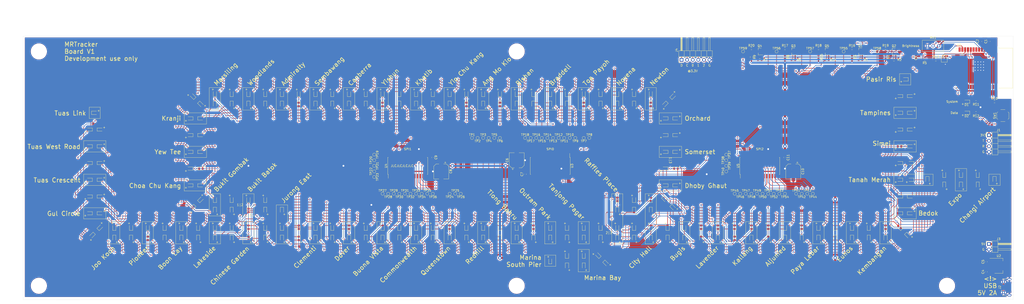
<source format=kicad_pcb>
(kicad_pcb (version 20171130) (host pcbnew "(5.1.10-1-10_14)")
  (layers (0 F.Cu signal) (31 B.Cu signal) (34 B.Paste user) (35 F.Paste user) (36 B.SilkS user) (37 F.SilkS user) (38 B.Mask user) (39 F.Mask user) (44 Edge.Cuts user))
  (net 0 "")
  (net 1 GND)
  (net 2 +3V3)
  (net 3 "Net-(C3-Pad1)")
  (net 4 +5V)
  (net 5 "Net-(D1-Pad1)")
  (net 6 "Net-(D1-Pad2)")
  (net 7 "Net-(D2-Pad2)")
  (net 8 "Net-(D2-Pad1)")
  (net 9 /grid1/GRID1)
  (net 10 /grid1/SEG1)
  (net 11 /grid1/SEG2)
  (net 12 /grid1/SEG3)
  (net 13 /grid1/SEG4)
  (net 14 /grid1/SEG5)
  (net 15 /grid1/SEG6)
  (net 16 /grid1/SEG7)
  (net 17 /grid1/SEG8)
  (net 18 /grid1/SEG9)
  (net 19 /grid1/SEG10)
  (net 20 /grid1/GRID2)
  (net 21 /grid1/GRID3)
  (net 22 /grid1/GRID4)
  (net 23 /grid1/GRID5)
  (net 24 /grid1/GRID6)
  (net 25 /grid1/GRID7)
  (net 26 /grid1/GRID8)
  (net 27 /grid2/GRID1)
  (net 28 /grid2/SEG1)
  (net 29 /grid2/SEG2)
  (net 30 /grid2/SEG3)
  (net 31 /grid2/SEG4)
  (net 32 /grid2/SEG5)
  (net 33 /grid2/SEG6)
  (net 34 /grid2/SEG7)
  (net 35 /grid2/SEG8)
  (net 36 /grid2/SEG9)
  (net 37 /grid2/SEG10)
  (net 38 /grid2/GRID2)
  (net 39 /grid2/GRID3)
  (net 40 /grid2/GRID4)
  (net 41 /grid2/GRID5)
  (net 42 /grid2/GRID6)
  (net 43 /grid2/GRID7)
  (net 44 /grid2/GRID8)
  (net 45 /grid3/SEG1)
  (net 46 /grid3/GRID1)
  (net 47 /grid3/SEG2)
  (net 48 /grid3/SEG3)
  (net 49 /grid3/SEG4)
  (net 50 /grid3/SEG5)
  (net 51 /grid3/SEG6)
  (net 52 /grid3/SEG7)
  (net 53 /grid3/SEG8)
  (net 54 /grid3/SEG9)
  (net 55 /grid3/SEG10)
  (net 56 /grid3/GRID2)
  (net 57 /grid3/GRID3)
  (net 58 /grid3/GRID4)
  (net 59 /grid3/GRID5)
  (net 60 /grid3/GRID6)
  (net 61 /grid3/GRID7)
  (net 62 /grid3/GRID8)
  (net 63 "Net-(J2-Pad2)")
  (net 64 "Net-(J2-Pad4)")
  (net 65 "Net-(J2-Pad3)")
  (net 66 MOSI_3.3V)
  (net 67 SCLK_3.3V)
  (net 68 CS0_3.3V)
  (net 69 CS1_3.3V)
  (net 70 CS2_3.3V)
  (net 71 "Net-(JP1-Pad1)")
  (net 72 "Net-(R10-Pad2)")
  (net 73 MOSI_5V)
  (net 74 CS0_5V)
  (net 75 CS2_5V)
  (net 76 SCLK_5V)
  (net 77 CS1_5V)
  (net 78 "Net-(RV1-Pad2)")
  (net 79 "Net-(U1-Pad5)")
  (net 80 "Net-(U1-Pad6)")
  (net 81 "Net-(U1-Pad7)")
  (net 82 "Net-(U1-Pad8)")
  (net 83 "Net-(U1-Pad9)")
  (net 84 "Net-(U1-Pad14)")
  (net 85 "Net-(U1-Pad17)")
  (net 86 "Net-(U1-Pad18)")
  (net 87 "Net-(U1-Pad19)")
  (net 88 "Net-(U1-Pad20)")
  (net 89 "Net-(U1-Pad21)")
  (net 90 "Net-(U1-Pad22)")
  (net 91 "Net-(U1-Pad24)")
  (net 92 "Net-(U1-Pad26)")
  (net 93 "Net-(U1-Pad29)")
  (net 94 "Net-(U1-Pad30)")
  (net 95 "Net-(U1-Pad31)")
  (net 96 "Net-(U1-Pad32)")
  (net 97 "Net-(U1-Pad33)")
  (net 98 "Net-(U1-Pad36)")
  (net 99 "Net-(U1-Pad37)")
  (net 100 "Net-(U3-Pad3)")
  (net 101 "Net-(U3-Pad2)")
  (net 102 "Net-(U3-Pad1)")
  (net 103 "Net-(U4-Pad1)")
  (net 104 "Net-(U4-Pad2)")
  (net 105 "Net-(U4-Pad3)")
  (net 106 "Net-(U5-Pad1)")
  (net 107 "Net-(U5-Pad2)")
  (net 108 "Net-(U5-Pad3)")
  (net 109 "Net-(Q1-Pad3)")
  (net 110 "Net-(Q2-Pad3)")
  (net 111 "Net-(Q3-Pad3)")
  (net 112 "Net-(Q4-Pad3)")
  (net 113 "Net-(Q5-Pad3)")
  (net 114 /TX)
  (net 115 /RX)
  (module custom:USB_Micro-B_shouhan_microxnj (layer F.Cu) (at 497.247683 154.335992)
    (fp_text reference J2 (at -3.3665 0 90) (layer F.SilkS))
    (fp_text value USB_B_Micro)
    (pad 6 thru_hole oval (at 0.9835 -3.6 90) (size 1.07 1.9) (drill oval 0.5 1.3) (layers *.Cu *.Mask) (net 1 GND))
    (pad 6 thru_hole oval (at 0.9835 3.6 270) (size 1.2 1.9) (drill oval 0.5 1.3) (layers *.Cu *.Mask) (net 1 GND))
    (pad 6 smd rect (at 0.9835 0.8 90) (size 0.6 1.35) (layers F.Cu F.Paste F.Mask) (net 1 GND))
    (pad 6 thru_hole circle (at -1.6665 -2.425 90) (size 1.3 1.3) (drill 0.7) (layers *.Cu *.Mask) (net 1 GND))
    (pad 3 smd rect (at -1.6665 0 90) (size 0.4 1.25) (layers F.Cu F.Paste F.Mask) (net 65 "Net-(J2-Pad3)"))
    (pad 4 smd rect (at -1.6665 -0.65 90) (size 0.4 1.25) (layers F.Cu F.Paste F.Mask) (net 64 "Net-(J2-Pad4)"))
    (pad 5 smd rect (at -1.6665 -1.3 90) (size 0.4 1.25) (layers F.Cu F.Paste F.Mask) (net 1 GND))
    (pad 1 smd rect (at -1.6665 1.3 90) (size 0.4 1.25) (layers F.Cu F.Paste F.Mask) (net 4 +5V))
    (pad 2 smd rect (at -1.6665 0.65 90) (size 0.4 1.25) (layers F.Cu F.Paste F.Mask) (net 63 "Net-(J2-Pad2)"))
    (pad 6 thru_hole circle (at -1.6665 2.425 90) (size 1.3 1.3) (drill 0.7) (layers *.Cu *.Mask) (net 1 GND))
    (pad 6 smd rect (at 0.9835 -0.8 90) (size 0.6 1.35) (layers F.Cu F.Paste F.Mask) (net 1 GND))
  )
  (module custom:LED_0603_1608Metric (layer F.Cu) (at 450.85 59.69 180)
    (fp_text reference D242)
    (fp_text value GREEN)
    (fp_text user + (at 1.75 -1) (layer F.SilkS))
    (pad 1 smd roundrect (at -0.7875 0 180) (size 0.875 0.95) (layers F.Cu F.Paste F.Mask) (net 62 /grid3/GRID8))
    (pad 2 smd roundrect (at 0.7875 0 180) (size 0.875 0.95) (layers F.Cu F.Paste F.Mask) (net 55 /grid3/SEG10))
  )
  (module custom:LED_0603_1608Metric (layer F.Cu) (at 453.39 67.31)
    (fp_text reference D241)
    (fp_text value GREEN)
    (fp_text user + (at 1.75 -1) (layer F.SilkS))
    (pad 1 smd roundrect (at -0.7875 0) (size 0.875 0.95) (layers F.Cu F.Paste F.Mask) (net 62 /grid3/GRID8))
    (pad 2 smd roundrect (at 0.7875 0) (size 0.875 0.95) (layers F.Cu F.Paste F.Mask) (net 54 /grid3/SEG9))
  )
  (module custom:LED_0603_1608Metric (layer F.Cu) (at 448.31 67.31 180)
    (fp_text reference D240)
    (fp_text value GREEN)
    (fp_text user + (at 1.75 -1) (layer F.SilkS))
    (pad 1 smd roundrect (at -0.7875 0 180) (size 0.875 0.95) (layers F.Cu F.Paste F.Mask) (net 62 /grid3/GRID8))
    (pad 2 smd roundrect (at 0.7875 0 180) (size 0.875 0.95) (layers F.Cu F.Paste F.Mask) (net 53 /grid3/SEG8))
  )
  (module custom:LED_0603_1608Metric (layer F.Cu) (at 453.39 74.93)
    (fp_text reference D239)
    (fp_text value GREEN)
    (fp_text user + (at 1.75 -1) (layer F.SilkS))
    (pad 1 smd roundrect (at -0.7875 0) (size 0.875 0.95) (layers F.Cu F.Paste F.Mask) (net 62 /grid3/GRID8))
    (pad 2 smd roundrect (at 0.7875 0) (size 0.875 0.95) (layers F.Cu F.Paste F.Mask) (net 52 /grid3/SEG7))
  )
  (module custom:LED_0603_1608Metric (layer F.Cu) (at 448.31 74.93 180)
    (fp_text reference D238)
    (fp_text value GREEN)
    (fp_text user + (at 1.75 -1) (layer F.SilkS))
    (pad 1 smd roundrect (at -0.7875 0 180) (size 0.875 0.95) (layers F.Cu F.Paste F.Mask) (net 62 /grid3/GRID8))
    (pad 2 smd roundrect (at 0.7875 0 180) (size 0.875 0.95) (layers F.Cu F.Paste F.Mask) (net 51 /grid3/SEG6))
  )
  (module custom:LED_0603_1608Metric (layer F.Cu) (at 453.39 82.55)
    (fp_text reference D237)
    (fp_text value GREEN)
    (fp_text user + (at 1.75 -1) (layer F.SilkS))
    (pad 1 smd roundrect (at -0.7875 0) (size 0.875 0.95) (layers F.Cu F.Paste F.Mask) (net 62 /grid3/GRID8))
    (pad 2 smd roundrect (at 0.7875 0) (size 0.875 0.95) (layers F.Cu F.Paste F.Mask) (net 50 /grid3/SEG5))
  )
  (module custom:LED_0603_1608Metric (layer F.Cu) (at 448.31 82.55 180)
    (fp_text reference D236)
    (fp_text value GREEN)
    (fp_text user + (at 1.75 -1) (layer F.SilkS))
    (pad 1 smd roundrect (at -0.7875 0 180) (size 0.875 0.95) (layers F.Cu F.Paste F.Mask) (net 62 /grid3/GRID8))
    (pad 2 smd roundrect (at 0.7875 0 180) (size 0.875 0.95) (layers F.Cu F.Paste F.Mask) (net 49 /grid3/SEG4))
  )
  (module custom:LED_0603_1608Metric (layer F.Cu) (at 453.39 90.17)
    (fp_text reference D235)
    (fp_text value GREEN)
    (fp_text user + (at 1.75 -1) (layer F.SilkS))
    (pad 1 smd roundrect (at -0.7875 0) (size 0.875 0.95) (layers F.Cu F.Paste F.Mask) (net 62 /grid3/GRID8))
    (pad 2 smd roundrect (at 0.7875 0) (size 0.875 0.95) (layers F.Cu F.Paste F.Mask) (net 48 /grid3/SEG3))
  )
  (module custom:LED_0603_1608Metric (layer F.Cu) (at 448.31 90.17 180)
    (fp_text reference D234)
    (fp_text value GREEN)
    (fp_text user + (at 1.75 -1) (layer F.SilkS))
    (pad 1 smd roundrect (at -0.7875 0 180) (size 0.875 0.95) (layers F.Cu F.Paste F.Mask) (net 62 /grid3/GRID8))
    (pad 2 smd roundrect (at 0.7875 0 180) (size 0.875 0.95) (layers F.Cu F.Paste F.Mask) (net 47 /grid3/SEG2))
  )
  (module custom:LED_0603_1608Metric (layer F.Cu) (at 448.31 97.79 180)
    (fp_text reference D233)
    (fp_text value GREEN)
    (fp_text user + (at 1.75 -1) (layer F.SilkS))
    (pad 1 smd roundrect (at -0.7875 0 180) (size 0.875 0.95) (layers F.Cu F.Paste F.Mask) (net 62 /grid3/GRID8))
    (pad 2 smd roundrect (at 0.7875 0 180) (size 0.875 0.95) (layers F.Cu F.Paste F.Mask) (net 45 /grid3/SEG1))
  )
  (module custom:LED_0603_1608Metric (layer F.Cu) (at 453.39 97.79 180)
    (fp_text reference D232)
    (fp_text value GREEN)
    (fp_text user + (at 1.75 -1) (layer F.SilkS))
    (pad 1 smd roundrect (at -0.7875 0 180) (size 0.875 0.95) (layers F.Cu F.Paste F.Mask) (net 61 /grid3/GRID7))
    (pad 2 smd roundrect (at 0.7875 0 180) (size 0.875 0.95) (layers F.Cu F.Paste F.Mask) (net 55 /grid3/SEG10))
  )
  (module custom:LED_0603_1608Metric (layer F.Cu) (at 491.49 105.41 270)
    (fp_text reference D231)
    (fp_text value GREEN)
    (fp_text user + (at 1.75 -1 90) (layer F.SilkS))
    (pad 1 smd roundrect (at -0.7875 0 270) (size 0.875 0.95) (layers F.Cu F.Paste F.Mask) (net 61 /grid3/GRID7))
    (pad 2 smd roundrect (at 0.7875 0 270) (size 0.875 0.95) (layers F.Cu F.Paste F.Mask) (net 54 /grid3/SEG9))
  )
  (module custom:LED_0603_1608Metric (layer F.Cu) (at 483.87 107.95 270)
    (fp_text reference D230)
    (fp_text value GREEN)
    (fp_text user + (at 1.75 -1 90) (layer F.SilkS))
    (pad 1 smd roundrect (at -0.7875 0 270) (size 0.875 0.95) (layers F.Cu F.Paste F.Mask) (net 61 /grid3/GRID7))
    (pad 2 smd roundrect (at 0.7875 0 270) (size 0.875 0.95) (layers F.Cu F.Paste F.Mask) (net 53 /grid3/SEG8))
  )
  (module custom:LED_0603_1608Metric (layer F.Cu) (at 483.87 102.87 90)
    (fp_text reference D229)
    (fp_text value GREEN)
    (fp_text user + (at 1.75 -1 90) (layer F.SilkS))
    (pad 1 smd roundrect (at -0.7875 0 90) (size 0.875 0.95) (layers F.Cu F.Paste F.Mask) (net 61 /grid3/GRID7))
    (pad 2 smd roundrect (at 0.7875 0 90) (size 0.875 0.95) (layers F.Cu F.Paste F.Mask) (net 52 /grid3/SEG7))
  )
  (module custom:LED_0603_1608Metric (layer F.Cu) (at 476.25 107.95 270)
    (fp_text reference D228)
    (fp_text value GREEN)
    (fp_text user + (at 1.75 -1 90) (layer F.SilkS))
    (pad 1 smd roundrect (at -0.7875 0 270) (size 0.875 0.95) (layers F.Cu F.Paste F.Mask) (net 61 /grid3/GRID7))
    (pad 2 smd roundrect (at 0.7875 0 270) (size 0.875 0.95) (layers F.Cu F.Paste F.Mask) (net 51 /grid3/SEG6))
  )
  (module custom:LED_0603_1608Metric (layer F.Cu) (at 476.25 102.87 90)
    (fp_text reference D227)
    (fp_text value GREEN)
    (fp_text user + (at 1.75 -1 90) (layer F.SilkS))
    (pad 1 smd roundrect (at -0.7875 0 90) (size 0.875 0.95) (layers F.Cu F.Paste F.Mask) (net 61 /grid3/GRID7))
    (pad 2 smd roundrect (at 0.7875 0 90) (size 0.875 0.95) (layers F.Cu F.Paste F.Mask) (net 50 /grid3/SEG5))
  )
  (module custom:LED_0603_1608Metric (layer F.Cu) (at 468.63 107.95 270)
    (fp_text reference D226)
    (fp_text value GREEN)
    (fp_text user + (at 1.75 -1 90) (layer F.SilkS))
    (pad 1 smd roundrect (at -0.7875 0 270) (size 0.875 0.95) (layers F.Cu F.Paste F.Mask) (net 61 /grid3/GRID7))
    (pad 2 smd roundrect (at 0.7875 0 270) (size 0.875 0.95) (layers F.Cu F.Paste F.Mask) (net 49 /grid3/SEG4))
  )
  (module custom:LED_0603_1608Metric (layer F.Cu) (at 468.63 102.87 90)
    (fp_text reference D225)
    (fp_text value GREEN)
    (fp_text user + (at 1.75 -1 90) (layer F.SilkS))
    (pad 1 smd roundrect (at -0.7875 0 90) (size 0.875 0.95) (layers F.Cu F.Paste F.Mask) (net 61 /grid3/GRID7))
    (pad 2 smd roundrect (at 0.7875 0 90) (size 0.875 0.95) (layers F.Cu F.Paste F.Mask) (net 48 /grid3/SEG3))
  )
  (module custom:LED_0603_1608Metric (layer F.Cu) (at 461.01 105.41 270)
    (fp_text reference D224)
    (fp_text value GREEN)
    (fp_text user + (at 1.75 -1 90) (layer F.SilkS))
    (pad 1 smd roundrect (at -0.7875 0 270) (size 0.875 0.95) (layers F.Cu F.Paste F.Mask) (net 61 /grid3/GRID7))
    (pad 2 smd roundrect (at 0.7875 0 270) (size 0.875 0.95) (layers F.Cu F.Paste F.Mask) (net 47 /grid3/SEG2))
  )
  (module custom:LED_0603_1608Metric (layer F.Cu) (at 453.39 105.41 180)
    (fp_text reference D223)
    (fp_text value GREEN)
    (fp_text user + (at 1.75 -1) (layer F.SilkS))
    (pad 1 smd roundrect (at -0.7875 0 180) (size 0.875 0.95) (layers F.Cu F.Paste F.Mask) (net 61 /grid3/GRID7))
    (pad 2 smd roundrect (at 0.7875 0 180) (size 0.875 0.95) (layers F.Cu F.Paste F.Mask) (net 45 /grid3/SEG1))
  )
  (module custom:LED_0603_1608Metric (layer F.Cu) (at 448.31 105.41 180)
    (fp_text reference D222)
    (fp_text value GREEN)
    (fp_text user + (at 1.75 -1) (layer F.SilkS))
    (pad 1 smd roundrect (at -0.7875 0 180) (size 0.875 0.95) (layers F.Cu F.Paste F.Mask) (net 60 /grid3/GRID6))
    (pad 2 smd roundrect (at 0.7875 0 180) (size 0.875 0.95) (layers F.Cu F.Paste F.Mask) (net 55 /grid3/SEG10))
  )
  (module custom:LED_0603_1608Metric (layer F.Cu) (at 453.39 113.03)
    (fp_text reference D221)
    (fp_text value GREEN)
    (fp_text user + (at 1.75 -1) (layer F.SilkS))
    (pad 1 smd roundrect (at -0.7875 0) (size 0.875 0.95) (layers F.Cu F.Paste F.Mask) (net 60 /grid3/GRID6))
    (pad 2 smd roundrect (at 0.7875 0) (size 0.875 0.95) (layers F.Cu F.Paste F.Mask) (net 54 /grid3/SEG9))
  )
  (module custom:LED_0603_1608Metric (layer F.Cu) (at 448.31 113.03 180)
    (fp_text reference D220)
    (fp_text value GREEN)
    (fp_text user + (at 1.75 -1) (layer F.SilkS))
    (pad 1 smd roundrect (at -0.7875 0 180) (size 0.875 0.95) (layers F.Cu F.Paste F.Mask) (net 60 /grid3/GRID6))
    (pad 2 smd roundrect (at 0.7875 0 180) (size 0.875 0.95) (layers F.Cu F.Paste F.Mask) (net 53 /grid3/SEG8))
  )
  (module custom:LED_0603_1608Metric (layer F.Cu) (at 453.39 120.65)
    (fp_text reference D219)
    (fp_text value GREEN)
    (fp_text user + (at 1.75 -1) (layer F.SilkS))
    (pad 1 smd roundrect (at -0.7875 0) (size 0.875 0.95) (layers F.Cu F.Paste F.Mask) (net 60 /grid3/GRID6))
    (pad 2 smd roundrect (at 0.7875 0) (size 0.875 0.95) (layers F.Cu F.Paste F.Mask) (net 52 /grid3/SEG7))
  )
  (module custom:LED_0603_1608Metric (layer F.Cu) (at 448.31 120.65 180)
    (fp_text reference D218)
    (fp_text value GREEN)
    (fp_text user + (at 1.75 -1) (layer F.SilkS))
    (pad 1 smd roundrect (at -0.7875 0 180) (size 0.875 0.95) (layers F.Cu F.Paste F.Mask) (net 60 /grid3/GRID6))
    (pad 2 smd roundrect (at 0.7875 0 180) (size 0.875 0.95) (layers F.Cu F.Paste F.Mask) (net 51 /grid3/SEG6))
  )
  (module custom:LED_0603_1608Metric (layer F.Cu) (at 452.12 130.81 315)
    (fp_text reference D217)
    (fp_text value GREEN)
    (fp_text user + (at 1.75 -1 135) (layer F.SilkS))
    (pad 1 smd roundrect (at -0.7875 0 315) (size 0.875 0.95) (layers F.Cu F.Paste F.Mask) (net 60 /grid3/GRID6))
    (pad 2 smd roundrect (at 0.7875 0 315) (size 0.875 0.95) (layers F.Cu F.Paste F.Mask) (net 50 /grid3/SEG5))
  )
  (module custom:LED_0603_1608Metric (layer F.Cu) (at 448.31 127 135)
    (fp_text reference D216)
    (fp_text value GREEN)
    (fp_text user + (at 1.75 -1 135) (layer F.SilkS))
    (pad 1 smd roundrect (at -0.7875 0 135) (size 0.875 0.95) (layers F.Cu F.Paste F.Mask) (net 60 /grid3/GRID6))
    (pad 2 smd roundrect (at 0.7875 0 135) (size 0.875 0.95) (layers F.Cu F.Paste F.Mask) (net 49 /grid3/SEG4))
  )
  (module custom:LED_0603_1608Metric (layer F.Cu) (at 441.96 132.08 270)
    (fp_text reference D215)
    (fp_text value GREEN)
    (fp_text user + (at 1.75 -1 90) (layer F.SilkS))
    (pad 1 smd roundrect (at -0.7875 0 270) (size 0.875 0.95) (layers F.Cu F.Paste F.Mask) (net 60 /grid3/GRID6))
    (pad 2 smd roundrect (at 0.7875 0 270) (size 0.875 0.95) (layers F.Cu F.Paste F.Mask) (net 48 /grid3/SEG3))
  )
  (module custom:LED_0603_1608Metric (layer F.Cu) (at 441.96 127 90)
    (fp_text reference D214)
    (fp_text value GREEN)
    (fp_text user + (at 1.75 -1 90) (layer F.SilkS))
    (pad 1 smd roundrect (at -0.7875 0 90) (size 0.875 0.95) (layers F.Cu F.Paste F.Mask) (net 60 /grid3/GRID6))
    (pad 2 smd roundrect (at 0.7875 0 90) (size 0.875 0.95) (layers F.Cu F.Paste F.Mask) (net 47 /grid3/SEG2))
  )
  (module custom:LED_0603_1608Metric (layer F.Cu) (at 434.34 132.08 270)
    (fp_text reference D213)
    (fp_text value GREEN)
    (fp_text user + (at 1.75 -1 90) (layer F.SilkS))
    (pad 1 smd roundrect (at -0.7875 0 270) (size 0.875 0.95) (layers F.Cu F.Paste F.Mask) (net 60 /grid3/GRID6))
    (pad 2 smd roundrect (at 0.7875 0 270) (size 0.875 0.95) (layers F.Cu F.Paste F.Mask) (net 45 /grid3/SEG1))
  )
  (module custom:LED_0603_1608Metric (layer F.Cu) (at 434.34 127 90)
    (fp_text reference D212)
    (fp_text value GREEN)
    (fp_text user + (at 1.75 -1 90) (layer F.SilkS))
    (pad 1 smd roundrect (at -0.7875 0 90) (size 0.875 0.95) (layers F.Cu F.Paste F.Mask) (net 59 /grid3/GRID5))
    (pad 2 smd roundrect (at 0.7875 0 90) (size 0.875 0.95) (layers F.Cu F.Paste F.Mask) (net 55 /grid3/SEG10))
  )
  (module custom:LED_0603_1608Metric (layer F.Cu) (at 426.72 132.08 270)
    (fp_text reference D211)
    (fp_text value GREEN)
    (fp_text user + (at 1.75 -1 90) (layer F.SilkS))
    (pad 1 smd roundrect (at -0.7875 0 270) (size 0.875 0.95) (layers F.Cu F.Paste F.Mask) (net 59 /grid3/GRID5))
    (pad 2 smd roundrect (at 0.7875 0 270) (size 0.875 0.95) (layers F.Cu F.Paste F.Mask) (net 54 /grid3/SEG9))
  )
  (module custom:LED_0603_1608Metric (layer F.Cu) (at 426.72 127 90)
    (fp_text reference D210)
    (fp_text value GREEN)
    (fp_text user + (at 1.75 -1 90) (layer F.SilkS))
    (pad 1 smd roundrect (at -0.7875 0 90) (size 0.875 0.95) (layers F.Cu F.Paste F.Mask) (net 59 /grid3/GRID5))
    (pad 2 smd roundrect (at 0.7875 0 90) (size 0.875 0.95) (layers F.Cu F.Paste F.Mask) (net 53 /grid3/SEG8))
  )
  (module custom:LED_0603_1608Metric (layer F.Cu) (at 419.1 132.08 270)
    (fp_text reference D209)
    (fp_text value GREEN)
    (fp_text user + (at 1.75 -1 90) (layer F.SilkS))
    (pad 1 smd roundrect (at -0.7875 0 270) (size 0.875 0.95) (layers F.Cu F.Paste F.Mask) (net 59 /grid3/GRID5))
    (pad 2 smd roundrect (at 0.7875 0 270) (size 0.875 0.95) (layers F.Cu F.Paste F.Mask) (net 52 /grid3/SEG7))
  )
  (module custom:LED_0603_1608Metric (layer F.Cu) (at 419.1 127 90)
    (fp_text reference D208)
    (fp_text value GREEN)
    (fp_text user + (at 1.75 -1 90) (layer F.SilkS))
    (pad 1 smd roundrect (at -0.7875 0 90) (size 0.875 0.95) (layers F.Cu F.Paste F.Mask) (net 59 /grid3/GRID5))
    (pad 2 smd roundrect (at 0.7875 0 90) (size 0.875 0.95) (layers F.Cu F.Paste F.Mask) (net 51 /grid3/SEG6))
  )
  (module custom:LED_0603_1608Metric (layer F.Cu) (at 411.48 132.08 270)
    (fp_text reference D207)
    (fp_text value GREEN)
    (fp_text user + (at 1.75 -1 90) (layer F.SilkS))
    (pad 1 smd roundrect (at -0.7875 0 270) (size 0.875 0.95) (layers F.Cu F.Paste F.Mask) (net 59 /grid3/GRID5))
    (pad 2 smd roundrect (at 0.7875 0 270) (size 0.875 0.95) (layers F.Cu F.Paste F.Mask) (net 50 /grid3/SEG5))
  )
  (module custom:LED_0603_1608Metric (layer F.Cu) (at 411.48 127 90)
    (fp_text reference D206)
    (fp_text value GREEN)
    (fp_text user + (at 1.75 -1 90) (layer F.SilkS))
    (pad 1 smd roundrect (at -0.7875 0 90) (size 0.875 0.95) (layers F.Cu F.Paste F.Mask) (net 59 /grid3/GRID5))
    (pad 2 smd roundrect (at 0.7875 0 90) (size 0.875 0.95) (layers F.Cu F.Paste F.Mask) (net 49 /grid3/SEG4))
  )
  (module custom:LED_0603_1608Metric (layer F.Cu) (at 403.86 132.08 270)
    (fp_text reference D205)
    (fp_text value GREEN)
    (fp_text user + (at 1.75 -1 90) (layer F.SilkS))
    (pad 1 smd roundrect (at -0.7875 0 270) (size 0.875 0.95) (layers F.Cu F.Paste F.Mask) (net 59 /grid3/GRID5))
    (pad 2 smd roundrect (at 0.7875 0 270) (size 0.875 0.95) (layers F.Cu F.Paste F.Mask) (net 48 /grid3/SEG3))
  )
  (module custom:LED_0603_1608Metric (layer F.Cu) (at 403.86 127 90)
    (fp_text reference D204)
    (fp_text value GREEN)
    (fp_text user + (at 1.75 -1 90) (layer F.SilkS))
    (pad 1 smd roundrect (at -0.7875 0 90) (size 0.875 0.95) (layers F.Cu F.Paste F.Mask) (net 59 /grid3/GRID5))
    (pad 2 smd roundrect (at 0.7875 0 90) (size 0.875 0.95) (layers F.Cu F.Paste F.Mask) (net 47 /grid3/SEG2))
  )
  (module custom:LED_0603_1608Metric (layer F.Cu) (at 396.24 132.08 270)
    (fp_text reference D203)
    (fp_text value GREEN)
    (fp_text user + (at 1.75 -1 90) (layer F.SilkS))
    (pad 1 smd roundrect (at -0.7875 0 270) (size 0.875 0.95) (layers F.Cu F.Paste F.Mask) (net 59 /grid3/GRID5))
    (pad 2 smd roundrect (at 0.7875 0 270) (size 0.875 0.95) (layers F.Cu F.Paste F.Mask) (net 45 /grid3/SEG1))
  )
  (module custom:LED_0603_1608Metric (layer F.Cu) (at 396.24 127 90)
    (fp_text reference D202)
    (fp_text value GREEN)
    (fp_text user + (at 1.75 -1 90) (layer F.SilkS))
    (pad 1 smd roundrect (at -0.7875 0 90) (size 0.875 0.95) (layers F.Cu F.Paste F.Mask) (net 58 /grid3/GRID4))
    (pad 2 smd roundrect (at 0.7875 0 90) (size 0.875 0.95) (layers F.Cu F.Paste F.Mask) (net 55 /grid3/SEG10))
  )
  (module custom:LED_0603_1608Metric (layer F.Cu) (at 388.62 132.08 270)
    (fp_text reference D201)
    (fp_text value GREEN)
    (fp_text user + (at 1.75 -1 90) (layer F.SilkS))
    (pad 1 smd roundrect (at -0.7875 0 270) (size 0.875 0.95) (layers F.Cu F.Paste F.Mask) (net 58 /grid3/GRID4))
    (pad 2 smd roundrect (at 0.7875 0 270) (size 0.875 0.95) (layers F.Cu F.Paste F.Mask) (net 54 /grid3/SEG9))
  )
  (module custom:LED_0603_1608Metric (layer F.Cu) (at 388.62 127 90)
    (fp_text reference D200)
    (fp_text value GREEN)
    (fp_text user + (at 1.75 -1 90) (layer F.SilkS))
    (pad 1 smd roundrect (at -0.7875 0 90) (size 0.875 0.95) (layers F.Cu F.Paste F.Mask) (net 58 /grid3/GRID4))
    (pad 2 smd roundrect (at 0.7875 0 90) (size 0.875 0.95) (layers F.Cu F.Paste F.Mask) (net 53 /grid3/SEG8))
  )
  (module custom:LED_0603_1608Metric (layer F.Cu) (at 381 132.08 270)
    (fp_text reference D199)
    (fp_text value GREEN)
    (fp_text user + (at 1.75 -1 90) (layer F.SilkS))
    (pad 1 smd roundrect (at -0.7875 0 270) (size 0.875 0.95) (layers F.Cu F.Paste F.Mask) (net 58 /grid3/GRID4))
    (pad 2 smd roundrect (at 0.7875 0 270) (size 0.875 0.95) (layers F.Cu F.Paste F.Mask) (net 52 /grid3/SEG7))
  )
  (module custom:LED_0603_1608Metric (layer F.Cu) (at 381 127 90)
    (fp_text reference D198)
    (fp_text value GREEN)
    (fp_text user + (at 1.75 -1 90) (layer F.SilkS))
    (pad 1 smd roundrect (at -0.7875 0 90) (size 0.875 0.95) (layers F.Cu F.Paste F.Mask) (net 58 /grid3/GRID4))
    (pad 2 smd roundrect (at 0.7875 0 90) (size 0.875 0.95) (layers F.Cu F.Paste F.Mask) (net 51 /grid3/SEG6))
  )
  (module custom:LED_0603_1608Metric (layer F.Cu) (at 373.38 132.08 270)
    (fp_text reference D197)
    (fp_text value GREEN)
    (fp_text user + (at 1.75 -1 90) (layer F.SilkS))
    (pad 1 smd roundrect (at -0.7875 0 270) (size 0.875 0.95) (layers F.Cu F.Paste F.Mask) (net 58 /grid3/GRID4))
    (pad 2 smd roundrect (at 0.7875 0 270) (size 0.875 0.95) (layers F.Cu F.Paste F.Mask) (net 50 /grid3/SEG5))
  )
  (module custom:LED_0603_1608Metric (layer F.Cu) (at 373.38 127 90)
    (fp_text reference D196)
    (fp_text value GREEN)
    (fp_text user + (at 1.75 -1 90) (layer F.SilkS))
    (pad 1 smd roundrect (at -0.7875 0 90) (size 0.875 0.95) (layers F.Cu F.Paste F.Mask) (net 58 /grid3/GRID4))
    (pad 2 smd roundrect (at 0.7875 0 90) (size 0.875 0.95) (layers F.Cu F.Paste F.Mask) (net 49 /grid3/SEG4))
  )
  (module custom:LED_0603_1608Metric (layer F.Cu) (at 365.76 132.08 270)
    (fp_text reference D195)
    (fp_text value GREEN)
    (fp_text user + (at 1.75 -1 90) (layer F.SilkS))
    (pad 1 smd roundrect (at -0.7875 0 270) (size 0.875 0.95) (layers F.Cu F.Paste F.Mask) (net 58 /grid3/GRID4))
    (pad 2 smd roundrect (at 0.7875 0 270) (size 0.875 0.95) (layers F.Cu F.Paste F.Mask) (net 48 /grid3/SEG3))
  )
  (module custom:LED_0603_1608Metric (layer F.Cu) (at 365.76 127 90)
    (fp_text reference D194)
    (fp_text value GREEN)
    (fp_text user + (at 1.75 -1 90) (layer F.SilkS))
    (pad 1 smd roundrect (at -0.7875 0 90) (size 0.875 0.95) (layers F.Cu F.Paste F.Mask) (net 58 /grid3/GRID4))
    (pad 2 smd roundrect (at 0.7875 0 90) (size 0.875 0.95) (layers F.Cu F.Paste F.Mask) (net 47 /grid3/SEG2))
  )
  (module custom:LED_0603_1608Metric (layer F.Cu) (at 358.14 132.08 270)
    (fp_text reference D193)
    (fp_text value GREEN)
    (fp_text user + (at 1.75 -1 90) (layer F.SilkS))
    (pad 1 smd roundrect (at -0.7875 0 270) (size 0.875 0.95) (layers F.Cu F.Paste F.Mask) (net 58 /grid3/GRID4))
    (pad 2 smd roundrect (at 0.7875 0 270) (size 0.875 0.95) (layers F.Cu F.Paste F.Mask) (net 45 /grid3/SEG1))
  )
  (module custom:LED_0603_1608Metric (layer F.Cu) (at 358.14 127 90)
    (fp_text reference D192)
    (fp_text value GREEN)
    (fp_text user + (at 1.75 -1 90) (layer F.SilkS))
    (pad 1 smd roundrect (at -0.7875 0 90) (size 0.875 0.95) (layers F.Cu F.Paste F.Mask) (net 57 /grid3/GRID3))
    (pad 2 smd roundrect (at 0.7875 0 90) (size 0.875 0.95) (layers F.Cu F.Paste F.Mask) (net 55 /grid3/SEG10))
  )
  (module custom:LED_0603_1608Metric (layer F.Cu) (at 350.52 132.08 270)
    (fp_text reference D191)
    (fp_text value GREEN)
    (fp_text user + (at 1.75 -1 90) (layer F.SilkS))
    (pad 1 smd roundrect (at -0.7875 0 270) (size 0.875 0.95) (layers F.Cu F.Paste F.Mask) (net 57 /grid3/GRID3))
    (pad 2 smd roundrect (at 0.7875 0 270) (size 0.875 0.95) (layers F.Cu F.Paste F.Mask) (net 54 /grid3/SEG9))
  )
  (module custom:LED_0603_1608Metric (layer F.Cu) (at 350.52 127 90)
    (fp_text reference D190)
    (fp_text value GREEN)
    (fp_text user + (at 1.75 -1 90) (layer F.SilkS))
    (pad 1 smd roundrect (at -0.7875 0 90) (size 0.875 0.95) (layers F.Cu F.Paste F.Mask) (net 57 /grid3/GRID3))
    (pad 2 smd roundrect (at 0.7875 0 90) (size 0.875 0.95) (layers F.Cu F.Paste F.Mask) (net 53 /grid3/SEG8))
  )
  (module custom:LED_0603_1608Metric (layer F.Cu) (at 342.9 132.08 270)
    (fp_text reference D189)
    (fp_text value GREEN)
    (fp_text user + (at 1.75 -1 90) (layer F.SilkS))
    (pad 1 smd roundrect (at -0.7875 0 270) (size 0.875 0.95) (layers F.Cu F.Paste F.Mask) (net 57 /grid3/GRID3))
    (pad 2 smd roundrect (at 0.7875 0 270) (size 0.875 0.95) (layers F.Cu F.Paste F.Mask) (net 52 /grid3/SEG7))
  )
  (module custom:LED_0603_1608Metric (layer F.Cu) (at 342.9 127 90)
    (fp_text reference D188)
    (fp_text value GREEN)
    (fp_text user + (at 1.75 -1 90) (layer F.SilkS))
    (pad 1 smd roundrect (at -0.7875 0 90) (size 0.875 0.95) (layers F.Cu F.Paste F.Mask) (net 57 /grid3/GRID3))
    (pad 2 smd roundrect (at 0.7875 0 90) (size 0.875 0.95) (layers F.Cu F.Paste F.Mask) (net 51 /grid3/SEG6))
  )
  (module custom:LED_0603_1608Metric (layer F.Cu) (at 346.71 100.33)
    (fp_text reference D187)
    (fp_text value RED)
    (fp_text user + (at 1.75 -1) (layer F.SilkS))
    (pad 1 smd roundrect (at -0.7875 0) (size 0.875 0.95) (layers F.Cu F.Paste F.Mask) (net 57 /grid3/GRID3))
    (pad 2 smd roundrect (at 0.7875 0) (size 0.875 0.95) (layers F.Cu F.Paste F.Mask) (net 50 /grid3/SEG5))
  )
  (module custom:LED_0603_1608Metric (layer F.Cu) (at 341.63 100.33 180)
    (fp_text reference D186)
    (fp_text value RED)
    (fp_text user + (at 1.75 -1) (layer F.SilkS))
    (pad 1 smd roundrect (at -0.7875 0 180) (size 0.875 0.95) (layers F.Cu F.Paste F.Mask) (net 57 /grid3/GRID3))
    (pad 2 smd roundrect (at 0.7875 0 180) (size 0.875 0.95) (layers F.Cu F.Paste F.Mask) (net 49 /grid3/SEG4))
  )
  (module custom:LED_0603_1608Metric (layer F.Cu) (at 346.71 107.95)
    (fp_text reference D185)
    (fp_text value RED)
    (fp_text user + (at 1.75 -1) (layer F.SilkS))
    (pad 1 smd roundrect (at -0.7875 0) (size 0.875 0.95) (layers F.Cu F.Paste F.Mask) (net 57 /grid3/GRID3))
    (pad 2 smd roundrect (at 0.7875 0) (size 0.875 0.95) (layers F.Cu F.Paste F.Mask) (net 48 /grid3/SEG3))
  )
  (module custom:LED_0603_1608Metric (layer F.Cu) (at 341.63 107.95 180)
    (fp_text reference D184)
    (fp_text value RED)
    (fp_text user + (at 1.75 -1) (layer F.SilkS))
    (pad 1 smd roundrect (at -0.7875 0 180) (size 0.875 0.95) (layers F.Cu F.Paste F.Mask) (net 57 /grid3/GRID3))
    (pad 2 smd roundrect (at 0.7875 0 180) (size 0.875 0.95) (layers F.Cu F.Paste F.Mask) (net 47 /grid3/SEG2))
  )
  (module custom:LED_0603_1608Metric (layer F.Cu) (at 345.44 118.11 315)
    (fp_text reference D183)
    (fp_text value RED)
    (fp_text user + (at 1.75 -1 135) (layer F.SilkS))
    (pad 1 smd roundrect (at -0.7875 0 315) (size 0.875 0.95) (layers F.Cu F.Paste F.Mask) (net 57 /grid3/GRID3))
    (pad 2 smd roundrect (at 0.7875 0 315) (size 0.875 0.95) (layers F.Cu F.Paste F.Mask) (net 45 /grid3/SEG1))
  )
  (module custom:LED_0603_1608Metric (layer F.Cu) (at 341.63 114.3 315)
    (fp_text reference D182)
    (fp_text value RED)
    (fp_text user + (at 1.75 -1 135) (layer F.SilkS))
    (pad 1 smd roundrect (at -0.7875 0 315) (size 0.875 0.95) (layers F.Cu F.Paste F.Mask) (net 56 /grid3/GRID2))
    (pad 2 smd roundrect (at 0.7875 0 315) (size 0.875 0.95) (layers F.Cu F.Paste F.Mask) (net 55 /grid3/SEG10))
  )
  (module custom:LED_0603_1608Metric (layer F.Cu) (at 335.28 132.08 270)
    (fp_text reference D181)
    (fp_text value GREEN)
    (fp_text user + (at 1.75 -1 90) (layer F.SilkS))
    (pad 1 smd roundrect (at -0.7875 0 270) (size 0.875 0.95) (layers F.Cu F.Paste F.Mask) (net 56 /grid3/GRID2))
    (pad 2 smd roundrect (at 0.7875 0 270) (size 0.875 0.95) (layers F.Cu F.Paste F.Mask) (net 54 /grid3/SEG9))
  )
  (module custom:LED_0603_1608Metric (layer F.Cu) (at 335.28 127 90)
    (fp_text reference D180)
    (fp_text value GREEN)
    (fp_text user + (at 1.75 -1 90) (layer F.SilkS))
    (pad 1 smd roundrect (at -0.7875 0 90) (size 0.875 0.95) (layers F.Cu F.Paste F.Mask) (net 56 /grid3/GRID2))
    (pad 2 smd roundrect (at 0.7875 0 90) (size 0.875 0.95) (layers F.Cu F.Paste F.Mask) (net 53 /grid3/SEG8))
  )
  (module custom:LED_0603_1608Metric (layer F.Cu) (at 335.28 119.38 270)
    (fp_text reference D179)
    (fp_text value RED)
    (fp_text user + (at 1.75 -1 90) (layer F.SilkS))
    (pad 1 smd roundrect (at -0.7875 0 270) (size 0.875 0.95) (layers F.Cu F.Paste F.Mask) (net 56 /grid3/GRID2))
    (pad 2 smd roundrect (at 0.7875 0 270) (size 0.875 0.95) (layers F.Cu F.Paste F.Mask) (net 52 /grid3/SEG7))
  )
  (module custom:LED_0603_1608Metric (layer F.Cu) (at 335.28 114.3 90)
    (fp_text reference D178)
    (fp_text value RED)
    (fp_text user + (at 1.75 -1 90) (layer F.SilkS))
    (pad 1 smd roundrect (at -0.7875 0 90) (size 0.875 0.95) (layers F.Cu F.Paste F.Mask) (net 56 /grid3/GRID2))
    (pad 2 smd roundrect (at 0.7875 0 90) (size 0.875 0.95) (layers F.Cu F.Paste F.Mask) (net 51 /grid3/SEG6))
  )
  (module custom:LED_0603_1608Metric (layer F.Cu) (at 327.66 127 90)
    (fp_text reference D177)
    (fp_text value GREEN)
    (fp_text user + (at 1.75 -1 90) (layer F.SilkS))
    (pad 1 smd roundrect (at -0.7875 0 90) (size 0.875 0.95) (layers F.Cu F.Paste F.Mask) (net 56 /grid3/GRID2))
    (pad 2 smd roundrect (at 0.7875 0 90) (size 0.875 0.95) (layers F.Cu F.Paste F.Mask) (net 50 /grid3/SEG5))
  )
  (module custom:LED_0603_1608Metric (layer F.Cu) (at 327.66 119.38 270)
    (fp_text reference D176)
    (fp_text value RED)
    (fp_text user + (at 1.75 -1 90) (layer F.SilkS))
    (pad 1 smd roundrect (at -0.7875 0 270) (size 0.875 0.95) (layers F.Cu F.Paste F.Mask) (net 56 /grid3/GRID2))
    (pad 2 smd roundrect (at 0.7875 0 270) (size 0.875 0.95) (layers F.Cu F.Paste F.Mask) (net 49 /grid3/SEG4))
  )
  (module custom:LED_0603_1608Metric (layer F.Cu) (at 327.66 114.3 90)
    (fp_text reference D175)
    (fp_text value RED)
    (fp_text user + (at 1.75 -1 90) (layer F.SilkS))
    (pad 1 smd roundrect (at -0.7875 0 90) (size 0.875 0.95) (layers F.Cu F.Paste F.Mask) (net 56 /grid3/GRID2))
    (pad 2 smd roundrect (at 0.7875 0 90) (size 0.875 0.95) (layers F.Cu F.Paste F.Mask) (net 48 /grid3/SEG3))
  )
  (module custom:LED_0603_1608Metric (layer F.Cu) (at 320.04 119.38 270)
    (fp_text reference D174)
    (fp_text value RED)
    (fp_text user + (at 1.75 -1 90) (layer F.SilkS))
    (pad 1 smd roundrect (at -0.7875 0 270) (size 0.875 0.95) (layers F.Cu F.Paste F.Mask) (net 56 /grid3/GRID2))
    (pad 2 smd roundrect (at 0.7875 0 270) (size 0.875 0.95) (layers F.Cu F.Paste F.Mask) (net 47 /grid3/SEG2))
  )
  (module custom:LED_0603_1608Metric (layer F.Cu) (at 320.04 114.3 90)
    (fp_text reference D173)
    (fp_text value RED)
    (fp_text user + (at 1.75 -1 90) (layer F.SilkS))
    (pad 1 smd roundrect (at -0.7875 0 90) (size 0.875 0.95) (layers F.Cu F.Paste F.Mask) (net 56 /grid3/GRID2))
    (pad 2 smd roundrect (at 0.7875 0 90) (size 0.875 0.95) (layers F.Cu F.Paste F.Mask) (net 45 /grid3/SEG1))
  )
  (module custom:LED_0603_1608Metric (layer F.Cu) (at 327.66 132.08 270)
    (fp_text reference D172)
    (fp_text value GREEN)
    (fp_text user + (at 1.75 -1 90) (layer F.SilkS))
    (pad 1 smd roundrect (at -0.7875 0 270) (size 0.875 0.95) (layers F.Cu F.Paste F.Mask) (net 46 /grid3/GRID1))
    (pad 2 smd roundrect (at 0.7875 0 270) (size 0.875 0.95) (layers F.Cu F.Paste F.Mask) (net 55 /grid3/SEG10))
  )
  (module custom:LED_0603_1608Metric (layer F.Cu) (at 320.04 127 90)
    (fp_text reference D171)
    (fp_text value GREEN)
    (fp_text user + (at 1.75 -1 90) (layer F.SilkS))
    (pad 1 smd roundrect (at -0.7875 0 90) (size 0.875 0.95) (layers F.Cu F.Paste F.Mask) (net 46 /grid3/GRID1))
    (pad 2 smd roundrect (at 0.7875 0 90) (size 0.875 0.95) (layers F.Cu F.Paste F.Mask) (net 54 /grid3/SEG9))
  )
  (module custom:LED_0603_1608Metric (layer F.Cu) (at 320.04 132.08 270)
    (fp_text reference D170)
    (fp_text value GREEN)
    (fp_text user + (at 1.75 -1 90) (layer F.SilkS))
    (pad 1 smd roundrect (at -0.7875 0 270) (size 0.875 0.95) (layers F.Cu F.Paste F.Mask) (net 46 /grid3/GRID1))
    (pad 2 smd roundrect (at 0.7875 0 270) (size 0.875 0.95) (layers F.Cu F.Paste F.Mask) (net 53 /grid3/SEG8))
  )
  (module custom:LED_0603_1608Metric (layer F.Cu) (at 314.96 143.51 315)
    (fp_text reference D169)
    (fp_text value RED)
    (fp_text user + (at 1.75 -1 135) (layer F.SilkS))
    (pad 1 smd roundrect (at -0.7875 0 315) (size 0.875 0.95) (layers F.Cu F.Paste F.Mask) (net 46 /grid3/GRID1))
    (pad 2 smd roundrect (at 0.7875 0 315) (size 0.875 0.95) (layers F.Cu F.Paste F.Mask) (net 52 /grid3/SEG7))
  )
  (module custom:LED_0603_1608Metric (layer F.Cu) (at 311.15 139.7 135)
    (fp_text reference D168)
    (fp_text value RED)
    (fp_text user + (at 1.75 -1 135) (layer F.SilkS))
    (pad 1 smd roundrect (at -0.7875 0 135) (size 0.875 0.95) (layers F.Cu F.Paste F.Mask) (net 46 /grid3/GRID1))
    (pad 2 smd roundrect (at 0.7875 0 135) (size 0.875 0.95) (layers F.Cu F.Paste F.Mask) (net 51 /grid3/SEG6))
  )
  (module custom:LED_0603_1608Metric (layer F.Cu) (at 304.8 144.78 270)
    (fp_text reference D167)
    (fp_text value RED)
    (fp_text user + (at 1.75 -1 90) (layer F.SilkS))
    (pad 1 smd roundrect (at -0.7875 0 270) (size 0.875 0.95) (layers F.Cu F.Paste F.Mask) (net 46 /grid3/GRID1))
    (pad 2 smd roundrect (at 0.7875 0 270) (size 0.875 0.95) (layers F.Cu F.Paste F.Mask) (net 50 /grid3/SEG5))
  )
  (module custom:LED_0603_1608Metric (layer F.Cu) (at 304.8 139.7 90)
    (fp_text reference D166)
    (fp_text value RED)
    (fp_text user + (at 1.75 -1 90) (layer F.SilkS))
    (pad 1 smd roundrect (at -0.7875 0 90) (size 0.875 0.95) (layers F.Cu F.Paste F.Mask) (net 46 /grid3/GRID1))
    (pad 2 smd roundrect (at 0.7875 0 90) (size 0.875 0.95) (layers F.Cu F.Paste F.Mask) (net 49 /grid3/SEG4))
  )
  (module custom:LED_0603_1608Metric (layer F.Cu) (at 297.18 144.78 270)
    (fp_text reference D165)
    (fp_text value RED)
    (fp_text user + (at 1.75 -1 90) (layer F.SilkS))
    (pad 1 smd roundrect (at -0.7875 0 270) (size 0.875 0.95) (layers F.Cu F.Paste F.Mask) (net 46 /grid3/GRID1))
    (pad 2 smd roundrect (at 0.7875 0 270) (size 0.875 0.95) (layers F.Cu F.Paste F.Mask) (net 48 /grid3/SEG3))
  )
  (module custom:LED_0603_1608Metric (layer F.Cu) (at 297.18 139.7 90)
    (fp_text reference D164)
    (fp_text value RED)
    (fp_text user + (at 1.75 -1 90) (layer F.SilkS))
    (pad 1 smd roundrect (at -0.7875 0 90) (size 0.875 0.95) (layers F.Cu F.Paste F.Mask) (net 46 /grid3/GRID1))
    (pad 2 smd roundrect (at 0.7875 0 90) (size 0.875 0.95) (layers F.Cu F.Paste F.Mask) (net 47 /grid3/SEG2))
  )
  (module custom:LED_0603_1608Metric (layer F.Cu) (at 289.56 142.24 90)
    (fp_text reference D163)
    (fp_text value RED)
    (fp_text user + (at 1.75 -1 90) (layer F.SilkS))
    (pad 1 smd roundrect (at -0.7875 0 90) (size 0.875 0.95) (layers F.Cu F.Paste F.Mask) (net 46 /grid3/GRID1))
    (pad 2 smd roundrect (at 0.7875 0 90) (size 0.875 0.95) (layers F.Cu F.Paste F.Mask) (net 45 /grid3/SEG1))
  )
  (module custom:LED_0603_1608Metric (layer F.Cu) (at 312.42 132.08 270)
    (fp_text reference D162)
    (fp_text value GREEN)
    (fp_text user + (at 1.75 -1 90) (layer F.SilkS))
    (pad 1 smd roundrect (at -0.7875 0 270) (size 0.875 0.95) (layers F.Cu F.Paste F.Mask) (net 44 /grid2/GRID8))
    (pad 2 smd roundrect (at 0.7875 0 270) (size 0.875 0.95) (layers F.Cu F.Paste F.Mask) (net 37 /grid2/SEG10))
  )
  (module custom:LED_0603_1608Metric (layer F.Cu) (at 312.42 127 90)
    (fp_text reference D161)
    (fp_text value GREEN)
    (fp_text user + (at 1.75 -1 90) (layer F.SilkS))
    (pad 1 smd roundrect (at -0.7875 0 90) (size 0.875 0.95) (layers F.Cu F.Paste F.Mask) (net 44 /grid2/GRID8))
    (pad 2 smd roundrect (at 0.7875 0 90) (size 0.875 0.95) (layers F.Cu F.Paste F.Mask) (net 36 /grid2/SEG9))
  )
  (module custom:LED_0603_1608Metric (layer F.Cu) (at 304.8 132.08 270)
    (fp_text reference D160)
    (fp_text value GREEN)
    (fp_text user + (at 1.75 -1 90) (layer F.SilkS))
    (pad 1 smd roundrect (at -0.7875 0 270) (size 0.875 0.95) (layers F.Cu F.Paste F.Mask) (net 44 /grid2/GRID8))
    (pad 2 smd roundrect (at 0.7875 0 270) (size 0.875 0.95) (layers F.Cu F.Paste F.Mask) (net 35 /grid2/SEG8))
  )
  (module custom:LED_0603_1608Metric (layer F.Cu) (at 304.8 127 90)
    (fp_text reference D159)
    (fp_text value GREEN)
    (fp_text user + (at 1.75 -1 90) (layer F.SilkS))
    (pad 1 smd roundrect (at -0.7875 0 90) (size 0.875 0.95) (layers F.Cu F.Paste F.Mask) (net 44 /grid2/GRID8))
    (pad 2 smd roundrect (at 0.7875 0 90) (size 0.875 0.95) (layers F.Cu F.Paste F.Mask) (net 34 /grid2/SEG7))
  )
  (module custom:LED_0603_1608Metric (layer F.Cu) (at 297.18 132.08 270)
    (fp_text reference D158)
    (fp_text value GREEN)
    (fp_text user + (at 1.75 -1 90) (layer F.SilkS))
    (pad 1 smd roundrect (at -0.7875 0 270) (size 0.875 0.95) (layers F.Cu F.Paste F.Mask) (net 44 /grid2/GRID8))
    (pad 2 smd roundrect (at 0.7875 0 270) (size 0.875 0.95) (layers F.Cu F.Paste F.Mask) (net 33 /grid2/SEG6))
  )
  (module custom:LED_0603_1608Metric (layer F.Cu) (at 297.18 127 90)
    (fp_text reference D157)
    (fp_text value GREEN)
    (fp_text user + (at 1.75 -1 90) (layer F.SilkS))
    (pad 1 smd roundrect (at -0.7875 0 90) (size 0.875 0.95) (layers F.Cu F.Paste F.Mask) (net 44 /grid2/GRID8))
    (pad 2 smd roundrect (at 0.7875 0 90) (size 0.875 0.95) (layers F.Cu F.Paste F.Mask) (net 32 /grid2/SEG5))
  )
  (module custom:LED_0603_1608Metric (layer F.Cu) (at 289.56 132.08 270)
    (fp_text reference D156)
    (fp_text value GREEN)
    (fp_text user + (at 1.75 -1 90) (layer F.SilkS))
    (pad 1 smd roundrect (at -0.7875 0 270) (size 0.875 0.95) (layers F.Cu F.Paste F.Mask) (net 44 /grid2/GRID8))
    (pad 2 smd roundrect (at 0.7875 0 270) (size 0.875 0.95) (layers F.Cu F.Paste F.Mask) (net 31 /grid2/SEG4))
  )
  (module custom:LED_0603_1608Metric (layer F.Cu) (at 289.56 127 90)
    (fp_text reference D155)
    (fp_text value GREEN)
    (fp_text user + (at 1.75 -1 90) (layer F.SilkS))
    (pad 1 smd roundrect (at -0.7875 0 90) (size 0.875 0.95) (layers F.Cu F.Paste F.Mask) (net 44 /grid2/GRID8))
    (pad 2 smd roundrect (at 0.7875 0 90) (size 0.875 0.95) (layers F.Cu F.Paste F.Mask) (net 30 /grid2/SEG3))
  )
  (module custom:LED_0603_1608Metric (layer F.Cu) (at 281.94 132.08 270)
    (fp_text reference D154)
    (fp_text value GREEN)
    (fp_text user + (at 1.75 -1 90) (layer F.SilkS))
    (pad 1 smd roundrect (at -0.7875 0 270) (size 0.875 0.95) (layers F.Cu F.Paste F.Mask) (net 44 /grid2/GRID8))
    (pad 2 smd roundrect (at 0.7875 0 270) (size 0.875 0.95) (layers F.Cu F.Paste F.Mask) (net 29 /grid2/SEG2))
  )
  (module custom:LED_0603_1608Metric (layer F.Cu) (at 281.94 127 90)
    (fp_text reference D153)
    (fp_text value GREEN)
    (fp_text user + (at 1.75 -1 90) (layer F.SilkS))
    (pad 1 smd roundrect (at -0.7875 0 90) (size 0.875 0.95) (layers F.Cu F.Paste F.Mask) (net 44 /grid2/GRID8))
    (pad 2 smd roundrect (at 0.7875 0 90) (size 0.875 0.95) (layers F.Cu F.Paste F.Mask) (net 28 /grid2/SEG1))
  )
  (module custom:LED_0603_1608Metric (layer F.Cu) (at 274.32 132.08 270)
    (fp_text reference D152)
    (fp_text value GREEN)
    (fp_text user + (at 1.75 -1 90) (layer F.SilkS))
    (pad 1 smd roundrect (at -0.7875 0 270) (size 0.875 0.95) (layers F.Cu F.Paste F.Mask) (net 43 /grid2/GRID7))
    (pad 2 smd roundrect (at 0.7875 0 270) (size 0.875 0.95) (layers F.Cu F.Paste F.Mask) (net 37 /grid2/SEG10))
  )
  (module custom:LED_0603_1608Metric (layer F.Cu) (at 274.32 127 90)
    (fp_text reference D151)
    (fp_text value GREEN)
    (fp_text user + (at 1.75 -1 90) (layer F.SilkS))
    (pad 1 smd roundrect (at -0.7875 0 90) (size 0.875 0.95) (layers F.Cu F.Paste F.Mask) (net 43 /grid2/GRID7))
    (pad 2 smd roundrect (at 0.7875 0 90) (size 0.875 0.95) (layers F.Cu F.Paste F.Mask) (net 36 /grid2/SEG9))
  )
  (module custom:LED_0603_1608Metric (layer F.Cu) (at 266.7 132.08 270)
    (fp_text reference D150)
    (fp_text value GREEN)
    (fp_text user + (at 1.75 -1 90) (layer F.SilkS))
    (pad 1 smd roundrect (at -0.7875 0 270) (size 0.875 0.95) (layers F.Cu F.Paste F.Mask) (net 43 /grid2/GRID7))
    (pad 2 smd roundrect (at 0.7875 0 270) (size 0.875 0.95) (layers F.Cu F.Paste F.Mask) (net 35 /grid2/SEG8))
  )
  (module custom:LED_0603_1608Metric (layer F.Cu) (at 266.7 127 90)
    (fp_text reference D149)
    (fp_text value GREEN)
    (fp_text user + (at 1.75 -1 90) (layer F.SilkS))
    (pad 1 smd roundrect (at -0.7875 0 90) (size 0.875 0.95) (layers F.Cu F.Paste F.Mask) (net 43 /grid2/GRID7))
    (pad 2 smd roundrect (at 0.7875 0 90) (size 0.875 0.95) (layers F.Cu F.Paste F.Mask) (net 34 /grid2/SEG7))
  )
  (module custom:LED_0603_1608Metric (layer F.Cu) (at 259.08 132.08 270)
    (fp_text reference D148)
    (fp_text value GREEN)
    (fp_text user + (at 1.75 -1 90) (layer F.SilkS))
    (pad 1 smd roundrect (at -0.7875 0 270) (size 0.875 0.95) (layers F.Cu F.Paste F.Mask) (net 43 /grid2/GRID7))
    (pad 2 smd roundrect (at 0.7875 0 270) (size 0.875 0.95) (layers F.Cu F.Paste F.Mask) (net 33 /grid2/SEG6))
  )
  (module custom:LED_0603_1608Metric (layer F.Cu) (at 259.08 127 90)
    (fp_text reference D147)
    (fp_text value GREEN)
    (fp_text user + (at 1.75 -1 90) (layer F.SilkS))
    (pad 1 smd roundrect (at -0.7875 0 90) (size 0.875 0.95) (layers F.Cu F.Paste F.Mask) (net 43 /grid2/GRID7))
    (pad 2 smd roundrect (at 0.7875 0 90) (size 0.875 0.95) (layers F.Cu F.Paste F.Mask) (net 32 /grid2/SEG5))
  )
  (module custom:LED_0603_1608Metric (layer F.Cu) (at 251.46 132.08 270)
    (fp_text reference D146)
    (fp_text value GREEN)
    (fp_text user + (at 1.75 -1 90) (layer F.SilkS))
    (pad 1 smd roundrect (at -0.7875 0 270) (size 0.875 0.95) (layers F.Cu F.Paste F.Mask) (net 43 /grid2/GRID7))
    (pad 2 smd roundrect (at 0.7875 0 270) (size 0.875 0.95) (layers F.Cu F.Paste F.Mask) (net 31 /grid2/SEG4))
  )
  (module custom:LED_0603_1608Metric (layer F.Cu) (at 251.46 127 90)
    (fp_text reference D145)
    (fp_text value GREEN)
    (fp_text user + (at 1.75 -1 90) (layer F.SilkS))
    (pad 1 smd roundrect (at -0.7875 0 90) (size 0.875 0.95) (layers F.Cu F.Paste F.Mask) (net 43 /grid2/GRID7))
    (pad 2 smd roundrect (at 0.7875 0 90) (size 0.875 0.95) (layers F.Cu F.Paste F.Mask) (net 30 /grid2/SEG3))
  )
  (module custom:LED_0603_1608Metric (layer F.Cu) (at 243.84 132.08 270)
    (fp_text reference D144)
    (fp_text value GREEN)
    (fp_text user + (at 1.75 -1 90) (layer F.SilkS))
    (pad 1 smd roundrect (at -0.7875 0 270) (size 0.875 0.95) (layers F.Cu F.Paste F.Mask) (net 43 /grid2/GRID7))
    (pad 2 smd roundrect (at 0.7875 0 270) (size 0.875 0.95) (layers F.Cu F.Paste F.Mask) (net 29 /grid2/SEG2))
  )
  (module custom:LED_0603_1608Metric (layer F.Cu) (at 243.84 127 90)
    (fp_text reference D143)
    (fp_text value GREEN)
    (fp_text user + (at 1.75 -1 90) (layer F.SilkS))
    (pad 1 smd roundrect (at -0.7875 0 90) (size 0.875 0.95) (layers F.Cu F.Paste F.Mask) (net 43 /grid2/GRID7))
    (pad 2 smd roundrect (at 0.7875 0 90) (size 0.875 0.95) (layers F.Cu F.Paste F.Mask) (net 28 /grid2/SEG1))
  )
  (module custom:LED_0603_1608Metric (layer F.Cu) (at 236.22 132.08 270)
    (fp_text reference D142)
    (fp_text value GREEN)
    (fp_text user + (at 1.75 -1 90) (layer F.SilkS))
    (pad 1 smd roundrect (at -0.7875 0 270) (size 0.875 0.95) (layers F.Cu F.Paste F.Mask) (net 42 /grid2/GRID6))
    (pad 2 smd roundrect (at 0.7875 0 270) (size 0.875 0.95) (layers F.Cu F.Paste F.Mask) (net 37 /grid2/SEG10))
  )
  (module custom:LED_0603_1608Metric (layer F.Cu) (at 236.22 127 90)
    (fp_text reference D141)
    (fp_text value GREEN)
    (fp_text user + (at 1.75 -1 90) (layer F.SilkS))
    (pad 1 smd roundrect (at -0.7875 0 90) (size 0.875 0.95) (layers F.Cu F.Paste F.Mask) (net 42 /grid2/GRID6))
    (pad 2 smd roundrect (at 0.7875 0 90) (size 0.875 0.95) (layers F.Cu F.Paste F.Mask) (net 36 /grid2/SEG9))
  )
  (module custom:LED_0603_1608Metric (layer F.Cu) (at 228.6 132.08 270)
    (fp_text reference D140)
    (fp_text value GREEN)
    (fp_text user + (at 1.75 -1 90) (layer F.SilkS))
    (pad 1 smd roundrect (at -0.7875 0 270) (size 0.875 0.95) (layers F.Cu F.Paste F.Mask) (net 42 /grid2/GRID6))
    (pad 2 smd roundrect (at 0.7875 0 270) (size 0.875 0.95) (layers F.Cu F.Paste F.Mask) (net 35 /grid2/SEG8))
  )
  (module custom:LED_0603_1608Metric (layer F.Cu) (at 228.6 127 90)
    (fp_text reference D139)
    (fp_text value GREEN)
    (fp_text user + (at 1.75 -1 90) (layer F.SilkS))
    (pad 1 smd roundrect (at -0.7875 0 90) (size 0.875 0.95) (layers F.Cu F.Paste F.Mask) (net 42 /grid2/GRID6))
    (pad 2 smd roundrect (at 0.7875 0 90) (size 0.875 0.95) (layers F.Cu F.Paste F.Mask) (net 34 /grid2/SEG7))
  )
  (module custom:LED_0603_1608Metric (layer F.Cu) (at 220.98 132.08 270)
    (fp_text reference D138)
    (fp_text value GREEN)
    (fp_text user + (at 1.75 -1 90) (layer F.SilkS))
    (pad 1 smd roundrect (at -0.7875 0 270) (size 0.875 0.95) (layers F.Cu F.Paste F.Mask) (net 42 /grid2/GRID6))
    (pad 2 smd roundrect (at 0.7875 0 270) (size 0.875 0.95) (layers F.Cu F.Paste F.Mask) (net 33 /grid2/SEG6))
  )
  (module custom:LED_0603_1608Metric (layer F.Cu) (at 220.98 127 90)
    (fp_text reference D137)
    (fp_text value GREEN)
    (fp_text user + (at 1.75 -1 90) (layer F.SilkS))
    (pad 1 smd roundrect (at -0.7875 0 90) (size 0.875 0.95) (layers F.Cu F.Paste F.Mask) (net 42 /grid2/GRID6))
    (pad 2 smd roundrect (at 0.7875 0 90) (size 0.875 0.95) (layers F.Cu F.Paste F.Mask) (net 32 /grid2/SEG5))
  )
  (module custom:LED_0603_1608Metric (layer F.Cu) (at 213.36 132.08 270)
    (fp_text reference D136)
    (fp_text value GREEN)
    (fp_text user + (at 1.75 -1 90) (layer F.SilkS))
    (pad 1 smd roundrect (at -0.7875 0 270) (size 0.875 0.95) (layers F.Cu F.Paste F.Mask) (net 42 /grid2/GRID6))
    (pad 2 smd roundrect (at 0.7875 0 270) (size 0.875 0.95) (layers F.Cu F.Paste F.Mask) (net 31 /grid2/SEG4))
  )
  (module custom:LED_0603_1608Metric (layer F.Cu) (at 213.36 127 90)
    (fp_text reference D135)
    (fp_text value GREEN)
    (fp_text user + (at 1.75 -1 90) (layer F.SilkS))
    (pad 1 smd roundrect (at -0.7875 0 90) (size 0.875 0.95) (layers F.Cu F.Paste F.Mask) (net 42 /grid2/GRID6))
    (pad 2 smd roundrect (at 0.7875 0 90) (size 0.875 0.95) (layers F.Cu F.Paste F.Mask) (net 30 /grid2/SEG3))
  )
  (module custom:LED_0603_1608Metric (layer F.Cu) (at 205.74 132.08 270)
    (fp_text reference D134)
    (fp_text value GREEN)
    (fp_text user + (at 1.75 -1 90) (layer F.SilkS))
    (pad 1 smd roundrect (at -0.7875 0 270) (size 0.875 0.95) (layers F.Cu F.Paste F.Mask) (net 42 /grid2/GRID6))
    (pad 2 smd roundrect (at 0.7875 0 270) (size 0.875 0.95) (layers F.Cu F.Paste F.Mask) (net 29 /grid2/SEG2))
  )
  (module custom:LED_0603_1608Metric (layer F.Cu) (at 205.74 127 90)
    (fp_text reference D133)
    (fp_text value GREEN)
    (fp_text user + (at 1.75 -1 90) (layer F.SilkS))
    (pad 1 smd roundrect (at -0.7875 0 90) (size 0.875 0.95) (layers F.Cu F.Paste F.Mask) (net 42 /grid2/GRID6))
    (pad 2 smd roundrect (at 0.7875 0 90) (size 0.875 0.95) (layers F.Cu F.Paste F.Mask) (net 28 /grid2/SEG1))
  )
  (module custom:LED_0603_1608Metric (layer F.Cu) (at 198.12 132.08 270)
    (fp_text reference D132)
    (fp_text value GREEN)
    (fp_text user + (at 1.75 -1 90) (layer F.SilkS))
    (pad 1 smd roundrect (at -0.7875 0 270) (size 0.875 0.95) (layers F.Cu F.Paste F.Mask) (net 41 /grid2/GRID5))
    (pad 2 smd roundrect (at 0.7875 0 270) (size 0.875 0.95) (layers F.Cu F.Paste F.Mask) (net 37 /grid2/SEG10))
  )
  (module custom:LED_0603_1608Metric (layer F.Cu) (at 198.12 127 90)
    (fp_text reference D131)
    (fp_text value GREEN)
    (fp_text user + (at 1.75 -1 90) (layer F.SilkS))
    (pad 1 smd roundrect (at -0.7875 0 90) (size 0.875 0.95) (layers F.Cu F.Paste F.Mask) (net 41 /grid2/GRID5))
    (pad 2 smd roundrect (at 0.7875 0 90) (size 0.875 0.95) (layers F.Cu F.Paste F.Mask) (net 36 /grid2/SEG9))
  )
  (module custom:LED_0603_1608Metric (layer F.Cu) (at 190.5 132.08 270)
    (fp_text reference D130)
    (fp_text value GREEN)
    (fp_text user + (at 1.75 -1 90) (layer F.SilkS))
    (pad 1 smd roundrect (at -0.7875 0 270) (size 0.875 0.95) (layers F.Cu F.Paste F.Mask) (net 41 /grid2/GRID5))
    (pad 2 smd roundrect (at 0.7875 0 270) (size 0.875 0.95) (layers F.Cu F.Paste F.Mask) (net 35 /grid2/SEG8))
  )
  (module custom:LED_0603_1608Metric (layer F.Cu) (at 190.5 127 90)
    (fp_text reference D129)
    (fp_text value GREEN)
    (fp_text user + (at 1.75 -1 90) (layer F.SilkS))
    (pad 1 smd roundrect (at -0.7875 0 90) (size 0.875 0.95) (layers F.Cu F.Paste F.Mask) (net 41 /grid2/GRID5))
    (pad 2 smd roundrect (at 0.7875 0 90) (size 0.875 0.95) (layers F.Cu F.Paste F.Mask) (net 34 /grid2/SEG7))
  )
  (module custom:LED_0603_1608Metric (layer F.Cu) (at 182.88 132.08 270)
    (fp_text reference D128)
    (fp_text value GREEN)
    (fp_text user + (at 1.75 -1 90) (layer F.SilkS))
    (pad 1 smd roundrect (at -0.7875 0 270) (size 0.875 0.95) (layers F.Cu F.Paste F.Mask) (net 41 /grid2/GRID5))
    (pad 2 smd roundrect (at 0.7875 0 270) (size 0.875 0.95) (layers F.Cu F.Paste F.Mask) (net 33 /grid2/SEG6))
  )
  (module custom:LED_0603_1608Metric (layer F.Cu) (at 182.88 127 90)
    (fp_text reference D127)
    (fp_text value GREEN)
    (fp_text user + (at 1.75 -1 90) (layer F.SilkS))
    (pad 1 smd roundrect (at -0.7875 0 90) (size 0.875 0.95) (layers F.Cu F.Paste F.Mask) (net 41 /grid2/GRID5))
    (pad 2 smd roundrect (at 0.7875 0 90) (size 0.875 0.95) (layers F.Cu F.Paste F.Mask) (net 32 /grid2/SEG5))
  )
  (module custom:LED_0603_1608Metric (layer F.Cu) (at 175.26 132.08 270)
    (fp_text reference D126)
    (fp_text value GREEN)
    (fp_text user + (at 1.75 -1 90) (layer F.SilkS))
    (pad 1 smd roundrect (at -0.7875 0 270) (size 0.875 0.95) (layers F.Cu F.Paste F.Mask) (net 41 /grid2/GRID5))
    (pad 2 smd roundrect (at 0.7875 0 270) (size 0.875 0.95) (layers F.Cu F.Paste F.Mask) (net 31 /grid2/SEG4))
  )
  (module custom:LED_0603_1608Metric (layer F.Cu) (at 175.26 127 90)
    (fp_text reference D125)
    (fp_text value GREEN)
    (fp_text user + (at 1.75 -1 90) (layer F.SilkS))
    (pad 1 smd roundrect (at -0.7875 0 90) (size 0.875 0.95) (layers F.Cu F.Paste F.Mask) (net 41 /grid2/GRID5))
    (pad 2 smd roundrect (at 0.7875 0 90) (size 0.875 0.95) (layers F.Cu F.Paste F.Mask) (net 30 /grid2/SEG3))
  )
  (module custom:LED_0603_1608Metric (layer F.Cu) (at 167.64 132.08 270)
    (fp_text reference D124)
    (fp_text value GREEN)
    (fp_text user + (at 1.75 -1 90) (layer F.SilkS))
    (pad 1 smd roundrect (at -0.7875 0 270) (size 0.875 0.95) (layers F.Cu F.Paste F.Mask) (net 41 /grid2/GRID5))
    (pad 2 smd roundrect (at 0.7875 0 270) (size 0.875 0.95) (layers F.Cu F.Paste F.Mask) (net 29 /grid2/SEG2))
  )
  (module custom:LED_0603_1608Metric (layer F.Cu) (at 167.64 127 90)
    (fp_text reference D123)
    (fp_text value GREEN)
    (fp_text user + (at 1.75 -1 90) (layer F.SilkS))
    (pad 1 smd roundrect (at -0.7875 0 90) (size 0.875 0.95) (layers F.Cu F.Paste F.Mask) (net 41 /grid2/GRID5))
    (pad 2 smd roundrect (at 0.7875 0 90) (size 0.875 0.95) (layers F.Cu F.Paste F.Mask) (net 28 /grid2/SEG1))
  )
  (module custom:LED_0603_1608Metric (layer F.Cu) (at 167.64 119.38 270)
    (fp_text reference D122)
    (fp_text value RED)
    (fp_text user + (at 1.75 -1 90) (layer F.SilkS))
    (pad 1 smd roundrect (at -0.7875 0 270) (size 0.875 0.95) (layers F.Cu F.Paste F.Mask) (net 40 /grid2/GRID4))
    (pad 2 smd roundrect (at 0.7875 0 270) (size 0.875 0.95) (layers F.Cu F.Paste F.Mask) (net 37 /grid2/SEG10))
  )
  (module custom:LED_0603_1608Metric (layer F.Cu) (at 160.02 119.38 270)
    (fp_text reference D121)
    (fp_text value RED)
    (fp_text user + (at 1.75 -1 90) (layer F.SilkS))
    (pad 1 smd roundrect (at -0.7875 0 270) (size 0.875 0.95) (layers F.Cu F.Paste F.Mask) (net 40 /grid2/GRID4))
    (pad 2 smd roundrect (at 0.7875 0 270) (size 0.875 0.95) (layers F.Cu F.Paste F.Mask) (net 36 /grid2/SEG9))
  )
  (module custom:LED_0603_1608Metric (layer F.Cu) (at 160.02 114.3 90)
    (fp_text reference D120)
    (fp_text value RED)
    (fp_text user + (at 1.75 -1 90) (layer F.SilkS))
    (pad 1 smd roundrect (at -0.7875 0 90) (size 0.875 0.95) (layers F.Cu F.Paste F.Mask) (net 40 /grid2/GRID4))
    (pad 2 smd roundrect (at 0.7875 0 90) (size 0.875 0.95) (layers F.Cu F.Paste F.Mask) (net 35 /grid2/SEG8))
  )
  (module custom:LED_0603_1608Metric (layer F.Cu) (at 152.4 119.38 270)
    (fp_text reference D119)
    (fp_text value RED)
    (fp_text user + (at 1.75 -1 90) (layer F.SilkS))
    (pad 1 smd roundrect (at -0.7875 0 270) (size 0.875 0.95) (layers F.Cu F.Paste F.Mask) (net 40 /grid2/GRID4))
    (pad 2 smd roundrect (at 0.7875 0 270) (size 0.875 0.95) (layers F.Cu F.Paste F.Mask) (net 34 /grid2/SEG7))
  )
  (module custom:LED_0603_1608Metric (layer F.Cu) (at 152.4 114.3 90)
    (fp_text reference D118)
    (fp_text value RED)
    (fp_text user + (at 1.75 -1 90) (layer F.SilkS))
    (pad 1 smd roundrect (at -0.7875 0 90) (size 0.875 0.95) (layers F.Cu F.Paste F.Mask) (net 40 /grid2/GRID4))
    (pad 2 smd roundrect (at 0.7875 0 90) (size 0.875 0.95) (layers F.Cu F.Paste F.Mask) (net 33 /grid2/SEG6))
  )
  (module custom:LED_0603_1608Metric (layer F.Cu) (at 160.02 132.08 270)
    (fp_text reference D117)
    (fp_text value GREEN)
    (fp_text user + (at 1.75 -1 90) (layer F.SilkS))
    (pad 1 smd roundrect (at -0.7875 0 270) (size 0.875 0.95) (layers F.Cu F.Paste F.Mask) (net 40 /grid2/GRID4))
    (pad 2 smd roundrect (at 0.7875 0 270) (size 0.875 0.95) (layers F.Cu F.Paste F.Mask) (net 32 /grid2/SEG5))
  )
  (module custom:LED_0603_1608Metric (layer F.Cu) (at 160.02 127 90)
    (fp_text reference D116)
    (fp_text value GREEN)
    (fp_text user + (at 1.75 -1 90) (layer F.SilkS))
    (pad 1 smd roundrect (at -0.7875 0 90) (size 0.875 0.95) (layers F.Cu F.Paste F.Mask) (net 40 /grid2/GRID4))
    (pad 2 smd roundrect (at 0.7875 0 90) (size 0.875 0.95) (layers F.Cu F.Paste F.Mask) (net 31 /grid2/SEG4))
  )
  (module custom:LED_0603_1608Metric (layer F.Cu) (at 152.4 132.08 270)
    (fp_text reference D115)
    (fp_text value GREEN)
    (fp_text user + (at 1.75 -1 90) (layer F.SilkS))
    (pad 1 smd roundrect (at -0.7875 0 270) (size 0.875 0.95) (layers F.Cu F.Paste F.Mask) (net 40 /grid2/GRID4))
    (pad 2 smd roundrect (at 0.7875 0 270) (size 0.875 0.95) (layers F.Cu F.Paste F.Mask) (net 30 /grid2/SEG3))
  )
  (module custom:LED_0603_1608Metric (layer F.Cu) (at 152.4 127 90)
    (fp_text reference D114)
    (fp_text value GREEN)
    (fp_text user + (at 1.75 -1 90) (layer F.SilkS))
    (pad 1 smd roundrect (at -0.7875 0 90) (size 0.875 0.95) (layers F.Cu F.Paste F.Mask) (net 40 /grid2/GRID4))
    (pad 2 smd roundrect (at 0.7875 0 90) (size 0.875 0.95) (layers F.Cu F.Paste F.Mask) (net 29 /grid2/SEG2))
  )
  (module custom:LED_0603_1608Metric (layer F.Cu) (at 144.78 132.08 270)
    (fp_text reference D113)
    (fp_text value GREEN)
    (fp_text user + (at 1.75 -1 90) (layer F.SilkS))
    (pad 1 smd roundrect (at -0.7875 0 270) (size 0.875 0.95) (layers F.Cu F.Paste F.Mask) (net 40 /grid2/GRID4))
    (pad 2 smd roundrect (at 0.7875 0 270) (size 0.875 0.95) (layers F.Cu F.Paste F.Mask) (net 28 /grid2/SEG1))
  )
  (module custom:LED_0603_1608Metric (layer F.Cu) (at 144.78 127 90)
    (fp_text reference D112)
    (fp_text value GREEN)
    (fp_text user + (at 1.75 -1 90) (layer F.SilkS))
    (pad 1 smd roundrect (at -0.7875 0 90) (size 0.875 0.95) (layers F.Cu F.Paste F.Mask) (net 39 /grid2/GRID3))
    (pad 2 smd roundrect (at 0.7875 0 90) (size 0.875 0.95) (layers F.Cu F.Paste F.Mask) (net 37 /grid2/SEG10))
  )
  (module custom:LED_0603_1608Metric (layer F.Cu) (at 137.16 132.08 270)
    (fp_text reference D111)
    (fp_text value GREEN)
    (fp_text user + (at 1.75 -1 90) (layer F.SilkS))
    (pad 1 smd roundrect (at -0.7875 0 270) (size 0.875 0.95) (layers F.Cu F.Paste F.Mask) (net 39 /grid2/GRID3))
    (pad 2 smd roundrect (at 0.7875 0 270) (size 0.875 0.95) (layers F.Cu F.Paste F.Mask) (net 36 /grid2/SEG9))
  )
  (module custom:LED_0603_1608Metric (layer F.Cu) (at 137.16 127 90)
    (fp_text reference D110)
    (fp_text value GREEN)
    (fp_text user + (at 1.75 -1 90) (layer F.SilkS))
    (pad 1 smd roundrect (at -0.7875 0 90) (size 0.875 0.95) (layers F.Cu F.Paste F.Mask) (net 39 /grid2/GRID3))
    (pad 2 smd roundrect (at 0.7875 0 90) (size 0.875 0.95) (layers F.Cu F.Paste F.Mask) (net 35 /grid2/SEG8))
  )
  (module custom:LED_0603_1608Metric (layer F.Cu) (at 129.54 132.08 270)
    (fp_text reference D109)
    (fp_text value GREEN)
    (fp_text user + (at 1.75 -1 90) (layer F.SilkS))
    (pad 1 smd roundrect (at -0.7875 0 270) (size 0.875 0.95) (layers F.Cu F.Paste F.Mask) (net 39 /grid2/GRID3))
    (pad 2 smd roundrect (at 0.7875 0 270) (size 0.875 0.95) (layers F.Cu F.Paste F.Mask) (net 34 /grid2/SEG7))
  )
  (module custom:LED_0603_1608Metric (layer F.Cu) (at 129.54 127 90)
    (fp_text reference D108)
    (fp_text value GREEN)
    (fp_text user + (at 1.75 -1 90) (layer F.SilkS))
    (pad 1 smd roundrect (at -0.7875 0 90) (size 0.875 0.95) (layers F.Cu F.Paste F.Mask) (net 39 /grid2/GRID3))
    (pad 2 smd roundrect (at 0.7875 0 90) (size 0.875 0.95) (layers F.Cu F.Paste F.Mask) (net 33 /grid2/SEG6))
  )
  (module custom:LED_0603_1608Metric (layer F.Cu) (at 121.92 132.08 270)
    (fp_text reference D107)
    (fp_text value GREEN)
    (fp_text user + (at 1.75 -1 90) (layer F.SilkS))
    (pad 1 smd roundrect (at -0.7875 0 270) (size 0.875 0.95) (layers F.Cu F.Paste F.Mask) (net 39 /grid2/GRID3))
    (pad 2 smd roundrect (at 0.7875 0 270) (size 0.875 0.95) (layers F.Cu F.Paste F.Mask) (net 32 /grid2/SEG5))
  )
  (module custom:LED_0603_1608Metric (layer F.Cu) (at 121.92 127 90)
    (fp_text reference D106)
    (fp_text value GREEN)
    (fp_text user + (at 1.75 -1 90) (layer F.SilkS))
    (pad 1 smd roundrect (at -0.7875 0 90) (size 0.875 0.95) (layers F.Cu F.Paste F.Mask) (net 39 /grid2/GRID3))
    (pad 2 smd roundrect (at 0.7875 0 90) (size 0.875 0.95) (layers F.Cu F.Paste F.Mask) (net 31 /grid2/SEG4))
  )
  (module custom:LED_0603_1608Metric (layer F.Cu) (at 114.3 132.08 270)
    (fp_text reference D105)
    (fp_text value GREEN)
    (fp_text user + (at 1.75 -1 90) (layer F.SilkS))
    (pad 1 smd roundrect (at -0.7875 0 270) (size 0.875 0.95) (layers F.Cu F.Paste F.Mask) (net 39 /grid2/GRID3))
    (pad 2 smd roundrect (at 0.7875 0 270) (size 0.875 0.95) (layers F.Cu F.Paste F.Mask) (net 30 /grid2/SEG3))
  )
  (module custom:LED_0603_1608Metric (layer F.Cu) (at 114.3 127 90)
    (fp_text reference D104)
    (fp_text value GREEN)
    (fp_text user + (at 1.75 -1 90) (layer F.SilkS))
    (pad 1 smd roundrect (at -0.7875 0 90) (size 0.875 0.95) (layers F.Cu F.Paste F.Mask) (net 39 /grid2/GRID3))
    (pad 2 smd roundrect (at 0.7875 0 90) (size 0.875 0.95) (layers F.Cu F.Paste F.Mask) (net 29 /grid2/SEG2))
  )
  (module custom:LED_0603_1608Metric (layer F.Cu) (at 106.68 132.08 270)
    (fp_text reference D103)
    (fp_text value GREEN)
    (fp_text user + (at 1.75 -1 90) (layer F.SilkS))
    (pad 1 smd roundrect (at -0.7875 0 270) (size 0.875 0.95) (layers F.Cu F.Paste F.Mask) (net 39 /grid2/GRID3))
    (pad 2 smd roundrect (at 0.7875 0 270) (size 0.875 0.95) (layers F.Cu F.Paste F.Mask) (net 28 /grid2/SEG1))
  )
  (module custom:LED_0603_1608Metric (layer F.Cu) (at 106.68 127 90)
    (fp_text reference D102)
    (fp_text value GREEN)
    (fp_text user + (at 1.75 -1 90) (layer F.SilkS))
    (pad 1 smd roundrect (at -0.7875 0 90) (size 0.875 0.95) (layers F.Cu F.Paste F.Mask) (net 38 /grid2/GRID2))
    (pad 2 smd roundrect (at 0.7875 0 90) (size 0.875 0.95) (layers F.Cu F.Paste F.Mask) (net 37 /grid2/SEG10))
  )
  (module custom:LED_0603_1608Metric (layer F.Cu) (at 99.06 132.08 270)
    (fp_text reference D101)
    (fp_text value GREEN)
    (fp_text user + (at 1.75 -1 90) (layer F.SilkS))
    (pad 1 smd roundrect (at -0.7875 0 270) (size 0.875 0.95) (layers F.Cu F.Paste F.Mask) (net 38 /grid2/GRID2))
    (pad 2 smd roundrect (at 0.7875 0 270) (size 0.875 0.95) (layers F.Cu F.Paste F.Mask) (net 36 /grid2/SEG9))
  )
  (module custom:LED_0603_1608Metric (layer F.Cu) (at 99.06 127 90)
    (fp_text reference D100)
    (fp_text value GREEN)
    (fp_text user + (at 1.75 -1 90) (layer F.SilkS))
    (pad 1 smd roundrect (at -0.7875 0 90) (size 0.875 0.95) (layers F.Cu F.Paste F.Mask) (net 38 /grid2/GRID2))
    (pad 2 smd roundrect (at 0.7875 0 90) (size 0.875 0.95) (layers F.Cu F.Paste F.Mask) (net 35 /grid2/SEG8))
  )
  (module custom:LED_0603_1608Metric (layer F.Cu) (at 91.44 132.08 270)
    (fp_text reference D99)
    (fp_text value GREEN)
    (fp_text user + (at 1.75 -1 90) (layer F.SilkS))
    (pad 1 smd roundrect (at -0.7875 0 270) (size 0.875 0.95) (layers F.Cu F.Paste F.Mask) (net 38 /grid2/GRID2))
    (pad 2 smd roundrect (at 0.7875 0 270) (size 0.875 0.95) (layers F.Cu F.Paste F.Mask) (net 34 /grid2/SEG7))
  )
  (module custom:LED_0603_1608Metric (layer F.Cu) (at 91.44 127 90)
    (fp_text reference D98)
    (fp_text value GREEN)
    (fp_text user + (at 1.75 -1 90) (layer F.SilkS))
    (pad 1 smd roundrect (at -0.7875 0 90) (size 0.875 0.95) (layers F.Cu F.Paste F.Mask) (net 38 /grid2/GRID2))
    (pad 2 smd roundrect (at 0.7875 0 90) (size 0.875 0.95) (layers F.Cu F.Paste F.Mask) (net 33 /grid2/SEG6))
  )
  (module custom:LED_0603_1608Metric (layer F.Cu) (at 81.28 130.81 225)
    (fp_text reference D97)
    (fp_text value GREEN)
    (fp_text user + (at 1.75 -1 45) (layer F.SilkS))
    (pad 1 smd roundrect (at -0.7875 0 225) (size 0.875 0.95) (layers F.Cu F.Paste F.Mask) (net 38 /grid2/GRID2))
    (pad 2 smd roundrect (at 0.7875 0 225) (size 0.875 0.95) (layers F.Cu F.Paste F.Mask) (net 32 /grid2/SEG5))
  )
  (module custom:LED_0603_1608Metric (layer F.Cu) (at 85.09 127 45)
    (fp_text reference D96)
    (fp_text value GREEN)
    (fp_text user + (at 1.75 -1 45) (layer F.SilkS))
    (pad 1 smd roundrect (at -0.7875 0 45) (size 0.875 0.95) (layers F.Cu F.Paste F.Mask) (net 38 /grid2/GRID2))
    (pad 2 smd roundrect (at 0.7875 0 45) (size 0.875 0.95) (layers F.Cu F.Paste F.Mask) (net 31 /grid2/SEG4))
  )
  (module custom:LED_0603_1608Metric (layer F.Cu) (at 80.01 120.65 180)
    (fp_text reference D95)
    (fp_text value GREEN)
    (fp_text user + (at 1.75 -1) (layer F.SilkS))
    (pad 1 smd roundrect (at -0.7875 0 180) (size 0.875 0.95) (layers F.Cu F.Paste F.Mask) (net 38 /grid2/GRID2))
    (pad 2 smd roundrect (at 0.7875 0 180) (size 0.875 0.95) (layers F.Cu F.Paste F.Mask) (net 30 /grid2/SEG3))
  )
  (module custom:LED_0603_1608Metric (layer F.Cu) (at 85.09 120.65)
    (fp_text reference D94)
    (fp_text value GREEN)
    (fp_text user + (at 1.75 -1) (layer F.SilkS))
    (pad 1 smd roundrect (at -0.7875 0) (size 0.875 0.95) (layers F.Cu F.Paste F.Mask) (net 38 /grid2/GRID2))
    (pad 2 smd roundrect (at 0.7875 0) (size 0.875 0.95) (layers F.Cu F.Paste F.Mask) (net 29 /grid2/SEG2))
  )
  (module custom:LED_0603_1608Metric (layer F.Cu) (at 80.01 113.03 180)
    (fp_text reference D93)
    (fp_text value GREEN)
    (fp_text user + (at 1.75 -1) (layer F.SilkS))
    (pad 1 smd roundrect (at -0.7875 0 180) (size 0.875 0.95) (layers F.Cu F.Paste F.Mask) (net 38 /grid2/GRID2))
    (pad 2 smd roundrect (at 0.7875 0 180) (size 0.875 0.95) (layers F.Cu F.Paste F.Mask) (net 28 /grid2/SEG1))
  )
  (module custom:LED_0603_1608Metric (layer F.Cu) (at 85.09 113.03)
    (fp_text reference D92)
    (fp_text value GREEN)
    (fp_text user + (at 1.75 -1) (layer F.SilkS))
    (pad 1 smd roundrect (at -0.7875 0) (size 0.875 0.95) (layers F.Cu F.Paste F.Mask) (net 27 /grid2/GRID1))
    (pad 2 smd roundrect (at 0.7875 0) (size 0.875 0.95) (layers F.Cu F.Paste F.Mask) (net 37 /grid2/SEG10))
  )
  (module custom:LED_0603_1608Metric (layer F.Cu) (at 80.01 105.41 180)
    (fp_text reference D91)
    (fp_text value GREEN)
    (fp_text user + (at 1.75 -1) (layer F.SilkS))
    (pad 1 smd roundrect (at -0.7875 0 180) (size 0.875 0.95) (layers F.Cu F.Paste F.Mask) (net 27 /grid2/GRID1))
    (pad 2 smd roundrect (at 0.7875 0 180) (size 0.875 0.95) (layers F.Cu F.Paste F.Mask) (net 36 /grid2/SEG9))
  )
  (module custom:LED_0603_1608Metric (layer F.Cu) (at 85.09 105.41)
    (fp_text reference D90)
    (fp_text value GREEN)
    (fp_text user + (at 1.75 -1) (layer F.SilkS))
    (pad 1 smd roundrect (at -0.7875 0) (size 0.875 0.95) (layers F.Cu F.Paste F.Mask) (net 27 /grid2/GRID1))
    (pad 2 smd roundrect (at 0.7875 0) (size 0.875 0.95) (layers F.Cu F.Paste F.Mask) (net 35 /grid2/SEG8))
  )
  (module custom:LED_0603_1608Metric (layer F.Cu) (at 80.01 97.79 180)
    (fp_text reference D89)
    (fp_text value GREEN)
    (fp_text user + (at 1.75 -1) (layer F.SilkS))
    (pad 1 smd roundrect (at -0.7875 0 180) (size 0.875 0.95) (layers F.Cu F.Paste F.Mask) (net 27 /grid2/GRID1))
    (pad 2 smd roundrect (at 0.7875 0 180) (size 0.875 0.95) (layers F.Cu F.Paste F.Mask) (net 34 /grid2/SEG7))
  )
  (module custom:LED_0603_1608Metric (layer F.Cu) (at 85.09 97.79)
    (fp_text reference D88)
    (fp_text value GREEN)
    (fp_text user + (at 1.75 -1) (layer F.SilkS))
    (pad 1 smd roundrect (at -0.7875 0) (size 0.875 0.95) (layers F.Cu F.Paste F.Mask) (net 27 /grid2/GRID1))
    (pad 2 smd roundrect (at 0.7875 0) (size 0.875 0.95) (layers F.Cu F.Paste F.Mask) (net 33 /grid2/SEG6))
  )
  (module custom:LED_0603_1608Metric (layer F.Cu) (at 80.01 90.17 180)
    (fp_text reference D87)
    (fp_text value GREEN)
    (fp_text user + (at 1.75 -1) (layer F.SilkS))
    (pad 1 smd roundrect (at -0.7875 0 180) (size 0.875 0.95) (layers F.Cu F.Paste F.Mask) (net 27 /grid2/GRID1))
    (pad 2 smd roundrect (at 0.7875 0 180) (size 0.875 0.95) (layers F.Cu F.Paste F.Mask) (net 32 /grid2/SEG5))
  )
  (module custom:LED_0603_1608Metric (layer F.Cu) (at 85.09 90.17)
    (fp_text reference D86)
    (fp_text value GREEN)
    (fp_text user + (at 1.75 -1) (layer F.SilkS))
    (pad 1 smd roundrect (at -0.7875 0) (size 0.875 0.95) (layers F.Cu F.Paste F.Mask) (net 27 /grid2/GRID1))
    (pad 2 smd roundrect (at 0.7875 0) (size 0.875 0.95) (layers F.Cu F.Paste F.Mask) (net 31 /grid2/SEG4))
  )
  (module custom:LED_0603_1608Metric (layer F.Cu) (at 80.01 82.55 180)
    (fp_text reference D85)
    (fp_text value GREEN)
    (fp_text user + (at 1.75 -1) (layer F.SilkS))
    (pad 1 smd roundrect (at -0.7875 0 180) (size 0.875 0.95) (layers F.Cu F.Paste F.Mask) (net 27 /grid2/GRID1))
    (pad 2 smd roundrect (at 0.7875 0 180) (size 0.875 0.95) (layers F.Cu F.Paste F.Mask) (net 30 /grid2/SEG3))
  )
  (module custom:LED_0603_1608Metric (layer F.Cu) (at 85.09 82.55)
    (fp_text reference D84)
    (fp_text value GREEN)
    (fp_text user + (at 1.75 -1) (layer F.SilkS))
    (pad 1 smd roundrect (at -0.7875 0) (size 0.875 0.95) (layers F.Cu F.Paste F.Mask) (net 27 /grid2/GRID1))
    (pad 2 smd roundrect (at 0.7875 0) (size 0.875 0.95) (layers F.Cu F.Paste F.Mask) (net 29 /grid2/SEG2))
  )
  (module custom:LED_0603_1608Metric (layer F.Cu) (at 82.55 74.93)
    (fp_text reference D83)
    (fp_text value GREEN)
    (fp_text user + (at 1.75 -1) (layer F.SilkS))
    (pad 1 smd roundrect (at -0.7875 0) (size 0.875 0.95) (layers F.Cu F.Paste F.Mask) (net 27 /grid2/GRID1))
    (pad 2 smd roundrect (at 0.7875 0) (size 0.875 0.95) (layers F.Cu F.Paste F.Mask) (net 28 /grid2/SEG1))
  )
  (module custom:LED_0603_1608Metric (layer F.Cu) (at 346.71 92.71)
    (fp_text reference D82)
    (fp_text value RED)
    (fp_text user + (at 1.75 -1) (layer F.SilkS))
    (pad 1 smd roundrect (at -0.7875 0) (size 0.875 0.95) (layers F.Cu F.Paste F.Mask) (net 26 /grid1/GRID8))
    (pad 2 smd roundrect (at 0.7875 0) (size 0.875 0.95) (layers F.Cu F.Paste F.Mask) (net 19 /grid1/SEG10))
  )
  (module custom:LED_0603_1608Metric (layer F.Cu) (at 341.63 92.71 180)
    (fp_text reference D81)
    (fp_text value RED)
    (fp_text user + (at 1.75 -1) (layer F.SilkS))
    (pad 1 smd roundrect (at -0.7875 0 180) (size 0.875 0.95) (layers F.Cu F.Paste F.Mask) (net 26 /grid1/GRID8))
    (pad 2 smd roundrect (at 0.7875 0 180) (size 0.875 0.95) (layers F.Cu F.Paste F.Mask) (net 18 /grid1/SEG9))
  )
  (module custom:LED_0603_1608Metric (layer F.Cu) (at 346.71 85.09)
    (fp_text reference D80)
    (fp_text value RED)
    (fp_text user + (at 1.75 -1) (layer F.SilkS))
    (pad 1 smd roundrect (at -0.7875 0) (size 0.875 0.95) (layers F.Cu F.Paste F.Mask) (net 26 /grid1/GRID8))
    (pad 2 smd roundrect (at 0.7875 0) (size 0.875 0.95) (layers F.Cu F.Paste F.Mask) (net 17 /grid1/SEG8))
  )
  (module custom:LED_0603_1608Metric (layer F.Cu) (at 341.63 85.09 180)
    (fp_text reference D79)
    (fp_text value RED)
    (fp_text user + (at 1.75 -1) (layer F.SilkS))
    (pad 1 smd roundrect (at -0.7875 0 180) (size 0.875 0.95) (layers F.Cu F.Paste F.Mask) (net 26 /grid1/GRID8))
    (pad 2 smd roundrect (at 0.7875 0 180) (size 0.875 0.95) (layers F.Cu F.Paste F.Mask) (net 16 /grid1/SEG7))
  )
  (module custom:LED_0603_1608Metric (layer F.Cu) (at 346.71 77.47)
    (fp_text reference D78)
    (fp_text value RED)
    (fp_text user + (at 1.75 -1) (layer F.SilkS))
    (pad 1 smd roundrect (at -0.7875 0) (size 0.875 0.95) (layers F.Cu F.Paste F.Mask) (net 26 /grid1/GRID8))
    (pad 2 smd roundrect (at 0.7875 0) (size 0.875 0.95) (layers F.Cu F.Paste F.Mask) (net 15 /grid1/SEG6))
  )
  (module custom:LED_0603_1608Metric (layer F.Cu) (at 341.63 77.47 180)
    (fp_text reference D77)
    (fp_text value RED)
    (fp_text user + (at 1.75 -1) (layer F.SilkS))
    (pad 1 smd roundrect (at -0.7875 0 180) (size 0.875 0.95) (layers F.Cu F.Paste F.Mask) (net 26 /grid1/GRID8))
    (pad 2 smd roundrect (at 0.7875 0 180) (size 0.875 0.95) (layers F.Cu F.Paste F.Mask) (net 14 /grid1/SEG5))
  )
  (module custom:LED_0603_1608Metric (layer F.Cu) (at 345.44 67.31 45)
    (fp_text reference D76)
    (fp_text value RED)
    (fp_text user + (at 1.75 -1 45) (layer F.SilkS))
    (pad 1 smd roundrect (at -0.7875 0 45) (size 0.875 0.95) (layers F.Cu F.Paste F.Mask) (net 26 /grid1/GRID8))
    (pad 2 smd roundrect (at 0.7875 0 45) (size 0.875 0.95) (layers F.Cu F.Paste F.Mask) (net 13 /grid1/SEG4))
  )
  (module custom:LED_0603_1608Metric (layer F.Cu) (at 341.63 71.12 225)
    (fp_text reference D75)
    (fp_text value RED)
    (fp_text user + (at 1.75 -1 45) (layer F.SilkS))
    (pad 1 smd roundrect (at -0.7875 0 225) (size 0.875 0.95) (layers F.Cu F.Paste F.Mask) (net 26 /grid1/GRID8))
    (pad 2 smd roundrect (at 0.7875 0 225) (size 0.875 0.95) (layers F.Cu F.Paste F.Mask) (net 12 /grid1/SEG3))
  )
  (module custom:LED_0603_1608Metric (layer F.Cu) (at 335.28 66.04 90)
    (fp_text reference D74)
    (fp_text value RED)
    (fp_text user + (at 1.75 -1 90) (layer F.SilkS))
    (pad 1 smd roundrect (at -0.7875 0 90) (size 0.875 0.95) (layers F.Cu F.Paste F.Mask) (net 26 /grid1/GRID8))
    (pad 2 smd roundrect (at 0.7875 0 90) (size 0.875 0.95) (layers F.Cu F.Paste F.Mask) (net 11 /grid1/SEG2))
  )
  (module custom:LED_0603_1608Metric (layer F.Cu) (at 335.28 71.12 270)
    (fp_text reference D73)
    (fp_text value RED)
    (fp_text user + (at 1.75 -1 90) (layer F.SilkS))
    (pad 1 smd roundrect (at -0.7875 0 270) (size 0.875 0.95) (layers F.Cu F.Paste F.Mask) (net 26 /grid1/GRID8))
    (pad 2 smd roundrect (at 0.7875 0 270) (size 0.875 0.95) (layers F.Cu F.Paste F.Mask) (net 10 /grid1/SEG1))
  )
  (module custom:LED_0603_1608Metric (layer F.Cu) (at 327.66 66.04 90)
    (fp_text reference D72)
    (fp_text value RED)
    (fp_text user + (at 1.75 -1 90) (layer F.SilkS))
    (pad 1 smd roundrect (at -0.7875 0 90) (size 0.875 0.95) (layers F.Cu F.Paste F.Mask) (net 25 /grid1/GRID7))
    (pad 2 smd roundrect (at 0.7875 0 90) (size 0.875 0.95) (layers F.Cu F.Paste F.Mask) (net 19 /grid1/SEG10))
  )
  (module custom:LED_0603_1608Metric (layer F.Cu) (at 327.66 71.12 270)
    (fp_text reference D71)
    (fp_text value RED)
    (fp_text user + (at 1.75 -1 90) (layer F.SilkS))
    (pad 1 smd roundrect (at -0.7875 0 270) (size 0.875 0.95) (layers F.Cu F.Paste F.Mask) (net 25 /grid1/GRID7))
    (pad 2 smd roundrect (at 0.7875 0 270) (size 0.875 0.95) (layers F.Cu F.Paste F.Mask) (net 18 /grid1/SEG9))
  )
  (module custom:LED_0603_1608Metric (layer F.Cu) (at 320.04 66.04 90)
    (fp_text reference D70)
    (fp_text value RED)
    (fp_text user + (at 1.75 -1 90) (layer F.SilkS))
    (pad 1 smd roundrect (at -0.7875 0 90) (size 0.875 0.95) (layers F.Cu F.Paste F.Mask) (net 25 /grid1/GRID7))
    (pad 2 smd roundrect (at 0.7875 0 90) (size 0.875 0.95) (layers F.Cu F.Paste F.Mask) (net 17 /grid1/SEG8))
  )
  (module custom:LED_0603_1608Metric (layer F.Cu) (at 320.04 71.12 270)
    (fp_text reference D69)
    (fp_text value RED)
    (fp_text user + (at 1.75 -1 90) (layer F.SilkS))
    (pad 1 smd roundrect (at -0.7875 0 270) (size 0.875 0.95) (layers F.Cu F.Paste F.Mask) (net 25 /grid1/GRID7))
    (pad 2 smd roundrect (at 0.7875 0 270) (size 0.875 0.95) (layers F.Cu F.Paste F.Mask) (net 16 /grid1/SEG7))
  )
  (module custom:LED_0603_1608Metric (layer F.Cu) (at 312.42 66.04 90)
    (fp_text reference D68)
    (fp_text value RED)
    (fp_text user + (at 1.75 -1 90) (layer F.SilkS))
    (pad 1 smd roundrect (at -0.7875 0 90) (size 0.875 0.95) (layers F.Cu F.Paste F.Mask) (net 25 /grid1/GRID7))
    (pad 2 smd roundrect (at 0.7875 0 90) (size 0.875 0.95) (layers F.Cu F.Paste F.Mask) (net 15 /grid1/SEG6))
  )
  (module custom:LED_0603_1608Metric (layer F.Cu) (at 312.42 71.12 270)
    (fp_text reference D67)
    (fp_text value RED)
    (fp_text user + (at 1.75 -1 90) (layer F.SilkS))
    (pad 1 smd roundrect (at -0.7875 0 270) (size 0.875 0.95) (layers F.Cu F.Paste F.Mask) (net 25 /grid1/GRID7))
    (pad 2 smd roundrect (at 0.7875 0 270) (size 0.875 0.95) (layers F.Cu F.Paste F.Mask) (net 14 /grid1/SEG5))
  )
  (module custom:LED_0603_1608Metric (layer F.Cu) (at 304.8 66.04 90)
    (fp_text reference D66)
    (fp_text value RED)
    (fp_text user + (at 1.75 -1 90) (layer F.SilkS))
    (pad 1 smd roundrect (at -0.7875 0 90) (size 0.875 0.95) (layers F.Cu F.Paste F.Mask) (net 25 /grid1/GRID7))
    (pad 2 smd roundrect (at 0.7875 0 90) (size 0.875 0.95) (layers F.Cu F.Paste F.Mask) (net 13 /grid1/SEG4))
  )
  (module custom:LED_0603_1608Metric (layer F.Cu) (at 304.8 71.12 270)
    (fp_text reference D65)
    (fp_text value RED)
    (fp_text user + (at 1.75 -1 90) (layer F.SilkS))
    (pad 1 smd roundrect (at -0.7875 0 270) (size 0.875 0.95) (layers F.Cu F.Paste F.Mask) (net 25 /grid1/GRID7))
    (pad 2 smd roundrect (at 0.7875 0 270) (size 0.875 0.95) (layers F.Cu F.Paste F.Mask) (net 12 /grid1/SEG3))
  )
  (module custom:LED_0603_1608Metric (layer F.Cu) (at 297.18 66.04 90)
    (fp_text reference D64)
    (fp_text value RED)
    (fp_text user + (at 1.75 -1 90) (layer F.SilkS))
    (pad 1 smd roundrect (at -0.7875 0 90) (size 0.875 0.95) (layers F.Cu F.Paste F.Mask) (net 25 /grid1/GRID7))
    (pad 2 smd roundrect (at 0.7875 0 90) (size 0.875 0.95) (layers F.Cu F.Paste F.Mask) (net 11 /grid1/SEG2))
  )
  (module custom:LED_0603_1608Metric (layer F.Cu) (at 297.18 71.12 270)
    (fp_text reference D63)
    (fp_text value RED)
    (fp_text user + (at 1.75 -1 90) (layer F.SilkS))
    (pad 1 smd roundrect (at -0.7875 0 270) (size 0.875 0.95) (layers F.Cu F.Paste F.Mask) (net 25 /grid1/GRID7))
    (pad 2 smd roundrect (at 0.7875 0 270) (size 0.875 0.95) (layers F.Cu F.Paste F.Mask) (net 10 /grid1/SEG1))
  )
  (module custom:LED_0603_1608Metric (layer F.Cu) (at 289.56 66.04 90)
    (fp_text reference D62)
    (fp_text value RED)
    (fp_text user + (at 1.75 -1 90) (layer F.SilkS))
    (pad 1 smd roundrect (at -0.7875 0 90) (size 0.875 0.95) (layers F.Cu F.Paste F.Mask) (net 24 /grid1/GRID6))
    (pad 2 smd roundrect (at 0.7875 0 90) (size 0.875 0.95) (layers F.Cu F.Paste F.Mask) (net 19 /grid1/SEG10))
  )
  (module custom:LED_0603_1608Metric (layer F.Cu) (at 289.56 71.12 270)
    (fp_text reference D61)
    (fp_text value RED)
    (fp_text user + (at 1.75 -1 90) (layer F.SilkS))
    (pad 1 smd roundrect (at -0.7875 0 270) (size 0.875 0.95) (layers F.Cu F.Paste F.Mask) (net 24 /grid1/GRID6))
    (pad 2 smd roundrect (at 0.7875 0 270) (size 0.875 0.95) (layers F.Cu F.Paste F.Mask) (net 18 /grid1/SEG9))
  )
  (module custom:LED_0603_1608Metric (layer F.Cu) (at 281.94 66.04 90)
    (fp_text reference D60)
    (fp_text value RED)
    (fp_text user + (at 1.75 -1 90) (layer F.SilkS))
    (pad 1 smd roundrect (at -0.7875 0 90) (size 0.875 0.95) (layers F.Cu F.Paste F.Mask) (net 24 /grid1/GRID6))
    (pad 2 smd roundrect (at 0.7875 0 90) (size 0.875 0.95) (layers F.Cu F.Paste F.Mask) (net 17 /grid1/SEG8))
  )
  (module custom:LED_0603_1608Metric (layer F.Cu) (at 281.94 71.12 270)
    (fp_text reference D59)
    (fp_text value RED)
    (fp_text user + (at 1.75 -1 90) (layer F.SilkS))
    (pad 1 smd roundrect (at -0.7875 0 270) (size 0.875 0.95) (layers F.Cu F.Paste F.Mask) (net 24 /grid1/GRID6))
    (pad 2 smd roundrect (at 0.7875 0 270) (size 0.875 0.95) (layers F.Cu F.Paste F.Mask) (net 16 /grid1/SEG7))
  )
  (module custom:LED_0603_1608Metric (layer F.Cu) (at 274.32 66.04 90)
    (fp_text reference D58)
    (fp_text value RED)
    (fp_text user + (at 1.75 -1 90) (layer F.SilkS))
    (pad 1 smd roundrect (at -0.7875 0 90) (size 0.875 0.95) (layers F.Cu F.Paste F.Mask) (net 24 /grid1/GRID6))
    (pad 2 smd roundrect (at 0.7875 0 90) (size 0.875 0.95) (layers F.Cu F.Paste F.Mask) (net 15 /grid1/SEG6))
  )
  (module custom:LED_0603_1608Metric (layer F.Cu) (at 274.32 71.12 270)
    (fp_text reference D57)
    (fp_text value RED)
    (fp_text user + (at 1.75 -1 90) (layer F.SilkS))
    (pad 1 smd roundrect (at -0.7875 0 270) (size 0.875 0.95) (layers F.Cu F.Paste F.Mask) (net 24 /grid1/GRID6))
    (pad 2 smd roundrect (at 0.7875 0 270) (size 0.875 0.95) (layers F.Cu F.Paste F.Mask) (net 14 /grid1/SEG5))
  )
  (module custom:LED_0603_1608Metric (layer F.Cu) (at 266.7 66.04 90)
    (fp_text reference D56)
    (fp_text value RED)
    (fp_text user + (at 1.75 -1 90) (layer F.SilkS))
    (pad 1 smd roundrect (at -0.7875 0 90) (size 0.875 0.95) (layers F.Cu F.Paste F.Mask) (net 24 /grid1/GRID6))
    (pad 2 smd roundrect (at 0.7875 0 90) (size 0.875 0.95) (layers F.Cu F.Paste F.Mask) (net 13 /grid1/SEG4))
  )
  (module custom:LED_0603_1608Metric (layer F.Cu) (at 266.7 71.12 270)
    (fp_text reference D55)
    (fp_text value RED)
    (fp_text user + (at 1.75 -1 90) (layer F.SilkS))
    (pad 1 smd roundrect (at -0.7875 0 270) (size 0.875 0.95) (layers F.Cu F.Paste F.Mask) (net 24 /grid1/GRID6))
    (pad 2 smd roundrect (at 0.7875 0 270) (size 0.875 0.95) (layers F.Cu F.Paste F.Mask) (net 12 /grid1/SEG3))
  )
  (module custom:LED_0603_1608Metric (layer F.Cu) (at 259.08 66.04 90)
    (fp_text reference D54)
    (fp_text value RED)
    (fp_text user + (at 1.75 -1 90) (layer F.SilkS))
    (pad 1 smd roundrect (at -0.7875 0 90) (size 0.875 0.95) (layers F.Cu F.Paste F.Mask) (net 24 /grid1/GRID6))
    (pad 2 smd roundrect (at 0.7875 0 90) (size 0.875 0.95) (layers F.Cu F.Paste F.Mask) (net 11 /grid1/SEG2))
  )
  (module custom:LED_0603_1608Metric (layer F.Cu) (at 259.08 71.12 270)
    (fp_text reference D53)
    (fp_text value RED)
    (fp_text user + (at 1.75 -1 90) (layer F.SilkS))
    (pad 1 smd roundrect (at -0.7875 0 270) (size 0.875 0.95) (layers F.Cu F.Paste F.Mask) (net 24 /grid1/GRID6))
    (pad 2 smd roundrect (at 0.7875 0 270) (size 0.875 0.95) (layers F.Cu F.Paste F.Mask) (net 10 /grid1/SEG1))
  )
  (module custom:LED_0603_1608Metric (layer F.Cu) (at 251.46 66.04 90)
    (fp_text reference D52)
    (fp_text value RED)
    (fp_text user + (at 1.75 -1 90) (layer F.SilkS))
    (pad 1 smd roundrect (at -0.7875 0 90) (size 0.875 0.95) (layers F.Cu F.Paste F.Mask) (net 23 /grid1/GRID5))
    (pad 2 smd roundrect (at 0.7875 0 90) (size 0.875 0.95) (layers F.Cu F.Paste F.Mask) (net 19 /grid1/SEG10))
  )
  (module custom:LED_0603_1608Metric (layer F.Cu) (at 251.46 71.12 270)
    (fp_text reference D51)
    (fp_text value RED)
    (fp_text user + (at 1.75 -1 90) (layer F.SilkS))
    (pad 1 smd roundrect (at -0.7875 0 270) (size 0.875 0.95) (layers F.Cu F.Paste F.Mask) (net 23 /grid1/GRID5))
    (pad 2 smd roundrect (at 0.7875 0 270) (size 0.875 0.95) (layers F.Cu F.Paste F.Mask) (net 18 /grid1/SEG9))
  )
  (module custom:LED_0603_1608Metric (layer F.Cu) (at 243.84 66.04 90)
    (fp_text reference D50)
    (fp_text value RED)
    (fp_text user + (at 1.75 -1 90) (layer F.SilkS))
    (pad 1 smd roundrect (at -0.7875 0 90) (size 0.875 0.95) (layers F.Cu F.Paste F.Mask) (net 23 /grid1/GRID5))
    (pad 2 smd roundrect (at 0.7875 0 90) (size 0.875 0.95) (layers F.Cu F.Paste F.Mask) (net 17 /grid1/SEG8))
  )
  (module custom:LED_0603_1608Metric (layer F.Cu) (at 243.84 71.12 270)
    (fp_text reference D49)
    (fp_text value RED)
    (fp_text user + (at 1.75 -1 90) (layer F.SilkS))
    (pad 1 smd roundrect (at -0.7875 0 270) (size 0.875 0.95) (layers F.Cu F.Paste F.Mask) (net 23 /grid1/GRID5))
    (pad 2 smd roundrect (at 0.7875 0 270) (size 0.875 0.95) (layers F.Cu F.Paste F.Mask) (net 16 /grid1/SEG7))
  )
  (module custom:LED_0603_1608Metric (layer F.Cu) (at 236.22 66.04 90)
    (fp_text reference D48)
    (fp_text value RED)
    (fp_text user + (at 1.75 -1 90) (layer F.SilkS))
    (pad 1 smd roundrect (at -0.7875 0 90) (size 0.875 0.95) (layers F.Cu F.Paste F.Mask) (net 23 /grid1/GRID5))
    (pad 2 smd roundrect (at 0.7875 0 90) (size 0.875 0.95) (layers F.Cu F.Paste F.Mask) (net 15 /grid1/SEG6))
  )
  (module custom:LED_0603_1608Metric (layer F.Cu) (at 236.22 71.12 270)
    (fp_text reference D47)
    (fp_text value RED)
    (fp_text user + (at 1.75 -1 90) (layer F.SilkS))
    (pad 1 smd roundrect (at -0.7875 0 270) (size 0.875 0.95) (layers F.Cu F.Paste F.Mask) (net 23 /grid1/GRID5))
    (pad 2 smd roundrect (at 0.7875 0 270) (size 0.875 0.95) (layers F.Cu F.Paste F.Mask) (net 14 /grid1/SEG5))
  )
  (module custom:LED_0603_1608Metric (layer F.Cu) (at 228.6 66.04 90)
    (fp_text reference D46)
    (fp_text value RED)
    (fp_text user + (at 1.75 -1 90) (layer F.SilkS))
    (pad 1 smd roundrect (at -0.7875 0 90) (size 0.875 0.95) (layers F.Cu F.Paste F.Mask) (net 23 /grid1/GRID5))
    (pad 2 smd roundrect (at 0.7875 0 90) (size 0.875 0.95) (layers F.Cu F.Paste F.Mask) (net 13 /grid1/SEG4))
  )
  (module custom:LED_0603_1608Metric (layer F.Cu) (at 228.6 71.12 270)
    (fp_text reference D45)
    (fp_text value RED)
    (fp_text user + (at 1.75 -1 90) (layer F.SilkS))
    (pad 1 smd roundrect (at -0.7875 0 270) (size 0.875 0.95) (layers F.Cu F.Paste F.Mask) (net 23 /grid1/GRID5))
    (pad 2 smd roundrect (at 0.7875 0 270) (size 0.875 0.95) (layers F.Cu F.Paste F.Mask) (net 12 /grid1/SEG3))
  )
  (module custom:LED_0603_1608Metric (layer F.Cu) (at 220.98 66.04 90)
    (fp_text reference D44)
    (fp_text value RED)
    (fp_text user + (at 1.75 -1 90) (layer F.SilkS))
    (pad 1 smd roundrect (at -0.7875 0 90) (size 0.875 0.95) (layers F.Cu F.Paste F.Mask) (net 23 /grid1/GRID5))
    (pad 2 smd roundrect (at 0.7875 0 90) (size 0.875 0.95) (layers F.Cu F.Paste F.Mask) (net 11 /grid1/SEG2))
  )
  (module custom:LED_0603_1608Metric (layer F.Cu) (at 220.98 71.12 270)
    (fp_text reference D43)
    (fp_text value RED)
    (fp_text user + (at 1.75 -1 90) (layer F.SilkS))
    (pad 1 smd roundrect (at -0.7875 0 270) (size 0.875 0.95) (layers F.Cu F.Paste F.Mask) (net 23 /grid1/GRID5))
    (pad 2 smd roundrect (at 0.7875 0 270) (size 0.875 0.95) (layers F.Cu F.Paste F.Mask) (net 10 /grid1/SEG1))
  )
  (module custom:LED_0603_1608Metric (layer F.Cu) (at 213.36 66.04 90)
    (fp_text reference D42)
    (fp_text value RED)
    (fp_text user + (at 1.75 -1 90) (layer F.SilkS))
    (pad 1 smd roundrect (at -0.7875 0 90) (size 0.875 0.95) (layers F.Cu F.Paste F.Mask) (net 22 /grid1/GRID4))
    (pad 2 smd roundrect (at 0.7875 0 90) (size 0.875 0.95) (layers F.Cu F.Paste F.Mask) (net 19 /grid1/SEG10))
  )
  (module custom:LED_0603_1608Metric (layer F.Cu) (at 213.36 71.12 270)
    (fp_text reference D41)
    (fp_text value RED)
    (fp_text user + (at 1.75 -1 90) (layer F.SilkS))
    (pad 1 smd roundrect (at -0.7875 0 270) (size 0.875 0.95) (layers F.Cu F.Paste F.Mask) (net 22 /grid1/GRID4))
    (pad 2 smd roundrect (at 0.7875 0 270) (size 0.875 0.95) (layers F.Cu F.Paste F.Mask) (net 18 /grid1/SEG9))
  )
  (module custom:LED_0603_1608Metric (layer F.Cu) (at 205.74 66.04 90)
    (fp_text reference D40)
    (fp_text value RED)
    (fp_text user + (at 1.75 -1 90) (layer F.SilkS))
    (pad 1 smd roundrect (at -0.7875 0 90) (size 0.875 0.95) (layers F.Cu F.Paste F.Mask) (net 22 /grid1/GRID4))
    (pad 2 smd roundrect (at 0.7875 0 90) (size 0.875 0.95) (layers F.Cu F.Paste F.Mask) (net 17 /grid1/SEG8))
  )
  (module custom:LED_0603_1608Metric (layer F.Cu) (at 205.74 71.12 270)
    (fp_text reference D39)
    (fp_text value RED)
    (fp_text user + (at 1.75 -1 90) (layer F.SilkS))
    (pad 1 smd roundrect (at -0.7875 0 270) (size 0.875 0.95) (layers F.Cu F.Paste F.Mask) (net 22 /grid1/GRID4))
    (pad 2 smd roundrect (at 0.7875 0 270) (size 0.875 0.95) (layers F.Cu F.Paste F.Mask) (net 16 /grid1/SEG7))
  )
  (module custom:LED_0603_1608Metric (layer F.Cu) (at 198.12 66.04 90)
    (fp_text reference D38)
    (fp_text value RED)
    (fp_text user + (at 1.75 -1 90) (layer F.SilkS))
    (pad 1 smd roundrect (at -0.7875 0 90) (size 0.875 0.95) (layers F.Cu F.Paste F.Mask) (net 22 /grid1/GRID4))
    (pad 2 smd roundrect (at 0.7875 0 90) (size 0.875 0.95) (layers F.Cu F.Paste F.Mask) (net 15 /grid1/SEG6))
  )
  (module custom:LED_0603_1608Metric (layer F.Cu) (at 198.12 71.12 270)
    (fp_text reference D37)
    (fp_text value RED)
    (fp_text user + (at 1.75 -1 90) (layer F.SilkS))
    (pad 1 smd roundrect (at -0.7875 0 270) (size 0.875 0.95) (layers F.Cu F.Paste F.Mask) (net 22 /grid1/GRID4))
    (pad 2 smd roundrect (at 0.7875 0 270) (size 0.875 0.95) (layers F.Cu F.Paste F.Mask) (net 14 /grid1/SEG5))
  )
  (module custom:LED_0603_1608Metric (layer F.Cu) (at 190.5 66.04 90)
    (fp_text reference D36)
    (fp_text value RED)
    (fp_text user + (at 1.75 -1 90) (layer F.SilkS))
    (pad 1 smd roundrect (at -0.7875 0 90) (size 0.875 0.95) (layers F.Cu F.Paste F.Mask) (net 22 /grid1/GRID4))
    (pad 2 smd roundrect (at 0.7875 0 90) (size 0.875 0.95) (layers F.Cu F.Paste F.Mask) (net 13 /grid1/SEG4))
  )
  (module custom:LED_0603_1608Metric (layer F.Cu) (at 190.5 71.12 270)
    (fp_text reference D35)
    (fp_text value RED)
    (fp_text user + (at 1.75 -1 90) (layer F.SilkS))
    (pad 1 smd roundrect (at -0.7875 0 270) (size 0.875 0.95) (layers F.Cu F.Paste F.Mask) (net 22 /grid1/GRID4))
    (pad 2 smd roundrect (at 0.7875 0 270) (size 0.875 0.95) (layers F.Cu F.Paste F.Mask) (net 12 /grid1/SEG3))
  )
  (module custom:LED_0603_1608Metric (layer F.Cu) (at 182.88 66.04 90)
    (fp_text reference D34)
    (fp_text value RED)
    (fp_text user + (at 1.75 -1 90) (layer F.SilkS))
    (pad 1 smd roundrect (at -0.7875 0 90) (size 0.875 0.95) (layers F.Cu F.Paste F.Mask) (net 22 /grid1/GRID4))
    (pad 2 smd roundrect (at 0.7875 0 90) (size 0.875 0.95) (layers F.Cu F.Paste F.Mask) (net 11 /grid1/SEG2))
  )
  (module custom:LED_0603_1608Metric (layer F.Cu) (at 182.88 71.12 270)
    (fp_text reference D33)
    (fp_text value RED)
    (fp_text user + (at 1.75 -1 90) (layer F.SilkS))
    (pad 1 smd roundrect (at -0.7875 0 270) (size 0.875 0.95) (layers F.Cu F.Paste F.Mask) (net 22 /grid1/GRID4))
    (pad 2 smd roundrect (at 0.7875 0 270) (size 0.875 0.95) (layers F.Cu F.Paste F.Mask) (net 10 /grid1/SEG1))
  )
  (module custom:LED_0603_1608Metric (layer F.Cu) (at 175.26 66.04 90)
    (fp_text reference D32)
    (fp_text value RED)
    (fp_text user + (at 1.75 -1 90) (layer F.SilkS))
    (pad 1 smd roundrect (at -0.7875 0 90) (size 0.875 0.95) (layers F.Cu F.Paste F.Mask) (net 21 /grid1/GRID3))
    (pad 2 smd roundrect (at 0.7875 0 90) (size 0.875 0.95) (layers F.Cu F.Paste F.Mask) (net 19 /grid1/SEG10))
  )
  (module custom:LED_0603_1608Metric (layer F.Cu) (at 175.26 71.12 270)
    (fp_text reference D31)
    (fp_text value RED)
    (fp_text user + (at 1.75 -1 90) (layer F.SilkS))
    (pad 1 smd roundrect (at -0.7875 0 270) (size 0.875 0.95) (layers F.Cu F.Paste F.Mask) (net 21 /grid1/GRID3))
    (pad 2 smd roundrect (at 0.7875 0 270) (size 0.875 0.95) (layers F.Cu F.Paste F.Mask) (net 18 /grid1/SEG9))
  )
  (module custom:LED_0603_1608Metric (layer F.Cu) (at 167.64 66.04 90)
    (fp_text reference D30)
    (fp_text value RED)
    (fp_text user + (at 1.75 -1 90) (layer F.SilkS))
    (pad 1 smd roundrect (at -0.7875 0 90) (size 0.875 0.95) (layers F.Cu F.Paste F.Mask) (net 21 /grid1/GRID3))
    (pad 2 smd roundrect (at 0.7875 0 90) (size 0.875 0.95) (layers F.Cu F.Paste F.Mask) (net 17 /grid1/SEG8))
  )
  (module custom:LED_0603_1608Metric (layer F.Cu) (at 167.64 71.12 270)
    (fp_text reference D29)
    (fp_text value RED)
    (fp_text user + (at 1.75 -1 90) (layer F.SilkS))
    (pad 1 smd roundrect (at -0.7875 0 270) (size 0.875 0.95) (layers F.Cu F.Paste F.Mask) (net 21 /grid1/GRID3))
    (pad 2 smd roundrect (at 0.7875 0 270) (size 0.875 0.95) (layers F.Cu F.Paste F.Mask) (net 16 /grid1/SEG7))
  )
  (module custom:LED_0603_1608Metric (layer F.Cu) (at 160.02 66.04 90)
    (fp_text reference D28)
    (fp_text value RED)
    (fp_text user + (at 1.75 -1 90) (layer F.SilkS))
    (pad 1 smd roundrect (at -0.7875 0 90) (size 0.875 0.95) (layers F.Cu F.Paste F.Mask) (net 21 /grid1/GRID3))
    (pad 2 smd roundrect (at 0.7875 0 90) (size 0.875 0.95) (layers F.Cu F.Paste F.Mask) (net 15 /grid1/SEG6))
  )
  (module custom:LED_0603_1608Metric (layer F.Cu) (at 160.02 71.12 270)
    (fp_text reference D27)
    (fp_text value RED)
    (fp_text user + (at 1.75 -1 90) (layer F.SilkS))
    (pad 1 smd roundrect (at -0.7875 0 270) (size 0.875 0.95) (layers F.Cu F.Paste F.Mask) (net 21 /grid1/GRID3))
    (pad 2 smd roundrect (at 0.7875 0 270) (size 0.875 0.95) (layers F.Cu F.Paste F.Mask) (net 14 /grid1/SEG5))
  )
  (module custom:LED_0603_1608Metric (layer F.Cu) (at 152.4 66.04 90)
    (fp_text reference D26)
    (fp_text value RED)
    (fp_text user + (at 1.75 -1 90) (layer F.SilkS))
    (pad 1 smd roundrect (at -0.7875 0 90) (size 0.875 0.95) (layers F.Cu F.Paste F.Mask) (net 21 /grid1/GRID3))
    (pad 2 smd roundrect (at 0.7875 0 90) (size 0.875 0.95) (layers F.Cu F.Paste F.Mask) (net 13 /grid1/SEG4))
  )
  (module custom:LED_0603_1608Metric (layer F.Cu) (at 152.4 71.12 270)
    (fp_text reference D25)
    (fp_text value RED)
    (fp_text user + (at 1.75 -1 90) (layer F.SilkS))
    (pad 1 smd roundrect (at -0.7875 0 270) (size 0.875 0.95) (layers F.Cu F.Paste F.Mask) (net 21 /grid1/GRID3))
    (pad 2 smd roundrect (at 0.7875 0 270) (size 0.875 0.95) (layers F.Cu F.Paste F.Mask) (net 12 /grid1/SEG3))
  )
  (module custom:LED_0603_1608Metric (layer F.Cu) (at 144.78 66.04 90)
    (fp_text reference D24)
    (fp_text value RED)
    (fp_text user + (at 1.75 -1 90) (layer F.SilkS))
    (pad 1 smd roundrect (at -0.7875 0 90) (size 0.875 0.95) (layers F.Cu F.Paste F.Mask) (net 21 /grid1/GRID3))
    (pad 2 smd roundrect (at 0.7875 0 90) (size 0.875 0.95) (layers F.Cu F.Paste F.Mask) (net 11 /grid1/SEG2))
  )
  (module custom:LED_0603_1608Metric (layer F.Cu) (at 144.78 71.12 270)
    (fp_text reference D23)
    (fp_text value RED)
    (fp_text user + (at 1.75 -1 90) (layer F.SilkS))
    (pad 1 smd roundrect (at -0.7875 0 270) (size 0.875 0.95) (layers F.Cu F.Paste F.Mask) (net 21 /grid1/GRID3))
    (pad 2 smd roundrect (at 0.7875 0 270) (size 0.875 0.95) (layers F.Cu F.Paste F.Mask) (net 10 /grid1/SEG1))
  )
  (module custom:LED_0603_1608Metric (layer F.Cu) (at 137.16 66.04 90)
    (fp_text reference D22)
    (fp_text value RED)
    (fp_text user + (at 1.75 -1 90) (layer F.SilkS))
    (pad 1 smd roundrect (at -0.7875 0 90) (size 0.875 0.95) (layers F.Cu F.Paste F.Mask) (net 20 /grid1/GRID2))
    (pad 2 smd roundrect (at 0.7875 0 90) (size 0.875 0.95) (layers F.Cu F.Paste F.Mask) (net 19 /grid1/SEG10))
  )
  (module custom:LED_0603_1608Metric (layer F.Cu) (at 137.16 71.12 270)
    (fp_text reference D21)
    (fp_text value RED)
    (fp_text user + (at 1.75 -1 90) (layer F.SilkS))
    (pad 1 smd roundrect (at -0.7875 0 270) (size 0.875 0.95) (layers F.Cu F.Paste F.Mask) (net 20 /grid1/GRID2))
    (pad 2 smd roundrect (at 0.7875 0 270) (size 0.875 0.95) (layers F.Cu F.Paste F.Mask) (net 18 /grid1/SEG9))
  )
  (module custom:LED_0603_1608Metric (layer F.Cu) (at 127 67.31 135)
    (fp_text reference D20)
    (fp_text value RED)
    (fp_text user + (at 1.75 -1 135) (layer F.SilkS))
    (pad 1 smd roundrect (at -0.7875 0 135) (size 0.875 0.95) (layers F.Cu F.Paste F.Mask) (net 20 /grid1/GRID2))
    (pad 2 smd roundrect (at 0.7875 0 135) (size 0.875 0.95) (layers F.Cu F.Paste F.Mask) (net 17 /grid1/SEG8))
  )
  (module custom:LED_0603_1608Metric (layer F.Cu) (at 130.81 71.12 315)
    (fp_text reference D19)
    (fp_text value RED)
    (fp_text user + (at 1.75 -1 135) (layer F.SilkS))
    (pad 1 smd roundrect (at -0.7875 0 315) (size 0.875 0.95) (layers F.Cu F.Paste F.Mask) (net 20 /grid1/GRID2))
    (pad 2 smd roundrect (at 0.7875 0 315) (size 0.875 0.95) (layers F.Cu F.Paste F.Mask) (net 16 /grid1/SEG7))
  )
  (module custom:LED_0603_1608Metric (layer F.Cu) (at 125.73 77.47 180)
    (fp_text reference D18)
    (fp_text value RED)
    (fp_text user + (at 1.75 -1) (layer F.SilkS))
    (pad 1 smd roundrect (at -0.7875 0 180) (size 0.875 0.95) (layers F.Cu F.Paste F.Mask) (net 20 /grid1/GRID2))
    (pad 2 smd roundrect (at 0.7875 0 180) (size 0.875 0.95) (layers F.Cu F.Paste F.Mask) (net 15 /grid1/SEG6))
  )
  (module custom:LED_0603_1608Metric (layer F.Cu) (at 130.81 77.47)
    (fp_text reference D17)
    (fp_text value RED)
    (fp_text user + (at 1.75 -1) (layer F.SilkS))
    (pad 1 smd roundrect (at -0.7875 0) (size 0.875 0.95) (layers F.Cu F.Paste F.Mask) (net 20 /grid1/GRID2))
    (pad 2 smd roundrect (at 0.7875 0) (size 0.875 0.95) (layers F.Cu F.Paste F.Mask) (net 14 /grid1/SEG5))
  )
  (module custom:LED_0603_1608Metric (layer F.Cu) (at 125.73 85.09 180)
    (fp_text reference D16)
    (fp_text value RED)
    (fp_text user + (at 1.75 -1) (layer F.SilkS))
    (pad 1 smd roundrect (at -0.7875 0 180) (size 0.875 0.95) (layers F.Cu F.Paste F.Mask) (net 20 /grid1/GRID2))
    (pad 2 smd roundrect (at 0.7875 0 180) (size 0.875 0.95) (layers F.Cu F.Paste F.Mask) (net 13 /grid1/SEG4))
  )
  (module custom:LED_0603_1608Metric (layer F.Cu) (at 130.81 85.09)
    (fp_text reference D15)
    (fp_text value RED)
    (fp_text user + (at 1.75 -1) (layer F.SilkS))
    (pad 1 smd roundrect (at -0.7875 0) (size 0.875 0.95) (layers F.Cu F.Paste F.Mask) (net 20 /grid1/GRID2))
    (pad 2 smd roundrect (at 0.7875 0) (size 0.875 0.95) (layers F.Cu F.Paste F.Mask) (net 12 /grid1/SEG3))
  )
  (module custom:LED_0603_1608Metric (layer F.Cu) (at 125.73 92.71 180)
    (fp_text reference D14)
    (fp_text value RED)
    (fp_text user + (at 1.75 -1) (layer F.SilkS))
    (pad 1 smd roundrect (at -0.7875 0 180) (size 0.875 0.95) (layers F.Cu F.Paste F.Mask) (net 20 /grid1/GRID2))
    (pad 2 smd roundrect (at 0.7875 0 180) (size 0.875 0.95) (layers F.Cu F.Paste F.Mask) (net 11 /grid1/SEG2))
  )
  (module custom:LED_0603_1608Metric (layer F.Cu) (at 130.81 92.71)
    (fp_text reference D13)
    (fp_text value RED)
    (fp_text user + (at 1.75 -1) (layer F.SilkS))
    (pad 1 smd roundrect (at -0.7875 0) (size 0.875 0.95) (layers F.Cu F.Paste F.Mask) (net 20 /grid1/GRID2))
    (pad 2 smd roundrect (at 0.7875 0) (size 0.875 0.95) (layers F.Cu F.Paste F.Mask) (net 10 /grid1/SEG1))
  )
  (module custom:LED_0603_1608Metric (layer F.Cu) (at 125.73 100.33 180)
    (fp_text reference D12)
    (fp_text value RED)
    (fp_text user + (at 1.75 -1) (layer F.SilkS))
    (pad 1 smd roundrect (at -0.7875 0 180) (size 0.875 0.95) (layers F.Cu F.Paste F.Mask) (net 9 /grid1/GRID1))
    (pad 2 smd roundrect (at 0.7875 0 180) (size 0.875 0.95) (layers F.Cu F.Paste F.Mask) (net 19 /grid1/SEG10))
  )
  (module custom:LED_0603_1608Metric (layer F.Cu) (at 130.81 100.33)
    (fp_text reference D11)
    (fp_text value RED)
    (fp_text user + (at 1.75 -1) (layer F.SilkS))
    (pad 1 smd roundrect (at -0.7875 0) (size 0.875 0.95) (layers F.Cu F.Paste F.Mask) (net 9 /grid1/GRID1))
    (pad 2 smd roundrect (at 0.7875 0) (size 0.875 0.95) (layers F.Cu F.Paste F.Mask) (net 18 /grid1/SEG9))
  )
  (module custom:LED_0603_1608Metric (layer F.Cu) (at 125.73 107.95 180)
    (fp_text reference D10)
    (fp_text value RED)
    (fp_text user + (at 1.75 -1) (layer F.SilkS))
    (pad 1 smd roundrect (at -0.7875 0 180) (size 0.875 0.95) (layers F.Cu F.Paste F.Mask) (net 9 /grid1/GRID1))
    (pad 2 smd roundrect (at 0.7875 0 180) (size 0.875 0.95) (layers F.Cu F.Paste F.Mask) (net 17 /grid1/SEG8))
  )
  (module custom:LED_0603_1608Metric (layer F.Cu) (at 130.81 107.95)
    (fp_text reference D9)
    (fp_text value RED)
    (fp_text user + (at 1.75 -1) (layer F.SilkS))
    (pad 1 smd roundrect (at -0.7875 0) (size 0.875 0.95) (layers F.Cu F.Paste F.Mask) (net 9 /grid1/GRID1))
    (pad 2 smd roundrect (at 0.7875 0) (size 0.875 0.95) (layers F.Cu F.Paste F.Mask) (net 16 /grid1/SEG7))
  )
  (module custom:LED_0603_1608Metric (layer F.Cu) (at 127 118.11 225)
    (fp_text reference D8)
    (fp_text value RED)
    (fp_text user + (at 1.75 -1 45) (layer F.SilkS))
    (pad 1 smd roundrect (at -0.7875 0 225) (size 0.875 0.95) (layers F.Cu F.Paste F.Mask) (net 9 /grid1/GRID1))
    (pad 2 smd roundrect (at 0.7875 0 225) (size 0.875 0.95) (layers F.Cu F.Paste F.Mask) (net 15 /grid1/SEG6))
  )
  (module custom:LED_0603_1608Metric (layer F.Cu) (at 130.81 114.3 45)
    (fp_text reference D7)
    (fp_text value RED)
    (fp_text user + (at 1.75 -1 45) (layer F.SilkS))
    (pad 1 smd roundrect (at -0.7875 0 45) (size 0.875 0.95) (layers F.Cu F.Paste F.Mask) (net 9 /grid1/GRID1))
    (pad 2 smd roundrect (at 0.7875 0 45) (size 0.875 0.95) (layers F.Cu F.Paste F.Mask) (net 14 /grid1/SEG5))
  )
  (module custom:LED_0603_1608Metric (layer F.Cu) (at 137.16 119.38 270)
    (fp_text reference D6)
    (fp_text value RED)
    (fp_text user + (at 1.75 -1 90) (layer F.SilkS))
    (pad 1 smd roundrect (at -0.7875 0 270) (size 0.875 0.95) (layers F.Cu F.Paste F.Mask) (net 9 /grid1/GRID1))
    (pad 2 smd roundrect (at 0.7875 0 270) (size 0.875 0.95) (layers F.Cu F.Paste F.Mask) (net 13 /grid1/SEG4))
  )
  (module custom:LED_0603_1608Metric (layer F.Cu) (at 137.16 114.3 90)
    (fp_text reference D5)
    (fp_text value RED)
    (fp_text user + (at 1.75 -1 90) (layer F.SilkS))
    (pad 1 smd roundrect (at -0.7875 0 90) (size 0.875 0.95) (layers F.Cu F.Paste F.Mask) (net 9 /grid1/GRID1))
    (pad 2 smd roundrect (at 0.7875 0 90) (size 0.875 0.95) (layers F.Cu F.Paste F.Mask) (net 12 /grid1/SEG3))
  )
  (module custom:LED_0603_1608Metric (layer F.Cu) (at 144.78 119.38 270)
    (fp_text reference D4)
    (fp_text value RED)
    (fp_text user + (at 1.75 -1 90) (layer F.SilkS))
    (pad 1 smd roundrect (at -0.7875 0 270) (size 0.875 0.95) (layers F.Cu F.Paste F.Mask) (net 9 /grid1/GRID1))
    (pad 2 smd roundrect (at 0.7875 0 270) (size 0.875 0.95) (layers F.Cu F.Paste F.Mask) (net 11 /grid1/SEG2))
  )
  (module custom:LED_0603_1608Metric (layer F.Cu) (at 144.78 114.3 90)
    (fp_text reference D3)
    (fp_text value RED)
    (fp_text user + (at 1.75 -1 90) (layer F.SilkS))
    (pad 1 smd roundrect (at -0.7875 0 90) (size 0.875 0.95) (layers F.Cu F.Paste F.Mask) (net 9 /grid1/GRID1))
    (pad 2 smd roundrect (at 0.7875 0 90) (size 0.875 0.95) (layers F.Cu F.Paste F.Mask) (net 10 /grid1/SEG1))
  )
  (module custom:LED_0603_1608Metric (layer F.Cu) (at 478.79 74.93 180)
    (fp_text reference D2 (at 0 -1.43) (layer F.SilkS))
    (fp_text value GREEN)
    (fp_text user + (at 1.75 -1) (layer F.SilkS))
    (pad 1 smd roundrect (at -0.7875 0 180) (size 0.875 0.95) (layers F.Cu F.Paste F.Mask) (net 8 "Net-(D2-Pad1)"))
    (pad 2 smd roundrect (at 0.7875 0 180) (size 0.875 0.95) (layers F.Cu F.Paste F.Mask) (net 7 "Net-(D2-Pad2)"))
  )
  (module custom:LED_0603_1608Metric (layer F.Cu) (at 478.79 69.85 180)
    (fp_text reference D1 (at 0 -1.43) (layer F.SilkS))
    (fp_text value RED)
    (fp_text user + (at 1.75 -1) (layer F.SilkS))
    (pad 1 smd roundrect (at -0.7875 0 180) (size 0.875 0.95) (layers F.Cu F.Paste F.Mask) (net 5 "Net-(D1-Pad1)"))
    (pad 2 smd roundrect (at 0.7875 0 180) (size 0.875 0.95) (layers F.Cu F.Paste F.Mask) (net 6 "Net-(D1-Pad2)"))
  )
  (module MountingHole:MountingHole_6.4mm_M6 (layer F.Cu) (at 274.32 46.99)
    (fp_text reference REF** hide)
    (fp_text value MountingHole_6.4mm_M6)
    (pad 1 np_thru_hole circle (at 0 0) (size 6.4 6.4) (drill 6.4) (layers *.Cu *.Mask))
  )
  (module MountingHole:MountingHole_6.4mm_M6 (layer F.Cu) (at 469.9 153.67)
    (fp_text reference REF** hide)
    (fp_text value MountingHole_6.4mm_M6)
    (pad 1 np_thru_hole circle (at 0 0) (size 6.4 6.4) (drill 6.4) (layers *.Cu *.Mask))
  )
  (module MountingHole:MountingHole_6.4mm_M6 (layer F.Cu) (at 274.32 153.67)
    (fp_text reference REF** hide)
    (fp_text value MountingHole_6.4mm_M6)
    (pad 1 np_thru_hole circle (at 0 0) (size 6.4 6.4) (drill 6.4) (layers *.Cu *.Mask))
  )
  (module MountingHole:MountingHole_6.4mm_M6 (layer F.Cu) (at 57.15 153.67)
    (fp_text reference REF** hide)
    (fp_text value MountingHole_6.4mm_M6)
    (pad 1 np_thru_hole circle (at 0 0) (size 6.4 6.4) (drill 6.4) (layers *.Cu *.Mask))
  )
  (module MountingHole:MountingHole_6.4mm_M6 (layer F.Cu) (at 57.15 46.99)
    (fp_text reference REF** hide)
    (fp_text value MountingHole_6.4mm_M6)
    (pad 1 np_thru_hole circle (at 0 0) (size 6.4 6.4) (drill 6.4) (layers *.Cu *.Mask))
  )
  (module Capacitor_SMD:CP_Elec_6.3x5.3 (layer F.Cu) (at 240.03 101.6 270)
    (fp_text reference C8 (at 0 -4.35 90) (layer F.SilkS))
    (fp_text value 100uF)
    (pad 2 smd roundrect (at 2.8 0 270) (size 3.5 1.6) (layers F.Cu F.Paste F.Mask) (roundrect_rratio 0.15625) (net 1 GND))
    (pad 1 smd roundrect (at -2.8 0 270) (size 3.5 1.6) (layers F.Cu F.Paste F.Mask) (roundrect_rratio 0.15625) (net 4 +5V))
  )
  (module Potentiometer_THT:Potentiometer_Bourns_3296W_Vertical (layer F.Cu) (at 466.09 44.45)
    (fp_text reference RV1 (at -2.54 -3.66) (layer F.SilkS))
    (fp_text value 0-10k)
    (pad 1 thru_hole circle (at 0 0) (size 1.44 1.44) (drill 0.8) (layers *.Cu *.Mask) (net 2 +3V3))
    (pad 2 thru_hole circle (at -2.54 0) (size 1.44 1.44) (drill 0.8) (layers *.Cu *.Mask) (net 78 "Net-(RV1-Pad2)"))
    (pad 3 thru_hole circle (at -5.08 0) (size 1.44 1.44) (drill 0.8) (layers *.Cu *.Mask) (net 1 GND))
  )
  (module Resistor_SMD:R_0603_1608Metric (layer F.Cu) (at 491.49 69.85)
    (fp_text reference R10 (at 0 -1.43) (layer F.SilkS))
    (fp_text value 10k)
    (pad 2 smd roundrect (at 0.825 0) (size 0.8 0.95) (layers F.Cu F.Paste F.Mask) (net 72 "Net-(R10-Pad2)"))
    (pad 1 smd roundrect (at -0.825 0) (size 0.8 0.95) (layers F.Cu F.Paste F.Mask) (net 2 +3V3))
  )
  (module TestPoint:TestPoint_Pad_D1.0mm (layer F.Cu) (at 422.91 46.99)
    (fp_text reference TP55 (at 0 -1.448) (layer F.SilkS))
    (fp_text value MOSI_5V)
    (pad 1 smd circle (at 0 0) (size 1 1) (layers F.Cu F.Mask) (net 73 MOSI_5V))
  )
  (module RF_Module:ESP32-WROOM-32 (layer F.Cu) (at 483.87 54.61 270)
    (fp_text reference U1 (at -10.61 8.43) (layer F.SilkS))
    (fp_text value ESP32-WROOM-32)
    (pad 39 smd rect (at -1 -0.755 270) (size 5 5) (layers F.Cu F.Paste F.Mask) (net 1 GND))
    (pad 1 smd rect (at -8.5 -8.255 270) (size 2 0.9) (layers F.Cu F.Paste F.Mask) (net 1 GND))
    (pad 2 smd rect (at -8.5 -6.985 270) (size 2 0.9) (layers F.Cu F.Paste F.Mask) (net 2 +3V3))
    (pad 3 smd rect (at -8.5 -5.715 270) (size 2 0.9) (layers F.Cu F.Paste F.Mask) (net 3 "Net-(C3-Pad1)"))
    (pad 4 smd rect (at -8.5 -4.445 270) (size 2 0.9) (layers F.Cu F.Paste F.Mask) (net 78 "Net-(RV1-Pad2)"))
    (pad 5 smd rect (at -8.5 -3.175 270) (size 2 0.9) (layers F.Cu F.Paste F.Mask) (net 79 "Net-(U1-Pad5)"))
    (pad 6 smd rect (at -8.5 -1.905 270) (size 2 0.9) (layers F.Cu F.Paste F.Mask) (net 80 "Net-(U1-Pad6)"))
    (pad 7 smd rect (at -8.5 -0.635 270) (size 2 0.9) (layers F.Cu F.Paste F.Mask) (net 81 "Net-(U1-Pad7)"))
    (pad 8 smd rect (at -8.5 0.635 270) (size 2 0.9) (layers F.Cu F.Paste F.Mask) (net 82 "Net-(U1-Pad8)"))
    (pad 9 smd rect (at -8.5 1.905 270) (size 2 0.9) (layers F.Cu F.Paste F.Mask) (net 83 "Net-(U1-Pad9)"))
    (pad 10 smd rect (at -8.5 3.175 270) (size 2 0.9) (layers F.Cu F.Paste F.Mask) (net 6 "Net-(D1-Pad2)"))
    (pad 11 smd rect (at -8.5 4.445 270) (size 2 0.9) (layers F.Cu F.Paste F.Mask) (net 7 "Net-(D2-Pad2)"))
    (pad 12 smd rect (at -8.5 5.715 270) (size 2 0.9) (layers F.Cu F.Paste F.Mask) (net 71 "Net-(JP1-Pad1)"))
    (pad 13 smd rect (at -8.5 6.985 270) (size 2 0.9) (layers F.Cu F.Paste F.Mask) (net 67 SCLK_3.3V))
    (pad 14 smd rect (at -8.5 8.255 270) (size 2 0.9) (layers F.Cu F.Paste F.Mask) (net 84 "Net-(U1-Pad14)"))
    (pad 15 smd rect (at -5.715 9.255) (size 2 0.9) (layers F.Cu F.Paste F.Mask) (net 1 GND))
    (pad 16 smd rect (at -4.445 9.255) (size 2 0.9) (layers F.Cu F.Paste F.Mask) (net 66 MOSI_3.3V))
    (pad 17 smd rect (at -3.175 9.255) (size 2 0.9) (layers F.Cu F.Paste F.Mask) (net 85 "Net-(U1-Pad17)"))
    (pad 18 smd rect (at -1.905 9.255) (size 2 0.9) (layers F.Cu F.Paste F.Mask) (net 86 "Net-(U1-Pad18)"))
    (pad 19 smd rect (at -0.635 9.255) (size 2 0.9) (layers F.Cu F.Paste F.Mask) (net 87 "Net-(U1-Pad19)"))
    (pad 20 smd rect (at 0.635 9.255) (size 2 0.9) (layers F.Cu F.Paste F.Mask) (net 88 "Net-(U1-Pad20)"))
    (pad 21 smd rect (at 1.905 9.255) (size 2 0.9) (layers F.Cu F.Paste F.Mask) (net 89 "Net-(U1-Pad21)"))
    (pad 22 smd rect (at 3.175 9.255) (size 2 0.9) (layers F.Cu F.Paste F.Mask) (net 90 "Net-(U1-Pad22)"))
    (pad 23 smd rect (at 4.445 9.255) (size 2 0.9) (layers F.Cu F.Paste F.Mask) (net 68 CS0_3.3V))
    (pad 24 smd rect (at 5.715 9.255) (size 2 0.9) (layers F.Cu F.Paste F.Mask) (net 91 "Net-(U1-Pad24)"))
    (pad 25 smd rect (at 8.5 8.255 270) (size 2 0.9) (layers F.Cu F.Paste F.Mask) (net 72 "Net-(R10-Pad2)"))
    (pad 26 smd rect (at 8.5 6.985 270) (size 2 0.9) (layers F.Cu F.Paste F.Mask) (net 92 "Net-(U1-Pad26)"))
    (pad 27 smd rect (at 8.5 5.715 270) (size 2 0.9) (layers F.Cu F.Paste F.Mask) (net 69 CS1_3.3V))
    (pad 28 smd rect (at 8.5 4.445 270) (size 2 0.9) (layers F.Cu F.Paste F.Mask) (net 70 CS2_3.3V))
    (pad 29 smd rect (at 8.5 3.175 270) (size 2 0.9) (layers F.Cu F.Paste F.Mask) (net 93 "Net-(U1-Pad29)"))
    (pad 30 smd rect (at 8.5 1.905 270) (size 2 0.9) (layers F.Cu F.Paste F.Mask) (net 94 "Net-(U1-Pad30)"))
    (pad 31 smd rect (at 8.5 0.635 270) (size 2 0.9) (layers F.Cu F.Paste F.Mask) (net 95 "Net-(U1-Pad31)"))
    (pad 32 smd rect (at 8.5 -0.635 270) (size 2 0.9) (layers F.Cu F.Paste F.Mask) (net 96 "Net-(U1-Pad32)"))
    (pad 33 smd rect (at 8.5 -1.905 270) (size 2 0.9) (layers F.Cu F.Paste F.Mask) (net 97 "Net-(U1-Pad33)"))
    (pad 34 smd rect (at 8.5 -3.175 270) (size 2 0.9) (layers F.Cu F.Paste F.Mask) (net 115 /RX))
    (pad 35 smd rect (at 8.5 -4.445 270) (size 2 0.9) (layers F.Cu F.Paste F.Mask) (net 114 /TX))
    (pad 36 smd rect (at 8.5 -5.715 270) (size 2 0.9) (layers F.Cu F.Paste F.Mask) (net 98 "Net-(U1-Pad36)"))
    (pad 37 smd rect (at 8.5 -6.985 270) (size 2 0.9) (layers F.Cu F.Paste F.Mask) (net 99 "Net-(U1-Pad37)"))
    (pad 38 smd rect (at 8.5 -8.255 270) (size 2 0.9) (layers F.Cu F.Paste F.Mask) (net 1 GND))
  )
  (module Connector_PinHeader_2.54mm:PinHeader_1x06_P2.54mm_Horizontal (layer F.Cu) (at 349.25 50.8 90)
    (fp_text reference J4 (at 4.385 -2.27 90) (layer F.SilkS))
    (fp_text value LED_SPI_3.3)
    (pad 1 thru_hole rect (at 0 0 90) (size 1.7 1.7) (drill 1) (layers *.Cu *.Mask) (net 66 MOSI_3.3V))
    (pad 2 thru_hole oval (at 0 2.54 90) (size 1.7 1.7) (drill 1) (layers *.Cu *.Mask) (net 67 SCLK_3.3V))
    (pad 3 thru_hole oval (at 0 5.08 90) (size 1.7 1.7) (drill 1) (layers *.Cu *.Mask) (net 68 CS0_3.3V))
    (pad 4 thru_hole oval (at 0 7.62 90) (size 1.7 1.7) (drill 1) (layers *.Cu *.Mask) (net 69 CS1_3.3V))
    (pad 5 thru_hole oval (at 0 10.16 90) (size 1.7 1.7) (drill 1) (layers *.Cu *.Mask) (net 70 CS2_3.3V))
    (pad 6 thru_hole oval (at 0 12.7 90) (size 1.7 1.7) (drill 1) (layers *.Cu *.Mask) (net 1 GND))
  )
  (module TestPoint:TestPoint_Pad_D1.0mm (layer F.Cu) (at 396.24 111.76 180)
    (fp_text reference TP54 (at 0 -1.448) (layer F.SilkS))
    (fp_text value TestPoint)
    (pad 1 smd circle (at 0 0 180) (size 1 1) (layers F.Cu F.Mask) (net 55 /grid3/SEG10))
  )
  (module TestPoint:TestPoint_Pad_D1.0mm (layer F.Cu) (at 393.7 111.76)
    (fp_text reference TP53 (at 0 -1.448) (layer F.SilkS))
    (fp_text value TestPoint)
    (pad 1 smd circle (at 0 0) (size 1 1) (layers F.Cu F.Mask) (net 54 /grid3/SEG9))
  )
  (module TestPoint:TestPoint_Pad_D1.0mm (layer F.Cu) (at 391.16 111.76 180)
    (fp_text reference TP52 (at 0 -1.448) (layer F.SilkS))
    (fp_text value TestPoint)
    (pad 1 smd circle (at 0 0 180) (size 1 1) (layers F.Cu F.Mask) (net 53 /grid3/SEG8))
  )
  (module TestPoint:TestPoint_Pad_D1.0mm (layer F.Cu) (at 388.62 111.76)
    (fp_text reference TP51 (at 0 -1.448) (layer F.SilkS))
    (fp_text value TestPoint)
    (pad 1 smd circle (at 0 0) (size 1 1) (layers F.Cu F.Mask) (net 52 /grid3/SEG7))
  )
  (module TestPoint:TestPoint_Pad_D1.0mm (layer F.Cu) (at 386.08 111.76 180)
    (fp_text reference TP50 (at 0 -1.448) (layer F.SilkS))
    (fp_text value TestPoint)
    (pad 1 smd circle (at 0 0 180) (size 1 1) (layers F.Cu F.Mask) (net 51 /grid3/SEG6))
  )
  (module TestPoint:TestPoint_Pad_D1.0mm (layer F.Cu) (at 383.54 111.76)
    (fp_text reference TP49 (at 0 -1.448) (layer F.SilkS))
    (fp_text value TestPoint)
    (pad 1 smd circle (at 0 0) (size 1 1) (layers F.Cu F.Mask) (net 50 /grid3/SEG5))
  )
  (module TestPoint:TestPoint_Pad_D1.0mm (layer F.Cu) (at 381 111.76 180)
    (fp_text reference TP48 (at 0 -1.448) (layer F.SilkS))
    (fp_text value TestPoint)
    (pad 1 smd circle (at 0 0 180) (size 1 1) (layers F.Cu F.Mask) (net 49 /grid3/SEG4))
  )
  (module TestPoint:TestPoint_Pad_D1.0mm (layer F.Cu) (at 378.46 111.76)
    (fp_text reference TP47 (at 0 -1.448) (layer F.SilkS))
    (fp_text value TestPoint)
    (pad 1 smd circle (at 0 0) (size 1 1) (layers F.Cu F.Mask) (net 48 /grid3/SEG3))
  )
  (module TestPoint:TestPoint_Pad_D1.0mm (layer F.Cu) (at 375.92 111.76 180)
    (fp_text reference TP46 (at 0 -1.448) (layer F.SilkS))
    (fp_text value TestPoint)
    (pad 1 smd circle (at 0 0 180) (size 1 1) (layers F.Cu F.Mask) (net 47 /grid3/SEG2))
  )
  (module TestPoint:TestPoint_Pad_D1.0mm (layer F.Cu) (at 373.38 111.76)
    (fp_text reference TP45 (at 0 -1.448) (layer F.SilkS))
    (fp_text value TestPoint)
    (pad 1 smd circle (at 0 0) (size 1 1) (layers F.Cu F.Mask) (net 45 /grid3/SEG1))
  )
  (module TestPoint:TestPoint_Pad_D1.0mm (layer F.Cu) (at 408.94 111.76 180)
    (fp_text reference TP44 (at 0 -1.448) (layer F.SilkS))
    (fp_text value TestPoint)
    (pad 1 smd circle (at 0 0 180) (size 1 1) (layers F.Cu F.Mask) (net 62 /grid3/GRID8))
  )
  (module TestPoint:TestPoint_Pad_D1.0mm (layer F.Cu) (at 406.4 111.76)
    (fp_text reference TP43 (at 0 -1.448) (layer F.SilkS))
    (fp_text value TestPoint)
    (pad 1 smd circle (at 0 0) (size 1 1) (layers F.Cu F.Mask) (net 61 /grid3/GRID7))
  )
  (module TestPoint:TestPoint_Pad_D1.0mm (layer F.Cu) (at 403.86 111.76 180)
    (fp_text reference TP42 (at 0 -1.448) (layer F.SilkS))
    (fp_text value TestPoint)
    (pad 1 smd circle (at 0 0 180) (size 1 1) (layers F.Cu F.Mask) (net 60 /grid3/GRID6))
  )
  (module TestPoint:TestPoint_Pad_D1.0mm (layer F.Cu) (at 401.32 111.76)
    (fp_text reference TP41 (at 0 -1.448) (layer F.SilkS))
    (fp_text value TestPoint)
    (pad 1 smd circle (at 0 0) (size 1 1) (layers F.Cu F.Mask) (net 59 /grid3/GRID5))
  )
  (module TestPoint:TestPoint_Pad_D1.0mm (layer F.Cu) (at 369.57 101.6 90)
    (fp_text reference TP40 (at 0 -1.448 90) (layer F.SilkS))
    (fp_text value TestPoint)
    (pad 1 smd circle (at 0 0 90) (size 1 1) (layers F.Cu F.Mask) (net 58 /grid3/GRID4))
  )
  (module TestPoint:TestPoint_Pad_D1.0mm (layer F.Cu) (at 369.57 99.06 270)
    (fp_text reference TP39 (at 0 -1.448 90) (layer F.SilkS))
    (fp_text value TestPoint)
    (pad 1 smd circle (at 0 0 270) (size 1 1) (layers F.Cu F.Mask) (net 57 /grid3/GRID3))
  )
  (module TestPoint:TestPoint_Pad_D1.0mm (layer F.Cu) (at 369.57 96.52 90)
    (fp_text reference TP38 (at 0 -1.448 90) (layer F.SilkS))
    (fp_text value TestPoint)
    (pad 1 smd circle (at 0 0 90) (size 1 1) (layers F.Cu F.Mask) (net 56 /grid3/GRID2))
  )
  (module TestPoint:TestPoint_Pad_D1.0mm (layer F.Cu) (at 369.57 93.98 270)
    (fp_text reference TP37 (at 0 -1.448 90) (layer F.SilkS))
    (fp_text value TestPoint)
    (pad 1 smd circle (at 0 0 270) (size 1 1) (layers F.Cu F.Mask) (net 46 /grid3/GRID1))
  )
  (module TestPoint:TestPoint_Pad_D1.0mm (layer F.Cu) (at 236.22 111.76 180)
    (fp_text reference TP36 (at 0 -1.448) (layer F.SilkS))
    (fp_text value TestPoint)
    (pad 1 smd circle (at 0 0 180) (size 1 1) (layers F.Cu F.Mask) (net 37 /grid2/SEG10))
  )
  (module TestPoint:TestPoint_Pad_D1.0mm (layer F.Cu) (at 233.68 111.76)
    (fp_text reference TP35 (at 0 -1.448) (layer F.SilkS))
    (fp_text value TestPoint)
    (pad 1 smd circle (at 0 0) (size 1 1) (layers F.Cu F.Mask) (net 36 /grid2/SEG9))
  )
  (module TestPoint:TestPoint_Pad_D1.0mm (layer F.Cu) (at 231.14 111.76 180)
    (fp_text reference TP34 (at 0 -1.448) (layer F.SilkS))
    (fp_text value TestPoint)
    (pad 1 smd circle (at 0 0 180) (size 1 1) (layers F.Cu F.Mask) (net 35 /grid2/SEG8))
  )
  (module TestPoint:TestPoint_Pad_D1.0mm (layer F.Cu) (at 228.6 111.76)
    (fp_text reference TP33 (at 0 -1.448) (layer F.SilkS))
    (fp_text value TestPoint)
    (pad 1 smd circle (at 0 0) (size 1 1) (layers F.Cu F.Mask) (net 34 /grid2/SEG7))
  )
  (module TestPoint:TestPoint_Pad_D1.0mm (layer F.Cu) (at 226.06 111.76 180)
    (fp_text reference TP32 (at 0 -1.448) (layer F.SilkS))
    (fp_text value TestPoint)
    (pad 1 smd circle (at 0 0 180) (size 1 1) (layers F.Cu F.Mask) (net 33 /grid2/SEG6))
  )
  (module TestPoint:TestPoint_Pad_D1.0mm (layer F.Cu) (at 223.52 111.76)
    (fp_text reference TP31 (at 0 -1.448) (layer F.SilkS))
    (fp_text value TestPoint)
    (pad 1 smd circle (at 0 0) (size 1 1) (layers F.Cu F.Mask) (net 32 /grid2/SEG5))
  )
  (module TestPoint:TestPoint_Pad_D1.0mm (layer F.Cu) (at 220.98 111.76 180)
    (fp_text reference TP30 (at 0 -1.448) (layer F.SilkS))
    (fp_text value TestPoint)
    (pad 1 smd circle (at 0 0 180) (size 1 1) (layers F.Cu F.Mask) (net 31 /grid2/SEG4))
  )
  (module TestPoint:TestPoint_Pad_D1.0mm (layer F.Cu) (at 218.44 111.76)
    (fp_text reference TP29 (at 0 -1.448) (layer F.SilkS))
    (fp_text value TestPoint)
    (pad 1 smd circle (at 0 0) (size 1 1) (layers F.Cu F.Mask) (net 30 /grid2/SEG3))
  )
  (module TestPoint:TestPoint_Pad_D1.0mm (layer F.Cu) (at 215.9 111.76 180)
    (fp_text reference TP28 (at 0 -1.448) (layer F.SilkS))
    (fp_text value TestPoint)
    (pad 1 smd circle (at 0 0 180) (size 1 1) (layers F.Cu F.Mask) (net 29 /grid2/SEG2))
  )
  (module TestPoint:TestPoint_Pad_D1.0mm (layer F.Cu) (at 213.36 111.76)
    (fp_text reference TP27 (at 0 -1.448) (layer F.SilkS))
    (fp_text value TestPoint)
    (pad 1 smd circle (at 0 0) (size 1 1) (layers F.Cu F.Mask) (net 28 /grid2/SEG1))
  )
  (module TestPoint:TestPoint_Pad_D1.0mm (layer F.Cu) (at 248.92 111.76 180)
    (fp_text reference TP26 (at 0 -1.448) (layer F.SilkS))
    (fp_text value TestPoint)
    (pad 1 smd circle (at 0 0 180) (size 1 1) (layers F.Cu F.Mask) (net 44 /grid2/GRID8))
  )
  (module TestPoint:TestPoint_Pad_D1.0mm (layer F.Cu) (at 246.38 111.76)
    (fp_text reference TP25 (at 0 -1.448) (layer F.SilkS))
    (fp_text value TestPoint)
    (pad 1 smd circle (at 0 0) (size 1 1) (layers F.Cu F.Mask) (net 43 /grid2/GRID7))
  )
  (module TestPoint:TestPoint_Pad_D1.0mm (layer F.Cu) (at 243.84 111.76 180)
    (fp_text reference TP24 (at 0 -1.448) (layer F.SilkS))
    (fp_text value TestPoint)
    (pad 1 smd circle (at 0 0 180) (size 1 1) (layers F.Cu F.Mask) (net 42 /grid2/GRID6))
  )
  (module TestPoint:TestPoint_Pad_D1.0mm (layer F.Cu) (at 209.55 104.14 270)
    (fp_text reference TP23 (at 0 -1.448 90) (layer F.SilkS))
    (fp_text value TestPoint)
    (pad 1 smd circle (at 0 0 270) (size 1 1) (layers F.Cu F.Mask) (net 41 /grid2/GRID5))
  )
  (module TestPoint:TestPoint_Pad_D1.0mm (layer F.Cu) (at 209.55 101.6 90)
    (fp_text reference TP22 (at 0 -1.448 90) (layer F.SilkS))
    (fp_text value TestPoint)
    (pad 1 smd circle (at 0 0 90) (size 1 1) (layers F.Cu F.Mask) (net 40 /grid2/GRID4))
  )
  (module TestPoint:TestPoint_Pad_D1.0mm (layer F.Cu) (at 209.55 99.06 270)
    (fp_text reference TP21 (at 0 -1.448 90) (layer F.SilkS))
    (fp_text value TestPoint)
    (pad 1 smd circle (at 0 0 270) (size 1 1) (layers F.Cu F.Mask) (net 39 /grid2/GRID3))
  )
  (module TestPoint:TestPoint_Pad_D1.0mm (layer F.Cu) (at 209.55 96.52 90)
    (fp_text reference TP20 (at 0 -1.448 90) (layer F.SilkS))
    (fp_text value TestPoint)
    (pad 1 smd circle (at 0 0 90) (size 1 1) (layers F.Cu F.Mask) (net 38 /grid2/GRID2))
  )
  (module TestPoint:TestPoint_Pad_D1.0mm (layer F.Cu) (at 209.55 93.98 270)
    (fp_text reference TP19 (at 0 -1.448 90) (layer F.SilkS))
    (fp_text value TestPoint)
    (pad 1 smd circle (at 0 0 270) (size 1 1) (layers F.Cu F.Mask) (net 27 /grid2/GRID1))
  )
  (module TestPoint:TestPoint_Pad_D1.0mm (layer F.Cu) (at 278.13 86.36)
    (fp_text reference TP18 (at 0 -1.448) (layer F.SilkS))
    (fp_text value TestPoint)
    (pad 1 smd circle (at 0 0) (size 1 1) (layers F.Cu F.Mask) (net 19 /grid1/SEG10))
  )
  (module TestPoint:TestPoint_Pad_D1.0mm (layer F.Cu) (at 280.67 86.36 180)
    (fp_text reference TP17 (at 0 -1.448) (layer F.SilkS))
    (fp_text value TestPoint)
    (pad 1 smd circle (at 0 0 180) (size 1 1) (layers F.Cu F.Mask) (net 18 /grid1/SEG9))
  )
  (module TestPoint:TestPoint_Pad_D1.0mm (layer F.Cu) (at 283.21 86.36)
    (fp_text reference TP16 (at 0 -1.448) (layer F.SilkS))
    (fp_text value TestPoint)
    (pad 1 smd circle (at 0 0) (size 1 1) (layers F.Cu F.Mask) (net 17 /grid1/SEG8))
  )
  (module TestPoint:TestPoint_Pad_D1.0mm (layer F.Cu) (at 285.75 86.36 180)
    (fp_text reference TP15 (at 0 -1.448) (layer F.SilkS))
    (fp_text value TestPoint)
    (pad 1 smd circle (at 0 0 180) (size 1 1) (layers F.Cu F.Mask) (net 16 /grid1/SEG7))
  )
  (module TestPoint:TestPoint_Pad_D1.0mm (layer F.Cu) (at 288.29 86.36)
    (fp_text reference TP14 (at 0 -1.448) (layer F.SilkS))
    (fp_text value TestPoint)
    (pad 1 smd circle (at 0 0) (size 1 1) (layers F.Cu F.Mask) (net 15 /grid1/SEG6))
  )
  (module TestPoint:TestPoint_Pad_D1.0mm (layer F.Cu) (at 290.83 86.36 180)
    (fp_text reference TP13 (at 0 -1.448) (layer F.SilkS))
    (fp_text value TestPoint)
    (pad 1 smd circle (at 0 0 180) (size 1 1) (layers F.Cu F.Mask) (net 14 /grid1/SEG5))
  )
  (module TestPoint:TestPoint_Pad_D1.0mm (layer F.Cu) (at 293.37 86.36)
    (fp_text reference TP12 (at 0 -1.448) (layer F.SilkS))
    (fp_text value TestPoint)
    (pad 1 smd circle (at 0 0) (size 1 1) (layers F.Cu F.Mask) (net 13 /grid1/SEG4))
  )
  (module TestPoint:TestPoint_Pad_D1.0mm (layer F.Cu) (at 295.91 86.36 180)
    (fp_text reference TP11 (at 0 -1.448) (layer F.SilkS))
    (fp_text value TestPoint)
    (pad 1 smd circle (at 0 0 180) (size 1 1) (layers F.Cu F.Mask) (net 12 /grid1/SEG3))
  )
  (module TestPoint:TestPoint_Pad_D1.0mm (layer F.Cu) (at 298.45 86.36)
    (fp_text reference TP10 (at 0 -1.448) (layer F.SilkS))
    (fp_text value TestPoint)
    (pad 1 smd circle (at 0 0) (size 1 1) (layers F.Cu F.Mask) (net 11 /grid1/SEG2))
  )
  (module TestPoint:TestPoint_Pad_D1.0mm (layer F.Cu) (at 300.99 86.36 180)
    (fp_text reference TP9 (at 0 -1.448) (layer F.SilkS))
    (fp_text value TestPoint)
    (pad 1 smd circle (at 0 0 180) (size 1 1) (layers F.Cu F.Mask) (net 10 /grid1/SEG1))
  )
  (module TestPoint:TestPoint_Pad_D1.0mm (layer F.Cu) (at 307.34 86.36)
    (fp_text reference TP8 (at 0 -1.448) (layer F.SilkS))
    (fp_text value TestPoint)
    (pad 1 smd circle (at 0 0) (size 1 1) (layers F.Cu F.Mask) (net 26 /grid1/GRID8))
  )
  (module TestPoint:TestPoint_Pad_D1.0mm (layer F.Cu) (at 304.8 86.36 180)
    (fp_text reference TP7 (at 0 -1.448) (layer F.SilkS))
    (fp_text value TestPoint)
    (pad 1 smd circle (at 0 0 180) (size 1 1) (layers F.Cu F.Mask) (net 25 /grid1/GRID7))
  )
  (module TestPoint:TestPoint_Pad_D1.0mm (layer F.Cu) (at 266.7 86.36 180)
    (fp_text reference TP6 (at 0 -1.448) (layer F.SilkS))
    (fp_text value TestPoint)
    (pad 1 smd circle (at 0 0 180) (size 1 1) (layers F.Cu F.Mask) (net 24 /grid1/GRID6))
  )
  (module TestPoint:TestPoint_Pad_D1.0mm (layer F.Cu) (at 264.16 86.36)
    (fp_text reference TP5 (at 0 -1.448) (layer F.SilkS))
    (fp_text value TestPoint)
    (pad 1 smd circle (at 0 0) (size 1 1) (layers F.Cu F.Mask) (net 23 /grid1/GRID5))
  )
  (module TestPoint:TestPoint_Pad_D1.0mm (layer F.Cu) (at 261.62 86.36 180)
    (fp_text reference TP4 (at 0 -1.448) (layer F.SilkS))
    (fp_text value TestPoint)
    (pad 1 smd circle (at 0 0 180) (size 1 1) (layers F.Cu F.Mask) (net 22 /grid1/GRID4))
  )
  (module TestPoint:TestPoint_Pad_D1.0mm (layer F.Cu) (at 259.08 86.36)
    (fp_text reference TP3 (at 0 -1.448) (layer F.SilkS))
    (fp_text value TestPoint)
    (pad 1 smd circle (at 0 0) (size 1 1) (layers F.Cu F.Mask) (net 21 /grid1/GRID3))
  )
  (module TestPoint:TestPoint_Pad_D1.0mm (layer F.Cu) (at 256.54 86.36 180)
    (fp_text reference TP2 (at 0 -1.448) (layer F.SilkS))
    (fp_text value TestPoint)
    (pad 1 smd circle (at 0 0 180) (size 1 1) (layers F.Cu F.Mask) (net 20 /grid1/GRID2))
  )
  (module TestPoint:TestPoint_Pad_D1.0mm (layer F.Cu) (at 254 86.36)
    (fp_text reference TP1 (at 0 -1.448) (layer F.SilkS))
    (fp_text value TestPoint)
    (pad 1 smd circle (at 0 0) (size 1 1) (layers F.Cu F.Mask) (net 9 /grid1/GRID1))
  )
  (module Capacitor_SMD:C_0603_1608Metric (layer F.Cu) (at 488.95 42.405 90)
    (fp_text reference C1 (at 0 -1.43 90) (layer F.SilkS))
    (fp_text value 10uF)
    (pad 2 smd roundrect (at 0.775 0 90) (size 0.9 0.95) (layers F.Cu F.Paste F.Mask) (net 1 GND))
    (pad 1 smd roundrect (at -0.775 0 90) (size 0.9 0.95) (layers F.Cu F.Paste F.Mask) (net 2 +3V3))
  )
  (module Capacitor_SMD:C_0603_1608Metric (layer F.Cu) (at 485.14 42.405 90)
    (fp_text reference C2 (at 0 -1.43 90) (layer F.SilkS))
    (fp_text value 0.1uF)
    (pad 2 smd roundrect (at 0.775 0 90) (size 0.9 0.95) (layers F.Cu F.Paste F.Mask) (net 1 GND))
    (pad 1 smd roundrect (at -0.775 0 90) (size 0.9 0.95) (layers F.Cu F.Paste F.Mask) (net 2 +3V3))
  )
  (module Capacitor_SMD:C_0603_1608Metric (layer F.Cu) (at 457.2 50.025 90)
    (fp_text reference C3 (at 0 -1.43 90) (layer F.SilkS))
    (fp_text value 1uF)
    (pad 2 smd roundrect (at 0.775 0 90) (size 0.9 0.95) (layers F.Cu F.Paste F.Mask) (net 1 GND))
    (pad 1 smd roundrect (at -0.775 0 90) (size 0.9 0.95) (layers F.Cu F.Paste F.Mask) (net 3 "Net-(C3-Pad1)"))
  )
  (module Capacitor_SMD:C_0603_1608Metric (layer F.Cu) (at 487.68 147.32 90)
    (fp_text reference C4 (at 0 -1.43 90) (layer F.SilkS))
    (fp_text value 10uF)
    (pad 2 smd roundrect (at 0.775 0 90) (size 0.9 0.95) (layers F.Cu F.Paste F.Mask) (net 4 +5V))
    (pad 1 smd roundrect (at -0.775 0 90) (size 0.9 0.95) (layers F.Cu F.Paste F.Mask) (net 1 GND))
  )
  (module Capacitor_SMD:C_0603_1608Metric (layer F.Cu) (at 487.68 142.735 90)
    (fp_text reference C5 (at 0 -1.43 90) (layer F.SilkS))
    (fp_text value 10uF)
    (pad 1 smd roundrect (at -0.775 0 90) (size 0.9 0.95) (layers F.Cu F.Paste F.Mask) (net 2 +3V3))
    (pad 2 smd roundrect (at 0.775 0 90) (size 0.9 0.95) (layers F.Cu F.Paste F.Mask) (net 1 GND))
  )
  (module Capacitor_SMD:CP_Elec_6.3x5.3 (layer F.Cu) (at 274.32 96.52 90)
    (fp_text reference C6 (at 0 -4.35 90) (layer F.SilkS))
    (fp_text value 100uF)
    (pad 1 smd roundrect (at -2.8 0 90) (size 3.5 1.6) (layers F.Cu F.Paste F.Mask) (roundrect_rratio 0.15625) (net 4 +5V))
    (pad 2 smd roundrect (at 2.8 0 90) (size 3.5 1.6) (layers F.Cu F.Paste F.Mask) (roundrect_rratio 0.15625) (net 1 GND))
  )
  (module Capacitor_SMD:C_0603_1608Metric (layer F.Cu) (at 278.13 102.87 90)
    (fp_text reference C7 (at 0 -1.43 90) (layer F.SilkS))
    (fp_text value 0.1uF)
    (pad 2 smd roundrect (at 0.775 0 90) (size 0.9 0.95) (layers F.Cu F.Paste F.Mask) (net 1 GND))
    (pad 1 smd roundrect (at -0.775 0 90) (size 0.9 0.95) (layers F.Cu F.Paste F.Mask) (net 4 +5V))
  )
  (module Capacitor_SMD:C_0603_1608Metric (layer F.Cu) (at 236.22 95.25 270)
    (fp_text reference C9 (at 0 -1.43 90) (layer F.SilkS))
    (fp_text value 0.1uF)
    (pad 2 smd roundrect (at 0.775 0 270) (size 0.9 0.95) (layers F.Cu F.Paste F.Mask) (net 1 GND))
    (pad 1 smd roundrect (at -0.775 0 270) (size 0.9 0.95) (layers F.Cu F.Paste F.Mask) (net 4 +5V))
  )
  (module Capacitor_SMD:CP_Elec_6.3x5.3 (layer F.Cu) (at 400.05 101.6 270)
    (fp_text reference C10 (at 0 -4.35 90) (layer F.SilkS))
    (fp_text value 100uF)
    (pad 1 smd roundrect (at -2.8 0 270) (size 3.5 1.6) (layers F.Cu F.Paste F.Mask) (roundrect_rratio 0.15625) (net 4 +5V))
    (pad 2 smd roundrect (at 2.8 0 270) (size 3.5 1.6) (layers F.Cu F.Paste F.Mask) (roundrect_rratio 0.15625) (net 1 GND))
  )
  (module Capacitor_SMD:C_0603_1608Metric (layer F.Cu) (at 396.24 95.25 270)
    (fp_text reference C11 (at 0 -1.43 90) (layer F.SilkS))
    (fp_text value 0.1uF)
    (pad 1 smd roundrect (at -0.775 0 270) (size 0.9 0.95) (layers F.Cu F.Paste F.Mask) (net 4 +5V))
    (pad 2 smd roundrect (at 0.775 0 270) (size 0.9 0.95) (layers F.Cu F.Paste F.Mask) (net 1 GND))
  )
  (module Connector_PinHeader_2.54mm:PinHeader_1x04_P2.54mm_Horizontal (layer F.Cu) (at 488.95 85.09)
    (fp_text reference J1 (at 4.385 -2.27) (layer F.SilkS))
    (fp_text value SERIAL)
    (pad 1 thru_hole rect (at 0 0) (size 1.7 1.7) (drill 1) (layers *.Cu *.Mask) (net 2 +3V3))
    (pad 2 thru_hole oval (at 0 2.54) (size 1.7 1.7) (drill 1) (layers *.Cu *.Mask) (net 114 /TX))
    (pad 3 thru_hole oval (at 0 5.08) (size 1.7 1.7) (drill 1) (layers *.Cu *.Mask) (net 115 /RX))
    (pad 4 thru_hole oval (at 0 7.62) (size 1.7 1.7) (drill 1) (layers *.Cu *.Mask) (net 1 GND))
  )
  (module Connector_PinHeader_2.54mm:PinHeader_1x02_P2.54mm_Horizontal (layer F.Cu) (at 488.95 134.62)
    (fp_text reference J3 (at 4.385 -2.27) (layer F.SilkS))
    (fp_text value 5V)
    (pad 1 thru_hole rect (at 0 0) (size 1.7 1.7) (drill 1) (layers *.Cu *.Mask) (net 4 +5V))
    (pad 2 thru_hole oval (at 0 2.54) (size 1.7 1.7) (drill 1) (layers *.Cu *.Mask) (net 1 GND))
  )
  (module Jumper:SolderJumper-2_P1.3mm_Open_Pad1.0x1.5mm (layer F.Cu) (at 468.63 50.8)
    (fp_text reference JP1 (at 0 -1.8) (layer F.SilkS))
    (fp_text value MODE)
    (pad 2 smd rect (at 0.65 0) (size 1 1.5) (layers F.Cu F.Mask) (net 1 GND))
    (pad 1 smd rect (at -0.65 0) (size 1 1.5) (layers F.Cu F.Mask) (net 71 "Net-(JP1-Pad1)"))
  )
  (module Package_TO_SOT_SMD:SOT-23 (layer F.Cu) (at 430.53 46.99 180)
    (fp_text reference Q1 (at 0 2.54) (layer F.SilkS))
    (fp_text value Q_NMOS_GSD)
    (pad 1 smd rect (at -1 -0.95 180) (size 0.9 0.8) (layers F.Cu F.Paste F.Mask) (net 2 +3V3))
    (pad 2 smd rect (at -1 0.95 180) (size 0.9 0.8) (layers F.Cu F.Paste F.Mask) (net 66 MOSI_3.3V))
    (pad 3 smd rect (at 1 0 180) (size 0.9 0.8) (layers F.Cu F.Paste F.Mask) (net 109 "Net-(Q1-Pad3)"))
  )
  (module Package_TO_SOT_SMD:SOT-23 (layer F.Cu) (at 445.77 46.99 180)
    (fp_text reference Q2 (at 0 2.54) (layer F.SilkS))
    (fp_text value Q_NMOS_GSD)
    (pad 3 smd rect (at 1 0 180) (size 0.9 0.8) (layers F.Cu F.Paste F.Mask) (net 110 "Net-(Q2-Pad3)"))
    (pad 2 smd rect (at -1 0.95 180) (size 0.9 0.8) (layers F.Cu F.Paste F.Mask) (net 67 SCLK_3.3V))
    (pad 1 smd rect (at -1 -0.95 180) (size 0.9 0.8) (layers F.Cu F.Paste F.Mask) (net 2 +3V3))
  )
  (module Package_TO_SOT_SMD:SOT-23 (layer F.Cu) (at 400.05 46.99 180)
    (fp_text reference Q3 (at 0 2.54) (layer F.SilkS))
    (fp_text value Q_NMOS_GSD)
    (pad 3 smd rect (at 1 0 180) (size 0.9 0.8) (layers F.Cu F.Paste F.Mask) (net 111 "Net-(Q3-Pad3)"))
    (pad 2 smd rect (at -1 0.95 180) (size 0.9 0.8) (layers F.Cu F.Paste F.Mask) (net 68 CS0_3.3V))
    (pad 1 smd rect (at -1 -0.95 180) (size 0.9 0.8) (layers F.Cu F.Paste F.Mask) (net 2 +3V3))
  )
  (module Package_TO_SOT_SMD:SOT-23 (layer F.Cu) (at 384.81 46.99 180)
    (fp_text reference Q4 (at 0 2.54) (layer F.SilkS))
    (fp_text value Q_NMOS_GSD)
    (pad 1 smd rect (at -1 -0.95 180) (size 0.9 0.8) (layers F.Cu F.Paste F.Mask) (net 2 +3V3))
    (pad 2 smd rect (at -1 0.95 180) (size 0.9 0.8) (layers F.Cu F.Paste F.Mask) (net 69 CS1_3.3V))
    (pad 3 smd rect (at 1 0 180) (size 0.9 0.8) (layers F.Cu F.Paste F.Mask) (net 112 "Net-(Q4-Pad3)"))
  )
  (module Package_TO_SOT_SMD:SOT-23 (layer F.Cu) (at 415.29 46.99 180)
    (fp_text reference Q5 (at 0 2.54) (layer F.SilkS))
    (fp_text value Q_NMOS_GSD)
    (pad 1 smd rect (at -1 -0.95 180) (size 0.9 0.8) (layers F.Cu F.Paste F.Mask) (net 2 +3V3))
    (pad 2 smd rect (at -1 0.95 180) (size 0.9 0.8) (layers F.Cu F.Paste F.Mask) (net 70 CS2_3.3V))
    (pad 3 smd rect (at 1 0 180) (size 0.9 0.8) (layers F.Cu F.Paste F.Mask) (net 113 "Net-(Q5-Pad3)"))
  )
  (module Resistor_SMD:R_0603_1608Metric (layer F.Cu) (at 430.53 50.8)
    (fp_text reference R1 (at 2.54 0) (layer F.SilkS))
    (fp_text value 10k)
    (pad 2 smd roundrect (at 0.825 0) (size 0.8 0.95) (layers F.Cu F.Paste F.Mask) (net 2 +3V3))
    (pad 1 smd roundrect (at -0.825 0) (size 0.8 0.95) (layers F.Cu F.Paste F.Mask) (net 66 MOSI_3.3V))
  )
  (module Resistor_SMD:R_0603_1608Metric (layer F.Cu) (at 445.77 50.8)
    (fp_text reference R2 (at 2.54 0) (layer F.SilkS))
    (fp_text value 10k)
    (pad 2 smd roundrect (at 0.825 0) (size 0.8 0.95) (layers F.Cu F.Paste F.Mask) (net 2 +3V3))
    (pad 1 smd roundrect (at -0.825 0) (size 0.8 0.95) (layers F.Cu F.Paste F.Mask) (net 67 SCLK_3.3V))
  )
  (module Resistor_SMD:R_0603_1608Metric (layer F.Cu) (at 426.72 49.53 270)
    (fp_text reference R3 (at 0 -1.43 90) (layer F.SilkS))
    (fp_text value 10k)
    (pad 2 smd roundrect (at 0.825 0 270) (size 0.8 0.95) (layers F.Cu F.Paste F.Mask) (net 4 +5V))
    (pad 1 smd roundrect (at -0.825 0 270) (size 0.8 0.95) (layers F.Cu F.Paste F.Mask) (net 109 "Net-(Q1-Pad3)"))
  )
  (module Resistor_SMD:R_0603_1608Metric (layer F.Cu) (at 441.96 49.53 270)
    (fp_text reference R4 (at 0 -1.43 90) (layer F.SilkS))
    (fp_text value 10k)
    (pad 1 smd roundrect (at -0.825 0 270) (size 0.8 0.95) (layers F.Cu F.Paste F.Mask) (net 110 "Net-(Q2-Pad3)"))
    (pad 2 smd roundrect (at 0.825 0 270) (size 0.8 0.95) (layers F.Cu F.Paste F.Mask) (net 4 +5V))
  )
  (module Resistor_SMD:R_0603_1608Metric (layer F.Cu) (at 459.74 50.8 180)
    (fp_text reference R5 (at 0 -1.43) (layer F.SilkS))
    (fp_text value 10k)
    (pad 2 smd roundrect (at 0.825 0 180) (size 0.8 0.95) (layers F.Cu F.Paste F.Mask) (net 3 "Net-(C3-Pad1)"))
    (pad 1 smd roundrect (at -0.825 0 180) (size 0.8 0.95) (layers F.Cu F.Paste F.Mask) (net 2 +3V3))
  )
  (module Resistor_SMD:R_0603_1608Metric (layer F.Cu) (at 400.05 50.8)
    (fp_text reference R6 (at 2.54 0) (layer F.SilkS))
    (fp_text value 10k)
    (pad 2 smd roundrect (at 0.825 0) (size 0.8 0.95) (layers F.Cu F.Paste F.Mask) (net 2 +3V3))
    (pad 1 smd roundrect (at -0.825 0) (size 0.8 0.95) (layers F.Cu F.Paste F.Mask) (net 68 CS0_3.3V))
  )
  (module Resistor_SMD:R_0603_1608Metric (layer F.Cu) (at 384.81 50.8)
    (fp_text reference R7 (at 2.54 0) (layer F.SilkS))
    (fp_text value 10k)
    (pad 1 smd roundrect (at -0.825 0) (size 0.8 0.95) (layers F.Cu F.Paste F.Mask) (net 69 CS1_3.3V))
    (pad 2 smd roundrect (at 0.825 0) (size 0.8 0.95) (layers F.Cu F.Paste F.Mask) (net 2 +3V3))
  )
  (module Resistor_SMD:R_0603_1608Metric (layer F.Cu) (at 396.24 49.53 270)
    (fp_text reference R8 (at 0 -1.43 90) (layer F.SilkS))
    (fp_text value 10k)
    (pad 2 smd roundrect (at 0.825 0 270) (size 0.8 0.95) (layers F.Cu F.Paste F.Mask) (net 4 +5V))
    (pad 1 smd roundrect (at -0.825 0 270) (size 0.8 0.95) (layers F.Cu F.Paste F.Mask) (net 111 "Net-(Q3-Pad3)"))
  )
  (module Resistor_SMD:R_0603_1608Metric (layer F.Cu) (at 381 49.53 270)
    (fp_text reference R9 (at 0 -1.43 90) (layer F.SilkS))
    (fp_text value 10k)
    (pad 1 smd roundrect (at -0.825 0 270) (size 0.8 0.95) (layers F.Cu F.Paste F.Mask) (net 112 "Net-(Q4-Pad3)"))
    (pad 2 smd roundrect (at 0.825 0 270) (size 0.8 0.95) (layers F.Cu F.Paste F.Mask) (net 4 +5V))
  )
  (module Resistor_SMD:R_0603_1608Metric (layer F.Cu) (at 483.0625 69.85 180)
    (fp_text reference R11 (at 0 -1.27) (layer F.SilkS))
    (fp_text value 1k)
    (pad 1 smd roundrect (at -0.825 0 180) (size 0.8 0.95) (layers F.Cu F.Paste F.Mask) (net 1 GND))
    (pad 2 smd roundrect (at 0.825 0 180) (size 0.8 0.95) (layers F.Cu F.Paste F.Mask) (net 5 "Net-(D1-Pad1)"))
  )
  (module Resistor_SMD:R_0603_1608Metric (layer F.Cu) (at 483.0625 74.93 180)
    (fp_text reference R12 (at 0 -1.43) (layer F.SilkS))
    (fp_text value 1k)
    (pad 1 smd roundrect (at -0.825 0 180) (size 0.8 0.95) (layers F.Cu F.Paste F.Mask) (net 1 GND))
    (pad 2 smd roundrect (at 0.825 0 180) (size 0.8 0.95) (layers F.Cu F.Paste F.Mask) (net 8 "Net-(D2-Pad1)"))
  )
  (module Resistor_SMD:R_0603_1608Metric (layer F.Cu) (at 464.82 50.8)
    (fp_text reference R13 (at 0 -1.43) (layer F.SilkS))
    (fp_text value 10k)
    (pad 2 smd roundrect (at 0.825 0) (size 0.8 0.95) (layers F.Cu F.Paste F.Mask) (net 71 "Net-(JP1-Pad1)"))
    (pad 1 smd roundrect (at -0.825 0) (size 0.8 0.95) (layers F.Cu F.Paste F.Mask) (net 2 +3V3))
  )
  (module Resistor_SMD:R_0603_1608Metric (layer F.Cu) (at 415.29 50.8)
    (fp_text reference R14 (at 1.27 0) (layer F.SilkS) (effects (justify left)))
    (fp_text value 10k)
    (pad 2 smd roundrect (at 0.825 0) (size 0.8 0.95) (layers F.Cu F.Paste F.Mask) (net 2 +3V3))
    (pad 1 smd roundrect (at -0.825 0) (size 0.8 0.95) (layers F.Cu F.Paste F.Mask) (net 70 CS2_3.3V))
  )
  (module Resistor_SMD:R_0603_1608Metric (layer F.Cu) (at 411.48 49.53 270)
    (fp_text reference R15 (at 0 -1.43 90) (layer F.SilkS))
    (fp_text value 10k)
    (pad 1 smd roundrect (at -0.825 0 270) (size 0.8 0.95) (layers F.Cu F.Paste F.Mask) (net 113 "Net-(Q5-Pad3)"))
    (pad 2 smd roundrect (at 0.825 0 270) (size 0.8 0.95) (layers F.Cu F.Paste F.Mask) (net 4 +5V))
  )
  (module Resistor_SMD:R_0603_1608Metric (layer F.Cu) (at 426.72 45.72)
    (fp_text reference R16 (at 0 -1.43) (layer F.SilkS))
    (fp_text value 47)
    (pad 1 smd roundrect (at -0.825 0) (size 0.8 0.95) (layers F.Cu F.Paste F.Mask) (net 73 MOSI_5V))
    (pad 2 smd roundrect (at 0.825 0) (size 0.8 0.95) (layers F.Cu F.Paste F.Mask) (net 109 "Net-(Q1-Pad3)"))
  )
  (module Resistor_SMD:R_0603_1608Metric (layer F.Cu) (at 396.24 45.72)
    (fp_text reference R17 (at 0 -1.43) (layer F.SilkS))
    (fp_text value 47)
    (pad 1 smd roundrect (at -0.825 0) (size 0.8 0.95) (layers F.Cu F.Paste F.Mask) (net 74 CS0_5V))
    (pad 2 smd roundrect (at 0.825 0) (size 0.8 0.95) (layers F.Cu F.Paste F.Mask) (net 111 "Net-(Q3-Pad3)"))
  )
  (module Resistor_SMD:R_0603_1608Metric (layer F.Cu) (at 411.48 45.72)
    (fp_text reference R18 (at 0 -1.43) (layer F.SilkS))
    (fp_text value 47)
    (pad 1 smd roundrect (at -0.825 0) (size 0.8 0.95) (layers F.Cu F.Paste F.Mask) (net 75 CS2_5V))
    (pad 2 smd roundrect (at 0.825 0) (size 0.8 0.95) (layers F.Cu F.Paste F.Mask) (net 113 "Net-(Q5-Pad3)"))
  )
  (module Resistor_SMD:R_0603_1608Metric (layer F.Cu) (at 441.96 45.72)
    (fp_text reference R19 (at 0 -1.43) (layer F.SilkS))
    (fp_text value 47)
    (pad 2 smd roundrect (at 0.825 0) (size 0.8 0.95) (layers F.Cu F.Paste F.Mask) (net 110 "Net-(Q2-Pad3)"))
    (pad 1 smd roundrect (at -0.825 0) (size 0.8 0.95) (layers F.Cu F.Paste F.Mask) (net 76 SCLK_5V))
  )
  (module Resistor_SMD:R_0603_1608Metric (layer F.Cu) (at 381 45.72)
    (fp_text reference R20 (at 0 -1.43) (layer F.SilkS))
    (fp_text value 47)
    (pad 2 smd roundrect (at 0.825 0) (size 0.8 0.95) (layers F.Cu F.Paste F.Mask) (net 112 "Net-(Q4-Pad3)"))
    (pad 1 smd roundrect (at -0.825 0) (size 0.8 0.95) (layers F.Cu F.Paste F.Mask) (net 77 CS1_5V))
  )
  (module Button_Switch_SMD:SW_SPST_TL3342 (layer F.Cu) (at 495.3 76.2 90)
    (fp_text reference SW1 (at 0 -3.75 90) (layer F.SilkS))
    (fp_text value BOOT/RST)
    (pad 1 smd rect (at -3.15 -1.9 90) (size 1.7 1) (layers F.Cu F.Paste F.Mask) (net 72 "Net-(R10-Pad2)"))
    (pad 1 smd rect (at 3.15 -1.9 90) (size 1.7 1) (layers F.Cu F.Paste F.Mask) (net 72 "Net-(R10-Pad2)"))
    (pad 2 smd rect (at -3.15 1.9 90) (size 1.7 1) (layers F.Cu F.Paste F.Mask) (net 1 GND))
    (pad 2 smd rect (at 3.15 1.9 90) (size 1.7 1) (layers F.Cu F.Paste F.Mask) (net 1 GND))
  )
  (module Package_TO_SOT_SMD:SOT-223 (layer F.Cu) (at 493.42 144.54)
    (fp_text reference U2 (at 0 -4.5) (layer F.SilkS))
    (fp_text value LM1117-3.3)
    (pad 4 smd rect (at 3.15 0) (size 2 3.8) (layers F.Cu F.Paste F.Mask))
    (pad 2 smd rect (at -3.15 0) (size 2 1.5) (layers F.Cu F.Paste F.Mask) (net 2 +3V3))
    (pad 3 smd rect (at -3.15 2.3) (size 2 1.5) (layers F.Cu F.Paste F.Mask) (net 4 +5V))
    (pad 1 smd rect (at -3.15 -2.3) (size 2 1.5) (layers F.Cu F.Paste F.Mask) (net 1 GND))
  )
  (module Package_SO:SOIC-28W_7.5x17.9mm_P1.27mm (layer F.Cu) (at 289.56 99.06 270)
    (fp_text reference U3 (at 0 -9.9 90) (layer F.SilkS))
    (fp_text value TM1638)
    (pad 28 smd roundrect (at 4.65 -8.255 270) (size 2.05 0.6) (layers F.Cu F.Paste F.Mask) (net 74 CS0_5V))
    (pad 27 smd roundrect (at 4.65 -6.985 270) (size 2.05 0.6) (layers F.Cu F.Paste F.Mask) (net 76 SCLK_5V))
    (pad 26 smd roundrect (at 4.65 -5.715 270) (size 2.05 0.6) (layers F.Cu F.Paste F.Mask) (net 73 MOSI_5V))
    (pad 25 smd roundrect (at 4.65 -4.445 270) (size 2.05 0.6) (layers F.Cu F.Paste F.Mask) (net 1 GND))
    (pad 24 smd roundrect (at 4.65 -3.175 270) (size 2.05 0.6) (layers F.Cu F.Paste F.Mask) (net 9 /grid1/GRID1))
    (pad 23 smd roundrect (at 4.65 -1.905 270) (size 2.05 0.6) (layers F.Cu F.Paste F.Mask) (net 20 /grid1/GRID2))
    (pad 22 smd roundrect (at 4.65 -0.635 270) (size 2.05 0.6) (layers F.Cu F.Paste F.Mask) (net 21 /grid1/GRID3))
    (pad 21 smd roundrect (at 4.65 0.635 270) (size 2.05 0.6) (layers F.Cu F.Paste F.Mask) (net 22 /grid1/GRID4))
    (pad 20 smd roundrect (at 4.65 1.905 270) (size 2.05 0.6) (layers F.Cu F.Paste F.Mask) (net 23 /grid1/GRID5))
    (pad 19 smd roundrect (at 4.65 3.175 270) (size 2.05 0.6) (layers F.Cu F.Paste F.Mask) (net 24 /grid1/GRID6))
    (pad 18 smd roundrect (at 4.65 4.445 270) (size 2.05 0.6) (layers F.Cu F.Paste F.Mask) (net 1 GND))
    (pad 17 smd roundrect (at 4.65 5.715 270) (size 2.05 0.6) (layers F.Cu F.Paste F.Mask) (net 25 /grid1/GRID7))
    (pad 16 smd roundrect (at 4.65 6.985 270) (size 2.05 0.6) (layers F.Cu F.Paste F.Mask) (net 26 /grid1/GRID8))
    (pad 15 smd roundrect (at 4.65 8.255 270) (size 2.05 0.6) (layers F.Cu F.Paste F.Mask) (net 4 +5V))
    (pad 14 smd roundrect (at -4.65 8.255 270) (size 2.05 0.6) (layers F.Cu F.Paste F.Mask) (net 19 /grid1/SEG10))
    (pad 13 smd roundrect (at -4.65 6.985 270) (size 2.05 0.6) (layers F.Cu F.Paste F.Mask) (net 18 /grid1/SEG9))
    (pad 12 smd roundrect (at -4.65 5.715 270) (size 2.05 0.6) (layers F.Cu F.Paste F.Mask) (net 17 /grid1/SEG8))
    (pad 11 smd roundrect (at -4.65 4.445 270) (size 2.05 0.6) (layers F.Cu F.Paste F.Mask) (net 16 /grid1/SEG7))
    (pad 10 smd roundrect (at -4.65 3.175 270) (size 2.05 0.6) (layers F.Cu F.Paste F.Mask) (net 15 /grid1/SEG6))
    (pad 9 smd roundrect (at -4.65 1.905 270) (size 2.05 0.6) (layers F.Cu F.Paste F.Mask) (net 14 /grid1/SEG5))
    (pad 8 smd roundrect (at -4.65 0.635 270) (size 2.05 0.6) (layers F.Cu F.Paste F.Mask) (net 13 /grid1/SEG4))
    (pad 7 smd roundrect (at -4.65 -0.635 270) (size 2.05 0.6) (layers F.Cu F.Paste F.Mask) (net 12 /grid1/SEG3))
    (pad 6 smd roundrect (at -4.65 -1.905 270) (size 2.05 0.6) (layers F.Cu F.Paste F.Mask) (net 11 /grid1/SEG2))
    (pad 5 smd roundrect (at -4.65 -3.175 270) (size 2.05 0.6) (layers F.Cu F.Paste F.Mask) (net 10 /grid1/SEG1))
    (pad 4 smd roundrect (at -4.65 -4.445 270) (size 2.05 0.6) (layers F.Cu F.Paste F.Mask) (net 4 +5V))
    (pad 3 smd roundrect (at -4.65 -5.715 270) (size 2.05 0.6) (layers F.Cu F.Paste F.Mask) (net 100 "Net-(U3-Pad3)"))
    (pad 2 smd roundrect (at -4.65 -6.985 270) (size 2.05 0.6) (layers F.Cu F.Paste F.Mask) (net 101 "Net-(U3-Pad2)"))
    (pad 1 smd roundrect (at -4.65 -8.255 270) (size 2.05 0.6) (layers F.Cu F.Paste F.Mask) (net 102 "Net-(U3-Pad1)"))
  )
  (module Package_SO:SOIC-28W_7.5x17.9mm_P1.27mm (layer F.Cu) (at 224.79 99.06 90)
    (fp_text reference U4 (at 0 -9.9 90) (layer F.SilkS))
    (fp_text value TM1638)
    (pad 1 smd roundrect (at -4.65 -8.255 90) (size 2.05 0.6) (layers F.Cu F.Paste F.Mask) (net 103 "Net-(U4-Pad1)"))
    (pad 2 smd roundrect (at -4.65 -6.985 90) (size 2.05 0.6) (layers F.Cu F.Paste F.Mask) (net 104 "Net-(U4-Pad2)"))
    (pad 3 smd roundrect (at -4.65 -5.715 90) (size 2.05 0.6) (layers F.Cu F.Paste F.Mask) (net 105 "Net-(U4-Pad3)"))
    (pad 4 smd roundrect (at -4.65 -4.445 90) (size 2.05 0.6) (layers F.Cu F.Paste F.Mask) (net 4 +5V))
    (pad 5 smd roundrect (at -4.65 -3.175 90) (size 2.05 0.6) (layers F.Cu F.Paste F.Mask) (net 28 /grid2/SEG1))
    (pad 6 smd roundrect (at -4.65 -1.905 90) (size 2.05 0.6) (layers F.Cu F.Paste F.Mask) (net 29 /grid2/SEG2))
    (pad 7 smd roundrect (at -4.65 -0.635 90) (size 2.05 0.6) (layers F.Cu F.Paste F.Mask) (net 30 /grid2/SEG3))
    (pad 8 smd roundrect (at -4.65 0.635 90) (size 2.05 0.6) (layers F.Cu F.Paste F.Mask) (net 31 /grid2/SEG4))
    (pad 9 smd roundrect (at -4.65 1.905 90) (size 2.05 0.6) (layers F.Cu F.Paste F.Mask) (net 32 /grid2/SEG5))
    (pad 10 smd roundrect (at -4.65 3.175 90) (size 2.05 0.6) (layers F.Cu F.Paste F.Mask) (net 33 /grid2/SEG6))
    (pad 11 smd roundrect (at -4.65 4.445 90) (size 2.05 0.6) (layers F.Cu F.Paste F.Mask) (net 34 /grid2/SEG7))
    (pad 12 smd roundrect (at -4.65 5.715 90) (size 2.05 0.6) (layers F.Cu F.Paste F.Mask) (net 35 /grid2/SEG8))
    (pad 13 smd roundrect (at -4.65 6.985 90) (size 2.05 0.6) (layers F.Cu F.Paste F.Mask) (net 36 /grid2/SEG9))
    (pad 14 smd roundrect (at -4.65 8.255 90) (size 2.05 0.6) (layers F.Cu F.Paste F.Mask) (net 37 /grid2/SEG10))
    (pad 15 smd roundrect (at 4.65 8.255 90) (size 2.05 0.6) (layers F.Cu F.Paste F.Mask) (net 4 +5V))
    (pad 16 smd roundrect (at 4.65 6.985 90) (size 2.05 0.6) (layers F.Cu F.Paste F.Mask) (net 44 /grid2/GRID8))
    (pad 17 smd roundrect (at 4.65 5.715 90) (size 2.05 0.6) (layers F.Cu F.Paste F.Mask) (net 43 /grid2/GRID7))
    (pad 18 smd roundrect (at 4.65 4.445 90) (size 2.05 0.6) (layers F.Cu F.Paste F.Mask) (net 1 GND))
    (pad 19 smd roundrect (at 4.65 3.175 90) (size 2.05 0.6) (layers F.Cu F.Paste F.Mask) (net 42 /grid2/GRID6))
    (pad 20 smd roundrect (at 4.65 1.905 90) (size 2.05 0.6) (layers F.Cu F.Paste F.Mask) (net 41 /grid2/GRID5))
    (pad 21 smd roundrect (at 4.65 0.635 90) (size 2.05 0.6) (layers F.Cu F.Paste F.Mask) (net 40 /grid2/GRID4))
    (pad 22 smd roundrect (at 4.65 -0.635 90) (size 2.05 0.6) (layers F.Cu F.Paste F.Mask) (net 39 /grid2/GRID3))
    (pad 23 smd roundrect (at 4.65 -1.905 90) (size 2.05 0.6) (layers F.Cu F.Paste F.Mask) (net 38 /grid2/GRID2))
    (pad 24 smd roundrect (at 4.65 -3.175 90) (size 2.05 0.6) (layers F.Cu F.Paste F.Mask) (net 27 /grid2/GRID1))
    (pad 25 smd roundrect (at 4.65 -4.445 90) (size 2.05 0.6) (layers F.Cu F.Paste F.Mask) (net 1 GND))
    (pad 26 smd roundrect (at 4.65 -5.715 90) (size 2.05 0.6) (layers F.Cu F.Paste F.Mask) (net 73 MOSI_5V))
    (pad 27 smd roundrect (at 4.65 -6.985 90) (size 2.05 0.6) (layers F.Cu F.Paste F.Mask) (net 76 SCLK_5V))
    (pad 28 smd roundrect (at 4.65 -8.255 90) (size 2.05 0.6) (layers F.Cu F.Paste F.Mask) (net 77 CS1_5V))
  )
  (module Package_SO:SOIC-28W_7.5x17.9mm_P1.27mm (layer F.Cu) (at 384.81 99.06 90)
    (fp_text reference U5 (at 0 -9.9 90) (layer F.SilkS))
    (fp_text value TM1638)
    (pad 1 smd roundrect (at -4.65 -8.255 90) (size 2.05 0.6) (layers F.Cu F.Paste F.Mask) (net 106 "Net-(U5-Pad1)"))
    (pad 2 smd roundrect (at -4.65 -6.985 90) (size 2.05 0.6) (layers F.Cu F.Paste F.Mask) (net 107 "Net-(U5-Pad2)"))
    (pad 3 smd roundrect (at -4.65 -5.715 90) (size 2.05 0.6) (layers F.Cu F.Paste F.Mask) (net 108 "Net-(U5-Pad3)"))
    (pad 4 smd roundrect (at -4.65 -4.445 90) (size 2.05 0.6) (layers F.Cu F.Paste F.Mask) (net 4 +5V))
    (pad 5 smd roundrect (at -4.65 -3.175 90) (size 2.05 0.6) (layers F.Cu F.Paste F.Mask) (net 45 /grid3/SEG1))
    (pad 6 smd roundrect (at -4.65 -1.905 90) (size 2.05 0.6) (layers F.Cu F.Paste F.Mask) (net 47 /grid3/SEG2))
    (pad 7 smd roundrect (at -4.65 -0.635 90) (size 2.05 0.6) (layers F.Cu F.Paste F.Mask) (net 48 /grid3/SEG3))
    (pad 8 smd roundrect (at -4.65 0.635 90) (size 2.05 0.6) (layers F.Cu F.Paste F.Mask) (net 49 /grid3/SEG4))
    (pad 9 smd roundrect (at -4.65 1.905 90) (size 2.05 0.6) (layers F.Cu F.Paste F.Mask) (net 50 /grid3/SEG5))
    (pad 10 smd roundrect (at -4.65 3.175 90) (size 2.05 0.6) (layers F.Cu F.Paste F.Mask) (net 51 /grid3/SEG6))
    (pad 11 smd roundrect (at -4.65 4.445 90) (size 2.05 0.6) (layers F.Cu F.Paste F.Mask) (net 52 /grid3/SEG7))
    (pad 12 smd roundrect (at -4.65 5.715 90) (size 2.05 0.6) (layers F.Cu F.Paste F.Mask) (net 53 /grid3/SEG8))
    (pad 13 smd roundrect (at -4.65 6.985 90) (size 2.05 0.6) (layers F.Cu F.Paste F.Mask) (net 54 /grid3/SEG9))
    (pad 14 smd roundrect (at -4.65 8.255 90) (size 2.05 0.6) (layers F.Cu F.Paste F.Mask) (net 55 /grid3/SEG10))
    (pad 15 smd roundrect (at 4.65 8.255 90) (size 2.05 0.6) (layers F.Cu F.Paste F.Mask) (net 4 +5V))
    (pad 16 smd roundrect (at 4.65 6.985 90) (size 2.05 0.6) (layers F.Cu F.Paste F.Mask) (net 62 /grid3/GRID8))
    (pad 17 smd roundrect (at 4.65 5.715 90) (size 2.05 0.6) (layers F.Cu F.Paste F.Mask) (net 61 /grid3/GRID7))
    (pad 18 smd roundrect (at 4.65 4.445 90) (size 2.05 0.6) (layers F.Cu F.Paste F.Mask) (net 1 GND))
    (pad 19 smd roundrect (at 4.65 3.175 90) (size 2.05 0.6) (layers F.Cu F.Paste F.Mask) (net 60 /grid3/GRID6))
    (pad 20 smd roundrect (at 4.65 1.905 90) (size 2.05 0.6) (layers F.Cu F.Paste F.Mask) (net 59 /grid3/GRID5))
    (pad 21 smd roundrect (at 4.65 0.635 90) (size 2.05 0.6) (layers F.Cu F.Paste F.Mask) (net 58 /grid3/GRID4))
    (pad 22 smd roundrect (at 4.65 -0.635 90) (size 2.05 0.6) (layers F.Cu F.Paste F.Mask) (net 57 /grid3/GRID3))
    (pad 23 smd roundrect (at 4.65 -1.905 90) (size 2.05 0.6) (layers F.Cu F.Paste F.Mask) (net 56 /grid3/GRID2))
    (pad 24 smd roundrect (at 4.65 -3.175 90) (size 2.05 0.6) (layers F.Cu F.Paste F.Mask) (net 46 /grid3/GRID1))
    (pad 25 smd roundrect (at 4.65 -4.445 90) (size 2.05 0.6) (layers F.Cu F.Paste F.Mask) (net 1 GND))
    (pad 26 smd roundrect (at 4.65 -5.715 90) (size 2.05 0.6) (layers F.Cu F.Paste F.Mask) (net 73 MOSI_5V))
    (pad 27 smd roundrect (at 4.65 -6.985 90) (size 2.05 0.6) (layers F.Cu F.Paste F.Mask) (net 76 SCLK_5V))
    (pad 28 smd roundrect (at 4.65 -8.255 90) (size 2.05 0.6) (layers F.Cu F.Paste F.Mask) (net 75 CS2_5V))
  )
  (module TestPoint:TestPoint_Pad_D1.0mm (layer F.Cu) (at 392.43 46.99)
    (fp_text reference TP56 (at 0 -1.448) (layer F.SilkS))
    (fp_text value CS0_5V)
    (pad 1 smd circle (at 0 0) (size 1 1) (layers F.Cu F.Mask) (net 74 CS0_5V))
  )
  (module TestPoint:TestPoint_Pad_D1.0mm (layer F.Cu) (at 407.67 46.99)
    (fp_text reference TP57 (at 0 -1.448) (layer F.SilkS))
    (fp_text value CS2_5V)
    (pad 1 smd circle (at 0 0) (size 1 1) (layers F.Cu F.Mask) (net 75 CS2_5V))
  )
  (module TestPoint:TestPoint_Pad_D1.0mm (layer F.Cu) (at 438.15 46.99)
    (fp_text reference TP58 (at 0 -1.448) (layer F.SilkS))
    (fp_text value SCLK_5V)
    (pad 1 smd circle (at 0 0) (size 1 1) (layers F.Cu F.Mask) (net 76 SCLK_5V))
  )
  (module TestPoint:TestPoint_Pad_D1.0mm (layer F.Cu) (at 377.19 46.99)
    (fp_text reference TP59 (at 0 -1.448) (layer F.SilkS))
    (fp_text value CS1_5V)
    (pad 1 smd circle (at 0 0) (size 1 1) (layers F.Cu F.Mask) (net 77 CS1_5V))
  )
  (gr_text SPI1 (at 224.79 91.44) (layer F.SilkS) (effects (font (size 1 1))))
  (gr_text SPI0 (at 289.56 91.44) (layer F.SilkS) (effects (font (size 1 1))))
  (gr_text SPI2 (at 384.81 91.44) (layer F.SilkS) (effects (font (size 1 1))))
  (gr_line (start 307.34 63.5) (end 302.26 63.5) (layer F.SilkS) (width 0.12))
  (gr_line (start 307.34 73.66) (end 307.34 63.5) (layer F.SilkS) (width 0.12))
  (gr_line (start 302.26 73.66) (end 307.34 73.66) (layer F.SilkS) (width 0.12))
  (gr_line (start 302.26 63.5) (end 302.26 73.66) (layer F.SilkS) (width 0.12))
  (gr_line (start 292.1 63.5) (end 287.02 63.5) (layer F.SilkS) (width 0.12))
  (gr_line (start 292.1 73.66) (end 292.1 63.5) (layer F.SilkS) (width 0.12))
  (gr_line (start 287.02 73.66) (end 292.1 73.66) (layer F.SilkS) (width 0.12))
  (gr_line (start 287.02 63.5) (end 287.02 73.66) (layer F.SilkS) (width 0.12))
  (gr_line (start 276.86 63.5) (end 271.78 63.5) (layer F.SilkS) (width 0.12))
  (gr_line (start 276.86 73.66) (end 276.86 63.5) (layer F.SilkS) (width 0.12))
  (gr_line (start 271.78 73.66) (end 276.86 73.66) (layer F.SilkS) (width 0.12))
  (gr_line (start 271.78 63.5) (end 271.78 73.66) (layer F.SilkS) (width 0.12))
  (gr_line (start 261.62 63.5) (end 256.54 63.5) (layer F.SilkS) (width 0.12))
  (gr_line (start 261.62 73.66) (end 261.62 63.5) (layer F.SilkS) (width 0.12))
  (gr_line (start 256.54 73.66) (end 261.62 73.66) (layer F.SilkS) (width 0.12))
  (gr_line (start 256.54 63.5) (end 256.54 73.66) (layer F.SilkS) (width 0.12))
  (gr_line (start 246.38 63.5) (end 241.3 63.5) (layer F.SilkS) (width 0.12))
  (gr_line (start 246.38 73.66) (end 246.38 63.5) (layer F.SilkS) (width 0.12))
  (gr_line (start 241.3 73.66) (end 246.38 73.66) (layer F.SilkS) (width 0.12))
  (gr_line (start 241.3 63.5) (end 241.3 73.66) (layer F.SilkS) (width 0.12))
  (gr_line (start 231.14 63.5) (end 226.06 63.5) (layer F.SilkS) (width 0.12))
  (gr_line (start 231.14 73.66) (end 231.14 63.5) (layer F.SilkS) (width 0.12))
  (gr_line (start 226.06 73.66) (end 231.14 73.66) (layer F.SilkS) (width 0.12))
  (gr_line (start 226.06 63.5) (end 226.06 73.66) (layer F.SilkS) (width 0.12))
  (gr_line (start 215.9 63.5) (end 210.82 63.5) (layer F.SilkS) (width 0.12))
  (gr_line (start 215.9 73.66) (end 215.9 63.5) (layer F.SilkS) (width 0.12))
  (gr_line (start 210.82 73.66) (end 215.9 73.66) (layer F.SilkS) (width 0.12))
  (gr_line (start 210.82 63.5) (end 210.82 73.66) (layer F.SilkS) (width 0.12))
  (gr_line (start 200.66 63.5) (end 195.58 63.5) (layer F.SilkS) (width 0.12))
  (gr_line (start 200.66 73.66) (end 200.66 63.5) (layer F.SilkS) (width 0.12))
  (gr_line (start 195.58 73.66) (end 200.66 73.66) (layer F.SilkS) (width 0.12))
  (gr_line (start 195.58 63.5) (end 195.58 73.66) (layer F.SilkS) (width 0.12))
  (gr_line (start 185.42 63.5) (end 180.34 63.5) (layer F.SilkS) (width 0.12))
  (gr_line (start 185.42 73.66) (end 185.42 63.5) (layer F.SilkS) (width 0.12))
  (gr_line (start 180.34 73.66) (end 185.42 73.66) (layer F.SilkS) (width 0.12))
  (gr_line (start 180.34 63.5) (end 180.34 73.66) (layer F.SilkS) (width 0.12))
  (gr_line (start 170.18 63.5) (end 165.1 63.5) (layer F.SilkS) (width 0.12))
  (gr_line (start 170.18 73.66) (end 170.18 63.5) (layer F.SilkS) (width 0.12))
  (gr_line (start 165.1 73.66) (end 170.18 73.66) (layer F.SilkS) (width 0.12))
  (gr_line (start 165.1 63.5) (end 165.1 73.66) (layer F.SilkS) (width 0.12))
  (gr_line (start 154.94 63.5) (end 149.86 63.5) (layer F.SilkS) (width 0.12))
  (gr_line (start 154.94 73.66) (end 154.94 63.5) (layer F.SilkS) (width 0.12))
  (gr_line (start 149.86 73.66) (end 154.94 73.66) (layer F.SilkS) (width 0.12))
  (gr_line (start 149.86 63.5) (end 149.86 73.66) (layer F.SilkS) (width 0.12))
  (gr_line (start 139.7 63.5) (end 134.62 63.5) (layer F.SilkS) (width 0.12))
  (gr_line (start 139.7 73.66) (end 139.7 63.5) (layer F.SilkS) (width 0.12))
  (gr_line (start 134.62 73.66) (end 139.7 73.66) (layer F.SilkS) (width 0.12))
  (gr_line (start 134.62 63.5) (end 134.62 73.66) (layer F.SilkS) (width 0.12))
  (gr_line (start 133.35 74.93) (end 123.19 74.93) (layer F.SilkS) (width 0.12))
  (gr_line (start 133.35 80.01) (end 133.35 74.93) (layer F.SilkS) (width 0.12))
  (gr_line (start 123.19 80.01) (end 133.35 80.01) (layer F.SilkS) (width 0.12))
  (gr_line (start 123.19 74.93) (end 123.19 80.01) (layer F.SilkS) (width 0.12))
  (gr_line (start 133.35 90.17) (end 123.19 90.17) (layer F.SilkS) (width 0.12))
  (gr_line (start 133.35 95.25) (end 133.35 90.17) (layer F.SilkS) (width 0.12))
  (gr_line (start 123.19 95.25) (end 133.35 95.25) (layer F.SilkS) (width 0.12))
  (gr_line (start 123.19 90.17) (end 123.19 95.25) (layer F.SilkS) (width 0.12))
  (gr_line (start 85.09 72.39) (end 80.01 72.39) (layer F.SilkS) (width 0.12))
  (gr_line (start 85.09 77.47) (end 85.09 72.39) (layer F.SilkS) (width 0.12))
  (gr_line (start 80.01 77.47) (end 85.09 77.47) (layer F.SilkS) (width 0.12))
  (gr_line (start 80.01 72.39) (end 80.01 77.47) (layer F.SilkS) (width 0.12))
  (gr_line (start 87.63 87.63) (end 77.47 87.63) (layer F.SilkS) (width 0.12))
  (gr_line (start 87.63 92.71) (end 87.63 87.63) (layer F.SilkS) (width 0.12))
  (gr_line (start 77.47 92.71) (end 87.63 92.71) (layer F.SilkS) (width 0.12))
  (gr_line (start 77.47 87.63) (end 77.47 92.71) (layer F.SilkS) (width 0.12))
  (gr_line (start 87.63 102.87) (end 77.47 102.87) (layer F.SilkS) (width 0.12))
  (gr_line (start 87.63 107.95) (end 87.63 102.87) (layer F.SilkS) (width 0.12))
  (gr_line (start 77.47 107.95) (end 87.63 107.95) (layer F.SilkS) (width 0.12))
  (gr_line (start 77.47 102.87) (end 77.47 107.95) (layer F.SilkS) (width 0.12))
  (gr_line (start 87.63 118.11) (end 77.47 118.11) (layer F.SilkS) (width 0.12))
  (gr_line (start 87.63 123.19) (end 87.63 118.11) (layer F.SilkS) (width 0.12))
  (gr_line (start 77.47 123.19) (end 87.63 123.19) (layer F.SilkS) (width 0.12))
  (gr_line (start 77.47 118.11) (end 77.47 123.19) (layer F.SilkS) (width 0.12))
  (gr_line (start 88.9 124.46) (end 88.9 134.62) (layer F.SilkS) (width 0.12))
  (gr_line (start 93.98 124.46) (end 88.9 124.46) (layer F.SilkS) (width 0.12))
  (gr_line (start 93.98 134.62) (end 93.98 124.46) (layer F.SilkS) (width 0.12))
  (gr_line (start 88.9 134.62) (end 93.98 134.62) (layer F.SilkS) (width 0.12))
  (gr_line (start 104.14 124.46) (end 104.14 134.62) (layer F.SilkS) (width 0.12))
  (gr_line (start 109.22 124.46) (end 104.14 124.46) (layer F.SilkS) (width 0.12))
  (gr_line (start 109.22 134.62) (end 109.22 124.46) (layer F.SilkS) (width 0.12))
  (gr_line (start 104.14 134.62) (end 109.22 134.62) (layer F.SilkS) (width 0.12))
  (gr_line (start 124.46 124.46) (end 119.38 124.46) (layer F.SilkS) (width 0.12))
  (gr_line (start 124.46 134.62) (end 124.46 124.46) (layer F.SilkS) (width 0.12))
  (gr_line (start 119.38 134.62) (end 124.46 134.62) (layer F.SilkS) (width 0.12))
  (gr_line (start 119.38 124.46) (end 119.38 134.62) (layer F.SilkS) (width 0.12))
  (gr_line (start 180.34 124.46) (end 180.34 134.62) (layer F.SilkS) (width 0.12))
  (gr_line (start 185.42 124.46) (end 180.34 124.46) (layer F.SilkS) (width 0.12))
  (gr_line (start 185.42 134.62) (end 185.42 124.46) (layer F.SilkS) (width 0.12))
  (gr_line (start 180.34 134.62) (end 185.42 134.62) (layer F.SilkS) (width 0.12))
  (gr_line (start 195.58 124.46) (end 195.58 134.62) (layer F.SilkS) (width 0.12))
  (gr_line (start 200.66 124.46) (end 195.58 124.46) (layer F.SilkS) (width 0.12))
  (gr_line (start 200.66 134.62) (end 200.66 124.46) (layer F.SilkS) (width 0.12))
  (gr_line (start 195.58 134.62) (end 200.66 134.62) (layer F.SilkS) (width 0.12))
  (gr_line (start 215.9 124.46) (end 210.82 124.46) (layer F.SilkS) (width 0.12))
  (gr_line (start 215.9 134.62) (end 215.9 124.46) (layer F.SilkS) (width 0.12))
  (gr_line (start 210.82 134.62) (end 215.9 134.62) (layer F.SilkS) (width 0.12))
  (gr_line (start 210.82 124.46) (end 210.82 134.62) (layer F.SilkS) (width 0.12))
  (gr_line (start 231.14 124.46) (end 226.06 124.46) (layer F.SilkS) (width 0.12))
  (gr_line (start 231.14 134.62) (end 231.14 124.46) (layer F.SilkS) (width 0.12))
  (gr_line (start 226.06 134.62) (end 231.14 134.62) (layer F.SilkS) (width 0.12))
  (gr_line (start 226.06 124.46) (end 226.06 134.62) (layer F.SilkS) (width 0.12))
  (gr_line (start 246.38 124.46) (end 241.3 124.46) (layer F.SilkS) (width 0.12))
  (gr_line (start 246.38 134.62) (end 246.38 124.46) (layer F.SilkS) (width 0.12))
  (gr_line (start 241.3 134.62) (end 246.38 134.62) (layer F.SilkS) (width 0.12))
  (gr_line (start 241.3 124.46) (end 241.3 134.62) (layer F.SilkS) (width 0.12))
  (gr_line (start 261.62 124.46) (end 256.54 124.46) (layer F.SilkS) (width 0.12))
  (gr_line (start 261.62 134.62) (end 261.62 124.46) (layer F.SilkS) (width 0.12))
  (gr_line (start 256.54 134.62) (end 261.62 134.62) (layer F.SilkS) (width 0.12))
  (gr_line (start 256.54 124.46) (end 256.54 134.62) (layer F.SilkS) (width 0.12))
  (gr_line (start 322.58 63.5) (end 317.5 63.5) (layer F.SilkS) (width 0.12))
  (gr_line (start 322.58 73.66) (end 322.58 63.5) (layer F.SilkS) (width 0.12))
  (gr_line (start 317.5 73.66) (end 322.58 73.66) (layer F.SilkS) (width 0.12))
  (gr_line (start 317.5 63.5) (end 317.5 73.66) (layer F.SilkS) (width 0.12))
  (gr_line (start 337.82 63.5) (end 332.74 63.5) (layer F.SilkS) (width 0.12))
  (gr_line (start 337.82 73.66) (end 337.82 63.5) (layer F.SilkS) (width 0.12))
  (gr_line (start 332.74 73.66) (end 337.82 73.66) (layer F.SilkS) (width 0.12))
  (gr_line (start 332.74 63.5) (end 332.74 73.66) (layer F.SilkS) (width 0.12))
  (gr_line (start 349.25 74.93) (end 339.09 74.93) (layer F.SilkS) (width 0.12))
  (gr_line (start 349.25 80.01) (end 349.25 74.93) (layer F.SilkS) (width 0.12))
  (gr_line (start 339.09 80.01) (end 349.25 80.01) (layer F.SilkS) (width 0.12))
  (gr_line (start 339.09 74.93) (end 339.09 80.01) (layer F.SilkS) (width 0.12))
  (gr_line (start 339.09 90.17) (end 339.09 91.44) (layer F.SilkS) (width 0.12))
  (gr_line (start 349.25 90.17) (end 339.09 90.17) (layer F.SilkS) (width 0.12))
  (gr_line (start 349.25 95.25) (end 349.25 90.17) (layer F.SilkS) (width 0.12))
  (gr_line (start 339.09 95.25) (end 349.25 95.25) (layer F.SilkS) (width 0.12))
  (gr_line (start 339.09 91.44) (end 339.09 95.25) (layer F.SilkS) (width 0.12))
  (gr_line (start 349.25 105.41) (end 339.09 105.41) (layer F.SilkS) (width 0.12))
  (gr_line (start 349.25 110.49) (end 349.25 105.41) (layer F.SilkS) (width 0.12))
  (gr_line (start 339.09 110.49) (end 349.25 110.49) (layer F.SilkS) (width 0.12))
  (gr_line (start 339.09 105.41) (end 339.09 110.49) (layer F.SilkS) (width 0.12))
  (gr_line (start 347.98 124.46) (end 347.98 134.62) (layer F.SilkS) (width 0.12))
  (gr_line (start 353.06 124.46) (end 347.98 124.46) (layer F.SilkS) (width 0.12))
  (gr_line (start 353.06 134.62) (end 353.06 124.46) (layer F.SilkS) (width 0.12))
  (gr_line (start 347.98 134.62) (end 353.06 134.62) (layer F.SilkS) (width 0.12))
  (gr_line (start 368.3 124.46) (end 363.22 124.46) (layer F.SilkS) (width 0.12))
  (gr_line (start 368.3 134.62) (end 368.3 124.46) (layer F.SilkS) (width 0.12))
  (gr_line (start 363.22 134.62) (end 368.3 134.62) (layer F.SilkS) (width 0.12))
  (gr_line (start 363.22 124.46) (end 363.22 134.62) (layer F.SilkS) (width 0.12))
  (gr_line (start 383.54 124.46) (end 378.46 124.46) (layer F.SilkS) (width 0.12))
  (gr_line (start 383.54 134.62) (end 383.54 124.46) (layer F.SilkS) (width 0.12))
  (gr_line (start 378.46 134.62) (end 383.54 134.62) (layer F.SilkS) (width 0.12))
  (gr_line (start 378.46 124.46) (end 378.46 134.62) (layer F.SilkS) (width 0.12))
  (gr_line (start 398.78 124.46) (end 393.7 124.46) (layer F.SilkS) (width 0.12))
  (gr_line (start 398.78 134.62) (end 398.78 124.46) (layer F.SilkS) (width 0.12))
  (gr_line (start 393.7 134.62) (end 398.78 134.62) (layer F.SilkS) (width 0.12))
  (gr_line (start 393.7 124.46) (end 393.7 134.62) (layer F.SilkS) (width 0.12))
  (gr_line (start 414.02 124.46) (end 408.94 124.46) (layer F.SilkS) (width 0.12))
  (gr_line (start 414.02 134.62) (end 414.02 124.46) (layer F.SilkS) (width 0.12))
  (gr_line (start 408.94 134.62) (end 414.02 134.62) (layer F.SilkS) (width 0.12))
  (gr_line (start 408.94 124.46) (end 408.94 134.62) (layer F.SilkS) (width 0.12))
  (gr_line (start 429.26 124.46) (end 424.18 124.46) (layer F.SilkS) (width 0.12))
  (gr_line (start 429.26 134.62) (end 429.26 124.46) (layer F.SilkS) (width 0.12))
  (gr_line (start 424.18 134.62) (end 429.26 134.62) (layer F.SilkS) (width 0.12))
  (gr_line (start 424.18 124.46) (end 424.18 134.62) (layer F.SilkS) (width 0.12))
  (gr_line (start 444.5 124.46) (end 439.42 124.46) (layer F.SilkS) (width 0.12))
  (gr_line (start 444.5 134.62) (end 444.5 124.46) (layer F.SilkS) (width 0.12))
  (gr_line (start 439.42 134.62) (end 444.5 134.62) (layer F.SilkS) (width 0.12))
  (gr_line (start 439.42 124.46) (end 439.42 134.62) (layer F.SilkS) (width 0.12))
  (gr_line (start 448.31 57.15) (end 448.31 58.42) (layer F.SilkS) (width 0.12))
  (gr_line (start 453.39 57.15) (end 448.31 57.15) (layer F.SilkS) (width 0.12))
  (gr_line (start 453.39 58.42) (end 453.39 57.15) (layer F.SilkS) (width 0.12))
  (gr_line (start 453.39 62.23) (end 453.39 58.42) (layer F.SilkS) (width 0.12))
  (gr_line (start 448.31 62.23) (end 453.39 62.23) (layer F.SilkS) (width 0.12))
  (gr_line (start 448.31 58.42) (end 448.31 62.23) (layer F.SilkS) (width 0.12))
  (gr_line (start 445.77 72.39) (end 445.77 77.47) (layer F.SilkS) (width 0.12))
  (gr_line (start 455.93 72.39) (end 445.77 72.39) (layer F.SilkS) (width 0.12))
  (gr_line (start 455.93 77.47) (end 455.93 72.39) (layer F.SilkS) (width 0.12))
  (gr_line (start 445.77 77.47) (end 455.93 77.47) (layer F.SilkS) (width 0.12))
  (gr_line (start 455.93 87.63) (end 445.77 87.63) (layer F.SilkS) (width 0.12))
  (gr_line (start 455.93 92.71) (end 455.93 87.63) (layer F.SilkS) (width 0.12))
  (gr_line (start 445.77 92.71) (end 455.93 92.71) (layer F.SilkS) (width 0.12))
  (gr_line (start 445.77 87.63) (end 445.77 92.71) (layer F.SilkS) (width 0.12))
  (gr_line (start 494.03 102.87) (end 488.95 102.87) (layer F.SilkS) (width 0.12))
  (gr_line (start 494.03 107.95) (end 494.03 102.87) (layer F.SilkS) (width 0.12))
  (gr_line (start 488.95 107.95) (end 494.03 107.95) (layer F.SilkS) (width 0.12))
  (gr_line (start 488.95 102.87) (end 488.95 107.95) (layer F.SilkS) (width 0.12))
  (gr_line (start 478.79 100.33) (end 473.71 100.33) (layer F.SilkS) (width 0.12))
  (gr_line (start 478.79 110.49) (end 478.79 100.33) (layer F.SilkS) (width 0.12))
  (gr_line (start 473.71 110.49) (end 478.79 110.49) (layer F.SilkS) (width 0.12))
  (gr_line (start 473.71 100.33) (end 473.71 110.49) (layer F.SilkS) (width 0.12))
  (gr_line (start 455.93 118.11) (end 445.77 118.11) (layer F.SilkS) (width 0.12))
  (gr_line (start 455.93 123.19) (end 455.93 118.11) (layer F.SilkS) (width 0.12))
  (gr_line (start 445.77 123.19) (end 455.93 123.19) (layer F.SilkS) (width 0.12))
  (gr_line (start 445.77 118.11) (end 445.77 123.19) (layer F.SilkS) (width 0.12))
  (gr_line (start 276.86 124.46) (end 271.78 124.46) (layer F.SilkS) (width 0.12))
  (gr_line (start 276.86 134.62) (end 276.86 124.46) (layer F.SilkS) (width 0.12))
  (gr_line (start 271.78 134.62) (end 276.86 134.62) (layer F.SilkS) (width 0.12))
  (gr_line (start 271.78 124.46) (end 271.78 134.62) (layer F.SilkS) (width 0.12))
  (gr_line (start 292.1 139.7) (end 287.02 139.7) (layer F.SilkS) (width 0.12))
  (gr_line (start 292.1 144.78) (end 292.1 139.7) (layer F.SilkS) (width 0.12))
  (gr_line (start 287.02 144.78) (end 292.1 144.78) (layer F.SilkS) (width 0.12))
  (gr_line (start 287.02 139.7) (end 287.02 144.78) (layer F.SilkS) (width 0.12))
  (gr_line (start 292.1 124.46) (end 287.02 124.46) (layer F.SilkS) (width 0.12))
  (gr_line (start 292.1 134.62) (end 292.1 124.46) (layer F.SilkS) (width 0.12))
  (gr_line (start 287.02 134.62) (end 292.1 134.62) (layer F.SilkS) (width 0.12))
  (gr_line (start 287.02 124.46) (end 287.02 134.62) (layer F.SilkS) (width 0.12))
  (gr_line (start 307.34 124.46) (end 302.26 124.46) (layer F.SilkS) (width 0.12))
  (gr_line (start 307.34 134.62) (end 307.34 124.46) (layer F.SilkS) (width 0.12))
  (gr_line (start 302.26 134.62) (end 307.34 134.62) (layer F.SilkS) (width 0.12))
  (gr_line (start 302.26 124.46) (end 302.26 134.62) (layer F.SilkS) (width 0.12))
  (gr_line (start 133.35 105.41) (end 123.19 105.41) (layer F.SilkS) (width 0.12))
  (gr_line (start 133.35 110.49) (end 133.35 105.41) (layer F.SilkS) (width 0.12))
  (gr_line (start 123.19 110.49) (end 133.35 110.49) (layer F.SilkS) (width 0.12))
  (gr_line (start 123.19 105.41) (end 123.19 110.49) (layer F.SilkS) (width 0.12))
  (gr_line (start 139.7 124.46) (end 134.62 124.46) (layer F.SilkS) (width 0.12))
  (gr_line (start 139.7 134.62) (end 139.7 124.46) (layer F.SilkS) (width 0.12))
  (gr_line (start 134.62 134.62) (end 139.7 134.62) (layer F.SilkS) (width 0.12))
  (gr_line (start 134.62 124.46) (end 134.62 134.62) (layer F.SilkS) (width 0.12))
  (gr_line (start 139.7 111.76) (end 134.62 111.76) (layer F.SilkS) (width 0.12))
  (gr_line (start 139.7 121.92) (end 139.7 111.76) (layer F.SilkS) (width 0.12))
  (gr_line (start 134.62 121.92) (end 139.7 121.92) (layer F.SilkS) (width 0.12))
  (gr_line (start 134.62 111.76) (end 134.62 121.92) (layer F.SilkS) (width 0.12))
  (gr_line (start 149.86 134.62) (end 149.86 124.46) (layer F.SilkS) (width 0.12))
  (gr_line (start 154.94 134.62) (end 149.86 134.62) (layer F.SilkS) (width 0.12))
  (gr_line (start 154.94 124.46) (end 154.94 134.62) (layer F.SilkS) (width 0.12))
  (gr_line (start 149.86 124.46) (end 154.94 124.46) (layer F.SilkS) (width 0.12))
  (gr_line (start 154.94 111.76) (end 149.86 111.76) (layer F.SilkS) (width 0.12))
  (gr_line (start 154.94 121.92) (end 154.94 111.76) (layer F.SilkS) (width 0.12))
  (gr_line (start 149.86 121.92) (end 154.94 121.92) (layer F.SilkS) (width 0.12))
  (gr_line (start 149.86 111.76) (end 149.86 121.92) (layer F.SilkS) (width 0.12))
  (gr_line (start 463.55 102.87) (end 445.77 102.87) (layer F.SilkS) (width 0.12))
  (gr_line (start 463.55 107.95) (end 463.55 102.87) (layer F.SilkS) (width 0.12))
  (gr_line (start 445.77 107.95) (end 463.55 107.95) (layer F.SilkS) (width 0.12))
  (gr_line (start 445.77 102.87) (end 445.77 107.95) (layer F.SilkS) (width 0.12))
  (gr_line (start 307.34 137.16) (end 302.26 137.16) (layer F.SilkS) (width 0.12))
  (gr_line (start 307.34 147.32) (end 307.34 137.16) (layer F.SilkS) (width 0.12))
  (gr_line (start 302.26 147.32) (end 307.34 147.32) (layer F.SilkS) (width 0.12))
  (gr_line (start 302.26 137.16) (end 302.26 147.32) (layer F.SilkS) (width 0.12))
  (gr_line (start 337.82 111.76) (end 337.82 134.62) (layer F.SilkS) (width 0.12))
  (gr_line (start 332.74 111.76) (end 337.82 111.76) (layer F.SilkS) (width 0.12))
  (gr_line (start 332.74 134.62) (end 332.74 111.76) (layer F.SilkS) (width 0.12))
  (gr_line (start 337.82 134.62) (end 332.74 134.62) (layer F.SilkS) (width 0.12))
  (gr_line (start 322.58 134.62) (end 322.58 111.76) (layer F.SilkS) (width 0.12))
  (gr_line (start 317.5 134.62) (end 322.58 134.62) (layer F.SilkS) (width 0.12))
  (gr_line (start 317.5 111.76) (end 317.5 134.62) (layer F.SilkS) (width 0.12))
  (gr_line (start 322.58 111.76) (end 317.5 111.76) (layer F.SilkS) (width 0.12))
  (gr_line (start 165.1 116.84) (end 165.1 134.62) (layer F.SilkS) (width 0.12))
  (gr_line (start 170.18 116.84) (end 165.1 116.84) (layer F.SilkS) (width 0.12))
  (gr_line (start 170.18 134.62) (end 170.18 116.84) (layer F.SilkS) (width 0.12))
  (gr_line (start 165.1 134.62) (end 170.18 134.62) (layer F.SilkS) (width 0.12))
  (gr_text @3.3V (at 354.33 55.88) (layer F.SilkS) (effects (font (size 1 1))))
  (gr_text G (at 361.95 53.34) (layer F.SilkS) (effects (font (size 1 1))))
  (gr_text 2 (at 359.41 53.34) (layer F.SilkS) (effects (font (size 1 1))))
  (gr_text 1 (at 356.87 53.34) (layer F.SilkS) (effects (font (size 1 1))))
  (gr_text 0 (at 354.33 53.34) (layer F.SilkS) (effects (font (size 1 1))))
  (gr_text C (at 351.79 53.34) (layer F.SilkS) (effects (font (size 1 1))))
  (gr_text D (at 349.25 53.34) (layer F.SilkS) (effects (font (size 1 1))))
  (gr_text Brightness (at 453.39 44.45) (layer F.SilkS) (effects (font (size 1 1))))
  (gr_text G (at 486.41 137.16) (layer F.SilkS) (effects (font (size 1 1))))
  (gr_text 5V (at 486.41 134.62) (layer F.SilkS) (effects (font (size 1 1))))
  (gr_text 3V3 (at 486.41 85.09) (layer F.SilkS) (effects (font (size 1 1))))
  (gr_text G (at 486.41 92.71) (layer F.SilkS) (effects (font (size 1 1))))
  (gr_text T (at 486.41 87.63) (layer F.SilkS) (effects (font (size 1 1))))
  (gr_text R (at 486.41 90.17) (layer F.SilkS) (effects (font (size 1 1))))
  (gr_text Data (at 474.98 74.93) (layer F.SilkS) (effects (font (size 1 1)) (justify right)))
  (gr_text System (at 474.98 69.85) (layer F.SilkS) (effects (font (size 1 1)) (justify right)))
  (gr_text "MRTracker\nBoard V1\nDevelopment use only" (at 68.58 46.99) (layer F.SilkS) (effects (font (size 2 2) (thickness 0.3)) (justify left)))
  (gr_text JLCJLCJLCJLC (at 222.25 99.06) (layer F.SilkS) (effects (font (size 1 1))))
  (gr_line (start 500 159.86) (end 497.84 159.86) (layer Edge.Cuts) (width 0.05))
  (gr_line (start 500 157.64) (end 500 159.86) (layer Edge.Cuts) (width 0.05))
  (gr_line (start 383.54 159.86) (end 497.84 159.86) (layer Edge.Cuts) (width 0.05))
  (gr_line (start 500 40) (end 500 157.64) (layer Edge.Cuts) (width 0.05))
  (gr_line (start 50 60) (end 50 40) (layer Edge.Cuts) (width 0.05))
  (gr_text "<!>\nUSB\n5V 2A" (at 492.76 153.67) (layer F.SilkS) (effects (font (size 2 2) (thickness 0.3)) (justify right)))
  (gr_line (start 350 40) (end 500 40) (layer Edge.Cuts) (width 0.05))
  (gr_text "Pasir Ris" (at 447.04 59.69) (layer F.SilkS) (effects (font (size 2 2) (thickness 0.3)) (justify right)))
  (gr_text Simei (at 444.5 88.9) (layer F.SilkS) (effects (font (size 2 2) (thickness 0.3)) (justify right)))
  (gr_text Tampines (at 444.5 74.93) (layer F.SilkS) (effects (font (size 2 2) (thickness 0.3)) (justify right)))
  (gr_text "Changi Airport" (at 491.49 109.22 45) (layer F.SilkS) (effects (font (size 2 2) (thickness 0.3)) (justify right)))
  (gr_text Expo (at 476.25 111.76 45) (layer F.SilkS) (effects (font (size 2 2) (thickness 0.3)) (justify right)))
  (gr_text "Tanah Merah" (at 444.5 105.41) (layer F.SilkS) (effects (font (size 2 2) (thickness 0.3)) (justify right)))
  (gr_text Bedok (at 466.09 120.65) (layer F.SilkS) (effects (font (size 2 2) (thickness 0.3)) (justify right)))
  (gr_text Kembangan (at 441.96 135.89 45) (layer F.SilkS) (effects (font (size 2 2) (thickness 0.3)) (justify right)))
  (gr_text Eunos (at 426.72 135.89 45) (layer F.SilkS) (effects (font (size 2 2) (thickness 0.3)) (justify right)))
  (gr_text "Paya Lebar" (at 411.48 135.89 45) (layer F.SilkS) (effects (font (size 2 2) (thickness 0.3)) (justify right)))
  (gr_text Aljunied (at 396.24 135.89 45) (layer F.SilkS) (effects (font (size 2 2) (thickness 0.3)) (justify right)))
  (gr_text Kallang (at 381 135.89 45) (layer F.SilkS) (effects (font (size 2 2) (thickness 0.3)) (justify right)))
  (gr_text Lavender (at 365.76 135.89 45) (layer F.SilkS) (effects (font (size 2 2) (thickness 0.3)) (justify right)))
  (gr_text Bugis (at 350.52 135.89 45) (layer F.SilkS) (effects (font (size 2 2) (thickness 0.3)) (justify right)))
  (gr_text Orchard (at 350.52 77.47) (layer F.SilkS) (effects (font (size 2 2) (thickness 0.3)) (justify left)))
  (gr_text Somerset (at 350.52 92.71) (layer F.SilkS) (effects (font (size 2 2) (thickness 0.3)) (justify left)))
  (gr_text 1|3 (at 344.17 96.52 270) (layer F.SilkS) (effects (font (size 1 1))))
  (gr_text "Dhoby Ghaut" (at 350.52 108.11) (layer F.SilkS) (effects (font (size 2 2) (thickness 0.3)) (justify left)))
  (gr_text Newton (at 335.28 62.23 45) (layer F.SilkS) (effects (font (size 2 2) (thickness 0.3)) (justify left)))
  (gr_text Novena (at 320.04 62.23 45) (layer F.SilkS) (effects (font (size 2 2) (thickness 0.3)) (justify left)))
  (gr_text "Toa Payoh" (at 304.8 62.23 45) (layer F.SilkS) (effects (font (size 2 2) (thickness 0.3)) (justify left)))
  (gr_text Braddell (at 289.56 62.23 45) (layer F.SilkS) (effects (font (size 2 2) (thickness 0.3)) (justify left)))
  (gr_text Bishan (at 274.32 62.23 45) (layer F.SilkS) (effects (font (size 2 2) (thickness 0.3)) (justify left)))
  (gr_text "Ang Mo Kio" (at 259.08 62.23 45) (layer F.SilkS) (effects (font (size 2 2) (thickness 0.3)) (justify left)))
  (gr_text "Yio Chu Kang" (at 243.84 62.23 45) (layer F.SilkS) (effects (font (size 2 2) (thickness 0.3)) (justify left)))
  (gr_text Khatib (at 228.6 62.23 45) (layer F.SilkS) (effects (font (size 2 2) (thickness 0.3)) (justify left)))
  (gr_text "City Hall" (at 335.28 135.89 45) (layer F.SilkS) (effects (font (size 2 2) (thickness 0.3)) (justify right)))
  (gr_text "Raffles Place" (at 320.04 110.49 -45) (layer F.SilkS) (effects (font (size 2 2) (thickness 0.3)) (justify right)))
  (gr_text "Marina Bay" (at 304.8 150.02) (layer F.SilkS) (effects (font (size 2 2) (thickness 0.3)) (justify left)))
  (gr_text "Marina\nSouth Pier" (at 285.75 142.4) (layer F.SilkS) (effects (font (size 2 2) (thickness 0.3)) (justify right)))
  (gr_text Yishun (at 213.36 62.23 45) (layer F.SilkS) (effects (font (size 2 2) (thickness 0.3)) (justify left)))
  (gr_text Canberra (at 198.12 62.23 45) (layer F.SilkS) (effects (font (size 2 2) (thickness 0.3)) (justify left)))
  (gr_text Sembawang (at 182.88 62.23 45) (layer F.SilkS) (effects (font (size 2 2) (thickness 0.3)) (justify left)))
  (gr_text Admiralty (at 167.64 62.23 45) (layer F.SilkS) (effects (font (size 2 2) (thickness 0.3)) (justify left)))
  (gr_text Woodlands (at 152.4 62.23 45) (layer F.SilkS) (effects (font (size 2 2) (thickness 0.3)) (justify left)))
  (gr_text 1|2 (at 148.59 116.84) (layer F.SilkS) (effects (font (size 1 1))))
  (gr_text Marsiling (at 137.16 62.23 45) (layer F.SilkS) (effects (font (size 2 2) (thickness 0.3)) (justify left)))
  (gr_text Kranji (at 121.92 77.47) (layer F.SilkS) (effects (font (size 2 2) (thickness 0.3)) (justify right)))
  (gr_text "Yew Tee" (at 121.92 92.71) (layer F.SilkS) (effects (font (size 2 2) (thickness 0.3)) (justify right)))
  (gr_text "Choa Chu Kang" (at 121.92 108.11) (layer F.SilkS) (effects (font (size 2 2) (thickness 0.3)) (justify right)))
  (gr_text "Bukit Gombak" (at 137.16 110.49 45) (layer F.SilkS) (effects (font (size 2 2) (thickness 0.3)) (justify left)))
  (gr_text "Bukit Batok" (at 152.4 110.49 45) (layer F.SilkS) (effects (font (size 2 2) (thickness 0.3)) (justify left)))
  (gr_text 2|3 (at 316.23 129.54) (layer F.SilkS) (effects (font (size 1 1))))
  (gr_text "Tanjong Pagar" (at 304.8 123.19 -45) (layer F.SilkS) (effects (font (size 2 2) (thickness 0.3)) (justify right)))
  (gr_text "Outram Park" (at 289.56 123.19 -45) (layer F.SilkS) (effects (font (size 2 2) (thickness 0.3)) (justify right)))
  (gr_text "Tiong Bahru" (at 274.32 123.35 -45) (layer F.SilkS) (effects (font (size 2 2) (thickness 0.3)) (justify right)))
  (gr_text Redhill (at 259.08 135.89 45) (layer F.SilkS) (effects (font (size 2 2) (thickness 0.3)) (justify right)))
  (gr_text Queenstown (at 243.84 135.89 45) (layer F.SilkS) (effects (font (size 2 2) (thickness 0.3)) (justify right)))
  (gr_text Commonwealth (at 228.6 135.89 45) (layer F.SilkS) (effects (font (size 2 2) (thickness 0.3)) (justify right)))
  (gr_text "Buona Vista" (at 213.36 135.89 45) (layer F.SilkS) (effects (font (size 2 2) (thickness 0.3)) (justify right)))
  (gr_text Dover (at 198.12 135.89 45) (layer F.SilkS) (effects (font (size 2 2) (thickness 0.3)) (justify right)))
  (gr_text Clementi (at 182.88 135.89 45) (layer F.SilkS) (effects (font (size 2 2) (thickness 0.3)) (justify right)))
  (gr_text "Jurong East" (at 167.64 115.57 45) (layer F.SilkS) (effects (font (size 2 2) (thickness 0.3)) (justify left)))
  (gr_text "Chinese Garden" (at 152.4 136.05 45) (layer F.SilkS) (effects (font (size 2 2) (thickness 0.3)) (justify right)))
  (gr_text Lakeside (at 137.16 135.89 45) (layer F.SilkS) (effects (font (size 2 2) (thickness 0.3)) (justify right)))
  (gr_text "Boon Lay" (at 121.92 135.89 45) (layer F.SilkS) (effects (font (size 2 2) (thickness 0.3)) (justify right)))
  (gr_text Pioneer (at 106.68 135.89 45) (layer F.SilkS) (effects (font (size 2 2) (thickness 0.3)) (justify right)))
  (gr_text "Joo Koon" (at 91.44 135.89 45) (layer F.SilkS) (effects (font (size 2 2) (thickness 0.3)) (justify right)))
  (gr_text "Gul Circle" (at 76.2 120.81) (layer F.SilkS) (effects (font (size 2 2) (thickness 0.3)) (justify right)))
  (gr_text "Tuas Crescent" (at 76.2 105.57) (layer F.SilkS) (effects (font (size 2 2) (thickness 0.3)) (justify right)))
  (gr_text "Tuas West Road" (at 76.2 90.33) (layer F.SilkS) (effects (font (size 2 2) (thickness 0.3)) (justify right)))
  (gr_text "Tuas Link" (at 78.74 75.09) (layer F.SilkS) (effects (font (size 2 2) (thickness 0.3)) (justify right)))
  (gr_circle (center 476.901591 48.251596) (end 476.596372 48.466898) (layer F.SilkS) (width 0.12))
  (gr_line (start 50 160) (end 50 60) (layer Edge.Cuts) (width 0.05))
  (gr_line (start 383.54 159.86) (end 50 160) (layer Edge.Cuts) (width 0.05))
  (gr_line (start 50 40) (end 350 40) (layer Edge.Cuts) (width 0.05))
  (segment (start 411.48 45.72) (end 411.38001 45.72) (width 0.25) (layer F.Cu) (net 0))
  (via (at 486.504718 55.556123) (size 0.8) (drill 0.4) (layers F.Cu B.Cu) (net 1))
  (via (at 485.234718 55.556123) (size 0.8) (drill 0.4) (layers F.Cu B.Cu) (net 1))
  (via (at 483.964718 55.556123) (size 0.8) (drill 0.4) (layers F.Cu B.Cu) (net 1))
  (via (at 482.694718 55.556123) (size 0.8) (drill 0.4) (layers F.Cu B.Cu) (net 1))
  (via (at 486.504718 51.746123) (size 0.8) (drill 0.4) (layers F.Cu B.Cu) (net 1))
  (via (at 485.234718 51.746123) (size 0.8) (drill 0.4) (layers F.Cu B.Cu) (net 1))
  (via (at 483.964718 51.746123) (size 0.8) (drill 0.4) (layers F.Cu B.Cu) (net 1))
  (via (at 482.694718 51.746123) (size 0.8) (drill 0.4) (layers F.Cu B.Cu) (net 1))
  (via (at 482.694718 53.016123) (size 0.8) (drill 0.4) (layers F.Cu B.Cu) (net 1))
  (via (at 482.694718 54.286123) (size 0.8) (drill 0.4) (layers F.Cu B.Cu) (net 1))
  (via (at 486.504718 54.286123) (size 0.8) (drill 0.4) (layers F.Cu B.Cu) (net 1))
  (via (at 486.504718 53.016123) (size 0.8) (drill 0.4) (layers F.Cu B.Cu) (net 1))
  (via (at 483.964718 54.286123) (size 0.8) (drill 0.4) (layers F.Cu B.Cu) (net 1))
  (via (at 485.234718 54.286123) (size 0.8) (drill 0.4) (layers F.Cu B.Cu) (net 1))
  (via (at 485.234718 53.016123) (size 0.8) (drill 0.4) (layers F.Cu B.Cu) (net 1))
  (via (at 483.964718 53.016123) (size 0.8) (drill 0.4) (layers F.Cu B.Cu) (net 1))
  (via (at 236.22 101.6) (size 1.6) (drill 0.8) (layers F.Cu B.Cu) (net 1))
  (via (at 195.58 99.06) (size 1.6) (drill 0.8) (layers F.Cu B.Cu) (net 1))
  (via (at 152.4 99.06) (size 1.6) (drill 0.8) (layers F.Cu B.Cu) (net 1))
  (via (at 278.13 96.52) (size 1.6) (drill 0.8) (layers F.Cu B.Cu) (net 1))
  (via (at 360.68 102.87) (size 1.6) (drill 0.8) (layers F.Cu B.Cu) (net 1))
  (via (at 294.64 100.33) (size 1.6) (drill 0.8) (layers F.Cu B.Cu) (net 1))
  (via (at 208.28 116.84) (size 1.6) (drill 0.8) (layers F.Cu B.Cu) (net 1))
  (via (at 396.24 100.33) (size 1.6) (drill 0.8) (layers F.Cu B.Cu) (net 1))
  (via (at 485.14 72.39) (size 1.6) (drill 0.8) (layers F.Cu B.Cu) (net 1))
  (via (at 388.62 91.44) (size 1.6) (drill 0.8) (layers F.Cu B.Cu) (net 1))
  (via (at 229.87 91.44) (size 1.6) (drill 0.8) (layers F.Cu B.Cu) (net 1))
  (segment (start 495.581183 151.910992) (end 495.581183 153.035992) (width 0.25) (layer F.Cu) (net 1))
  (segment (start 497.197992 153.535992) (end 498.231183 153.535992) (width 0.25) (layer F.Cu) (net 1))
  (segment (start 496.697992 153.035992) (end 497.197992 153.535992) (width 0.25) (layer F.Cu) (net 1))
  (segment (start 495.581183 153.035992) (end 496.697992 153.035992) (width 0.25) (layer F.Cu) (net 1))
  (segment (start 495.581183 153.035992) (end 494.410008 153.035992) (width 0.25) (layer F.Cu) (net 1))
  (segment (start 494.410008 153.035992) (end 494.284 153.162) (width 0.25) (layer F.Cu) (net 1))
  (via (at 469.138 52.832) (size 0.8) (drill 0.4) (layers F.Cu B.Cu) (net 1))
  (segment (start 462.28 50.8) (end 463.995 50.8) (width 0.5) (layer F.Cu) (net 2))
  (segment (start 460.565 50.8) (end 461.01 50.8) (width 0.5) (layer F.Cu) (net 2))
  (segment (start 490.855 46.11) (end 490.855 44.624998) (width 0.45) (layer F.Cu) (net 2))
  (segment (start 486.870002 43.18) (end 486.41 43.18) (width 0.45) (layer F.Cu) (net 2))
  (segment (start 486.41 43.18) (end 488.95 43.18) (width 0.45) (layer F.Cu) (net 2))
  (segment (start 485.14 43.18) (end 486.41 43.18) (width 0.45) (layer F.Cu) (net 2))
  (segment (start 484.665 43.18) (end 483.395 41.91) (width 0.45) (layer F.Cu) (net 2))
  (segment (start 485.14 43.18) (end 484.665 43.18) (width 0.45) (layer F.Cu) (net 2))
  (segment (start 488.71 144.54) (end 490.27 144.54) (width 0.5) (layer F.Cu) (net 2))
  (segment (start 487.68 143.51) (end 488.71 144.54) (width 0.5) (layer F.Cu) (net 2))
  (segment (start 460.565 50.8) (end 462.28 50.8) (width 0.5) (layer F.Cu) (net 2))
  (segment (start 466.09 44.45) (end 468.63 41.91) (width 0.5) (layer F.Cu) (net 2))
  (segment (start 463.995 46.545) (end 464.82 45.72) (width 0.5) (layer F.Cu) (net 2))
  (segment (start 463.995 50.8) (end 463.995 46.545) (width 0.5) (layer F.Cu) (net 2))
  (segment (start 464.82 45.72) (end 466.09 44.45) (width 0.5) (layer F.Cu) (net 2))
  (segment (start 489.455002 43.18) (end 488.95 43.18) (width 0.5) (layer F.Cu) (net 2))
  (segment (start 490.855 44.579998) (end 489.455002 43.18) (width 0.5) (layer F.Cu) (net 2))
  (segment (start 490.855 44.624998) (end 490.855 44.579998) (width 0.5) (layer F.Cu) (net 2))
  (segment (start 468.63 41.91) (end 483.395 41.91) (width 0.5) (layer F.Cu) (net 2))
  (segment (start 446.595 48.115) (end 446.77 47.94) (width 0.5) (layer F.Cu) (net 2))
  (segment (start 446.595 50.8) (end 446.595 48.115) (width 0.5) (layer F.Cu) (net 2))
  (segment (start 431.355 48.115) (end 431.53 47.94) (width 0.5) (layer F.Cu) (net 2))
  (segment (start 431.355 50.8) (end 431.355 48.115) (width 0.5) (layer F.Cu) (net 2))
  (segment (start 416.115 48.115) (end 416.29 47.94) (width 0.5) (layer F.Cu) (net 2))
  (segment (start 416.115 50.8) (end 416.115 48.115) (width 0.5) (layer F.Cu) (net 2))
  (segment (start 400.875 48.115) (end 401.05 47.94) (width 0.5) (layer F.Cu) (net 2))
  (segment (start 400.875 50.8) (end 400.875 48.115) (width 0.5) (layer F.Cu) (net 2))
  (segment (start 485.14 142.24) (end 486.41 143.51) (width 0.5) (layer F.Cu) (net 2))
  (segment (start 494.03 129.54) (end 487.68 129.54) (width 0.5) (layer F.Cu) (net 2))
  (segment (start 495.3 128.27) (end 494.03 129.54) (width 0.5) (layer F.Cu) (net 2))
  (segment (start 492.76 85.09) (end 495.3 87.63) (width 0.5) (layer F.Cu) (net 2))
  (segment (start 486.41 143.51) (end 487.68 143.51) (width 0.5) (layer F.Cu) (net 2))
  (segment (start 487.68 129.54) (end 485.14 132.08) (width 0.5) (layer F.Cu) (net 2))
  (segment (start 495.3 87.63) (end 495.3 128.27) (width 0.5) (layer F.Cu) (net 2))
  (segment (start 485.14 132.08) (end 485.14 142.24) (width 0.5) (layer F.Cu) (net 2))
  (segment (start 488.95 85.09) (end 492.76 85.09) (width 0.5) (layer F.Cu) (net 2))
  (segment (start 488.95 85.09) (end 488.95 80.01) (width 0.5) (layer F.Cu) (net 2))
  (segment (start 490.665 78.295) (end 490.665 69.85) (width 0.5) (layer F.Cu) (net 2))
  (segment (start 488.95 80.01) (end 490.665 78.295) (width 0.5) (layer F.Cu) (net 2))
  (segment (start 490.665 67.755) (end 490.665 67.755) (width 0.5) (layer F.Cu) (net 2))
  (segment (start 460.565 51.275) (end 459.77 52.07) (width 0.5) (layer F.Cu) (net 2))
  (segment (start 460.565 50.8) (end 460.565 51.275) (width 0.5) (layer F.Cu) (net 2))
  (segment (start 447.865 52.07) (end 446.595 50.8) (width 0.5) (layer F.Cu) (net 2))
  (segment (start 459.77 52.07) (end 447.865 52.07) (width 0.5) (layer F.Cu) (net 2))
  (segment (start 385.81 50.625) (end 385.635 50.8) (width 0.5) (layer F.Cu) (net 2))
  (via (at 387.35 49.53) (size 0.8) (drill 0.4) (layers F.Cu B.Cu) (net 2))
  (segment (start 385.81 47.94) (end 385.81 49.26) (width 0.5) (layer F.Cu) (net 2))
  (segment (start 385.81 49.26) (end 385.81 50.625) (width 0.5) (layer F.Cu) (net 2))
  (via (at 448.31 49.53) (size 0.8) (drill 0.4) (layers F.Cu B.Cu) (net 2))
  (segment (start 447.04 50.8) (end 448.31 49.53) (width 0.5) (layer F.Cu) (net 2))
  (segment (start 446.595 50.8) (end 447.04 50.8) (width 0.5) (layer F.Cu) (net 2))
  (segment (start 431.8 50.8) (end 433.07 49.53) (width 0.5) (layer F.Cu) (net 2))
  (segment (start 433.07 49.53) (end 448.31 49.53) (width 0.5) (layer B.Cu) (net 2))
  (via (at 433.07 49.53) (size 0.8) (drill 0.4) (layers F.Cu B.Cu) (net 2))
  (segment (start 431.355 50.8) (end 431.8 50.8) (width 0.5) (layer F.Cu) (net 2))
  (via (at 402.59 49.53) (size 0.8) (drill 0.4) (layers F.Cu B.Cu) (net 2))
  (segment (start 401.32 50.8) (end 402.59 49.53) (width 0.5) (layer F.Cu) (net 2))
  (segment (start 400.875 50.8) (end 401.32 50.8) (width 0.5) (layer F.Cu) (net 2))
  (segment (start 387.35 49.53) (end 402.59 49.53) (width 0.5) (layer B.Cu) (net 2))
  (segment (start 386.08 50.8) (end 387.35 49.53) (width 0.5) (layer F.Cu) (net 2))
  (segment (start 385.635 50.8) (end 386.08 50.8) (width 0.5) (layer F.Cu) (net 2))
  (via (at 417.83 49.53) (size 0.8) (drill 0.4) (layers F.Cu B.Cu) (net 2))
  (segment (start 416.56 50.8) (end 417.83 49.53) (width 0.5) (layer F.Cu) (net 2))
  (segment (start 417.83 49.53) (end 433.07 49.53) (width 0.5) (layer B.Cu) (net 2))
  (segment (start 416.115 50.8) (end 416.56 50.8) (width 0.5) (layer F.Cu) (net 2))
  (segment (start 402.59 49.53) (end 417.83 49.53) (width 0.5) (layer B.Cu) (net 2))
  (segment (start 490.665 69.85) (end 490.665 67.755) (width 0.5) (layer F.Cu) (net 2))
  (segment (start 490.665 67.755) (end 490.665 50.355) (width 0.5) (layer B.Cu) (net 2))
  (segment (start 490.665 67.755) (end 490.665 67.755) (width 0.5) (layer F.Cu) (net 2))
  (via (at 490.665 67.755) (size 0.8) (drill 0.4) (layers F.Cu B.Cu) (net 2))
  (via (at 490.665 50.355) (size 0.8) (drill 0.4) (layers F.Cu B.Cu) (net 2))
  (segment (start 490.855 50.165) (end 490.855 46.11) (width 0.5) (layer F.Cu) (net 2))
  (segment (start 490.665 50.355) (end 490.855 50.165) (width 0.5) (layer F.Cu) (net 2))
  (segment (start 458.915 50.8) (end 457.2 50.8) (width 0.25) (layer F.Cu) (net 3))
  (via (at 488.95 49.53) (size 0.8) (drill 0.4) (layers F.Cu B.Cu) (net 3))
  (segment (start 489.585 48.895) (end 488.95 49.53) (width 0.25) (layer F.Cu) (net 3))
  (segment (start 489.585 46.11) (end 489.585 48.895) (width 0.25) (layer F.Cu) (net 3))
  (segment (start 486.41 49.53) (end 488.95 49.53) (width 0.25) (layer B.Cu) (net 3))
  (segment (start 458.915 49.085) (end 459.74 48.26) (width 0.25) (layer F.Cu) (net 3))
  (via (at 459.74 48.26) (size 0.8) (drill 0.4) (layers F.Cu B.Cu) (net 3))
  (segment (start 458.915 50.8) (end 458.915 49.085) (width 0.25) (layer F.Cu) (net 3))
  (segment (start 459.74 48.26) (end 485.14 48.26) (width 0.25) (layer B.Cu) (net 3))
  (segment (start 485.14 48.26) (end 486.41 49.53) (width 0.25) (layer B.Cu) (net 3))
  (segment (start 233.11 94.475) (end 233.045 94.41) (width 0.5) (layer F.Cu) (net 4))
  (segment (start 236.22 94.475) (end 233.11 94.475) (width 0.5) (layer F.Cu) (net 4))
  (segment (start 240.03 97.05) (end 237.455 94.475) (width 0.5) (layer F.Cu) (net 4))
  (segment (start 237.455 94.475) (end 236.22 94.475) (width 0.5) (layer F.Cu) (net 4))
  (segment (start 240.03 98.8) (end 240.03 97.05) (width 0.5) (layer F.Cu) (net 4))
  (segment (start 281.305 103.71) (end 281.305 97.155) (width 0.5) (layer F.Cu) (net 4))
  (segment (start 281.305 97.155) (end 281.94 96.52) (width 0.5) (layer F.Cu) (net 4))
  (segment (start 292.498544 96.52) (end 294.005 95.013544) (width 0.5) (layer F.Cu) (net 4))
  (segment (start 294.005 95.013544) (end 294.005 94.41) (width 0.5) (layer F.Cu) (net 4))
  (segment (start 281.94 96.52) (end 292.498544 96.52) (width 0.5) (layer F.Cu) (net 4))
  (segment (start 220.345 102.685) (end 220.345 103.71) (width 0.5) (layer F.Cu) (net 4))
  (segment (start 221.43 101.6) (end 220.345 102.685) (width 0.5) (layer F.Cu) (net 4))
  (segment (start 232.41 101.6) (end 221.43 101.6) (width 0.5) (layer F.Cu) (net 4))
  (segment (start 233.045 100.965) (end 232.41 101.6) (width 0.5) (layer F.Cu) (net 4))
  (segment (start 233.045 94.41) (end 233.045 100.965) (width 0.5) (layer F.Cu) (net 4))
  (segment (start 380.365 102.685) (end 381.45 101.6) (width 0.5) (layer F.Cu) (net 4))
  (segment (start 380.365 103.71) (end 380.365 102.685) (width 0.5) (layer F.Cu) (net 4))
  (segment (start 381.45 101.6) (end 392.43 101.6) (width 0.5) (layer F.Cu) (net 4))
  (segment (start 393.065 100.965) (end 393.065 94.41) (width 0.5) (layer F.Cu) (net 4))
  (segment (start 392.43 101.6) (end 393.065 100.965) (width 0.5) (layer F.Cu) (net 4))
  (segment (start 269.24 99.06) (end 269.24 99.06) (width 0.5) (layer F.Cu) (net 4))
  (segment (start 240.29 99.06) (end 240.03 98.8) (width 0.5) (layer F.Cu) (net 4))
  (segment (start 245.11 99.06) (end 245.11 99.06) (width 0.5) (layer F.Cu) (net 4))
  (segment (start 419.1 140.97) (end 419.1 140.97) (width 0.5) (layer F.Cu) (net 4))
  (via (at 381 52.07) (size 0.8) (drill 0.4) (layers F.Cu B.Cu) (net 4))
  (segment (start 381 50.355) (end 381 52.07) (width 0.5) (layer F.Cu) (net 4))
  (via (at 411.48 52.07) (size 0.8) (drill 0.4) (layers F.Cu B.Cu) (net 4))
  (segment (start 411.48 50.355) (end 411.48 52.07) (width 0.5) (layer F.Cu) (net 4))
  (segment (start 396.24 50.355) (end 396.24 52.07) (width 0.5) (layer F.Cu) (net 4))
  (via (at 426.72 52.07) (size 0.8) (drill 0.4) (layers F.Cu B.Cu) (net 4))
  (segment (start 426.72 50.355) (end 426.72 52.07) (width 0.5) (layer F.Cu) (net 4))
  (via (at 441.96 52.07) (size 0.8) (drill 0.4) (layers F.Cu B.Cu) (net 4))
  (segment (start 441.96 52.07) (end 441.96 50.355) (width 0.5) (layer F.Cu) (net 4))
  (segment (start 245.11 99.06) (end 240.29 99.06) (width 0.5) (layer F.Cu) (net 4))
  (via (at 269.24 99.06) (size 1.6) (drill 0.8) (layers F.Cu B.Cu) (net 4))
  (segment (start 266.7 140.97) (end 266.7 140.97) (width 0.5) (layer F.Cu) (net 4))
  (segment (start 419.1 114.3) (end 419.1 114.3) (width 0.5) (layer B.Cu) (net 4))
  (segment (start 419.1 140.97) (end 419.1 144.78) (width 1) (layer F.Cu) (net 4))
  (segment (start 419.1 144.78) (end 420.865 146.545) (width 1) (layer F.Cu) (net 4))
  (segment (start 487.975 146.84) (end 487.68 146.545) (width 1) (layer F.Cu) (net 4))
  (segment (start 490.27 146.84) (end 487.975 146.84) (width 1) (layer F.Cu) (net 4))
  (segment (start 419.1 140.97) (end 419.1 140.97) (width 0.5) (layer F.Cu) (net 4))
  (via (at 419.1 140.97) (size 1.6) (drill 0.8) (layers F.Cu B.Cu) (net 4))
  (segment (start 419.1 140.97) (end 419.1 114.3) (width 1) (layer B.Cu) (net 4))
  (segment (start 419.1 114.3) (end 419.1 114.3) (width 1) (layer B.Cu) (net 4))
  (via (at 419.1 114.3) (size 1.6) (drill 0.8) (layers F.Cu B.Cu) (net 4))
  (segment (start 415.03 98.8) (end 400.05 98.8) (width 1) (layer F.Cu) (net 4))
  (segment (start 419.1 102.87) (end 415.03 98.8) (width 1) (layer F.Cu) (net 4))
  (segment (start 419.1 114.3) (end 419.1 102.87) (width 1) (layer F.Cu) (net 4))
  (segment (start 396.24 94.475) (end 398.005 94.475) (width 1) (layer F.Cu) (net 4))
  (segment (start 400.05 96.52) (end 400.05 98.8) (width 1) (layer F.Cu) (net 4))
  (segment (start 398.005 94.475) (end 400.05 96.52) (width 1) (layer F.Cu) (net 4))
  (via (at 396.24 90.17) (size 1.6) (drill 0.8) (layers F.Cu B.Cu) (net 4))
  (segment (start 396.24 94.475) (end 396.24 90.17) (width 1) (layer F.Cu) (net 4))
  (segment (start 266.7 140.97) (end 266.7 140.97) (width 1) (layer F.Cu) (net 4))
  (via (at 266.7 140.97) (size 1.6) (drill 0.8) (layers F.Cu B.Cu) (net 4))
  (segment (start 266.7 140.97) (end 266.7 120.65) (width 1) (layer B.Cu) (net 4))
  (segment (start 266.7 120.65) (end 269.24 118.11) (width 1) (layer B.Cu) (net 4))
  (segment (start 269.24 118.11) (end 269.24 99.06) (width 1) (layer B.Cu) (net 4))
  (via (at 245.11 99.06) (size 1.6) (drill 0.8) (layers F.Cu B.Cu) (net 4))
  (segment (start 269.24 99.06) (end 245.11 99.06) (width 1) (layer B.Cu) (net 4))
  (segment (start 278.195 103.71) (end 278.13 103.645) (width 0.5) (layer F.Cu) (net 4))
  (segment (start 281.305 103.71) (end 278.195 103.71) (width 0.5) (layer F.Cu) (net 4))
  (segment (start 274.32 101.6) (end 274.32 99.32) (width 0.5) (layer F.Cu) (net 4))
  (segment (start 276.365 103.645) (end 274.32 101.6) (width 0.5) (layer F.Cu) (net 4))
  (segment (start 278.13 103.645) (end 276.365 103.645) (width 0.5) (layer F.Cu) (net 4))
  (segment (start 269.24 99.06) (end 274.06 99.06) (width 0.5) (layer F.Cu) (net 4))
  (segment (start 274.06 99.06) (end 274.32 99.32) (width 0.5) (layer F.Cu) (net 4))
  (segment (start 488.95 134.62) (end 490.22 134.62) (width 1) (layer F.Cu) (net 4))
  (segment (start 490.22 134.62) (end 492.76 137.16) (width 1) (layer F.Cu) (net 4))
  (segment (start 491.520002 146.84) (end 490.27 146.84) (width 1) (layer F.Cu) (net 4))
  (segment (start 492.76 145.600002) (end 491.520002 146.84) (width 1) (layer F.Cu) (net 4))
  (segment (start 492.76 137.16) (end 492.76 145.600002) (width 1) (layer F.Cu) (net 4))
  (segment (start 396.175 94.41) (end 396.24 94.475) (width 0.5) (layer F.Cu) (net 4))
  (segment (start 393.065 94.41) (end 396.175 94.41) (width 0.5) (layer F.Cu) (net 4))
  (segment (start 396.24 90.17) (end 396.24 77.47) (width 1) (layer B.Cu) (net 4))
  (via (at 396.24 77.47) (size 1.6) (drill 0.8) (layers F.Cu B.Cu) (net 4))
  (segment (start 396.24 77.47) (end 396.24 63.5) (width 1) (layer F.Cu) (net 4))
  (segment (start 396.24 63.5) (end 396.24 52.07) (width 1) (layer B.Cu) (net 4))
  (via (at 396.24 63.5) (size 1.6) (drill 0.8) (layers F.Cu B.Cu) (net 4))
  (segment (start 396.24 52.07) (end 396.24 52.07) (width 0.5) (layer F.Cu) (net 4))
  (segment (start 396.24 52.07) (end 396.24 52.07) (width 0.5) (layer F.Cu) (net 4))
  (via (at 396.24 52.07) (size 0.8) (drill 0.4) (layers F.Cu B.Cu) (net 4))
  (segment (start 381 52.07) (end 441.96 52.07) (width 1) (layer B.Cu) (net 4))
  (segment (start 479.565 146.545) (end 487.68 146.545) (width 1) (layer F.Cu) (net 4))
  (segment (start 420.865 146.545) (end 479.565 146.545) (width 1) (layer F.Cu) (net 4))
  (segment (start 415.01 152.4) (end 420.865 146.545) (width 1) (layer F.Cu) (net 4))
  (segment (start 285.75 152.4) (end 415.01 152.4) (width 1) (layer F.Cu) (net 4))
  (segment (start 274.32 140.97) (end 285.75 152.4) (width 1) (layer F.Cu) (net 4))
  (segment (start 266.7 140.97) (end 274.32 140.97) (width 1) (layer F.Cu) (net 4))
  (segment (start 494.725992 155.635992) (end 495.581183 155.635992) (width 0.5) (layer F.Cu) (net 4))
  (segment (start 490.27 151.18) (end 494.725992 155.635992) (width 0.5) (layer F.Cu) (net 4))
  (segment (start 490.27 146.84) (end 490.27 151.18) (width 0.5) (layer F.Cu) (net 4))
  (segment (start 479.5775 69.85) (end 482.2375 69.85) (width 0.25) (layer F.Cu) (net 5))
  (segment (start 480.695 46.875002) (end 480.695 46.11) (width 0.25) (layer F.Cu) (net 6))
  (via (at 481.33 49.53) (size 0.8) (drill 0.4) (layers F.Cu B.Cu) (net 6))
  (segment (start 480.695 48.895) (end 480.695 46.11) (width 0.25) (layer F.Cu) (net 6))
  (segment (start 481.33 49.53) (end 480.695 48.895) (width 0.25) (layer F.Cu) (net 6))
  (segment (start 481.33 66.04) (end 481.33 64.77) (width 0.25) (layer B.Cu) (net 6))
  (segment (start 481.33 64.77) (end 481.33 49.53) (width 0.25) (layer B.Cu) (net 6))
  (via (at 481.33 66.04) (size 0.8) (drill 0.4) (layers F.Cu B.Cu) (net 6))
  (segment (start 478.0025 69.3675) (end 478.0025 69.85) (width 0.25) (layer F.Cu) (net 6))
  (segment (start 481.33 66.04) (end 478.0025 69.3675) (width 0.25) (layer F.Cu) (net 6))
  (segment (start 479.425 46.875002) (end 479.425 46.11) (width 0.25) (layer F.Cu) (net 7))
  (via (at 480.06 66.04) (size 0.8) (drill 0.4) (layers F.Cu B.Cu) (net 7))
  (via (at 480.06 49.53) (size 0.8) (drill 0.4) (layers F.Cu B.Cu) (net 7))
  (segment (start 480.06 66.04) (end 480.06 49.53) (width 0.25) (layer B.Cu) (net 7))
  (segment (start 479.425 48.895) (end 479.425 46.11) (width 0.25) (layer F.Cu) (net 7))
  (segment (start 480.06 49.53) (end 479.425 48.895) (width 0.25) (layer F.Cu) (net 7))
  (segment (start 480.06 66.04) (end 477.52 66.04) (width 0.25) (layer F.Cu) (net 7))
  (segment (start 477.52 66.04) (end 476.25 67.31) (width 0.25) (layer F.Cu) (net 7))
  (segment (start 476.25 67.31) (end 476.25 73.66) (width 0.25) (layer F.Cu) (net 7))
  (segment (start 476.25 73.66) (end 477.52 74.93) (width 0.25) (layer F.Cu) (net 7))
  (segment (start 477.52 74.93) (end 478.0025 74.93) (width 0.25) (layer F.Cu) (net 7))
  (segment (start 479.5775 74.93) (end 482.2375 74.93) (width 0.25) (layer F.Cu) (net 8))
  (segment (start 144.78 115.0875) (end 144.78 118.5925) (width 0.25) (layer F.Cu) (net 9))
  (segment (start 144.78 118.5925) (end 137.16 118.5925) (width 0.25) (layer F.Cu) (net 9))
  (segment (start 137.16 118.5925) (end 137.16 115.0875) (width 0.25) (layer F.Cu) (net 9))
  (segment (start 130.483806 115.0875) (end 130.253153 114.856847) (width 0.25) (layer F.Cu) (net 9))
  (segment (start 137.16 115.0875) (end 130.483806 115.0875) (width 0.25) (layer F.Cu) (net 9))
  (segment (start 130.253153 114.856847) (end 127.556847 117.553153) (width 0.25) (layer F.Cu) (net 9))
  (segment (start 127.556847 117.553153) (end 127 116.996306) (width 0.25) (layer F.Cu) (net 9))
  (segment (start 127 108.4325) (end 126.5175 107.95) (width 0.25) (layer F.Cu) (net 9))
  (segment (start 127 116.996306) (end 127 108.4325) (width 0.25) (layer F.Cu) (net 9))
  (segment (start 130.0225 107.95) (end 126.5175 107.95) (width 0.25) (layer F.Cu) (net 9))
  (segment (start 130.0225 107.95) (end 130.0225 100.33) (width 0.25) (layer F.Cu) (net 9))
  (segment (start 130.0225 100.33) (end 126.5175 100.33) (width 0.25) (layer F.Cu) (net 9))
  (segment (start 292.735 103.71) (end 292.735 104.775) (width 0.25) (layer F.Cu) (net 9))
  (segment (start 292.735 104.775) (end 285.75 111.76) (width 0.25) (layer F.Cu) (net 9))
  (segment (start 285.75 111.76) (end 261.62 111.76) (width 0.25) (layer F.Cu) (net 9))
  (segment (start 261.62 111.76) (end 254 104.14) (width 0.25) (layer F.Cu) (net 9))
  (segment (start 254 104.14) (end 254 85.09) (width 0.25) (layer F.Cu) (net 9))
  (segment (start 254 85.09) (end 252.73 83.82) (width 0.25) (layer F.Cu) (net 9))
  (segment (start 252.73 83.82) (end 251.46 83.82) (width 0.25) (layer F.Cu) (net 9))
  (segment (start 251.46 83.82) (end 250.19 82.55) (width 0.25) (layer F.Cu) (net 9))
  (segment (start 250.19 82.55) (end 213.36 82.55) (width 0.25) (layer F.Cu) (net 9))
  (segment (start 213.36 82.55) (end 212.09 81.28) (width 0.25) (layer F.Cu) (net 9))
  (segment (start 212.09 81.28) (end 175.26 81.28) (width 0.25) (layer F.Cu) (net 9))
  (segment (start 175.26 81.28) (end 173.99 80.01) (width 0.25) (layer F.Cu) (net 9))
  (segment (start 173.99 80.01) (end 139.7 80.01) (width 0.25) (layer F.Cu) (net 9))
  (via (at 138.43 100.33) (size 0.8) (drill 0.4) (layers F.Cu B.Cu) (net 9))
  (segment (start 138.43 81.28) (end 138.43 100.33) (width 0.25) (layer F.Cu) (net 9))
  (segment (start 139.7 80.01) (end 138.43 81.28) (width 0.25) (layer F.Cu) (net 9))
  (via (at 128.27 100.33) (size 0.8) (drill 0.4) (layers F.Cu B.Cu) (net 9))
  (segment (start 138.43 100.33) (end 128.27 100.33) (width 0.25) (layer B.Cu) (net 9))
  (via (at 128.27 100.33) (size 0.8) (drill 0.4) (layers F.Cu B.Cu) (net 9))
  (segment (start 131.5975 96.0375) (end 131.5975 92.71) (width 0.25) (layer F.Cu) (net 10))
  (segment (start 131.5975 97.3075) (end 131.5975 96.0375) (width 0.25) (layer F.Cu) (net 10))
  (segment (start 133.35 99.06) (end 131.5975 97.3075) (width 0.25) (layer F.Cu) (net 10))
  (segment (start 133.35 110.49) (end 133.35 99.06) (width 0.25) (layer F.Cu) (net 10))
  (segment (start 144.78 113.5125) (end 140.1825 113.5125) (width 0.25) (layer F.Cu) (net 10))
  (segment (start 140.1825 113.5125) (end 138.43 111.76) (width 0.25) (layer F.Cu) (net 10))
  (segment (start 134.62 111.76) (end 133.35 110.49) (width 0.25) (layer F.Cu) (net 10))
  (segment (start 138.43 111.76) (end 134.62 111.76) (width 0.25) (layer F.Cu) (net 10))
  (segment (start 147.32 72.39) (end 148.59 73.66) (width 0.25) (layer B.Cu) (net 10))
  (segment (start 148.59 73.66) (end 148.59 77.47) (width 0.25) (layer B.Cu) (net 10))
  (segment (start 146.8375 71.9075) (end 147.32 72.39) (width 0.25) (layer F.Cu) (net 10))
  (via (at 147.32 72.39) (size 0.8) (drill 0.4) (layers F.Cu B.Cu) (net 10))
  (segment (start 144.78 71.9075) (end 146.8375 71.9075) (width 0.25) (layer F.Cu) (net 10))
  (via (at 148.59 77.47) (size 0.8) (drill 0.4) (layers F.Cu B.Cu) (net 10))
  (segment (start 132.08 91.44) (end 133.35 90.17) (width 0.25) (layer B.Cu) (net 10))
  (segment (start 133.35 90.17) (end 137.16 90.17) (width 0.25) (layer B.Cu) (net 10))
  (via (at 137.16 90.17) (size 0.8) (drill 0.4) (layers F.Cu B.Cu) (net 10))
  (segment (start 131.5975 92.71) (end 131.5975 91.9225) (width 0.25) (layer F.Cu) (net 10))
  (segment (start 131.5975 91.9225) (end 132.08 91.44) (width 0.25) (layer F.Cu) (net 10))
  (via (at 132.08 91.44) (size 0.8) (drill 0.4) (layers F.Cu B.Cu) (net 10))
  (segment (start 135.89 82.55) (end 137.16 83.82) (width 0.25) (layer F.Cu) (net 10))
  (segment (start 137.16 83.82) (end 137.16 90.17) (width 0.25) (layer F.Cu) (net 10))
  (segment (start 141.4525 71.9075) (end 135.89 77.47) (width 0.25) (layer F.Cu) (net 10))
  (segment (start 144.78 71.9075) (end 141.4525 71.9075) (width 0.25) (layer F.Cu) (net 10))
  (segment (start 135.89 77.47) (end 135.89 82.55) (width 0.25) (layer F.Cu) (net 10))
  (segment (start 182.0925 71.9075) (end 182.88 71.9075) (width 0.25) (layer F.Cu) (net 10))
  (segment (start 179.5525 71.9075) (end 182.0925 71.9075) (width 0.25) (layer F.Cu) (net 10))
  (segment (start 171.45 73.66) (end 177.8 73.66) (width 0.25) (layer F.Cu) (net 10))
  (segment (start 170.18 74.93) (end 171.45 73.66) (width 0.25) (layer F.Cu) (net 10))
  (segment (start 162.56 76.2) (end 163.83 74.93) (width 0.25) (layer F.Cu) (net 10))
  (segment (start 154.94 77.47) (end 156.21 76.2) (width 0.25) (layer F.Cu) (net 10))
  (segment (start 163.83 74.93) (end 170.18 74.93) (width 0.25) (layer F.Cu) (net 10))
  (segment (start 177.8 73.66) (end 179.5525 71.9075) (width 0.25) (layer F.Cu) (net 10))
  (segment (start 156.21 76.2) (end 162.56 76.2) (width 0.25) (layer F.Cu) (net 10))
  (segment (start 148.59 77.47) (end 154.94 77.47) (width 0.25) (layer F.Cu) (net 10))
  (via (at 185.42 72.39) (size 0.8) (drill 0.4) (layers F.Cu B.Cu) (net 10))
  (segment (start 184.9375 71.9075) (end 185.42 72.39) (width 0.25) (layer F.Cu) (net 10))
  (segment (start 182.88 71.9075) (end 184.9375 71.9075) (width 0.25) (layer F.Cu) (net 10))
  (via (at 186.69 77.47) (size 0.8) (drill 0.4) (layers F.Cu B.Cu) (net 10))
  (segment (start 186.69 73.66) (end 186.69 77.47) (width 0.25) (layer B.Cu) (net 10))
  (segment (start 185.42 72.39) (end 186.69 73.66) (width 0.25) (layer B.Cu) (net 10))
  (segment (start 215.9 73.66) (end 217.6525 71.9075) (width 0.25) (layer F.Cu) (net 10))
  (segment (start 217.6525 71.9075) (end 220.98 71.9075) (width 0.25) (layer F.Cu) (net 10))
  (segment (start 208.28 74.93) (end 209.55 73.66) (width 0.25) (layer F.Cu) (net 10))
  (segment (start 200.66 76.2) (end 201.93 74.93) (width 0.25) (layer F.Cu) (net 10))
  (segment (start 194.31 76.2) (end 200.66 76.2) (width 0.25) (layer F.Cu) (net 10))
  (segment (start 193.04 77.47) (end 194.31 76.2) (width 0.25) (layer F.Cu) (net 10))
  (segment (start 209.55 73.66) (end 215.9 73.66) (width 0.25) (layer F.Cu) (net 10))
  (segment (start 201.93 74.93) (end 208.28 74.93) (width 0.25) (layer F.Cu) (net 10))
  (segment (start 186.69 77.47) (end 193.04 77.47) (width 0.25) (layer F.Cu) (net 10))
  (segment (start 292.735 94.41) (end 292.735 92.075) (width 0.25) (layer F.Cu) (net 10))
  (segment (start 292.735 92.075) (end 294.64 90.17) (width 0.25) (layer F.Cu) (net 10))
  (segment (start 294.64 90.17) (end 298.45 90.17) (width 0.25) (layer F.Cu) (net 10))
  (segment (start 298.45 90.17) (end 300.99 87.63) (width 0.25) (layer F.Cu) (net 10))
  (segment (start 300.99 87.63) (end 300.99 86.36) (width 0.25) (layer F.Cu) (net 10))
  (via (at 223.52 72.39) (size 0.8) (drill 0.4) (layers F.Cu B.Cu) (net 10))
  (segment (start 223.0375 71.9075) (end 223.52 72.39) (width 0.25) (layer F.Cu) (net 10))
  (segment (start 220.98 71.9075) (end 223.0375 71.9075) (width 0.25) (layer F.Cu) (net 10))
  (segment (start 224.79 73.66) (end 224.79 77.47) (width 0.25) (layer B.Cu) (net 10))
  (via (at 224.79 77.47) (size 0.8) (drill 0.4) (layers F.Cu B.Cu) (net 10))
  (segment (start 223.52 72.39) (end 224.79 73.66) (width 0.25) (layer B.Cu) (net 10))
  (segment (start 255.7525 71.9075) (end 259.08 71.9075) (width 0.25) (layer F.Cu) (net 10))
  (segment (start 254 73.66) (end 255.7525 71.9075) (width 0.25) (layer F.Cu) (net 10))
  (segment (start 247.65 73.66) (end 254 73.66) (width 0.25) (layer F.Cu) (net 10))
  (segment (start 246.38 74.93) (end 247.65 73.66) (width 0.25) (layer F.Cu) (net 10))
  (segment (start 240.03 74.93) (end 246.38 74.93) (width 0.25) (layer F.Cu) (net 10))
  (segment (start 224.79 77.47) (end 231.14 77.47) (width 0.25) (layer F.Cu) (net 10))
  (segment (start 231.14 77.47) (end 232.41 76.2) (width 0.25) (layer F.Cu) (net 10))
  (segment (start 238.76 76.2) (end 240.03 74.93) (width 0.25) (layer F.Cu) (net 10))
  (segment (start 232.41 76.2) (end 238.76 76.2) (width 0.25) (layer F.Cu) (net 10))
  (via (at 261.62 72.39) (size 0.8) (drill 0.4) (layers F.Cu B.Cu) (net 10))
  (segment (start 261.1375 71.9075) (end 261.62 72.39) (width 0.25) (layer F.Cu) (net 10))
  (segment (start 259.08 71.9075) (end 261.1375 71.9075) (width 0.25) (layer F.Cu) (net 10))
  (via (at 262.89 77.47) (size 0.8) (drill 0.4) (layers F.Cu B.Cu) (net 10))
  (segment (start 262.89 73.66) (end 262.89 77.47) (width 0.25) (layer B.Cu) (net 10))
  (segment (start 261.62 72.39) (end 262.89 73.66) (width 0.25) (layer B.Cu) (net 10))
  (segment (start 285.75 73.66) (end 292.1 73.66) (width 0.25) (layer F.Cu) (net 10))
  (segment (start 293.8525 71.9075) (end 297.18 71.9075) (width 0.25) (layer F.Cu) (net 10))
  (segment (start 284.48 74.93) (end 285.75 73.66) (width 0.25) (layer F.Cu) (net 10))
  (segment (start 292.1 73.66) (end 293.8525 71.9075) (width 0.25) (layer F.Cu) (net 10))
  (segment (start 276.86 76.2) (end 278.13 74.93) (width 0.25) (layer F.Cu) (net 10))
  (segment (start 278.13 74.93) (end 284.48 74.93) (width 0.25) (layer F.Cu) (net 10))
  (segment (start 270.51 76.2) (end 276.86 76.2) (width 0.25) (layer F.Cu) (net 10))
  (segment (start 269.24 77.47) (end 270.51 76.2) (width 0.25) (layer F.Cu) (net 10))
  (segment (start 262.89 77.47) (end 269.24 77.47) (width 0.25) (layer F.Cu) (net 10))
  (via (at 299.72 72.39) (size 0.8) (drill 0.4) (layers F.Cu B.Cu) (net 10))
  (segment (start 299.2375 71.9075) (end 299.72 72.39) (width 0.25) (layer F.Cu) (net 10))
  (segment (start 297.18 71.9075) (end 299.2375 71.9075) (width 0.25) (layer F.Cu) (net 10))
  (via (at 300.99 77.47) (size 0.8) (drill 0.4) (layers F.Cu B.Cu) (net 10))
  (segment (start 299.72 72.39) (end 300.99 73.66) (width 0.25) (layer B.Cu) (net 10))
  (segment (start 330.2 73.66) (end 331.9525 71.9075) (width 0.25) (layer F.Cu) (net 10))
  (segment (start 323.85 73.66) (end 330.2 73.66) (width 0.25) (layer F.Cu) (net 10))
  (segment (start 308.61 76.2) (end 314.96 76.2) (width 0.25) (layer F.Cu) (net 10))
  (segment (start 316.23 74.93) (end 322.58 74.93) (width 0.25) (layer F.Cu) (net 10))
  (segment (start 314.96 76.2) (end 316.23 74.93) (width 0.25) (layer F.Cu) (net 10))
  (segment (start 307.34 77.47) (end 308.61 76.2) (width 0.25) (layer F.Cu) (net 10))
  (segment (start 331.9525 71.9075) (end 335.28 71.9075) (width 0.25) (layer F.Cu) (net 10))
  (segment (start 322.58 74.93) (end 323.85 73.66) (width 0.25) (layer F.Cu) (net 10))
  (segment (start 300.99 77.47) (end 307.34 77.47) (width 0.25) (layer F.Cu) (net 10))
  (via (at 300.99 80.01) (size 0.8) (drill 0.4) (layers F.Cu B.Cu) (net 10))
  (segment (start 300.99 86.36) (end 300.99 80.01) (width 0.25) (layer F.Cu) (net 10))
  (segment (start 300.99 80.01) (end 300.99 76.2) (width 0.25) (layer B.Cu) (net 10))
  (segment (start 300.99 76.2) (end 300.99 77.47) (width 0.25) (layer B.Cu) (net 10))
  (segment (start 300.99 73.66) (end 300.99 76.2) (width 0.25) (layer B.Cu) (net 10))
  (via (at 119.38 88.9) (size 0.8) (drill 0.4) (layers F.Cu B.Cu) (net 11))
  (via (at 147.32 64.77) (size 0.8) (drill 0.4) (layers F.Cu B.Cu) (net 11))
  (segment (start 146.8375 65.2525) (end 147.32 64.77) (width 0.25) (layer F.Cu) (net 11))
  (segment (start 144.78 65.2525) (end 146.8375 65.2525) (width 0.25) (layer F.Cu) (net 11))
  (via (at 148.59 59.69) (size 0.8) (drill 0.4) (layers F.Cu B.Cu) (net 11))
  (segment (start 148.59 63.5) (end 148.59 59.69) (width 0.25) (layer B.Cu) (net 11))
  (segment (start 147.32 64.77) (end 148.59 63.5) (width 0.25) (layer B.Cu) (net 11))
  (segment (start 123.19 113.03) (end 123.19 113.19) (width 0.25) (layer F.Cu) (net 11))
  (segment (start 143.51 119.38) (end 144.2975 120.1675) (width 0.25) (layer F.Cu) (net 11))
  (segment (start 128.27 119.38) (end 143.51 119.38) (width 0.25) (layer F.Cu) (net 11))
  (segment (start 144.2975 120.1675) (end 144.78 120.1675) (width 0.25) (layer F.Cu) (net 11))
  (segment (start 123.19 114.3) (end 128.27 119.38) (width 0.25) (layer F.Cu) (net 11))
  (segment (start 123.19 113.03) (end 123.19 114.3) (width 0.25) (layer F.Cu) (net 11))
  (via (at 185.42 64.77) (size 0.8) (drill 0.4) (layers F.Cu B.Cu) (net 11))
  (segment (start 184.9375 65.2525) (end 185.42 64.77) (width 0.25) (layer F.Cu) (net 11))
  (segment (start 182.88 65.2525) (end 184.9375 65.2525) (width 0.25) (layer F.Cu) (net 11))
  (segment (start 185.42 64.77) (end 186.69 63.5) (width 0.25) (layer B.Cu) (net 11))
  (via (at 186.69 59.69) (size 0.8) (drill 0.4) (layers F.Cu B.Cu) (net 11))
  (segment (start 186.69 63.5) (end 186.69 59.69) (width 0.25) (layer B.Cu) (net 11))
  (segment (start 223.0375 65.2525) (end 223.52 64.77) (width 0.25) (layer F.Cu) (net 11))
  (via (at 223.52 64.77) (size 0.8) (drill 0.4) (layers F.Cu B.Cu) (net 11))
  (segment (start 220.98 65.2525) (end 223.0375 65.2525) (width 0.25) (layer F.Cu) (net 11))
  (segment (start 223.52 64.77) (end 224.79 63.5) (width 0.25) (layer B.Cu) (net 11))
  (via (at 224.79 59.69) (size 0.8) (drill 0.4) (layers F.Cu B.Cu) (net 11))
  (segment (start 224.79 63.5) (end 224.79 59.69) (width 0.25) (layer B.Cu) (net 11))
  (segment (start 181.1275 65.2525) (end 182.88 65.2525) (width 0.25) (layer F.Cu) (net 11))
  (segment (start 170.18 62.23) (end 171.45 63.5) (width 0.25) (layer F.Cu) (net 11))
  (segment (start 163.83 62.23) (end 170.18 62.23) (width 0.25) (layer F.Cu) (net 11))
  (segment (start 162.56 60.96) (end 163.83 62.23) (width 0.25) (layer F.Cu) (net 11))
  (segment (start 179.5525 65.2525) (end 181.1275 65.2525) (width 0.25) (layer F.Cu) (net 11))
  (segment (start 177.8 63.5) (end 179.5525 65.2525) (width 0.25) (layer F.Cu) (net 11))
  (segment (start 171.45 63.5) (end 177.8 63.5) (width 0.25) (layer F.Cu) (net 11))
  (segment (start 156.21 60.96) (end 162.56 60.96) (width 0.25) (layer F.Cu) (net 11))
  (segment (start 154.94 59.69) (end 156.21 60.96) (width 0.25) (layer F.Cu) (net 11))
  (segment (start 148.59 59.69) (end 154.94 59.69) (width 0.25) (layer F.Cu) (net 11))
  (segment (start 291.465 94.41) (end 291.465 92.075) (width 0.25) (layer F.Cu) (net 11))
  (segment (start 296.70999 89.37001) (end 298.45 87.63) (width 0.25) (layer F.Cu) (net 11))
  (segment (start 294.16999 89.37001) (end 296.70999 89.37001) (width 0.25) (layer F.Cu) (net 11))
  (segment (start 291.465 92.075) (end 294.16999 89.37001) (width 0.25) (layer F.Cu) (net 11))
  (segment (start 298.45 87.63) (end 298.45 86.36) (width 0.25) (layer F.Cu) (net 11))
  (segment (start 215.9 63.5) (end 217.6525 65.2525) (width 0.25) (layer F.Cu) (net 11))
  (segment (start 208.28 62.23) (end 209.55 63.5) (width 0.25) (layer F.Cu) (net 11))
  (segment (start 217.6525 65.2525) (end 220.98 65.2525) (width 0.25) (layer F.Cu) (net 11))
  (segment (start 193.04 59.69) (end 194.31 60.96) (width 0.25) (layer F.Cu) (net 11))
  (segment (start 200.66 60.96) (end 201.93 62.23) (width 0.25) (layer F.Cu) (net 11))
  (segment (start 194.31 60.96) (end 200.66 60.96) (width 0.25) (layer F.Cu) (net 11))
  (segment (start 209.55 63.5) (end 215.9 63.5) (width 0.25) (layer F.Cu) (net 11))
  (segment (start 201.93 62.23) (end 208.28 62.23) (width 0.25) (layer F.Cu) (net 11))
  (segment (start 186.69 59.69) (end 193.04 59.69) (width 0.25) (layer F.Cu) (net 11))
  (segment (start 247.65 63.5) (end 254 63.5) (width 0.25) (layer F.Cu) (net 11))
  (segment (start 254 63.5) (end 255.7525 65.2525) (width 0.25) (layer F.Cu) (net 11))
  (segment (start 246.38 62.23) (end 247.65 63.5) (width 0.25) (layer F.Cu) (net 11))
  (segment (start 240.03 62.23) (end 246.38 62.23) (width 0.25) (layer F.Cu) (net 11))
  (segment (start 238.76 60.96) (end 240.03 62.23) (width 0.25) (layer F.Cu) (net 11))
  (segment (start 255.7525 65.2525) (end 259.08 65.2525) (width 0.25) (layer F.Cu) (net 11))
  (segment (start 232.41 60.96) (end 238.76 60.96) (width 0.25) (layer F.Cu) (net 11))
  (segment (start 231.14 59.69) (end 232.41 60.96) (width 0.25) (layer F.Cu) (net 11))
  (segment (start 224.79 59.69) (end 231.14 59.69) (width 0.25) (layer F.Cu) (net 11))
  (via (at 261.62 64.77) (size 0.8) (drill 0.4) (layers F.Cu B.Cu) (net 11))
  (segment (start 261.1375 65.2525) (end 261.62 64.77) (width 0.25) (layer F.Cu) (net 11))
  (segment (start 259.08 65.2525) (end 261.1375 65.2525) (width 0.25) (layer F.Cu) (net 11))
  (via (at 262.89 59.69) (size 0.8) (drill 0.4) (layers F.Cu B.Cu) (net 11))
  (segment (start 262.89 63.5) (end 262.89 59.69) (width 0.25) (layer B.Cu) (net 11))
  (segment (start 261.62 64.77) (end 262.89 63.5) (width 0.25) (layer B.Cu) (net 11))
  (segment (start 262.89 59.69) (end 269.24 59.69) (width 0.25) (layer F.Cu) (net 11))
  (segment (start 269.24 59.69) (end 270.51 60.96) (width 0.25) (layer F.Cu) (net 11))
  (segment (start 270.51 60.96) (end 276.86 60.96) (width 0.25) (layer F.Cu) (net 11))
  (segment (start 276.86 60.96) (end 278.13 62.23) (width 0.25) (layer F.Cu) (net 11))
  (segment (start 278.13 62.23) (end 284.48 62.23) (width 0.25) (layer F.Cu) (net 11))
  (segment (start 284.48 62.23) (end 285.75 63.5) (width 0.25) (layer F.Cu) (net 11))
  (segment (start 285.75 63.5) (end 292.1 63.5) (width 0.25) (layer F.Cu) (net 11))
  (segment (start 293.8525 65.2525) (end 297.18 65.2525) (width 0.25) (layer F.Cu) (net 11))
  (segment (start 292.1 63.5) (end 293.8525 65.2525) (width 0.25) (layer F.Cu) (net 11))
  (via (at 299.72 64.77) (size 0.8) (drill 0.4) (layers F.Cu B.Cu) (net 11))
  (segment (start 299.2375 65.2525) (end 299.72 64.77) (width 0.25) (layer F.Cu) (net 11))
  (segment (start 297.18 65.2525) (end 299.2375 65.2525) (width 0.25) (layer F.Cu) (net 11))
  (via (at 300.99 59.69) (size 0.8) (drill 0.4) (layers F.Cu B.Cu) (net 11))
  (segment (start 300.99 63.5) (end 300.99 59.69) (width 0.25) (layer B.Cu) (net 11))
  (segment (start 299.72 64.77) (end 300.99 63.5) (width 0.25) (layer B.Cu) (net 11))
  (segment (start 331.9525 65.2525) (end 335.28 65.2525) (width 0.25) (layer F.Cu) (net 11))
  (segment (start 330.2 63.5) (end 331.9525 65.2525) (width 0.25) (layer F.Cu) (net 11))
  (segment (start 316.23 62.23) (end 322.58 62.23) (width 0.25) (layer F.Cu) (net 11))
  (segment (start 322.58 62.23) (end 323.85 63.5) (width 0.25) (layer F.Cu) (net 11))
  (segment (start 314.96 60.96) (end 316.23 62.23) (width 0.25) (layer F.Cu) (net 11))
  (segment (start 308.61 60.96) (end 314.96 60.96) (width 0.25) (layer F.Cu) (net 11))
  (segment (start 307.34 59.69) (end 308.61 60.96) (width 0.25) (layer F.Cu) (net 11))
  (segment (start 323.85 63.5) (end 330.2 63.5) (width 0.25) (layer F.Cu) (net 11))
  (segment (start 300.99 59.69) (end 307.34 59.69) (width 0.25) (layer F.Cu) (net 11))
  (segment (start 124.9425 96.0375) (end 123.19 97.79) (width 0.25) (layer F.Cu) (net 11))
  (segment (start 124.9425 92.71) (end 124.9425 96.0375) (width 0.25) (layer F.Cu) (net 11))
  (segment (start 123.19 97.79) (end 123.19 113.03) (width 0.25) (layer F.Cu) (net 11))
  (segment (start 139.7 63.5) (end 141.4525 65.2525) (width 0.25) (layer F.Cu) (net 11))
  (segment (start 127 63.5) (end 139.7 63.5) (width 0.25) (layer F.Cu) (net 11))
  (segment (start 123.19 67.31) (end 127 63.5) (width 0.25) (layer F.Cu) (net 11))
  (segment (start 120.65 74.93) (end 123.19 72.39) (width 0.25) (layer F.Cu) (net 11))
  (segment (start 141.4525 65.2525) (end 144.78 65.2525) (width 0.25) (layer F.Cu) (net 11))
  (segment (start 123.19 72.39) (end 123.19 67.31) (width 0.25) (layer F.Cu) (net 11))
  (segment (start 120.65 81.28) (end 120.65 74.93) (width 0.25) (layer F.Cu) (net 11))
  (segment (start 119.38 82.55) (end 120.65 81.28) (width 0.25) (layer F.Cu) (net 11))
  (segment (start 119.38 88.9) (end 119.38 82.55) (width 0.25) (layer F.Cu) (net 11))
  (segment (start 124.9425 92.2275) (end 124.9425 92.71) (width 0.25) (layer F.Cu) (net 11))
  (segment (start 123.19 88.9) (end 119.38 88.9) (width 0.25) (layer B.Cu) (net 11))
  (segment (start 124.46 90.17) (end 123.19 88.9) (width 0.25) (layer B.Cu) (net 11))
  (via (at 124.46 90.17) (size 0.8) (drill 0.4) (layers F.Cu B.Cu) (net 11))
  (segment (start 124.9425 90.6525) (end 124.46 90.17) (width 0.25) (layer F.Cu) (net 11))
  (segment (start 124.9425 92.71) (end 124.9425 90.6525) (width 0.25) (layer F.Cu) (net 11))
  (via (at 298.45 80.01) (size 0.8) (drill 0.4) (layers F.Cu B.Cu) (net 11))
  (segment (start 298.45 86.36) (end 298.45 80.01) (width 0.25) (layer F.Cu) (net 11))
  (segment (start 298.45 66.04) (end 299.72 64.77) (width 0.25) (layer B.Cu) (net 11))
  (segment (start 298.45 80.01) (end 298.45 66.04) (width 0.25) (layer B.Cu) (net 11))
  (via (at 135.89 113.03) (size 0.8) (drill 0.4) (layers F.Cu B.Cu) (net 12))
  (segment (start 136.3725 113.5125) (end 135.89 113.03) (width 0.25) (layer F.Cu) (net 12))
  (segment (start 137.16 113.5125) (end 136.3725 113.5125) (width 0.25) (layer F.Cu) (net 12))
  (via (at 134.62 110.49) (size 0.8) (drill 0.4) (layers F.Cu B.Cu) (net 12))
  (segment (start 134.62 111.76) (end 134.62 110.49) (width 0.25) (layer B.Cu) (net 12))
  (segment (start 135.89 113.03) (end 134.62 111.76) (width 0.25) (layer B.Cu) (net 12))
  (segment (start 133.35 91.44) (end 131.5975 89.6875) (width 0.25) (layer F.Cu) (net 12))
  (segment (start 131.5975 89.6875) (end 131.5975 85.09) (width 0.25) (layer F.Cu) (net 12))
  (segment (start 133.35 97.79) (end 133.35 91.44) (width 0.25) (layer F.Cu) (net 12))
  (segment (start 134.62 99.06) (end 133.35 97.79) (width 0.25) (layer F.Cu) (net 12))
  (segment (start 134.62 110.49) (end 134.62 99.06) (width 0.25) (layer F.Cu) (net 12))
  (via (at 132.08 83.82) (size 0.8) (drill 0.4) (layers F.Cu B.Cu) (net 12))
  (segment (start 131.5975 84.3025) (end 132.08 83.82) (width 0.25) (layer F.Cu) (net 12))
  (segment (start 131.5975 85.09) (end 131.5975 84.3025) (width 0.25) (layer F.Cu) (net 12))
  (via (at 137.16 82.55) (size 0.8) (drill 0.4) (layers F.Cu B.Cu) (net 12))
  (segment (start 133.35 82.55) (end 137.16 82.55) (width 0.25) (layer B.Cu) (net 12))
  (segment (start 132.08 83.82) (end 133.35 82.55) (width 0.25) (layer B.Cu) (net 12))
  (via (at 154.94 72.39) (size 0.8) (drill 0.4) (layers F.Cu B.Cu) (net 12))
  (segment (start 154.4575 71.9075) (end 154.94 72.39) (width 0.25) (layer F.Cu) (net 12))
  (segment (start 152.4 71.9075) (end 154.4575 71.9075) (width 0.25) (layer F.Cu) (net 12))
  (segment (start 154.94 72.39) (end 156.21 73.66) (width 0.25) (layer B.Cu) (net 12))
  (via (at 156.21 77.47) (size 0.8) (drill 0.4) (layers F.Cu B.Cu) (net 12))
  (segment (start 156.21 73.66) (end 156.21 77.47) (width 0.25) (layer B.Cu) (net 12))
  (segment (start 149.0725 71.9075) (end 152.4 71.9075) (width 0.25) (layer F.Cu) (net 12))
  (segment (start 147.32 73.66) (end 149.0725 71.9075) (width 0.25) (layer F.Cu) (net 12))
  (segment (start 137.16 77.47) (end 140.97 73.66) (width 0.25) (layer F.Cu) (net 12))
  (segment (start 137.16 82.55) (end 137.16 77.47) (width 0.25) (layer F.Cu) (net 12))
  (segment (start 140.97 73.66) (end 147.32 73.66) (width 0.25) (layer F.Cu) (net 12))
  (segment (start 185.42 73.66) (end 187.1725 71.9075) (width 0.25) (layer F.Cu) (net 12))
  (segment (start 177.8 74.93) (end 179.07 73.66) (width 0.25) (layer F.Cu) (net 12))
  (segment (start 187.1725 71.9075) (end 190.5 71.9075) (width 0.25) (layer F.Cu) (net 12))
  (segment (start 170.18 76.2) (end 171.45 74.93) (width 0.25) (layer F.Cu) (net 12))
  (segment (start 163.83 76.2) (end 170.18 76.2) (width 0.25) (layer F.Cu) (net 12))
  (segment (start 162.56 77.47) (end 163.83 76.2) (width 0.25) (layer F.Cu) (net 12))
  (segment (start 171.45 74.93) (end 177.8 74.93) (width 0.25) (layer F.Cu) (net 12))
  (segment (start 179.07 73.66) (end 185.42 73.66) (width 0.25) (layer F.Cu) (net 12))
  (segment (start 156.21 77.47) (end 162.56 77.47) (width 0.25) (layer F.Cu) (net 12))
  (segment (start 192.5575 71.9075) (end 193.04 72.39) (width 0.25) (layer F.Cu) (net 12))
  (via (at 193.04 72.39) (size 0.8) (drill 0.4) (layers F.Cu B.Cu) (net 12))
  (segment (start 190.5 71.9075) (end 192.5575 71.9075) (width 0.25) (layer F.Cu) (net 12))
  (via (at 194.31 77.47) (size 0.8) (drill 0.4) (layers F.Cu B.Cu) (net 12))
  (segment (start 194.31 73.66) (end 194.31 77.47) (width 0.25) (layer B.Cu) (net 12))
  (segment (start 193.04 72.39) (end 194.31 73.66) (width 0.25) (layer B.Cu) (net 12))
  (segment (start 194.31 77.47) (end 200.66 77.47) (width 0.25) (layer F.Cu) (net 12))
  (segment (start 200.66 77.47) (end 201.93 76.2) (width 0.25) (layer F.Cu) (net 12))
  (segment (start 201.93 76.2) (end 208.28 76.2) (width 0.25) (layer F.Cu) (net 12))
  (segment (start 208.28 76.2) (end 209.55 74.93) (width 0.25) (layer F.Cu) (net 12))
  (segment (start 209.55 74.93) (end 215.9 74.93) (width 0.25) (layer F.Cu) (net 12))
  (segment (start 215.9 74.93) (end 217.17 73.66) (width 0.25) (layer F.Cu) (net 12))
  (segment (start 217.17 73.66) (end 223.52 73.66) (width 0.25) (layer F.Cu) (net 12))
  (segment (start 225.2725 71.9075) (end 228.6 71.9075) (width 0.25) (layer F.Cu) (net 12))
  (segment (start 223.52 73.66) (end 225.2725 71.9075) (width 0.25) (layer F.Cu) (net 12))
  (segment (start 295.91 86.4) (end 295.91 86.36) (width 0.25) (layer F.Cu) (net 12))
  (segment (start 290.195 94.41) (end 290.195 92.075) (width 0.25) (layer F.Cu) (net 12))
  (segment (start 293.35 88.92) (end 294.66 88.92) (width 0.25) (layer F.Cu) (net 12))
  (segment (start 290.195 92.075) (end 293.35 88.92) (width 0.25) (layer F.Cu) (net 12))
  (segment (start 294.66 88.92) (end 295.91 87.67) (width 0.25) (layer F.Cu) (net 12))
  (segment (start 295.91 87.67) (end 295.91 86.36) (width 0.25) (layer F.Cu) (net 12))
  (segment (start 230.6575 71.9075) (end 231.14 72.39) (width 0.25) (layer F.Cu) (net 12))
  (via (at 231.14 72.39) (size 0.8) (drill 0.4) (layers F.Cu B.Cu) (net 12))
  (segment (start 228.6 71.9075) (end 230.6575 71.9075) (width 0.25) (layer F.Cu) (net 12))
  (via (at 232.41 77.47) (size 0.8) (drill 0.4) (layers F.Cu B.Cu) (net 12))
  (segment (start 232.41 73.66) (end 232.41 77.47) (width 0.25) (layer B.Cu) (net 12))
  (segment (start 231.14 72.39) (end 232.41 73.66) (width 0.25) (layer B.Cu) (net 12))
  (segment (start 261.62 73.66) (end 263.3725 71.9075) (width 0.25) (layer F.Cu) (net 12))
  (segment (start 255.27 73.66) (end 261.62 73.66) (width 0.25) (layer F.Cu) (net 12))
  (segment (start 263.3725 71.9075) (end 266.7 71.9075) (width 0.25) (layer F.Cu) (net 12))
  (segment (start 232.41 77.47) (end 238.76 77.47) (width 0.25) (layer F.Cu) (net 12))
  (segment (start 247.65 74.93) (end 254 74.93) (width 0.25) (layer F.Cu) (net 12))
  (segment (start 246.38 76.2) (end 247.65 74.93) (width 0.25) (layer F.Cu) (net 12))
  (segment (start 254 74.93) (end 255.27 73.66) (width 0.25) (layer F.Cu) (net 12))
  (segment (start 240.03 76.2) (end 246.38 76.2) (width 0.25) (layer F.Cu) (net 12))
  (segment (start 238.76 77.47) (end 240.03 76.2) (width 0.25) (layer F.Cu) (net 12))
  (via (at 269.24 72.39) (size 0.8) (drill 0.4) (layers F.Cu B.Cu) (net 12))
  (segment (start 268.7575 71.9075) (end 269.24 72.39) (width 0.25) (layer F.Cu) (net 12))
  (segment (start 266.7 71.9075) (end 268.7575 71.9075) (width 0.25) (layer F.Cu) (net 12))
  (via (at 270.51 77.47) (size 0.8) (drill 0.4) (layers F.Cu B.Cu) (net 12))
  (segment (start 270.51 73.66) (end 270.51 77.47) (width 0.25) (layer B.Cu) (net 12))
  (segment (start 269.24 72.39) (end 270.51 73.66) (width 0.25) (layer B.Cu) (net 12))
  (segment (start 301.4725 71.9075) (end 304.8 71.9075) (width 0.25) (layer F.Cu) (net 12))
  (segment (start 293.37 73.66) (end 299.72 73.66) (width 0.25) (layer F.Cu) (net 12))
  (segment (start 284.48 76.2) (end 285.75 74.93) (width 0.25) (layer F.Cu) (net 12))
  (segment (start 285.75 74.93) (end 292.1 74.93) (width 0.25) (layer F.Cu) (net 12))
  (segment (start 278.13 76.2) (end 284.48 76.2) (width 0.25) (layer F.Cu) (net 12))
  (segment (start 299.72 73.66) (end 301.4725 71.9075) (width 0.25) (layer F.Cu) (net 12))
  (segment (start 292.1 74.93) (end 293.37 73.66) (width 0.25) (layer F.Cu) (net 12))
  (segment (start 276.86 77.47) (end 278.13 76.2) (width 0.25) (layer F.Cu) (net 12))
  (segment (start 270.51 77.47) (end 276.86 77.47) (width 0.25) (layer F.Cu) (net 12))
  (via (at 307.34 72.39) (size 0.8) (drill 0.4) (layers F.Cu B.Cu) (net 12))
  (segment (start 306.8575 71.9075) (end 307.34 72.39) (width 0.25) (layer F.Cu) (net 12))
  (segment (start 304.8 71.9075) (end 306.8575 71.9075) (width 0.25) (layer F.Cu) (net 12))
  (via (at 308.61 77.47) (size 0.8) (drill 0.4) (layers F.Cu B.Cu) (net 12))
  (segment (start 308.61 73.66) (end 308.61 77.47) (width 0.25) (layer B.Cu) (net 12))
  (segment (start 307.34 72.39) (end 308.61 73.66) (width 0.25) (layer B.Cu) (net 12))
  (segment (start 308.61 77.47) (end 314.96 77.47) (width 0.25) (layer F.Cu) (net 12))
  (segment (start 314.96 77.47) (end 316.23 76.2) (width 0.25) (layer F.Cu) (net 12))
  (segment (start 316.23 76.2) (end 322.58 76.2) (width 0.25) (layer F.Cu) (net 12))
  (segment (start 322.58 76.2) (end 323.85 74.93) (width 0.25) (layer F.Cu) (net 12))
  (segment (start 323.85 74.93) (end 330.2 74.93) (width 0.25) (layer F.Cu) (net 12))
  (segment (start 330.2 74.93) (end 331.47 73.66) (width 0.25) (layer F.Cu) (net 12))
  (segment (start 331.47 73.66) (end 339.09 73.66) (width 0.25) (layer F.Cu) (net 12))
  (segment (start 339.09 73.66) (end 341.073153 71.676847) (width 0.25) (layer F.Cu) (net 12))
  (segment (start 295.91 86.36) (end 295.91 80.01) (width 0.25) (layer F.Cu) (net 12))
  (segment (start 295.91 80.01) (end 297.18 78.74) (width 0.25) (layer F.Cu) (net 12))
  (segment (start 297.18 78.74) (end 307.34 78.74) (width 0.25) (layer F.Cu) (net 12))
  (segment (start 307.34 78.74) (end 308.61 77.47) (width 0.25) (layer F.Cu) (net 12))
  (via (at 154.94 64.77) (size 0.8) (drill 0.4) (layers F.Cu B.Cu) (net 13))
  (segment (start 154.4575 65.2525) (end 154.94 64.77) (width 0.25) (layer F.Cu) (net 13))
  (segment (start 152.4 65.2525) (end 154.4575 65.2525) (width 0.25) (layer F.Cu) (net 13))
  (via (at 156.21 59.69) (size 0.8) (drill 0.4) (layers F.Cu B.Cu) (net 13))
  (segment (start 156.21 63.5) (end 156.21 59.69) (width 0.25) (layer B.Cu) (net 13))
  (segment (start 154.94 64.77) (end 156.21 63.5) (width 0.25) (layer B.Cu) (net 13))
  (via (at 134.591698 120.171953) (size 0.8) (drill 0.4) (layers F.Cu B.Cu) (net 13))
  (segment (start 134.596151 120.1675) (end 134.591698 120.171953) (width 0.25) (layer F.Cu) (net 13))
  (segment (start 137.16 120.1675) (end 134.596151 120.1675) (width 0.25) (layer F.Cu) (net 13))
  (segment (start 134.591698 120.171953) (end 133.799745 119.38) (width 0.25) (layer B.Cu) (net 13))
  (segment (start 133.799745 119.38) (end 128.27 119.38) (width 0.25) (layer B.Cu) (net 13))
  (via (at 121.92 115.57) (size 0.8) (drill 0.4) (layers F.Cu B.Cu) (net 13))
  (segment (start 124.46 115.57) (end 121.92 115.57) (width 0.25) (layer B.Cu) (net 13))
  (segment (start 128.27 119.38) (end 124.46 115.57) (width 0.25) (layer B.Cu) (net 13))
  (segment (start 121.92 115.73) (end 121.92 115.57) (width 0.25) (layer F.Cu) (net 13))
  (via (at 193.04 64.77) (size 0.8) (drill 0.4) (layers F.Cu B.Cu) (net 13))
  (segment (start 192.5575 65.2525) (end 193.04 64.77) (width 0.25) (layer F.Cu) (net 13))
  (segment (start 190.5 65.2525) (end 192.5575 65.2525) (width 0.25) (layer F.Cu) (net 13))
  (via (at 194.31 59.69) (size 0.8) (drill 0.4) (layers F.Cu B.Cu) (net 13))
  (segment (start 194.31 63.5) (end 194.31 59.69) (width 0.25) (layer B.Cu) (net 13))
  (segment (start 193.04 64.77) (end 194.31 63.5) (width 0.25) (layer B.Cu) (net 13))
  (segment (start 228.6 65.2525) (end 230.6575 65.2525) (width 0.25) (layer F.Cu) (net 13))
  (via (at 231.14 64.77) (size 0.8) (drill 0.4) (layers F.Cu B.Cu) (net 13))
  (segment (start 230.6575 65.2525) (end 231.14 64.77) (width 0.25) (layer F.Cu) (net 13))
  (segment (start 232.41 63.5) (end 232.41 59.69) (width 0.25) (layer B.Cu) (net 13))
  (via (at 232.41 59.69) (size 0.8) (drill 0.4) (layers F.Cu B.Cu) (net 13))
  (segment (start 231.14 64.77) (end 232.41 63.5) (width 0.25) (layer B.Cu) (net 13))
  (segment (start 185.42 63.5) (end 187.1725 65.2525) (width 0.25) (layer F.Cu) (net 13))
  (segment (start 179.07 63.5) (end 185.42 63.5) (width 0.25) (layer F.Cu) (net 13))
  (segment (start 177.8 62.23) (end 179.07 63.5) (width 0.25) (layer F.Cu) (net 13))
  (segment (start 187.1725 65.2525) (end 190.5 65.2525) (width 0.25) (layer F.Cu) (net 13))
  (segment (start 171.45 62.23) (end 177.8 62.23) (width 0.25) (layer F.Cu) (net 13))
  (segment (start 163.83 60.96) (end 170.18 60.96) (width 0.25) (layer F.Cu) (net 13))
  (segment (start 162.56 59.69) (end 163.83 60.96) (width 0.25) (layer F.Cu) (net 13))
  (segment (start 170.18 60.96) (end 171.45 62.23) (width 0.25) (layer F.Cu) (net 13))
  (segment (start 156.21 59.69) (end 162.56 59.69) (width 0.25) (layer F.Cu) (net 13))
  (segment (start 288.925 92.075) (end 293.37 87.63) (width 0.25) (layer F.Cu) (net 13))
  (segment (start 288.925 94.41) (end 288.925 92.075) (width 0.25) (layer F.Cu) (net 13))
  (segment (start 293.37 87.63) (end 293.37 86.36) (width 0.25) (layer F.Cu) (net 13))
  (segment (start 223.52 63.5) (end 225.2725 65.2525) (width 0.25) (layer F.Cu) (net 13))
  (segment (start 215.9 62.23) (end 217.17 63.5) (width 0.25) (layer F.Cu) (net 13))
  (segment (start 208.28 60.96) (end 209.55 62.23) (width 0.25) (layer F.Cu) (net 13))
  (segment (start 225.2725 65.2525) (end 228.6 65.2525) (width 0.25) (layer F.Cu) (net 13))
  (segment (start 217.17 63.5) (end 223.52 63.5) (width 0.25) (layer F.Cu) (net 13))
  (segment (start 201.93 60.96) (end 208.28 60.96) (width 0.25) (layer F.Cu) (net 13))
  (segment (start 200.66 59.69) (end 201.93 60.96) (width 0.25) (layer F.Cu) (net 13))
  (segment (start 209.55 62.23) (end 215.9 62.23) (width 0.25) (layer F.Cu) (net 13))
  (segment (start 194.31 59.69) (end 200.66 59.69) (width 0.25) (layer F.Cu) (net 13))
  (segment (start 232.41 59.69) (end 238.76 59.69) (width 0.25) (layer F.Cu) (net 13))
  (segment (start 238.76 59.69) (end 240.03 60.96) (width 0.25) (layer F.Cu) (net 13))
  (segment (start 240.03 60.96) (end 246.38 60.96) (width 0.25) (layer F.Cu) (net 13))
  (segment (start 246.38 60.96) (end 247.65 62.23) (width 0.25) (layer F.Cu) (net 13))
  (segment (start 247.65 62.23) (end 254 62.23) (width 0.25) (layer F.Cu) (net 13))
  (segment (start 254 62.23) (end 255.27 63.5) (width 0.25) (layer F.Cu) (net 13))
  (segment (start 255.27 63.5) (end 261.62 63.5) (width 0.25) (layer F.Cu) (net 13))
  (segment (start 263.3725 65.2525) (end 266.7 65.2525) (width 0.25) (layer F.Cu) (net 13))
  (segment (start 261.62 63.5) (end 263.3725 65.2525) (width 0.25) (layer F.Cu) (net 13))
  (segment (start 268.7575 65.2525) (end 269.24 64.77) (width 0.25) (layer F.Cu) (net 13))
  (via (at 269.24 64.77) (size 0.8) (drill 0.4) (layers F.Cu B.Cu) (net 13))
  (segment (start 266.7 65.2525) (end 268.7575 65.2525) (width 0.25) (layer F.Cu) (net 13))
  (segment (start 270.51 63.5) (end 270.51 59.69) (width 0.25) (layer B.Cu) (net 13))
  (via (at 270.51 59.69) (size 0.8) (drill 0.4) (layers F.Cu B.Cu) (net 13))
  (segment (start 269.24 64.77) (end 270.51 63.5) (width 0.25) (layer B.Cu) (net 13))
  (segment (start 292.1 62.23) (end 293.37 63.5) (width 0.25) (layer F.Cu) (net 13))
  (segment (start 276.86 59.69) (end 278.13 60.96) (width 0.25) (layer F.Cu) (net 13))
  (segment (start 285.75 62.23) (end 292.1 62.23) (width 0.25) (layer F.Cu) (net 13))
  (segment (start 299.72 63.5) (end 301.4725 65.2525) (width 0.25) (layer F.Cu) (net 13))
  (segment (start 284.48 60.96) (end 285.75 62.23) (width 0.25) (layer F.Cu) (net 13))
  (segment (start 301.4725 65.2525) (end 304.8 65.2525) (width 0.25) (layer F.Cu) (net 13))
  (segment (start 278.13 60.96) (end 284.48 60.96) (width 0.25) (layer F.Cu) (net 13))
  (segment (start 270.51 59.69) (end 276.86 59.69) (width 0.25) (layer F.Cu) (net 13))
  (segment (start 304.8 65.2525) (end 306.8575 65.2525) (width 0.25) (layer F.Cu) (net 13))
  (via (at 307.34 64.77) (size 0.8) (drill 0.4) (layers F.Cu B.Cu) (net 13))
  (segment (start 306.8575 65.2525) (end 307.34 64.77) (width 0.25) (layer F.Cu) (net 13))
  (via (at 308.61 59.69) (size 0.8) (drill 0.4) (layers F.Cu B.Cu) (net 13))
  (segment (start 308.61 63.5) (end 308.61 59.69) (width 0.25) (layer B.Cu) (net 13))
  (segment (start 307.34 64.77) (end 308.61 63.5) (width 0.25) (layer B.Cu) (net 13))
  (segment (start 121.92 99.06) (end 121.92 115.57) (width 0.25) (layer F.Cu) (net 13))
  (segment (start 121.92 97.79) (end 121.92 99.06) (width 0.25) (layer F.Cu) (net 13))
  (segment (start 124.9425 88.4175) (end 123.19 90.17) (width 0.25) (layer F.Cu) (net 13))
  (segment (start 124.9425 85.09) (end 124.9425 88.4175) (width 0.25) (layer F.Cu) (net 13))
  (segment (start 123.19 96.52) (end 121.92 97.79) (width 0.25) (layer F.Cu) (net 13))
  (segment (start 123.19 90.17) (end 123.19 96.52) (width 0.25) (layer F.Cu) (net 13))
  (segment (start 149.0725 65.2525) (end 152.4 65.2525) (width 0.25) (layer F.Cu) (net 13))
  (segment (start 147.32 63.5) (end 149.0725 65.2525) (width 0.25) (layer F.Cu) (net 13))
  (segment (start 140.97 63.5) (end 147.32 63.5) (width 0.25) (layer F.Cu) (net 13))
  (segment (start 139.7 62.23) (end 140.97 63.5) (width 0.25) (layer F.Cu) (net 13))
  (segment (start 127 62.23) (end 139.7 62.23) (width 0.25) (layer F.Cu) (net 13))
  (segment (start 121.92 67.31) (end 127 62.23) (width 0.25) (layer F.Cu) (net 13))
  (segment (start 121.92 72.39) (end 121.92 67.31) (width 0.25) (layer F.Cu) (net 13))
  (segment (start 119.38 74.93) (end 121.92 72.39) (width 0.25) (layer F.Cu) (net 13))
  (via (at 124.46 82.55) (size 0.8) (drill 0.4) (layers F.Cu B.Cu) (net 13))
  (segment (start 124.9425 83.0325) (end 124.46 82.55) (width 0.25) (layer F.Cu) (net 13))
  (segment (start 124.9425 85.09) (end 124.9425 83.0325) (width 0.25) (layer F.Cu) (net 13))
  (via (at 119.38 81.28) (size 0.8) (drill 0.4) (layers F.Cu B.Cu) (net 13))
  (segment (start 123.19 81.28) (end 119.38 81.28) (width 0.25) (layer B.Cu) (net 13))
  (segment (start 124.46 82.55) (end 123.19 81.28) (width 0.25) (layer B.Cu) (net 13))
  (segment (start 119.38 78.74) (end 119.38 74.93) (width 0.25) (layer F.Cu) (net 13))
  (segment (start 119.38 81.28) (end 119.38 78.74) (width 0.25) (layer F.Cu) (net 13))
  (segment (start 342.743694 63.5) (end 345.996847 66.753153) (width 0.25) (layer F.Cu) (net 13))
  (segment (start 331.47 63.5) (end 342.743694 63.5) (width 0.25) (layer F.Cu) (net 13))
  (segment (start 330.2 62.23) (end 331.47 63.5) (width 0.25) (layer F.Cu) (net 13))
  (segment (start 323.85 62.23) (end 330.2 62.23) (width 0.25) (layer F.Cu) (net 13))
  (segment (start 322.58 60.96) (end 323.85 62.23) (width 0.25) (layer F.Cu) (net 13))
  (segment (start 308.61 59.69) (end 314.96 59.69) (width 0.25) (layer F.Cu) (net 13))
  (segment (start 316.23 60.96) (end 322.58 60.96) (width 0.25) (layer F.Cu) (net 13))
  (segment (start 314.96 59.69) (end 316.23 60.96) (width 0.25) (layer F.Cu) (net 13))
  (via (at 294.64 78.74) (size 0.8) (drill 0.4) (layers F.Cu B.Cu) (net 13))
  (segment (start 293.37 80.01) (end 294.64 78.74) (width 0.25) (layer F.Cu) (net 13))
  (segment (start 293.37 86.36) (end 293.37 80.01) (width 0.25) (layer F.Cu) (net 13))
  (via (at 294.64 63.5) (size 0.8) (drill 0.4) (layers F.Cu B.Cu) (net 13))
  (segment (start 294.64 78.74) (end 294.64 63.5) (width 0.25) (layer B.Cu) (net 13))
  (segment (start 294.64 63.5) (end 299.72 63.5) (width 0.25) (layer F.Cu) (net 13))
  (segment (start 293.37 63.5) (end 294.64 63.5) (width 0.25) (layer F.Cu) (net 13))
  (via (at 133.35 111.76) (size 0.8) (drill 0.4) (layers F.Cu B.Cu) (net 14))
  (segment (start 131.366847 113.743153) (end 133.35 111.76) (width 0.25) (layer F.Cu) (net 14))
  (segment (start 133.35 111.76) (end 133.35 109.22) (width 0.25) (layer B.Cu) (net 14))
  (via (at 135.89 106.68) (size 0.8) (drill 0.4) (layers F.Cu B.Cu) (net 14))
  (segment (start 133.35 109.22) (end 135.89 106.68) (width 0.25) (layer B.Cu) (net 14))
  (segment (start 135.89 106.68) (end 135.89 99.06) (width 0.25) (layer F.Cu) (net 14))
  (segment (start 135.89 99.06) (end 134.62 97.79) (width 0.25) (layer F.Cu) (net 14))
  (segment (start 134.62 97.79) (end 134.62 91.44) (width 0.25) (layer F.Cu) (net 14))
  (segment (start 134.62 91.44) (end 133.35 90.17) (width 0.25) (layer F.Cu) (net 14))
  (segment (start 133.35 90.17) (end 133.35 83.82) (width 0.25) (layer F.Cu) (net 14))
  (segment (start 131.5975 82.0675) (end 131.5975 77.47) (width 0.25) (layer F.Cu) (net 14))
  (segment (start 133.35 83.82) (end 131.5975 82.0675) (width 0.25) (layer F.Cu) (net 14))
  (segment (start 132.08 76.2) (end 135.89 76.2) (width 0.25) (layer B.Cu) (net 14))
  (segment (start 139.7 76.2) (end 135.89 76.2) (width 0.25) (layer B.Cu) (net 14))
  (via (at 139.7 76.2) (size 0.8) (drill 0.4) (layers F.Cu B.Cu) (net 14))
  (segment (start 131.5975 77.47) (end 131.5975 76.6825) (width 0.25) (layer F.Cu) (net 14))
  (segment (start 131.5975 76.6825) (end 132.08 76.2) (width 0.25) (layer F.Cu) (net 14))
  (via (at 132.08 76.2) (size 0.8) (drill 0.4) (layers F.Cu B.Cu) (net 14))
  (segment (start 154.94 73.66) (end 156.6925 71.9075) (width 0.25) (layer F.Cu) (net 14))
  (segment (start 156.6925 71.9075) (end 160.02 71.9075) (width 0.25) (layer F.Cu) (net 14))
  (segment (start 148.59 73.66) (end 154.94 73.66) (width 0.25) (layer F.Cu) (net 14))
  (segment (start 147.32 74.93) (end 148.59 73.66) (width 0.25) (layer F.Cu) (net 14))
  (segment (start 139.7 76.2) (end 140.97 74.93) (width 0.25) (layer F.Cu) (net 14))
  (segment (start 162.56 72.39) (end 163.83 73.66) (width 0.25) (layer B.Cu) (net 14))
  (segment (start 163.83 73.66) (end 163.83 77.47) (width 0.25) (layer B.Cu) (net 14))
  (via (at 163.83 77.47) (size 0.8) (drill 0.4) (layers F.Cu B.Cu) (net 14))
  (segment (start 160.02 71.9075) (end 162.0775 71.9075) (width 0.25) (layer F.Cu) (net 14))
  (segment (start 162.0775 71.9075) (end 162.56 72.39) (width 0.25) (layer F.Cu) (net 14))
  (via (at 162.56 72.39) (size 0.8) (drill 0.4) (layers F.Cu B.Cu) (net 14))
  (segment (start 147.32 74.93) (end 140.97 74.93) (width 0.25) (layer F.Cu) (net 14))
  (segment (start 185.42 74.93) (end 186.69 73.66) (width 0.25) (layer F.Cu) (net 14))
  (segment (start 177.8 76.2) (end 179.07 74.93) (width 0.25) (layer F.Cu) (net 14))
  (segment (start 171.45 76.2) (end 177.8 76.2) (width 0.25) (layer F.Cu) (net 14))
  (segment (start 194.7925 71.9075) (end 198.12 71.9075) (width 0.25) (layer F.Cu) (net 14))
  (segment (start 186.69 73.66) (end 193.04 73.66) (width 0.25) (layer F.Cu) (net 14))
  (segment (start 170.18 77.47) (end 171.45 76.2) (width 0.25) (layer F.Cu) (net 14))
  (segment (start 193.04 73.66) (end 194.7925 71.9075) (width 0.25) (layer F.Cu) (net 14))
  (segment (start 179.07 74.93) (end 185.42 74.93) (width 0.25) (layer F.Cu) (net 14))
  (segment (start 163.83 77.47) (end 170.18 77.47) (width 0.25) (layer F.Cu) (net 14))
  (via (at 200.66 72.39) (size 0.8) (drill 0.4) (layers F.Cu B.Cu) (net 14))
  (segment (start 200.1775 71.9075) (end 200.66 72.39) (width 0.25) (layer F.Cu) (net 14))
  (segment (start 198.12 71.9075) (end 200.1775 71.9075) (width 0.25) (layer F.Cu) (net 14))
  (via (at 201.93 77.47) (size 0.8) (drill 0.4) (layers F.Cu B.Cu) (net 14))
  (segment (start 201.93 73.66) (end 201.93 77.47) (width 0.25) (layer B.Cu) (net 14))
  (segment (start 200.66 72.39) (end 201.93 73.66) (width 0.25) (layer B.Cu) (net 14))
  (segment (start 231.14 73.66) (end 232.8925 71.9075) (width 0.25) (layer F.Cu) (net 14))
  (segment (start 217.17 74.93) (end 223.52 74.93) (width 0.25) (layer F.Cu) (net 14))
  (segment (start 232.8925 71.9075) (end 236.22 71.9075) (width 0.25) (layer F.Cu) (net 14))
  (segment (start 215.9 76.2) (end 217.17 74.93) (width 0.25) (layer F.Cu) (net 14))
  (segment (start 209.55 76.2) (end 215.9 76.2) (width 0.25) (layer F.Cu) (net 14))
  (segment (start 223.52 74.93) (end 224.79 73.66) (width 0.25) (layer F.Cu) (net 14))
  (segment (start 208.28 77.47) (end 209.55 76.2) (width 0.25) (layer F.Cu) (net 14))
  (segment (start 224.79 73.66) (end 231.14 73.66) (width 0.25) (layer F.Cu) (net 14))
  (segment (start 201.93 77.47) (end 208.28 77.47) (width 0.25) (layer F.Cu) (net 14))
  (segment (start 287.655 90.805) (end 290.83 87.63) (width 0.25) (layer F.Cu) (net 14))
  (segment (start 287.655 94.41) (end 287.655 90.805) (width 0.25) (layer F.Cu) (net 14))
  (segment (start 290.83 87.63) (end 290.83 86.36) (width 0.25) (layer F.Cu) (net 14))
  (segment (start 240.03 73.66) (end 240.03 77.47) (width 0.25) (layer B.Cu) (net 14))
  (via (at 240.03 77.47) (size 0.8) (drill 0.4) (layers F.Cu B.Cu) (net 14))
  (segment (start 262.89 73.66) (end 261.62 74.93) (width 0.25) (layer F.Cu) (net 14))
  (segment (start 269.24 73.66) (end 262.89 73.66) (width 0.25) (layer F.Cu) (net 14))
  (segment (start 255.27 74.93) (end 254 76.2) (width 0.25) (layer F.Cu) (net 14))
  (segment (start 247.65 76.2) (end 246.38 77.47) (width 0.25) (layer F.Cu) (net 14))
  (segment (start 254 76.2) (end 247.65 76.2) (width 0.25) (layer F.Cu) (net 14))
  (segment (start 270.9925 71.9075) (end 269.24 73.66) (width 0.25) (layer F.Cu) (net 14))
  (segment (start 261.62 74.93) (end 255.27 74.93) (width 0.25) (layer F.Cu) (net 14))
  (segment (start 274.32 71.9075) (end 270.9925 71.9075) (width 0.25) (layer F.Cu) (net 14))
  (segment (start 238.76 72.39) (end 240.03 73.66) (width 0.25) (layer B.Cu) (net 14))
  (segment (start 236.22 71.9075) (end 238.2775 71.9075) (width 0.25) (layer F.Cu) (net 14))
  (segment (start 238.2775 71.9075) (end 238.76 72.39) (width 0.25) (layer F.Cu) (net 14))
  (via (at 238.76 72.39) (size 0.8) (drill 0.4) (layers F.Cu B.Cu) (net 14))
  (segment (start 240.03 77.47) (end 246.38 77.47) (width 0.25) (layer F.Cu) (net 14))
  (via (at 276.86 72.39) (size 0.8) (drill 0.4) (layers F.Cu B.Cu) (net 14))
  (segment (start 276.3775 71.9075) (end 276.86 72.39) (width 0.25) (layer F.Cu) (net 14))
  (segment (start 274.32 71.9075) (end 276.3775 71.9075) (width 0.25) (layer F.Cu) (net 14))
  (via (at 278.13 77.47) (size 0.8) (drill 0.4) (layers F.Cu B.Cu) (net 14))
  (segment (start 278.13 73.66) (end 278.13 77.47) (width 0.25) (layer B.Cu) (net 14))
  (segment (start 276.86 72.39) (end 278.13 73.66) (width 0.25) (layer B.Cu) (net 14))
  (segment (start 300.99 73.66) (end 307.34 73.66) (width 0.25) (layer F.Cu) (net 14))
  (segment (start 285.75 76.2) (end 292.1 76.2) (width 0.25) (layer F.Cu) (net 14))
  (segment (start 309.0925 71.9075) (end 312.42 71.9075) (width 0.25) (layer F.Cu) (net 14))
  (segment (start 293.37 74.93) (end 299.72 74.93) (width 0.25) (layer F.Cu) (net 14))
  (segment (start 307.34 73.66) (end 309.0925 71.9075) (width 0.25) (layer F.Cu) (net 14))
  (segment (start 292.1 76.2) (end 293.37 74.93) (width 0.25) (layer F.Cu) (net 14))
  (segment (start 299.72 74.93) (end 300.99 73.66) (width 0.25) (layer F.Cu) (net 14))
  (segment (start 284.48 77.47) (end 285.75 76.2) (width 0.25) (layer F.Cu) (net 14))
  (segment (start 278.13 77.47) (end 284.48 77.47) (width 0.25) (layer F.Cu) (net 14))
  (via (at 314.96 72.39) (size 0.8) (drill 0.4) (layers F.Cu B.Cu) (net 14))
  (segment (start 314.4775 71.9075) (end 314.96 72.39) (width 0.25) (layer F.Cu) (net 14))
  (segment (start 312.42 71.9075) (end 314.4775 71.9075) (width 0.25) (layer F.Cu) (net 14))
  (via (at 316.23 77.47) (size 0.8) (drill 0.4) (layers F.Cu B.Cu) (net 14))
  (segment (start 316.23 73.66) (end 316.23 77.47) (width 0.25) (layer B.Cu) (net 14))
  (segment (start 314.96 72.39) (end 316.23 73.66) (width 0.25) (layer B.Cu) (net 14))
  (segment (start 339.09 74.93) (end 340.8425 76.6825) (width 0.25) (layer F.Cu) (net 14))
  (segment (start 331.47 74.93) (end 339.09 74.93) (width 0.25) (layer F.Cu) (net 14))
  (segment (start 330.2 76.2) (end 331.47 74.93) (width 0.25) (layer F.Cu) (net 14))
  (segment (start 316.23 77.47) (end 322.58 77.47) (width 0.25) (layer F.Cu) (net 14))
  (segment (start 323.85 76.2) (end 330.2 76.2) (width 0.25) (layer F.Cu) (net 14))
  (segment (start 340.8425 76.6825) (end 340.8425 77.47) (width 0.25) (layer F.Cu) (net 14))
  (segment (start 322.58 77.47) (end 323.85 76.2) (width 0.25) (layer F.Cu) (net 14))
  (segment (start 280.67 80.01) (end 278.13 77.47) (width 0.25) (layer B.Cu) (net 14))
  (segment (start 290.83 80.01) (end 280.67 80.01) (width 0.25) (layer B.Cu) (net 14))
  (segment (start 290.83 81.28) (end 290.83 86.36) (width 0.25) (layer F.Cu) (net 14))
  (segment (start 290.83 80.01) (end 290.83 81.28) (width 0.25) (layer F.Cu) (net 14))
  (via (at 290.83 80.01) (size 0.8) (drill 0.4) (layers F.Cu B.Cu) (net 14))
  (via (at 124.46 116.84) (size 0.8) (drill 0.4) (layers F.Cu B.Cu) (net 15))
  (segment (start 124.616306 116.84) (end 124.46 116.84) (width 0.25) (layer F.Cu) (net 15))
  (segment (start 126.443153 118.666847) (end 124.616306 116.84) (width 0.25) (layer F.Cu) (net 15))
  (segment (start 123.19 116.84) (end 124.46 116.84) (width 0.25) (layer B.Cu) (net 15))
  (segment (start 120.65 116.84) (end 123.19 116.84) (width 0.25) (layer B.Cu) (net 15))
  (via (at 120.65 116.84) (size 0.8) (drill 0.4) (layers F.Cu B.Cu) (net 15))
  (segment (start 124.46 74.93) (end 123.19 74.93) (width 0.25) (layer B.Cu) (net 15))
  (segment (start 123.19 74.93) (end 120.65 72.39) (width 0.25) (layer B.Cu) (net 15))
  (via (at 120.65 72.39) (size 0.8) (drill 0.4) (layers F.Cu B.Cu) (net 15))
  (segment (start 124.9425 77.47) (end 124.9425 75.4125) (width 0.25) (layer F.Cu) (net 15))
  (segment (start 124.9425 75.4125) (end 124.46 74.93) (width 0.25) (layer F.Cu) (net 15))
  (via (at 124.46 74.93) (size 0.8) (drill 0.4) (layers F.Cu B.Cu) (net 15))
  (segment (start 156.6925 65.2525) (end 160.02 65.2525) (width 0.25) (layer F.Cu) (net 15))
  (segment (start 147.32 62.23) (end 148.59 63.5) (width 0.25) (layer F.Cu) (net 15))
  (segment (start 139.7 60.96) (end 140.97 62.23) (width 0.25) (layer F.Cu) (net 15))
  (segment (start 154.94 63.5) (end 156.6925 65.2525) (width 0.25) (layer F.Cu) (net 15))
  (segment (start 148.59 63.5) (end 154.94 63.5) (width 0.25) (layer F.Cu) (net 15))
  (segment (start 120.65 67.31) (end 127 60.96) (width 0.25) (layer F.Cu) (net 15))
  (segment (start 127 60.96) (end 139.7 60.96) (width 0.25) (layer F.Cu) (net 15))
  (segment (start 120.65 72.39) (end 120.65 67.31) (width 0.25) (layer F.Cu) (net 15))
  (segment (start 160.02 65.2525) (end 162.0775 65.2525) (width 0.25) (layer F.Cu) (net 15))
  (via (at 162.56 64.77) (size 0.8) (drill 0.4) (layers F.Cu B.Cu) (net 15))
  (segment (start 162.0775 65.2525) (end 162.56 64.77) (width 0.25) (layer F.Cu) (net 15))
  (segment (start 163.83 63.5) (end 163.83 59.69) (width 0.25) (layer B.Cu) (net 15))
  (via (at 163.83 59.69) (size 0.8) (drill 0.4) (layers F.Cu B.Cu) (net 15))
  (segment (start 162.56 64.77) (end 163.83 63.5) (width 0.25) (layer B.Cu) (net 15))
  (segment (start 140.97 62.23) (end 147.32 62.23) (width 0.25) (layer F.Cu) (net 15))
  (via (at 200.66 64.77) (size 0.8) (drill 0.4) (layers F.Cu B.Cu) (net 15))
  (segment (start 200.1775 65.2525) (end 200.66 64.77) (width 0.25) (layer F.Cu) (net 15))
  (segment (start 198.12 65.2525) (end 200.1775 65.2525) (width 0.25) (layer F.Cu) (net 15))
  (via (at 201.93 59.69) (size 0.8) (drill 0.4) (layers F.Cu B.Cu) (net 15))
  (segment (start 201.93 63.5) (end 201.93 59.69) (width 0.25) (layer B.Cu) (net 15))
  (segment (start 200.66 64.77) (end 201.93 63.5) (width 0.25) (layer B.Cu) (net 15))
  (via (at 238.76 64.77) (size 0.8) (drill 0.4) (layers F.Cu B.Cu) (net 15))
  (segment (start 238.2775 65.2525) (end 238.76 64.77) (width 0.25) (layer F.Cu) (net 15))
  (segment (start 236.22 65.2525) (end 238.2775 65.2525) (width 0.25) (layer F.Cu) (net 15))
  (via (at 240.03 59.69) (size 0.8) (drill 0.4) (layers F.Cu B.Cu) (net 15))
  (segment (start 240.03 63.5) (end 240.03 59.69) (width 0.25) (layer B.Cu) (net 15))
  (segment (start 238.76 64.77) (end 240.03 63.5) (width 0.25) (layer B.Cu) (net 15))
  (segment (start 186.69 63.5) (end 193.04 63.5) (width 0.25) (layer F.Cu) (net 15))
  (segment (start 177.8 60.96) (end 179.07 62.23) (width 0.25) (layer F.Cu) (net 15))
  (segment (start 194.7925 65.2525) (end 198.12 65.2525) (width 0.25) (layer F.Cu) (net 15))
  (segment (start 163.83 59.69) (end 170.18 59.69) (width 0.25) (layer F.Cu) (net 15))
  (segment (start 179.07 62.23) (end 185.42 62.23) (width 0.25) (layer F.Cu) (net 15))
  (segment (start 193.04 63.5) (end 194.7925 65.2525) (width 0.25) (layer F.Cu) (net 15))
  (segment (start 185.42 62.23) (end 186.69 63.5) (width 0.25) (layer F.Cu) (net 15))
  (segment (start 171.45 60.96) (end 177.8 60.96) (width 0.25) (layer F.Cu) (net 15))
  (segment (start 170.18 59.69) (end 171.45 60.96) (width 0.25) (layer F.Cu) (net 15))
  (segment (start 286.385 94.41) (end 286.385 90.805) (width 0.25) (layer F.Cu) (net 15))
  (segment (start 288.29 88.9) (end 288.29 87.63) (width 0.25) (layer F.Cu) (net 15))
  (segment (start 286.385 90.805) (end 288.29 88.9) (width 0.25) (layer F.Cu) (net 15))
  (segment (start 288.29 87.63) (end 288.29 86.36) (width 0.25) (layer F.Cu) (net 15))
  (segment (start 231.14 63.5) (end 232.8925 65.2525) (width 0.25) (layer F.Cu) (net 15))
  (segment (start 224.79 63.5) (end 231.14 63.5) (width 0.25) (layer F.Cu) (net 15))
  (segment (start 217.17 62.23) (end 223.52 62.23) (width 0.25) (layer F.Cu) (net 15))
  (segment (start 215.9 60.96) (end 217.17 62.23) (width 0.25) (layer F.Cu) (net 15))
  (segment (start 232.8925 65.2525) (end 236.22 65.2525) (width 0.25) (layer F.Cu) (net 15))
  (segment (start 223.52 62.23) (end 224.79 63.5) (width 0.25) (layer F.Cu) (net 15))
  (segment (start 208.28 59.69) (end 209.55 60.96) (width 0.25) (layer F.Cu) (net 15))
  (segment (start 209.55 60.96) (end 215.9 60.96) (width 0.25) (layer F.Cu) (net 15))
  (segment (start 201.93 59.69) (end 208.28 59.69) (width 0.25) (layer F.Cu) (net 15))
  (segment (start 270.9925 65.2525) (end 274.32 65.2525) (width 0.25) (layer F.Cu) (net 15))
  (segment (start 269.24 63.5) (end 270.9925 65.2525) (width 0.25) (layer F.Cu) (net 15))
  (segment (start 262.89 63.5) (end 269.24 63.5) (width 0.25) (layer F.Cu) (net 15))
  (segment (start 240.03 59.69) (end 246.38 59.69) (width 0.25) (layer F.Cu) (net 15))
  (segment (start 247.65 60.96) (end 254 60.96) (width 0.25) (layer F.Cu) (net 15))
  (segment (start 255.27 62.23) (end 261.62 62.23) (width 0.25) (layer F.Cu) (net 15))
  (segment (start 254 60.96) (end 255.27 62.23) (width 0.25) (layer F.Cu) (net 15))
  (segment (start 261.62 62.23) (end 262.89 63.5) (width 0.25) (layer F.Cu) (net 15))
  (segment (start 246.38 59.69) (end 247.65 60.96) (width 0.25) (layer F.Cu) (net 15))
  (via (at 276.86 64.77) (size 0.8) (drill 0.4) (layers F.Cu B.Cu) (net 15))
  (segment (start 276.3775 65.2525) (end 276.86 64.77) (width 0.25) (layer F.Cu) (net 15))
  (segment (start 274.32 65.2525) (end 276.3775 65.2525) (width 0.25) (layer F.Cu) (net 15))
  (via (at 278.13 59.69) (size 0.8) (drill 0.4) (layers F.Cu B.Cu) (net 15))
  (segment (start 278.13 63.5) (end 278.13 59.69) (width 0.25) (layer B.Cu) (net 15))
  (segment (start 276.86 64.77) (end 278.13 63.5) (width 0.25) (layer B.Cu) (net 15))
  (segment (start 309.0925 65.2525) (end 312.42 65.2525) (width 0.25) (layer F.Cu) (net 15))
  (segment (start 300.99 63.5) (end 307.34 63.5) (width 0.25) (layer F.Cu) (net 15))
  (segment (start 285.75 60.96) (end 292.1 60.96) (width 0.25) (layer F.Cu) (net 15))
  (segment (start 292.1 60.96) (end 293.37 62.23) (width 0.25) (layer F.Cu) (net 15))
  (segment (start 293.37 62.23) (end 299.72 62.23) (width 0.25) (layer F.Cu) (net 15))
  (segment (start 307.34 63.5) (end 309.0925 65.2525) (width 0.25) (layer F.Cu) (net 15))
  (segment (start 299.72 62.23) (end 300.99 63.5) (width 0.25) (layer F.Cu) (net 15))
  (segment (start 284.48 59.69) (end 285.75 60.96) (width 0.25) (layer F.Cu) (net 15))
  (via (at 314.96 64.77) (size 0.8) (drill 0.4) (layers F.Cu B.Cu) (net 15))
  (segment (start 314.4775 65.2525) (end 314.96 64.77) (width 0.25) (layer F.Cu) (net 15))
  (segment (start 312.42 65.2525) (end 314.4775 65.2525) (width 0.25) (layer F.Cu) (net 15))
  (segment (start 316.23 63.5) (end 316.23 59.69) (width 0.25) (layer B.Cu) (net 15))
  (via (at 316.23 59.69) (size 0.8) (drill 0.4) (layers F.Cu B.Cu) (net 15))
  (segment (start 314.96 64.77) (end 316.23 63.5) (width 0.25) (layer B.Cu) (net 15))
  (segment (start 124.9425 80.7975) (end 124.9425 77.47) (width 0.25) (layer F.Cu) (net 15))
  (segment (start 123.19 82.55) (end 124.9425 80.7975) (width 0.25) (layer F.Cu) (net 15))
  (segment (start 120.65 97.79) (end 121.92 96.52) (width 0.25) (layer F.Cu) (net 15))
  (segment (start 121.92 90.17) (end 123.19 88.9) (width 0.25) (layer F.Cu) (net 15))
  (segment (start 123.19 88.9) (end 123.19 82.55) (width 0.25) (layer F.Cu) (net 15))
  (segment (start 121.92 96.52) (end 121.92 90.17) (width 0.25) (layer F.Cu) (net 15))
  (segment (start 120.65 116.84) (end 120.65 97.79) (width 0.25) (layer F.Cu) (net 15))
  (segment (start 347.98 67.31) (end 347.98 76.9875) (width 0.25) (layer F.Cu) (net 15))
  (segment (start 347.98 76.9875) (end 347.4975 77.47) (width 0.25) (layer F.Cu) (net 15))
  (segment (start 342.9 62.23) (end 347.98 67.31) (width 0.25) (layer F.Cu) (net 15))
  (segment (start 331.47 62.23) (end 342.9 62.23) (width 0.25) (layer F.Cu) (net 15))
  (segment (start 330.2 60.96) (end 331.47 62.23) (width 0.25) (layer F.Cu) (net 15))
  (segment (start 323.85 60.96) (end 330.2 60.96) (width 0.25) (layer F.Cu) (net 15))
  (segment (start 322.58 59.69) (end 323.85 60.96) (width 0.25) (layer F.Cu) (net 15))
  (segment (start 316.23 59.69) (end 322.58 59.69) (width 0.25) (layer F.Cu) (net 15))
  (via (at 288.29 78.74) (size 0.8) (drill 0.4) (layers F.Cu B.Cu) (net 15))
  (segment (start 288.29 86.36) (end 288.29 78.74) (width 0.25) (layer F.Cu) (net 15))
  (segment (start 278.13 59.69) (end 284.48 59.69) (width 0.25) (layer F.Cu) (net 15))
  (segment (start 288.29 78.74) (end 288.29 60.96) (width 0.25) (layer B.Cu) (net 15))
  (via (at 288.29 60.96) (size 0.8) (drill 0.4) (layers F.Cu B.Cu) (net 15))
  (segment (start 131.5975 107.1625) (end 132.08 106.68) (width 0.25) (layer F.Cu) (net 16))
  (via (at 132.08 106.68) (size 0.8) (drill 0.4) (layers F.Cu B.Cu) (net 16))
  (segment (start 131.5975 107.95) (end 131.5975 107.1625) (width 0.25) (layer F.Cu) (net 16))
  (segment (start 134.62 90.17) (end 134.62 83.82) (width 0.25) (layer F.Cu) (net 16))
  (segment (start 133.35 82.55) (end 133.35 73.66) (width 0.25) (layer F.Cu) (net 16))
  (segment (start 134.62 83.82) (end 133.35 82.55) (width 0.25) (layer F.Cu) (net 16))
  (segment (start 133.35 73.66) (end 131.366847 71.676847) (width 0.25) (layer F.Cu) (net 16))
  (segment (start 135.89 91.44) (end 134.62 90.17) (width 0.25) (layer F.Cu) (net 16))
  (segment (start 135.89 97.79) (end 135.89 91.44) (width 0.25) (layer F.Cu) (net 16))
  (segment (start 135.89 97.79) (end 137.16 99.06) (width 0.25) (layer F.Cu) (net 16))
  (segment (start 137.16 99.06) (end 137.16 101.6) (width 0.25) (layer F.Cu) (net 16))
  (via (at 137.16 101.6) (size 0.8) (drill 0.4) (layers F.Cu B.Cu) (net 16))
  (segment (start 137.16 101.6) (end 135.89 102.87) (width 0.25) (layer B.Cu) (net 16))
  (segment (start 135.89 102.87) (end 134.62 104.14) (width 0.25) (layer B.Cu) (net 16))
  (segment (start 132.08 106.68) (end 134.62 104.14) (width 0.25) (layer B.Cu) (net 16))
  (via (at 133.35 73.66) (size 0.8) (drill 0.4) (layers F.Cu B.Cu) (net 16))
  (via (at 170.18 72.39) (size 0.8) (drill 0.4) (layers F.Cu B.Cu) (net 16))
  (segment (start 169.6975 71.9075) (end 170.18 72.39) (width 0.25) (layer F.Cu) (net 16))
  (segment (start 167.64 71.9075) (end 169.6975 71.9075) (width 0.25) (layer F.Cu) (net 16))
  (segment (start 170.18 72.39) (end 171.45 73.66) (width 0.25) (layer B.Cu) (net 16))
  (segment (start 171.45 73.66) (end 171.45 77.47) (width 0.25) (layer B.Cu) (net 16))
  (via (at 171.45 77.47) (size 0.8) (drill 0.4) (layers F.Cu B.Cu) (net 16))
  (via (at 142.24 76.2) (size 0.8) (drill 0.4) (layers F.Cu B.Cu) (net 16))
  (segment (start 164.3125 71.9075) (end 162.56 73.66) (width 0.25) (layer F.Cu) (net 16))
  (segment (start 154.94 74.93) (end 148.59 74.93) (width 0.25) (layer F.Cu) (net 16))
  (segment (start 147.32 76.2) (end 142.24 76.2) (width 0.25) (layer F.Cu) (net 16))
  (segment (start 148.59 74.93) (end 147.32 76.2) (width 0.25) (layer F.Cu) (net 16))
  (segment (start 156.21 73.66) (end 154.94 74.93) (width 0.25) (layer F.Cu) (net 16))
  (segment (start 162.56 73.66) (end 156.21 73.66) (width 0.25) (layer F.Cu) (net 16))
  (segment (start 167.64 71.9075) (end 164.3125 71.9075) (width 0.25) (layer F.Cu) (net 16))
  (segment (start 139.7 73.66) (end 142.24 76.2) (width 0.25) (layer B.Cu) (net 16))
  (segment (start 133.35 73.66) (end 139.7 73.66) (width 0.25) (layer B.Cu) (net 16))
  (segment (start 202.4125 71.9075) (end 205.74 71.9075) (width 0.25) (layer F.Cu) (net 16))
  (segment (start 200.66 73.66) (end 202.4125 71.9075) (width 0.25) (layer F.Cu) (net 16))
  (segment (start 193.04 74.93) (end 194.31 73.66) (width 0.25) (layer F.Cu) (net 16))
  (segment (start 186.69 74.93) (end 193.04 74.93) (width 0.25) (layer F.Cu) (net 16))
  (segment (start 185.42 76.2) (end 186.69 74.93) (width 0.25) (layer F.Cu) (net 16))
  (segment (start 177.8 77.47) (end 179.07 76.2) (width 0.25) (layer F.Cu) (net 16))
  (segment (start 194.31 73.66) (end 200.66 73.66) (width 0.25) (layer F.Cu) (net 16))
  (segment (start 179.07 76.2) (end 185.42 76.2) (width 0.25) (layer F.Cu) (net 16))
  (segment (start 171.45 77.47) (end 177.8 77.47) (width 0.25) (layer F.Cu) (net 16))
  (via (at 208.28 72.39) (size 0.8) (drill 0.4) (layers F.Cu B.Cu) (net 16))
  (segment (start 207.7975 71.9075) (end 208.28 72.39) (width 0.25) (layer F.Cu) (net 16))
  (segment (start 205.74 71.9075) (end 207.7975 71.9075) (width 0.25) (layer F.Cu) (net 16))
  (via (at 209.55 77.47) (size 0.8) (drill 0.4) (layers F.Cu B.Cu) (net 16))
  (segment (start 209.55 73.66) (end 209.55 77.47) (width 0.25) (layer B.Cu) (net 16))
  (segment (start 208.28 72.39) (end 209.55 73.66) (width 0.25) (layer B.Cu) (net 16))
  (segment (start 238.76 73.66) (end 240.5125 71.9075) (width 0.25) (layer F.Cu) (net 16))
  (segment (start 232.41 73.66) (end 238.76 73.66) (width 0.25) (layer F.Cu) (net 16))
  (segment (start 231.14 74.93) (end 232.41 73.66) (width 0.25) (layer F.Cu) (net 16))
  (segment (start 224.79 74.93) (end 231.14 74.93) (width 0.25) (layer F.Cu) (net 16))
  (segment (start 217.17 76.2) (end 223.52 76.2) (width 0.25) (layer F.Cu) (net 16))
  (segment (start 240.5125 71.9075) (end 243.84 71.9075) (width 0.25) (layer F.Cu) (net 16))
  (segment (start 215.9 77.47) (end 217.17 76.2) (width 0.25) (layer F.Cu) (net 16))
  (segment (start 223.52 76.2) (end 224.79 74.93) (width 0.25) (layer F.Cu) (net 16))
  (segment (start 209.55 77.47) (end 215.9 77.47) (width 0.25) (layer F.Cu) (net 16))
  (segment (start 285.115 86.995) (end 285.75 86.36) (width 0.25) (layer F.Cu) (net 16))
  (segment (start 285.115 94.41) (end 285.115 88.265) (width 0.25) (layer F.Cu) (net 16))
  (segment (start 285.115 86.995) (end 285.115 88.265) (width 0.25) (layer F.Cu) (net 16))
  (via (at 246.38 72.39) (size 0.8) (drill 0.4) (layers F.Cu B.Cu) (net 16))
  (segment (start 245.8975 71.9075) (end 246.38 72.39) (width 0.25) (layer F.Cu) (net 16))
  (segment (start 243.84 71.9075) (end 245.8975 71.9075) (width 0.25) (layer F.Cu) (net 16))
  (segment (start 247.65 73.66) (end 247.65 77.47) (width 0.25) (layer B.Cu) (net 16))
  (via (at 247.65 77.47) (size 0.8) (drill 0.4) (layers F.Cu B.Cu) (net 16))
  (segment (start 246.38 72.39) (end 247.65 73.66) (width 0.25) (layer B.Cu) (net 16))
  (segment (start 278.6125 71.9075) (end 281.94 71.9075) (width 0.25) (layer F.Cu) (net 16))
  (segment (start 276.86 73.66) (end 278.6125 71.9075) (width 0.25) (layer F.Cu) (net 16))
  (segment (start 270.51 73.66) (end 276.86 73.66) (width 0.25) (layer F.Cu) (net 16))
  (segment (start 269.24 74.93) (end 270.51 73.66) (width 0.25) (layer F.Cu) (net 16))
  (segment (start 254 77.47) (end 255.27 76.2) (width 0.25) (layer F.Cu) (net 16))
  (segment (start 262.89 74.93) (end 269.24 74.93) (width 0.25) (layer F.Cu) (net 16))
  (segment (start 261.62 76.2) (end 262.89 74.93) (width 0.25) (layer F.Cu) (net 16))
  (segment (start 255.27 76.2) (end 261.62 76.2) (width 0.25) (layer F.Cu) (net 16))
  (segment (start 247.65 77.47) (end 254 77.47) (width 0.25) (layer F.Cu) (net 16))
  (via (at 284.48 72.39) (size 0.8) (drill 0.4) (layers F.Cu B.Cu) (net 16))
  (segment (start 283.9975 71.9075) (end 284.48 72.39) (width 0.25) (layer F.Cu) (net 16))
  (segment (start 281.94 71.9075) (end 283.9975 71.9075) (width 0.25) (layer F.Cu) (net 16))
  (via (at 285.75 77.47) (size 0.8) (drill 0.4) (layers F.Cu B.Cu) (net 16))
  (segment (start 285.75 73.66) (end 285.75 77.47) (width 0.25) (layer B.Cu) (net 16))
  (segment (start 284.48 72.39) (end 285.75 73.66) (width 0.25) (layer B.Cu) (net 16))
  (segment (start 316.7125 71.9075) (end 320.04 71.9075) (width 0.25) (layer F.Cu) (net 16))
  (segment (start 314.96 73.66) (end 316.7125 71.9075) (width 0.25) (layer F.Cu) (net 16))
  (segment (start 308.61 73.66) (end 314.96 73.66) (width 0.25) (layer F.Cu) (net 16))
  (segment (start 307.34 74.93) (end 308.61 73.66) (width 0.25) (layer F.Cu) (net 16))
  (segment (start 299.72 76.2) (end 300.99 74.93) (width 0.25) (layer F.Cu) (net 16))
  (segment (start 300.99 74.93) (end 307.34 74.93) (width 0.25) (layer F.Cu) (net 16))
  (segment (start 293.37 76.2) (end 299.72 76.2) (width 0.25) (layer F.Cu) (net 16))
  (segment (start 292.1 77.47) (end 293.37 76.2) (width 0.25) (layer F.Cu) (net 16))
  (segment (start 285.75 77.47) (end 292.1 77.47) (width 0.25) (layer F.Cu) (net 16))
  (segment (start 320.04 71.9075) (end 322.0975 71.9075) (width 0.25) (layer F.Cu) (net 16))
  (via (at 322.58 72.39) (size 0.8) (drill 0.4) (layers F.Cu B.Cu) (net 16))
  (segment (start 322.0975 71.9075) (end 322.58 72.39) (width 0.25) (layer F.Cu) (net 16))
  (via (at 323.85 77.47) (size 0.8) (drill 0.4) (layers F.Cu B.Cu) (net 16))
  (segment (start 323.85 73.66) (end 323.85 77.47) (width 0.25) (layer B.Cu) (net 16))
  (segment (start 322.58 72.39) (end 323.85 73.66) (width 0.25) (layer B.Cu) (net 16))
  (segment (start 340.8425 83.3375) (end 340.8425 85.09) (width 0.25) (layer F.Cu) (net 16))
  (segment (start 340.8425 81.7625) (end 340.8425 83.3375) (width 0.25) (layer F.Cu) (net 16))
  (segment (start 339.09 80.01) (end 340.8425 81.7625) (width 0.25) (layer F.Cu) (net 16))
  (segment (start 337.82 76.2) (end 339.09 77.47) (width 0.25) (layer F.Cu) (net 16))
  (segment (start 323.85 77.47) (end 330.2 77.47) (width 0.25) (layer F.Cu) (net 16))
  (segment (start 331.47 76.2) (end 337.82 76.2) (width 0.25) (layer F.Cu) (net 16))
  (segment (start 330.2 77.47) (end 331.47 76.2) (width 0.25) (layer F.Cu) (net 16))
  (segment (start 339.09 77.47) (end 339.09 80.01) (width 0.25) (layer F.Cu) (net 16))
  (segment (start 285.75 86.36) (end 285.75 77.47) (width 0.25) (layer F.Cu) (net 16))
  (segment (start 126.443153 66.596847) (end 127 66.04) (width 0.25) (layer F.Cu) (net 17))
  (segment (start 126.443153 66.753153) (end 126.443153 66.596847) (width 0.25) (layer F.Cu) (net 17))
  (segment (start 164.3125 65.2525) (end 167.64 65.2525) (width 0.25) (layer F.Cu) (net 17))
  (segment (start 162.56 63.5) (end 164.3125 65.2525) (width 0.25) (layer F.Cu) (net 17))
  (segment (start 156.21 63.5) (end 162.56 63.5) (width 0.25) (layer F.Cu) (net 17))
  (segment (start 154.94 62.23) (end 156.21 63.5) (width 0.25) (layer F.Cu) (net 17))
  (segment (start 148.59 62.23) (end 154.94 62.23) (width 0.25) (layer F.Cu) (net 17))
  (segment (start 147.32 60.96) (end 148.59 62.23) (width 0.25) (layer F.Cu) (net 17))
  (segment (start 139.7 59.69) (end 140.97 60.96) (width 0.25) (layer F.Cu) (net 17))
  (segment (start 169.6975 65.2525) (end 170.18 64.77) (width 0.25) (layer F.Cu) (net 17))
  (via (at 170.18 64.77) (size 0.8) (drill 0.4) (layers F.Cu B.Cu) (net 17))
  (segment (start 167.64 65.2525) (end 169.6975 65.2525) (width 0.25) (layer F.Cu) (net 17))
  (via (at 171.45 59.69) (size 0.8) (drill 0.4) (layers F.Cu B.Cu) (net 17))
  (segment (start 171.45 63.5) (end 171.45 59.69) (width 0.25) (layer B.Cu) (net 17))
  (segment (start 170.18 64.77) (end 171.45 63.5) (width 0.25) (layer B.Cu) (net 17))
  (segment (start 140.97 60.96) (end 147.32 60.96) (width 0.25) (layer F.Cu) (net 17))
  (via (at 208.28 64.77) (size 0.8) (drill 0.4) (layers F.Cu B.Cu) (net 17))
  (segment (start 207.7975 65.2525) (end 208.28 64.77) (width 0.25) (layer F.Cu) (net 17))
  (segment (start 205.74 65.2525) (end 207.7975 65.2525) (width 0.25) (layer F.Cu) (net 17))
  (via (at 209.55 59.69) (size 0.8) (drill 0.4) (layers F.Cu B.Cu) (net 17))
  (segment (start 209.55 63.5) (end 209.55 59.69) (width 0.25) (layer B.Cu) (net 17))
  (segment (start 208.28 64.77) (end 209.55 63.5) (width 0.25) (layer B.Cu) (net 17))
  (segment (start 243.84 65.2525) (end 245.8975 65.2525) (width 0.25) (layer F.Cu) (net 17))
  (via (at 246.38 64.77) (size 0.8) (drill 0.4) (layers F.Cu B.Cu) (net 17))
  (segment (start 245.8975 65.2525) (end 246.38 64.77) (width 0.25) (layer F.Cu) (net 17))
  (segment (start 246.38 64.77) (end 247.65 63.5) (width 0.25) (layer B.Cu) (net 17))
  (via (at 247.65 59.69) (size 0.8) (drill 0.4) (layers F.Cu B.Cu) (net 17))
  (segment (start 247.65 63.5) (end 247.65 59.69) (width 0.25) (layer B.Cu) (net 17))
  (segment (start 202.4125 65.2525) (end 205.74 65.2525) (width 0.25) (layer F.Cu) (net 17))
  (segment (start 185.42 60.96) (end 186.69 62.23) (width 0.25) (layer F.Cu) (net 17))
  (segment (start 186.69 62.23) (end 193.04 62.23) (width 0.25) (layer F.Cu) (net 17))
  (segment (start 179.07 60.96) (end 185.42 60.96) (width 0.25) (layer F.Cu) (net 17))
  (segment (start 193.04 62.23) (end 194.31 63.5) (width 0.25) (layer F.Cu) (net 17))
  (segment (start 177.8 59.69) (end 179.07 60.96) (width 0.25) (layer F.Cu) (net 17))
  (segment (start 200.66 63.5) (end 202.4125 65.2525) (width 0.25) (layer F.Cu) (net 17))
  (segment (start 194.31 63.5) (end 200.66 63.5) (width 0.25) (layer F.Cu) (net 17))
  (segment (start 171.45 59.69) (end 177.8 59.69) (width 0.25) (layer F.Cu) (net 17))
  (segment (start 283.845 86.995) (end 283.21 86.36) (width 0.25) (layer F.Cu) (net 17))
  (segment (start 283.845 94.41) (end 283.845 88.265) (width 0.25) (layer F.Cu) (net 17))
  (segment (start 283.845 86.995) (end 283.845 88.265) (width 0.25) (layer F.Cu) (net 17))
  (segment (start 238.76 63.5) (end 240.5125 65.2525) (width 0.25) (layer F.Cu) (net 17))
  (segment (start 232.41 63.5) (end 238.76 63.5) (width 0.25) (layer F.Cu) (net 17))
  (segment (start 231.14 62.23) (end 232.41 63.5) (width 0.25) (layer F.Cu) (net 17))
  (segment (start 224.79 62.23) (end 231.14 62.23) (width 0.25) (layer F.Cu) (net 17))
  (segment (start 223.52 60.96) (end 224.79 62.23) (width 0.25) (layer F.Cu) (net 17))
  (segment (start 217.17 60.96) (end 223.52 60.96) (width 0.25) (layer F.Cu) (net 17))
  (segment (start 240.5125 65.2525) (end 243.84 65.2525) (width 0.25) (layer F.Cu) (net 17))
  (segment (start 215.9 59.69) (end 217.17 60.96) (width 0.25) (layer F.Cu) (net 17))
  (segment (start 209.55 59.69) (end 215.9 59.69) (width 0.25) (layer F.Cu) (net 17))
  (segment (start 278.6125 65.2525) (end 281.94 65.2525) (width 0.25) (layer F.Cu) (net 17))
  (segment (start 276.86 63.5) (end 278.6125 65.2525) (width 0.25) (layer F.Cu) (net 17))
  (segment (start 270.51 63.5) (end 276.86 63.5) (width 0.25) (layer F.Cu) (net 17))
  (segment (start 254 59.69) (end 255.27 60.96) (width 0.25) (layer F.Cu) (net 17))
  (segment (start 262.89 62.23) (end 269.24 62.23) (width 0.25) (layer F.Cu) (net 17))
  (segment (start 269.24 62.23) (end 270.51 63.5) (width 0.25) (layer F.Cu) (net 17))
  (segment (start 261.62 60.96) (end 262.89 62.23) (width 0.25) (layer F.Cu) (net 17))
  (segment (start 255.27 60.96) (end 261.62 60.96) (width 0.25) (layer F.Cu) (net 17))
  (segment (start 247.65 59.69) (end 254 59.69) (width 0.25) (layer F.Cu) (net 17))
  (via (at 284.48 64.77) (size 0.8) (drill 0.4) (layers F.Cu B.Cu) (net 17))
  (segment (start 283.9975 65.2525) (end 284.48 64.77) (width 0.25) (layer F.Cu) (net 17))
  (segment (start 281.94 65.2525) (end 283.9975 65.2525) (width 0.25) (layer F.Cu) (net 17))
  (via (at 285.75 59.69) (size 0.8) (drill 0.4) (layers F.Cu B.Cu) (net 17))
  (segment (start 285.75 63.5) (end 285.75 59.69) (width 0.25) (layer B.Cu) (net 17))
  (segment (start 284.48 64.77) (end 285.75 63.5) (width 0.25) (layer B.Cu) (net 17))
  (segment (start 285.75 59.69) (end 292.1 59.69) (width 0.25) (layer F.Cu) (net 17))
  (segment (start 292.1 59.69) (end 293.37 60.96) (width 0.25) (layer F.Cu) (net 17))
  (segment (start 293.37 60.96) (end 299.72 60.96) (width 0.25) (layer F.Cu) (net 17))
  (segment (start 308.61 63.5) (end 314.96 63.5) (width 0.25) (layer F.Cu) (net 17))
  (segment (start 314.96 63.5) (end 316.7125 65.2525) (width 0.25) (layer F.Cu) (net 17))
  (segment (start 307.34 62.23) (end 308.61 63.5) (width 0.25) (layer F.Cu) (net 17))
  (segment (start 316.7125 65.2525) (end 320.04 65.2525) (width 0.25) (layer F.Cu) (net 17))
  (segment (start 300.99 62.23) (end 307.34 62.23) (width 0.25) (layer F.Cu) (net 17))
  (segment (start 299.72 60.96) (end 300.99 62.23) (width 0.25) (layer F.Cu) (net 17))
  (segment (start 320.04 65.2525) (end 322.0975 65.2525) (width 0.25) (layer F.Cu) (net 17))
  (via (at 322.58 64.77) (size 0.8) (drill 0.4) (layers F.Cu B.Cu) (net 17))
  (segment (start 322.0975 65.2525) (end 322.58 64.77) (width 0.25) (layer F.Cu) (net 17))
  (via (at 323.85 59.69) (size 0.8) (drill 0.4) (layers F.Cu B.Cu) (net 17))
  (segment (start 323.85 63.5) (end 323.85 59.69) (width 0.25) (layer B.Cu) (net 17))
  (segment (start 322.58 64.77) (end 323.85 63.5) (width 0.25) (layer B.Cu) (net 17))
  (segment (start 127 66.04) (end 129.54 66.04) (width 0.25) (layer F.Cu) (net 17))
  (via (at 129.54 66.04) (size 0.8) (drill 0.4) (layers F.Cu B.Cu) (net 17))
  (segment (start 129.54 66.04) (end 129.54 59.69) (width 0.25) (layer B.Cu) (net 17))
  (segment (start 129.54 59.69) (end 139.7 59.69) (width 0.25) (layer F.Cu) (net 17))
  (via (at 129.54 59.69) (size 0.8) (drill 0.4) (layers F.Cu B.Cu) (net 17))
  (segment (start 123.19 74.93) (end 125.73 72.39) (width 0.25) (layer F.Cu) (net 17))
  (segment (start 123.19 81.28) (end 123.19 74.93) (width 0.25) (layer F.Cu) (net 17))
  (segment (start 121.92 82.55) (end 123.19 81.28) (width 0.25) (layer F.Cu) (net 17))
  (segment (start 119.38 97.79) (end 120.65 96.52) (width 0.25) (layer F.Cu) (net 17))
  (segment (start 120.65 96.52) (end 120.65 90.17) (width 0.25) (layer F.Cu) (net 17))
  (segment (start 125.73 67.466306) (end 126.443153 66.753153) (width 0.25) (layer F.Cu) (net 17))
  (segment (start 121.92 88.9) (end 121.92 82.55) (width 0.25) (layer F.Cu) (net 17))
  (segment (start 120.65 90.17) (end 121.92 88.9) (width 0.25) (layer F.Cu) (net 17))
  (segment (start 125.73 72.39) (end 125.73 67.466306) (width 0.25) (layer F.Cu) (net 17))
  (segment (start 119.38 105.41) (end 119.38 97.79) (width 0.25) (layer F.Cu) (net 17))
  (via (at 119.38 105.41) (size 0.8) (drill 0.4) (layers F.Cu B.Cu) (net 17))
  (segment (start 124.46 105.41) (end 119.38 105.41) (width 0.25) (layer B.Cu) (net 17))
  (via (at 124.46 105.41) (size 0.8) (drill 0.4) (layers F.Cu B.Cu) (net 17))
  (segment (start 124.9425 105.8925) (end 124.46 105.41) (width 0.25) (layer F.Cu) (net 17))
  (segment (start 124.9425 107.95) (end 124.9425 105.8925) (width 0.25) (layer F.Cu) (net 17))
  (segment (start 347.4975 81.7625) (end 347.4975 85.09) (width 0.25) (layer F.Cu) (net 17))
  (segment (start 349.25 80.01) (end 347.4975 81.7625) (width 0.25) (layer F.Cu) (net 17))
  (segment (start 342.9 60.96) (end 349.25 67.31) (width 0.25) (layer F.Cu) (net 17))
  (segment (start 330.2 59.69) (end 331.47 60.96) (width 0.25) (layer F.Cu) (net 17))
  (segment (start 349.25 67.31) (end 349.25 80.01) (width 0.25) (layer F.Cu) (net 17))
  (segment (start 331.47 60.96) (end 342.9 60.96) (width 0.25) (layer F.Cu) (net 17))
  (segment (start 323.85 59.69) (end 330.2 59.69) (width 0.25) (layer F.Cu) (net 17))
  (via (at 283.21 78.74) (size 0.8) (drill 0.4) (layers F.Cu B.Cu) (net 17))
  (segment (start 283.21 86.36) (end 283.21 78.74) (width 0.25) (layer F.Cu) (net 17))
  (segment (start 283.21 66.04) (end 284.48 64.77) (width 0.25) (layer B.Cu) (net 17))
  (segment (start 283.21 78.74) (end 283.21 66.04) (width 0.25) (layer B.Cu) (net 17))
  (via (at 132.08 99.06) (size 0.8) (drill 0.4) (layers F.Cu B.Cu) (net 18))
  (segment (start 131.5975 99.5425) (end 132.08 99.06) (width 0.25) (layer F.Cu) (net 18))
  (segment (start 131.5975 100.33) (end 131.5975 99.5425) (width 0.25) (layer F.Cu) (net 18))
  (via (at 137.16 97.79) (size 0.8) (drill 0.4) (layers F.Cu B.Cu) (net 18))
  (segment (start 133.35 97.79) (end 137.16 97.79) (width 0.25) (layer B.Cu) (net 18))
  (segment (start 132.08 99.06) (end 133.35 97.79) (width 0.25) (layer B.Cu) (net 18))
  (segment (start 137.16 97.79) (end 137.16 91.44) (width 0.25) (layer F.Cu) (net 18))
  (segment (start 137.16 91.44) (end 135.89 90.17) (width 0.25) (layer F.Cu) (net 18))
  (segment (start 135.89 90.17) (end 135.89 85.09) (width 0.25) (layer F.Cu) (net 18))
  (segment (start 135.89 85.09) (end 135.89 83.82) (width 0.25) (layer F.Cu) (net 18))
  (segment (start 135.89 83.82) (end 134.62 82.55) (width 0.25) (layer F.Cu) (net 18))
  (segment (start 134.62 82.55) (end 134.62 74.93) (width 0.25) (layer F.Cu) (net 18))
  (segment (start 134.62 74.93) (end 134.62 73.66) (width 0.25) (layer F.Cu) (net 18))
  (segment (start 136.3725 71.9075) (end 137.16 71.9075) (width 0.25) (layer F.Cu) (net 18))
  (segment (start 134.62 73.66) (end 136.3725 71.9075) (width 0.25) (layer F.Cu) (net 18))
  (via (at 139.7 72.39) (size 0.8) (drill 0.4) (layers F.Cu B.Cu) (net 18))
  (segment (start 139.2175 71.9075) (end 139.7 72.39) (width 0.25) (layer F.Cu) (net 18))
  (segment (start 137.16 71.9075) (end 139.2175 71.9075) (width 0.25) (layer F.Cu) (net 18))
  (via (at 144.78 77.47) (size 0.8) (drill 0.4) (layers F.Cu B.Cu) (net 18))
  (segment (start 139.7 72.39) (end 144.78 77.47) (width 0.25) (layer B.Cu) (net 18))
  (segment (start 170.18 73.66) (end 171.9325 71.9075) (width 0.25) (layer F.Cu) (net 18))
  (segment (start 163.83 73.66) (end 170.18 73.66) (width 0.25) (layer F.Cu) (net 18))
  (segment (start 162.56 74.93) (end 163.83 73.66) (width 0.25) (layer F.Cu) (net 18))
  (segment (start 147.32 77.47) (end 148.59 76.2) (width 0.25) (layer F.Cu) (net 18))
  (segment (start 154.94 76.2) (end 156.21 74.93) (width 0.25) (layer F.Cu) (net 18))
  (segment (start 156.21 74.93) (end 162.56 74.93) (width 0.25) (layer F.Cu) (net 18))
  (segment (start 171.9325 71.9075) (end 175.26 71.9075) (width 0.25) (layer F.Cu) (net 18))
  (segment (start 148.59 76.2) (end 154.94 76.2) (width 0.25) (layer F.Cu) (net 18))
  (segment (start 144.78 77.47) (end 147.32 77.47) (width 0.25) (layer F.Cu) (net 18))
  (segment (start 186.69 76.2) (end 193.04 76.2) (width 0.25) (layer F.Cu) (net 18))
  (segment (start 193.04 76.2) (end 194.31 74.93) (width 0.25) (layer F.Cu) (net 18))
  (segment (start 208.28 73.66) (end 210.0325 71.9075) (width 0.25) (layer F.Cu) (net 18))
  (segment (start 194.31 74.93) (end 200.66 74.93) (width 0.25) (layer F.Cu) (net 18))
  (segment (start 185.42 77.47) (end 186.69 76.2) (width 0.25) (layer F.Cu) (net 18))
  (segment (start 200.66 74.93) (end 201.93 73.66) (width 0.25) (layer F.Cu) (net 18))
  (segment (start 201.93 73.66) (end 208.28 73.66) (width 0.25) (layer F.Cu) (net 18))
  (segment (start 210.0325 71.9075) (end 213.36 71.9075) (width 0.25) (layer F.Cu) (net 18))
  (via (at 177.8 72.39) (size 0.8) (drill 0.4) (layers F.Cu B.Cu) (net 18))
  (segment (start 177.3175 71.9075) (end 177.8 72.39) (width 0.25) (layer F.Cu) (net 18))
  (segment (start 175.26 71.9075) (end 177.3175 71.9075) (width 0.25) (layer F.Cu) (net 18))
  (segment (start 177.8 72.39) (end 179.07 73.66) (width 0.25) (layer B.Cu) (net 18))
  (via (at 179.07 77.47) (size 0.8) (drill 0.4) (layers F.Cu B.Cu) (net 18))
  (segment (start 179.07 73.66) (end 179.07 77.47) (width 0.25) (layer B.Cu) (net 18))
  (segment (start 179.07 77.47) (end 181.61 77.47) (width 0.25) (layer F.Cu) (net 18))
  (segment (start 185.42 77.47) (end 181.61 77.47) (width 0.25) (layer F.Cu) (net 18))
  (via (at 215.9 72.39) (size 0.8) (drill 0.4) (layers F.Cu B.Cu) (net 18))
  (segment (start 215.4175 71.9075) (end 215.9 72.39) (width 0.25) (layer F.Cu) (net 18))
  (segment (start 213.36 71.9075) (end 215.4175 71.9075) (width 0.25) (layer F.Cu) (net 18))
  (via (at 217.17 77.47) (size 0.8) (drill 0.4) (layers F.Cu B.Cu) (net 18))
  (segment (start 217.17 73.66) (end 217.17 77.47) (width 0.25) (layer B.Cu) (net 18))
  (segment (start 215.9 72.39) (end 217.17 73.66) (width 0.25) (layer B.Cu) (net 18))
  (segment (start 224.79 76.2) (end 223.52 77.47) (width 0.25) (layer F.Cu) (net 18))
  (segment (start 231.14 76.2) (end 224.79 76.2) (width 0.25) (layer F.Cu) (net 18))
  (segment (start 232.41 74.93) (end 231.14 76.2) (width 0.25) (layer F.Cu) (net 18))
  (segment (start 240.03 73.66) (end 238.76 74.93) (width 0.25) (layer F.Cu) (net 18))
  (segment (start 246.38 73.66) (end 240.03 73.66) (width 0.25) (layer F.Cu) (net 18))
  (segment (start 223.52 77.47) (end 217.17 77.47) (width 0.25) (layer F.Cu) (net 18))
  (segment (start 238.76 74.93) (end 232.41 74.93) (width 0.25) (layer F.Cu) (net 18))
  (segment (start 248.1325 71.9075) (end 246.38 73.66) (width 0.25) (layer F.Cu) (net 18))
  (segment (start 251.46 71.9075) (end 248.1325 71.9075) (width 0.25) (layer F.Cu) (net 18))
  (segment (start 282.575 89.535) (end 282.575 94.41) (width 0.25) (layer F.Cu) (net 18))
  (segment (start 280.67 87.63) (end 282.575 89.535) (width 0.25) (layer F.Cu) (net 18))
  (segment (start 280.67 87.63) (end 280.67 86.36) (width 0.25) (layer F.Cu) (net 18))
  (via (at 254 72.39) (size 0.8) (drill 0.4) (layers F.Cu B.Cu) (net 18))
  (segment (start 253.5175 71.9075) (end 254 72.39) (width 0.25) (layer F.Cu) (net 18))
  (segment (start 251.46 71.9075) (end 253.5175 71.9075) (width 0.25) (layer F.Cu) (net 18))
  (via (at 255.27 77.47) (size 0.8) (drill 0.4) (layers F.Cu B.Cu) (net 18))
  (segment (start 255.27 73.66) (end 255.27 77.47) (width 0.25) (layer B.Cu) (net 18))
  (segment (start 254 72.39) (end 255.27 73.66) (width 0.25) (layer B.Cu) (net 18))
  (segment (start 286.2325 71.9075) (end 289.56 71.9075) (width 0.25) (layer F.Cu) (net 18))
  (segment (start 284.48 73.66) (end 286.2325 71.9075) (width 0.25) (layer F.Cu) (net 18))
  (segment (start 278.13 73.66) (end 284.48 73.66) (width 0.25) (layer F.Cu) (net 18))
  (segment (start 270.51 74.93) (end 276.86 74.93) (width 0.25) (layer F.Cu) (net 18))
  (segment (start 276.86 74.93) (end 278.13 73.66) (width 0.25) (layer F.Cu) (net 18))
  (segment (start 269.24 76.2) (end 270.51 74.93) (width 0.25) (layer F.Cu) (net 18))
  (segment (start 262.89 76.2) (end 269.24 76.2) (width 0.25) (layer F.Cu) (net 18))
  (segment (start 261.62 77.47) (end 262.89 76.2) (width 0.25) (layer F.Cu) (net 18))
  (segment (start 255.27 77.47) (end 261.62 77.47) (width 0.25) (layer F.Cu) (net 18))
  (via (at 292.1 72.39) (size 0.8) (drill 0.4) (layers F.Cu B.Cu) (net 18))
  (segment (start 291.6175 71.9075) (end 292.1 72.39) (width 0.25) (layer F.Cu) (net 18))
  (segment (start 289.56 71.9075) (end 291.6175 71.9075) (width 0.25) (layer F.Cu) (net 18))
  (via (at 293.37 77.47) (size 0.8) (drill 0.4) (layers F.Cu B.Cu) (net 18))
  (segment (start 293.37 73.66) (end 293.37 77.47) (width 0.25) (layer B.Cu) (net 18))
  (segment (start 292.1 72.39) (end 293.37 73.66) (width 0.25) (layer B.Cu) (net 18))
  (segment (start 324.3325 71.9075) (end 327.66 71.9075) (width 0.25) (layer F.Cu) (net 18))
  (segment (start 322.58 73.66) (end 324.3325 71.9075) (width 0.25) (layer F.Cu) (net 18))
  (segment (start 316.23 73.66) (end 322.58 73.66) (width 0.25) (layer F.Cu) (net 18))
  (segment (start 314.96 74.93) (end 316.23 73.66) (width 0.25) (layer F.Cu) (net 18))
  (segment (start 307.34 76.2) (end 308.61 74.93) (width 0.25) (layer F.Cu) (net 18))
  (segment (start 300.99 76.2) (end 307.34 76.2) (width 0.25) (layer F.Cu) (net 18))
  (segment (start 308.61 74.93) (end 314.96 74.93) (width 0.25) (layer F.Cu) (net 18))
  (segment (start 299.72 77.47) (end 300.99 76.2) (width 0.25) (layer F.Cu) (net 18))
  (segment (start 293.37 77.47) (end 299.72 77.47) (width 0.25) (layer F.Cu) (net 18))
  (via (at 330.2 72.39) (size 0.8) (drill 0.4) (layers F.Cu B.Cu) (net 18))
  (segment (start 329.7175 71.9075) (end 330.2 72.39) (width 0.25) (layer F.Cu) (net 18))
  (segment (start 327.66 71.9075) (end 329.7175 71.9075) (width 0.25) (layer F.Cu) (net 18))
  (via (at 331.47 77.47) (size 0.8) (drill 0.4) (layers F.Cu B.Cu) (net 18))
  (segment (start 331.47 73.66) (end 331.47 77.47) (width 0.25) (layer B.Cu) (net 18))
  (segment (start 330.2 72.39) (end 331.47 73.66) (width 0.25) (layer B.Cu) (net 18))
  (segment (start 340.8425 89.3825) (end 340.8425 92.71) (width 0.25) (layer F.Cu) (net 18))
  (segment (start 339.09 87.63) (end 340.8425 89.3825) (width 0.25) (layer F.Cu) (net 18))
  (segment (start 337.82 80.01) (end 339.09 81.28) (width 0.25) (layer F.Cu) (net 18))
  (segment (start 337.82 78.74) (end 337.82 80.01) (width 0.25) (layer F.Cu) (net 18))
  (segment (start 339.09 81.28) (end 339.09 87.63) (width 0.25) (layer F.Cu) (net 18))
  (segment (start 336.55 77.47) (end 337.82 78.74) (width 0.25) (layer F.Cu) (net 18))
  (segment (start 331.47 77.47) (end 336.55 77.47) (width 0.25) (layer F.Cu) (net 18))
  (segment (start 255.27 77.47) (end 256.54 78.74) (width 0.25) (layer F.Cu) (net 18))
  (segment (start 256.54 78.74) (end 278.13 78.74) (width 0.25) (layer F.Cu) (net 18))
  (segment (start 278.13 78.74) (end 280.67 81.28) (width 0.25) (layer F.Cu) (net 18))
  (segment (start 280.67 81.28) (end 280.67 86.36) (width 0.25) (layer F.Cu) (net 18))
  (via (at 139.7 64.77) (size 0.8) (drill 0.4) (layers F.Cu B.Cu) (net 19))
  (segment (start 139.2175 65.2525) (end 139.7 64.77) (width 0.25) (layer F.Cu) (net 19))
  (segment (start 137.16 65.2525) (end 139.2175 65.2525) (width 0.25) (layer F.Cu) (net 19))
  (via (at 140.97 59.69) (size 0.8) (drill 0.4) (layers F.Cu B.Cu) (net 19))
  (segment (start 140.97 63.5) (end 140.97 59.69) (width 0.25) (layer B.Cu) (net 19))
  (segment (start 139.7 64.77) (end 140.97 63.5) (width 0.25) (layer B.Cu) (net 19))
  (segment (start 171.9325 65.2525) (end 175.26 65.2525) (width 0.25) (layer F.Cu) (net 19))
  (segment (start 163.83 63.5) (end 170.18 63.5) (width 0.25) (layer F.Cu) (net 19))
  (segment (start 154.94 60.96) (end 156.21 62.23) (width 0.25) (layer F.Cu) (net 19))
  (segment (start 162.56 62.23) (end 163.83 63.5) (width 0.25) (layer F.Cu) (net 19))
  (segment (start 148.59 60.96) (end 154.94 60.96) (width 0.25) (layer F.Cu) (net 19))
  (segment (start 156.21 62.23) (end 162.56 62.23) (width 0.25) (layer F.Cu) (net 19))
  (segment (start 170.18 63.5) (end 171.9325 65.2525) (width 0.25) (layer F.Cu) (net 19))
  (segment (start 147.32 59.69) (end 148.59 60.96) (width 0.25) (layer F.Cu) (net 19))
  (segment (start 185.42 59.69) (end 186.69 60.96) (width 0.25) (layer F.Cu) (net 19))
  (segment (start 186.69 60.96) (end 193.04 60.96) (width 0.25) (layer F.Cu) (net 19))
  (segment (start 193.04 60.96) (end 194.31 62.23) (width 0.25) (layer F.Cu) (net 19))
  (segment (start 194.31 62.23) (end 200.66 62.23) (width 0.25) (layer F.Cu) (net 19))
  (segment (start 200.66 62.23) (end 201.93 63.5) (width 0.25) (layer F.Cu) (net 19))
  (segment (start 201.93 63.5) (end 208.28 63.5) (width 0.25) (layer F.Cu) (net 19))
  (segment (start 210.0325 65.2525) (end 213.36 65.2525) (width 0.25) (layer F.Cu) (net 19))
  (segment (start 208.28 63.5) (end 210.0325 65.2525) (width 0.25) (layer F.Cu) (net 19))
  (segment (start 147.32 59.69) (end 140.97 59.69) (width 0.25) (layer F.Cu) (net 19))
  (segment (start 213.36 65.2525) (end 215.4175 65.2525) (width 0.25) (layer F.Cu) (net 19))
  (via (at 215.9 64.77) (size 0.8) (drill 0.4) (layers F.Cu B.Cu) (net 19))
  (segment (start 215.4175 65.2525) (end 215.9 64.77) (width 0.25) (layer F.Cu) (net 19))
  (segment (start 215.9 64.77) (end 217.17 63.5) (width 0.25) (layer B.Cu) (net 19))
  (via (at 217.17 59.69) (size 0.8) (drill 0.4) (layers F.Cu B.Cu) (net 19))
  (segment (start 217.17 63.5) (end 217.17 59.69) (width 0.25) (layer B.Cu) (net 19))
  (segment (start 175.26 65.2525) (end 177.3175 65.2525) (width 0.25) (layer F.Cu) (net 19))
  (segment (start 177.3175 65.2525) (end 177.8 64.77) (width 0.25) (layer F.Cu) (net 19))
  (via (at 177.8 64.77) (size 0.8) (drill 0.4) (layers F.Cu B.Cu) (net 19))
  (segment (start 177.8 64.77) (end 179.07 63.5) (width 0.25) (layer B.Cu) (net 19))
  (via (at 179.07 59.69) (size 0.8) (drill 0.4) (layers F.Cu B.Cu) (net 19))
  (segment (start 179.07 63.5) (end 179.07 59.69) (width 0.25) (layer B.Cu) (net 19))
  (segment (start 179.07 59.69) (end 181.61 59.69) (width 0.25) (layer F.Cu) (net 19))
  (segment (start 181.61 59.69) (end 185.42 59.69) (width 0.25) (layer F.Cu) (net 19))
  (segment (start 180.34 59.69) (end 181.61 59.69) (width 0.25) (layer F.Cu) (net 19))
  (segment (start 248.1325 65.2525) (end 251.46 65.2525) (width 0.25) (layer F.Cu) (net 19))
  (segment (start 240.03 63.5) (end 246.38 63.5) (width 0.25) (layer F.Cu) (net 19))
  (segment (start 238.76 62.23) (end 240.03 63.5) (width 0.25) (layer F.Cu) (net 19))
  (segment (start 231.14 60.96) (end 232.41 62.23) (width 0.25) (layer F.Cu) (net 19))
  (segment (start 224.79 60.96) (end 231.14 60.96) (width 0.25) (layer F.Cu) (net 19))
  (segment (start 232.41 62.23) (end 238.76 62.23) (width 0.25) (layer F.Cu) (net 19))
  (segment (start 223.52 59.69) (end 224.79 60.96) (width 0.25) (layer F.Cu) (net 19))
  (segment (start 246.38 63.5) (end 248.1325 65.2525) (width 0.25) (layer F.Cu) (net 19))
  (segment (start 217.17 59.69) (end 223.52 59.69) (width 0.25) (layer F.Cu) (net 19))
  (via (at 254 64.77) (size 0.8) (drill 0.4) (layers F.Cu B.Cu) (net 19))
  (segment (start 253.5175 65.2525) (end 254 64.77) (width 0.25) (layer F.Cu) (net 19))
  (segment (start 251.46 65.2525) (end 253.5175 65.2525) (width 0.25) (layer F.Cu) (net 19))
  (via (at 255.27 59.69) (size 0.8) (drill 0.4) (layers F.Cu B.Cu) (net 19))
  (segment (start 255.27 63.5) (end 255.27 59.69) (width 0.25) (layer B.Cu) (net 19))
  (segment (start 254 64.77) (end 255.27 63.5) (width 0.25) (layer B.Cu) (net 19))
  (segment (start 286.2325 65.2525) (end 289.56 65.2525) (width 0.25) (layer F.Cu) (net 19))
  (segment (start 278.13 63.5) (end 284.48 63.5) (width 0.25) (layer F.Cu) (net 19))
  (segment (start 276.86 62.23) (end 278.13 63.5) (width 0.25) (layer F.Cu) (net 19))
  (segment (start 261.62 59.69) (end 262.89 60.96) (width 0.25) (layer F.Cu) (net 19))
  (segment (start 284.48 63.5) (end 286.2325 65.2525) (width 0.25) (layer F.Cu) (net 19))
  (segment (start 269.24 60.96) (end 270.51 62.23) (width 0.25) (layer F.Cu) (net 19))
  (segment (start 262.89 60.96) (end 269.24 60.96) (width 0.25) (layer F.Cu) (net 19))
  (segment (start 255.27 59.69) (end 261.62 59.69) (width 0.25) (layer F.Cu) (net 19))
  (via (at 292.1 64.77) (size 0.8) (drill 0.4) (layers F.Cu B.Cu) (net 19))
  (segment (start 291.6175 65.2525) (end 292.1 64.77) (width 0.25) (layer F.Cu) (net 19))
  (segment (start 289.56 65.2525) (end 291.6175 65.2525) (width 0.25) (layer F.Cu) (net 19))
  (via (at 293.37 59.69) (size 0.8) (drill 0.4) (layers F.Cu B.Cu) (net 19))
  (segment (start 293.37 63.5) (end 293.37 59.69) (width 0.25) (layer B.Cu) (net 19))
  (segment (start 292.1 64.77) (end 293.37 63.5) (width 0.25) (layer B.Cu) (net 19))
  (segment (start 324.3325 65.2525) (end 327.66 65.2525) (width 0.25) (layer F.Cu) (net 19))
  (segment (start 322.58 63.5) (end 324.3325 65.2525) (width 0.25) (layer F.Cu) (net 19))
  (segment (start 314.96 62.23) (end 316.23 63.5) (width 0.25) (layer F.Cu) (net 19))
  (segment (start 316.23 63.5) (end 322.58 63.5) (width 0.25) (layer F.Cu) (net 19))
  (segment (start 308.61 62.23) (end 314.96 62.23) (width 0.25) (layer F.Cu) (net 19))
  (segment (start 300.99 60.96) (end 307.34 60.96) (width 0.25) (layer F.Cu) (net 19))
  (segment (start 307.34 60.96) (end 308.61 62.23) (width 0.25) (layer F.Cu) (net 19))
  (segment (start 299.72 59.69) (end 300.99 60.96) (width 0.25) (layer F.Cu) (net 19))
  (segment (start 293.37 59.69) (end 299.72 59.69) (width 0.25) (layer F.Cu) (net 19))
  (via (at 330.2 64.77) (size 0.8) (drill 0.4) (layers F.Cu B.Cu) (net 19))
  (segment (start 329.7175 65.2525) (end 330.2 64.77) (width 0.25) (layer F.Cu) (net 19))
  (segment (start 327.66 65.2525) (end 329.7175 65.2525) (width 0.25) (layer F.Cu) (net 19))
  (segment (start 330.2 64.77) (end 331.47 63.5) (width 0.25) (layer B.Cu) (net 19))
  (via (at 331.47 59.69) (size 0.8) (drill 0.4) (layers F.Cu B.Cu) (net 19))
  (segment (start 331.47 63.5) (end 331.47 59.69) (width 0.25) (layer B.Cu) (net 19))
  (via (at 124.46 97.79) (size 0.8) (drill 0.4) (layers F.Cu B.Cu) (net 19))
  (segment (start 124.9425 98.2725) (end 124.46 97.79) (width 0.25) (layer F.Cu) (net 19))
  (segment (start 124.9425 100.33) (end 124.9425 98.2725) (width 0.25) (layer F.Cu) (net 19))
  (segment (start 127 64.77) (end 136.6775 64.77) (width 0.25) (layer F.Cu) (net 19))
  (segment (start 124.46 67.31) (end 127 64.77) (width 0.25) (layer F.Cu) (net 19))
  (segment (start 124.46 72.39) (end 124.46 67.31) (width 0.25) (layer F.Cu) (net 19))
  (segment (start 121.92 74.93) (end 124.46 72.39) (width 0.25) (layer F.Cu) (net 19))
  (segment (start 121.92 81.28) (end 121.92 74.93) (width 0.25) (layer F.Cu) (net 19))
  (segment (start 120.65 82.55) (end 121.92 81.28) (width 0.25) (layer F.Cu) (net 19))
  (segment (start 120.65 88.9) (end 120.65 82.55) (width 0.25) (layer F.Cu) (net 19))
  (segment (start 136.6775 64.77) (end 137.16 65.2525) (width 0.25) (layer F.Cu) (net 19))
  (segment (start 119.38 96.52) (end 119.38 90.17) (width 0.25) (layer F.Cu) (net 19))
  (segment (start 119.38 90.17) (end 120.65 88.9) (width 0.25) (layer F.Cu) (net 19))
  (via (at 119.38 96.52) (size 0.8) (drill 0.4) (layers F.Cu B.Cu) (net 19))
  (segment (start 123.19 96.52) (end 119.38 96.52) (width 0.25) (layer B.Cu) (net 19))
  (segment (start 124.46 97.79) (end 123.19 96.52) (width 0.25) (layer B.Cu) (net 19))
  (segment (start 347.4975 89.3825) (end 347.4975 92.71) (width 0.25) (layer F.Cu) (net 19))
  (segment (start 349.25 87.63) (end 347.4975 89.3825) (width 0.25) (layer F.Cu) (net 19))
  (segment (start 349.25 81.28) (end 349.25 87.63) (width 0.25) (layer F.Cu) (net 19))
  (segment (start 342.9 59.69) (end 350.52 67.31) (width 0.25) (layer F.Cu) (net 19))
  (segment (start 350.52 80.01) (end 349.25 81.28) (width 0.25) (layer F.Cu) (net 19))
  (segment (start 350.52 67.31) (end 350.52 80.01) (width 0.25) (layer F.Cu) (net 19))
  (segment (start 331.47 59.69) (end 342.9 59.69) (width 0.25) (layer F.Cu) (net 19))
  (segment (start 281.305 89.535) (end 278.13 86.36) (width 0.25) (layer F.Cu) (net 19))
  (segment (start 281.305 94.41) (end 281.305 89.535) (width 0.25) (layer F.Cu) (net 19))
  (via (at 278.13 80.01) (size 0.8) (drill 0.4) (layers F.Cu B.Cu) (net 19))
  (segment (start 278.13 86.36) (end 278.13 80.01) (width 0.25) (layer F.Cu) (net 19))
  (segment (start 278.13 80.01) (end 275.59 77.47) (width 0.25) (layer B.Cu) (net 19))
  (via (at 275.59 62.23) (size 0.8) (drill 0.4) (layers F.Cu B.Cu) (net 19))
  (segment (start 275.59 77.47) (end 275.59 62.23) (width 0.25) (layer B.Cu) (net 19))
  (segment (start 275.59 62.23) (end 276.86 62.23) (width 0.25) (layer F.Cu) (net 19))
  (segment (start 270.51 62.23) (end 275.59 62.23) (width 0.25) (layer F.Cu) (net 19))
  (segment (start 130.0225 92.71) (end 126.5175 92.71) (width 0.25) (layer F.Cu) (net 20))
  (segment (start 126.5175 92.71) (end 126.5175 85.09) (width 0.25) (layer F.Cu) (net 20))
  (segment (start 126.5175 85.09) (end 130.0225 85.09) (width 0.25) (layer F.Cu) (net 20))
  (segment (start 130.0225 85.09) (end 130.0225 77.47) (width 0.25) (layer F.Cu) (net 20))
  (segment (start 130.0225 77.47) (end 126.5175 77.47) (width 0.25) (layer F.Cu) (net 20))
  (segment (start 126.5175 68.906194) (end 127.556847 67.866847) (width 0.25) (layer F.Cu) (net 20))
  (segment (start 126.5175 77.47) (end 126.5175 68.906194) (width 0.25) (layer F.Cu) (net 20))
  (segment (start 127.556847 67.866847) (end 130.253153 70.563153) (width 0.25) (layer F.Cu) (net 20))
  (segment (start 136.929347 70.563153) (end 137.16 70.3325) (width 0.25) (layer F.Cu) (net 20))
  (segment (start 130.253153 70.563153) (end 136.929347 70.563153) (width 0.25) (layer F.Cu) (net 20))
  (segment (start 291.465 103.71) (end 291.465 104.775) (width 0.25) (layer F.Cu) (net 20))
  (segment (start 291.465 104.775) (end 285.75 110.49) (width 0.25) (layer F.Cu) (net 20))
  (segment (start 285.75 110.49) (end 262.89 110.49) (width 0.25) (layer F.Cu) (net 20))
  (segment (start 262.89 110.49) (end 256.54 104.14) (width 0.25) (layer F.Cu) (net 20))
  (segment (start 256.54 104.14) (end 256.54 83.82) (width 0.25) (layer F.Cu) (net 20))
  (segment (start 256.54 83.82) (end 255.27 82.55) (width 0.25) (layer F.Cu) (net 20))
  (segment (start 255.27 82.55) (end 251.46 82.55) (width 0.25) (layer F.Cu) (net 20))
  (segment (start 251.46 82.55) (end 250.19 81.28) (width 0.25) (layer F.Cu) (net 20))
  (segment (start 250.19 81.28) (end 213.36 81.28) (width 0.25) (layer F.Cu) (net 20))
  (segment (start 213.36 81.28) (end 212.09 80.01) (width 0.25) (layer F.Cu) (net 20))
  (segment (start 212.09 80.01) (end 175.26 80.01) (width 0.25) (layer F.Cu) (net 20))
  (segment (start 175.26 80.01) (end 173.99 78.74) (width 0.25) (layer F.Cu) (net 20))
  (via (at 147.32 78.74) (size 0.8) (drill 0.4) (layers F.Cu B.Cu) (net 20))
  (segment (start 173.99 78.74) (end 147.32 78.74) (width 0.25) (layer F.Cu) (net 20))
  (via (at 137.16 68.58) (size 0.8) (drill 0.4) (layers F.Cu B.Cu) (net 20))
  (segment (start 147.32 78.74) (end 137.16 68.58) (width 0.25) (layer B.Cu) (net 20))
  (segment (start 137.16 68.58) (end 137.16 66.8275) (width 0.25) (layer F.Cu) (net 20))
  (segment (start 137.16 70.3325) (end 137.16 68.58) (width 0.25) (layer F.Cu) (net 20))
  (segment (start 144.78 70.3325) (end 144.78 66.8275) (width 0.25) (layer F.Cu) (net 21))
  (segment (start 144.78 66.8275) (end 152.4 66.8275) (width 0.25) (layer F.Cu) (net 21))
  (segment (start 152.4 66.8275) (end 152.4 70.3325) (width 0.25) (layer F.Cu) (net 21))
  (segment (start 152.4 70.3325) (end 160.02 70.3325) (width 0.25) (layer F.Cu) (net 21))
  (segment (start 160.02 70.3325) (end 160.02 66.8275) (width 0.25) (layer F.Cu) (net 21))
  (segment (start 160.02 66.8275) (end 167.64 66.8275) (width 0.25) (layer F.Cu) (net 21))
  (segment (start 167.64 70.3325) (end 167.64 66.8275) (width 0.25) (layer F.Cu) (net 21))
  (segment (start 167.64 70.3325) (end 175.26 70.3325) (width 0.25) (layer F.Cu) (net 21))
  (segment (start 290.195 103.71) (end 290.195 104.775) (width 0.25) (layer F.Cu) (net 21))
  (segment (start 290.195 104.775) (end 285.75 109.22) (width 0.25) (layer F.Cu) (net 21))
  (segment (start 285.75 109.22) (end 264.16 109.22) (width 0.25) (layer F.Cu) (net 21))
  (segment (start 264.16 109.22) (end 259.08 104.14) (width 0.25) (layer F.Cu) (net 21))
  (segment (start 259.08 104.14) (end 259.08 83.82) (width 0.25) (layer F.Cu) (net 21))
  (segment (start 259.08 83.82) (end 257.81 82.55) (width 0.25) (layer F.Cu) (net 21))
  (segment (start 257.81 82.55) (end 256.54 82.55) (width 0.25) (layer F.Cu) (net 21))
  (segment (start 256.54 82.55) (end 255.27 81.28) (width 0.25) (layer F.Cu) (net 21))
  (segment (start 255.27 81.28) (end 251.46 81.28) (width 0.25) (layer F.Cu) (net 21))
  (segment (start 251.46 81.28) (end 250.19 80.01) (width 0.25) (layer F.Cu) (net 21))
  (segment (start 250.19 80.01) (end 213.36 80.01) (width 0.25) (layer F.Cu) (net 21))
  (via (at 175.26 78.74) (size 0.8) (drill 0.4) (layers F.Cu B.Cu) (net 21))
  (segment (start 212.09 78.74) (end 175.26 78.74) (width 0.25) (layer F.Cu) (net 21))
  (segment (start 213.36 80.01) (end 212.09 78.74) (width 0.25) (layer F.Cu) (net 21))
  (via (at 175.26 68.58) (size 0.8) (drill 0.4) (layers F.Cu B.Cu) (net 21))
  (segment (start 175.26 78.74) (end 175.26 68.58) (width 0.25) (layer B.Cu) (net 21))
  (segment (start 175.26 68.58) (end 175.26 66.8275) (width 0.25) (layer F.Cu) (net 21))
  (segment (start 175.26 70.3325) (end 175.26 68.58) (width 0.25) (layer F.Cu) (net 21))
  (segment (start 182.88 70.3325) (end 182.88 66.8275) (width 0.25) (layer F.Cu) (net 22))
  (segment (start 182.88 66.8275) (end 190.5 66.8275) (width 0.25) (layer F.Cu) (net 22))
  (segment (start 190.5 66.8275) (end 190.5 70.3325) (width 0.25) (layer F.Cu) (net 22))
  (segment (start 190.5 70.3325) (end 198.12 70.3325) (width 0.25) (layer F.Cu) (net 22))
  (segment (start 198.12 70.3325) (end 198.12 66.8275) (width 0.25) (layer F.Cu) (net 22))
  (segment (start 198.12 66.8275) (end 205.74 66.8275) (width 0.25) (layer F.Cu) (net 22))
  (segment (start 205.74 66.8275) (end 205.74 70.3325) (width 0.25) (layer F.Cu) (net 22))
  (segment (start 205.74 70.3325) (end 213.36 70.3325) (width 0.25) (layer F.Cu) (net 22))
  (segment (start 213.36 68.58) (end 213.36 66.8275) (width 0.25) (layer F.Cu) (net 22))
  (segment (start 213.36 70.3325) (end 213.36 68.58) (width 0.25) (layer F.Cu) (net 22))
  (segment (start 288.925 103.71) (end 288.925 104.775) (width 0.25) (layer F.Cu) (net 22))
  (segment (start 288.925 104.775) (end 285.75 107.95) (width 0.25) (layer F.Cu) (net 22))
  (segment (start 285.75 107.95) (end 265.43 107.95) (width 0.25) (layer F.Cu) (net 22))
  (segment (start 265.43 107.95) (end 261.62 104.14) (width 0.25) (layer F.Cu) (net 22))
  (segment (start 261.62 104.14) (end 261.62 82.55) (width 0.25) (layer F.Cu) (net 22))
  (segment (start 261.62 82.55) (end 260.35 81.28) (width 0.25) (layer F.Cu) (net 22))
  (segment (start 260.35 81.28) (end 256.54 81.28) (width 0.25) (layer F.Cu) (net 22))
  (segment (start 256.54 81.28) (end 255.27 80.01) (width 0.25) (layer F.Cu) (net 22))
  (segment (start 255.27 80.01) (end 251.46 80.01) (width 0.25) (layer F.Cu) (net 22))
  (segment (start 250.19 78.74) (end 213.36 78.74) (width 0.25) (layer F.Cu) (net 22))
  (via (at 213.36 78.74) (size 0.8) (drill 0.4) (layers F.Cu B.Cu) (net 22))
  (segment (start 251.46 80.01) (end 250.19 78.74) (width 0.25) (layer F.Cu) (net 22))
  (via (at 213.36 68.58) (size 0.8) (drill 0.4) (layers F.Cu B.Cu) (net 22))
  (segment (start 213.36 78.74) (end 213.36 68.58) (width 0.25) (layer B.Cu) (net 22))
  (segment (start 220.98 70.3325) (end 220.98 66.8275) (width 0.25) (layer F.Cu) (net 23))
  (segment (start 220.98 66.8275) (end 228.6 66.8275) (width 0.25) (layer F.Cu) (net 23))
  (segment (start 228.6 66.8275) (end 228.6 70.3325) (width 0.25) (layer F.Cu) (net 23))
  (segment (start 228.6 70.3325) (end 236.22 70.3325) (width 0.25) (layer F.Cu) (net 23))
  (segment (start 236.22 66.8275) (end 236.22 70.3325) (width 0.25) (layer F.Cu) (net 23))
  (segment (start 236.22 66.8275) (end 243.84 66.8275) (width 0.25) (layer F.Cu) (net 23))
  (segment (start 243.84 66.8275) (end 243.84 70.3325) (width 0.25) (layer F.Cu) (net 23))
  (segment (start 243.84 70.3325) (end 251.46 70.3325) (width 0.25) (layer F.Cu) (net 23))
  (segment (start 251.46 70.3325) (end 251.46 66.8275) (width 0.25) (layer F.Cu) (net 23))
  (segment (start 287.655 103.71) (end 287.655 104.775) (width 0.25) (layer F.Cu) (net 23))
  (segment (start 287.655 104.775) (end 286.569991 105.860009) (width 0.25) (layer F.Cu) (net 23))
  (segment (start 286.569991 105.860009) (end 285.75 106.68) (width 0.25) (layer F.Cu) (net 23))
  (segment (start 285.75 106.68) (end 266.7 106.68) (width 0.25) (layer F.Cu) (net 23))
  (segment (start 266.7 106.68) (end 264.16 104.14) (width 0.25) (layer F.Cu) (net 23))
  (segment (start 264.16 104.14) (end 264.16 81.28) (width 0.25) (layer F.Cu) (net 23))
  (segment (start 264.16 81.28) (end 262.89 80.01) (width 0.25) (layer F.Cu) (net 23))
  (segment (start 262.89 80.01) (end 256.54 80.01) (width 0.25) (layer F.Cu) (net 23))
  (via (at 251.46 78.74) (size 0.8) (drill 0.4) (layers F.Cu B.Cu) (net 23))
  (segment (start 255.27 78.74) (end 251.46 78.74) (width 0.25) (layer F.Cu) (net 23))
  (segment (start 256.54 80.01) (end 255.27 78.74) (width 0.25) (layer F.Cu) (net 23))
  (via (at 251.46 68.58) (size 0.8) (drill 0.4) (layers F.Cu B.Cu) (net 23))
  (segment (start 251.46 78.74) (end 251.46 68.58) (width 0.25) (layer B.Cu) (net 23))
  (segment (start 259.08 70.3325) (end 259.08 66.8275) (width 0.25) (layer F.Cu) (net 24))
  (segment (start 259.08 66.8275) (end 266.7 66.8275) (width 0.25) (layer F.Cu) (net 24))
  (segment (start 266.7 66.8275) (end 266.7 70.3325) (width 0.25) (layer F.Cu) (net 24))
  (segment (start 266.7 70.3325) (end 274.32 70.3325) (width 0.25) (layer F.Cu) (net 24))
  (segment (start 274.32 70.3325) (end 274.32 66.8275) (width 0.25) (layer F.Cu) (net 24))
  (segment (start 274.32 66.8275) (end 281.94 66.8275) (width 0.25) (layer F.Cu) (net 24))
  (segment (start 281.94 66.8275) (end 281.94 70.3325) (width 0.25) (layer F.Cu) (net 24))
  (segment (start 281.94 70.3325) (end 289.56 70.3325) (width 0.25) (layer F.Cu) (net 24))
  (segment (start 289.56 70.3325) (end 289.56 66.8275) (width 0.25) (layer F.Cu) (net 24))
  (via (at 266.7 80.01) (size 0.8) (drill 0.4) (layers F.Cu B.Cu) (net 24))
  (via (at 266.7 68.58) (size 0.8) (drill 0.4) (layers F.Cu B.Cu) (net 24))
  (segment (start 266.7 80.01) (end 266.7 68.58) (width 0.25) (layer B.Cu) (net 24))
  (segment (start 267.97 105.41) (end 285.71 105.41) (width 0.25) (layer F.Cu) (net 24))
  (segment (start 266.7 104.14) (end 267.97 105.41) (width 0.25) (layer F.Cu) (net 24))
  (segment (start 286.385 104.735) (end 286.385 103.71) (width 0.25) (layer F.Cu) (net 24))
  (segment (start 285.71 105.41) (end 286.385 104.735) (width 0.25) (layer F.Cu) (net 24))
  (segment (start 266.7 80.01) (end 266.7 104.14) (width 0.25) (layer F.Cu) (net 24))
  (segment (start 297.18 70.3325) (end 297.18 66.8275) (width 0.25) (layer F.Cu) (net 25))
  (segment (start 297.18 66.8275) (end 304.8 66.8275) (width 0.25) (layer F.Cu) (net 25))
  (segment (start 304.8 70.3325) (end 312.42 70.3325) (width 0.25) (layer F.Cu) (net 25))
  (segment (start 312.42 70.3325) (end 312.42 66.8275) (width 0.25) (layer F.Cu) (net 25))
  (segment (start 312.42 66.8275) (end 320.04 66.8275) (width 0.25) (layer F.Cu) (net 25))
  (segment (start 320.04 66.8275) (end 320.04 70.3325) (width 0.25) (layer F.Cu) (net 25))
  (segment (start 327.66 70.3325) (end 320.04 70.3325) (width 0.25) (layer F.Cu) (net 25))
  (segment (start 327.66 66.8275) (end 327.66 70.3325) (width 0.25) (layer F.Cu) (net 25))
  (via (at 304.8 80.01) (size 0.8) (drill 0.4) (layers F.Cu B.Cu) (net 25))
  (via (at 304.8 68.58) (size 0.8) (drill 0.4) (layers F.Cu B.Cu) (net 25))
  (segment (start 304.8 80.01) (end 304.8 68.58) (width 0.25) (layer B.Cu) (net 25))
  (segment (start 304.8 68.58) (end 304.8 66.8275) (width 0.25) (layer F.Cu) (net 25))
  (segment (start 304.8 70.3325) (end 304.8 68.58) (width 0.25) (layer F.Cu) (net 25))
  (segment (start 304.8 92.71) (end 304.8 80.01) (width 0.25) (layer F.Cu) (net 25))
  (segment (start 299.72 97.79) (end 304.8 92.71) (width 0.25) (layer F.Cu) (net 25))
  (segment (start 293.37 97.79) (end 299.72 97.79) (width 0.25) (layer F.Cu) (net 25))
  (segment (start 292.1 99.06) (end 293.37 97.79) (width 0.25) (layer F.Cu) (net 25))
  (segment (start 283.845 99.695) (end 284.48 99.06) (width 0.25) (layer F.Cu) (net 25))
  (segment (start 284.48 99.06) (end 292.1 99.06) (width 0.25) (layer F.Cu) (net 25))
  (segment (start 283.845 103.71) (end 283.845 99.695) (width 0.25) (layer F.Cu) (net 25))
  (segment (start 343.843806 66.8275) (end 344.883153 67.866847) (width 0.25) (layer F.Cu) (net 26))
  (segment (start 335.28 66.8275) (end 343.843806 66.8275) (width 0.25) (layer F.Cu) (net 26))
  (segment (start 344.883153 67.866847) (end 342.186847 70.563153) (width 0.25) (layer F.Cu) (net 26))
  (segment (start 342.186847 77.239347) (end 342.4175 77.47) (width 0.25) (layer F.Cu) (net 26))
  (segment (start 342.186847 70.563153) (end 342.186847 77.239347) (width 0.25) (layer F.Cu) (net 26))
  (segment (start 342.4175 77.47) (end 345.9225 77.47) (width 0.25) (layer F.Cu) (net 26))
  (segment (start 345.9225 77.47) (end 345.9225 85.09) (width 0.25) (layer F.Cu) (net 26))
  (segment (start 345.9225 85.09) (end 342.4175 85.09) (width 0.25) (layer F.Cu) (net 26))
  (segment (start 342.4175 85.09) (end 342.4175 92.71) (width 0.25) (layer F.Cu) (net 26))
  (segment (start 342.4175 92.71) (end 345.9225 92.71) (width 0.25) (layer F.Cu) (net 26))
  (segment (start 282.575 103.71) (end 282.575 98.425) (width 0.25) (layer F.Cu) (net 26))
  (segment (start 282.575 98.425) (end 283.21 97.79) (width 0.25) (layer F.Cu) (net 26))
  (segment (start 283.21 97.79) (end 292.1 97.79) (width 0.25) (layer F.Cu) (net 26))
  (segment (start 292.1 97.79) (end 293.37 96.52) (width 0.25) (layer F.Cu) (net 26))
  (via (at 335.28 78.74) (size 0.8) (drill 0.4) (layers F.Cu B.Cu) (net 26))
  (segment (start 308.61 78.74) (end 335.28 78.74) (width 0.25) (layer F.Cu) (net 26))
  (via (at 335.28 68.58) (size 0.8) (drill 0.4) (layers F.Cu B.Cu) (net 26))
  (segment (start 335.28 78.74) (end 335.28 68.58) (width 0.25) (layer B.Cu) (net 26))
  (segment (start 335.28 68.58) (end 335.28 66.8275) (width 0.25) (layer F.Cu) (net 26))
  (segment (start 335.28 70.3325) (end 335.28 68.58) (width 0.25) (layer F.Cu) (net 26))
  (segment (start 298.45 96.52) (end 299.72 95.25) (width 0.25) (layer F.Cu) (net 26))
  (segment (start 293.37 96.52) (end 298.45 96.52) (width 0.25) (layer F.Cu) (net 26))
  (via (at 303.53 91.44) (size 0.8) (drill 0.4) (layers F.Cu B.Cu) (net 26))
  (segment (start 299.72 95.25) (end 303.53 91.44) (width 0.25) (layer F.Cu) (net 26))
  (via (at 306.07 91.44) (size 0.8) (drill 0.4) (layers F.Cu B.Cu) (net 26))
  (segment (start 303.53 91.44) (end 306.07 91.44) (width 0.25) (layer B.Cu) (net 26))
  (segment (start 307.34 80.01) (end 307.34 90.17) (width 0.25) (layer F.Cu) (net 26))
  (segment (start 307.34 80.01) (end 308.61 78.74) (width 0.25) (layer F.Cu) (net 26))
  (segment (start 307.34 90.17) (end 306.07 91.44) (width 0.25) (layer F.Cu) (net 26))
  (segment (start 84.3025 113.03) (end 84.3025 105.41) (width 0.25) (layer F.Cu) (net 27))
  (segment (start 84.3025 105.41) (end 80.7975 105.41) (width 0.25) (layer F.Cu) (net 27))
  (segment (start 80.7975 105.41) (end 80.7975 97.79) (width 0.25) (layer F.Cu) (net 27))
  (segment (start 80.7975 97.79) (end 84.3025 97.79) (width 0.25) (layer F.Cu) (net 27))
  (segment (start 84.3025 90.17) (end 84.3025 97.79) (width 0.25) (layer F.Cu) (net 27))
  (segment (start 84.3025 90.17) (end 80.7975 90.17) (width 0.25) (layer F.Cu) (net 27))
  (segment (start 80.7975 90.17) (end 80.7975 82.55) (width 0.25) (layer F.Cu) (net 27))
  (segment (start 80.7975 82.55) (end 84.3025 82.55) (width 0.25) (layer F.Cu) (net 27))
  (segment (start 80.7975 75.895) (end 81.7625 74.93) (width 0.25) (layer F.Cu) (net 27))
  (segment (start 80.7975 82.55) (end 80.7975 75.895) (width 0.25) (layer F.Cu) (net 27))
  (segment (start 132.08 140.97) (end 133.35 139.7) (width 0.25) (layer F.Cu) (net 27))
  (segment (start 140.97 138.43) (end 147.32 138.43) (width 0.25) (layer F.Cu) (net 27))
  (segment (start 109.22 140.97) (end 132.08 140.97) (width 0.25) (layer F.Cu) (net 27))
  (segment (start 139.7 139.7) (end 140.97 138.43) (width 0.25) (layer F.Cu) (net 27))
  (segment (start 72.39 104.14) (end 72.39 129.54) (width 0.25) (layer F.Cu) (net 27))
  (segment (start 73.66 95.25) (end 73.66 102.87) (width 0.25) (layer F.Cu) (net 27))
  (segment (start 81.7625 74.93) (end 80.01 74.93) (width 0.25) (layer F.Cu) (net 27))
  (segment (start 107.95 140.97) (end 109.22 140.97) (width 0.25) (layer F.Cu) (net 27))
  (segment (start 76.2 85.09) (end 74.93 86.36) (width 0.25) (layer F.Cu) (net 27))
  (segment (start 76.2 78.74) (end 76.2 85.09) (width 0.25) (layer F.Cu) (net 27))
  (segment (start 73.66 102.87) (end 72.39 104.14) (width 0.25) (layer F.Cu) (net 27))
  (segment (start 106.68 139.7) (end 107.95 140.97) (width 0.25) (layer F.Cu) (net 27))
  (segment (start 74.93 86.36) (end 74.93 93.98) (width 0.25) (layer F.Cu) (net 27))
  (segment (start 72.39 129.54) (end 82.55 139.7) (width 0.25) (layer F.Cu) (net 27))
  (segment (start 82.55 139.7) (end 106.68 139.7) (width 0.25) (layer F.Cu) (net 27))
  (segment (start 80.01 74.93) (end 76.2 78.74) (width 0.25) (layer F.Cu) (net 27))
  (segment (start 74.93 93.98) (end 73.66 95.25) (width 0.25) (layer F.Cu) (net 27))
  (segment (start 147.32 138.43) (end 148.59 137.16) (width 0.25) (layer F.Cu) (net 27))
  (segment (start 133.35 139.7) (end 139.7 139.7) (width 0.25) (layer F.Cu) (net 27))
  (segment (start 148.59 137.16) (end 175.26 137.16) (width 0.25) (layer F.Cu) (net 27))
  (via (at 175.26 137.16) (size 0.8) (drill 0.4) (layers F.Cu B.Cu) (net 27))
  (segment (start 175.26 137.16) (end 175.26 111.76) (width 0.25) (layer B.Cu) (net 27))
  (via (at 175.26 111.76) (size 0.8) (drill 0.4) (layers F.Cu B.Cu) (net 27))
  (segment (start 175.26 111.76) (end 180.34 111.76) (width 0.25) (layer F.Cu) (net 27))
  (segment (start 181.61 113.03) (end 187.96 113.03) (width 0.25) (layer F.Cu) (net 27))
  (segment (start 180.34 111.76) (end 181.61 113.03) (width 0.25) (layer F.Cu) (net 27))
  (segment (start 187.96 113.03) (end 189.23 114.3) (width 0.25) (layer F.Cu) (net 27))
  (segment (start 214.63 96.52) (end 212.09 93.98) (width 0.25) (layer F.Cu) (net 27))
  (segment (start 219.71 96.52) (end 214.63 96.52) (width 0.25) (layer F.Cu) (net 27))
  (segment (start 212.09 93.98) (end 209.55 93.98) (width 0.25) (layer F.Cu) (net 27))
  (segment (start 221.615 94.41) (end 221.615 95.435) (width 0.25) (layer F.Cu) (net 27))
  (segment (start 221.28999 95.76001) (end 220.46999 95.76001) (width 0.25) (layer F.Cu) (net 27))
  (segment (start 220.46999 95.76001) (end 219.71 96.52) (width 0.25) (layer F.Cu) (net 27))
  (segment (start 221.615 95.435) (end 221.28999 95.76001) (width 0.25) (layer F.Cu) (net 27))
  (segment (start 209.55 93.98) (end 205.74 93.98) (width 0.25) (layer F.Cu) (net 27))
  (segment (start 205.74 93.98) (end 203.2 96.52) (width 0.25) (layer F.Cu) (net 27))
  (segment (start 203.2 96.52) (end 203.2 113.03) (width 0.25) (layer F.Cu) (net 27))
  (segment (start 203.2 113.03) (end 201.93 114.3) (width 0.25) (layer F.Cu) (net 27))
  (segment (start 189.23 114.3) (end 201.93 114.3) (width 0.25) (layer F.Cu) (net 27))
  (segment (start 77.47 111.2775) (end 79.2225 113.03) (width 0.25) (layer F.Cu) (net 28))
  (via (at 78.74 115.57) (size 0.8) (drill 0.4) (layers F.Cu B.Cu) (net 28))
  (segment (start 79.2225 115.0875) (end 78.74 115.57) (width 0.25) (layer F.Cu) (net 28))
  (segment (start 79.2225 113.03) (end 79.2225 115.0875) (width 0.25) (layer F.Cu) (net 28))
  (segment (start 78.74 115.57) (end 77.47 116.84) (width 0.25) (layer B.Cu) (net 28))
  (via (at 73.66 120.65) (size 0.8) (drill 0.4) (layers F.Cu B.Cu) (net 28))
  (segment (start 77.47 116.84) (end 73.66 120.65) (width 0.25) (layer B.Cu) (net 28))
  (segment (start 103.3525 132.8675) (end 106.68 132.8675) (width 0.25) (layer F.Cu) (net 28))
  (segment (start 93.98 135.89) (end 95.25 134.62) (width 0.25) (layer F.Cu) (net 28))
  (segment (start 95.25 134.62) (end 101.6 134.62) (width 0.25) (layer F.Cu) (net 28))
  (segment (start 91.44 135.89) (end 93.98 135.89) (width 0.25) (layer F.Cu) (net 28))
  (segment (start 82.55 137.16) (end 90.17 137.16) (width 0.25) (layer F.Cu) (net 28))
  (segment (start 90.17 137.16) (end 91.44 135.89) (width 0.25) (layer F.Cu) (net 28))
  (segment (start 73.66 128.27) (end 82.55 137.16) (width 0.25) (layer F.Cu) (net 28))
  (segment (start 101.6 134.62) (end 103.3525 132.8675) (width 0.25) (layer F.Cu) (net 28))
  (segment (start 73.66 120.65) (end 73.66 128.27) (width 0.25) (layer F.Cu) (net 28))
  (via (at 109.22 133.35) (size 0.8) (drill 0.4) (layers F.Cu B.Cu) (net 28))
  (segment (start 108.7375 132.8675) (end 109.22 133.35) (width 0.25) (layer F.Cu) (net 28))
  (segment (start 106.68 132.8675) (end 108.7375 132.8675) (width 0.25) (layer F.Cu) (net 28))
  (segment (start 109.22 133.35) (end 110.49 134.62) (width 0.25) (layer B.Cu) (net 28))
  (via (at 110.49 138.43) (size 0.8) (drill 0.4) (layers F.Cu B.Cu) (net 28))
  (segment (start 110.49 134.62) (end 110.49 138.43) (width 0.25) (layer B.Cu) (net 28))
  (segment (start 141.4525 132.8675) (end 144.78 132.8675) (width 0.25) (layer F.Cu) (net 28))
  (segment (start 132.08 135.89) (end 133.35 134.62) (width 0.25) (layer F.Cu) (net 28))
  (segment (start 124.46 137.16) (end 125.73 135.89) (width 0.25) (layer F.Cu) (net 28))
  (segment (start 110.49 138.43) (end 116.84 138.43) (width 0.25) (layer F.Cu) (net 28))
  (segment (start 118.11 137.16) (end 124.46 137.16) (width 0.25) (layer F.Cu) (net 28))
  (segment (start 139.7 134.62) (end 141.4525 132.8675) (width 0.25) (layer F.Cu) (net 28))
  (segment (start 125.73 135.89) (end 132.08 135.89) (width 0.25) (layer F.Cu) (net 28))
  (segment (start 133.35 134.62) (end 139.7 134.62) (width 0.25) (layer F.Cu) (net 28))
  (segment (start 116.84 138.43) (end 118.11 137.16) (width 0.25) (layer F.Cu) (net 28))
  (segment (start 144.78 132.8675) (end 145.5675 132.08) (width 0.25) (layer F.Cu) (net 28))
  (segment (start 160.476494 132.08) (end 162.56 129.996494) (width 0.25) (layer F.Cu) (net 28))
  (segment (start 145.5675 132.08) (end 160.476494 132.08) (width 0.25) (layer F.Cu) (net 28))
  (segment (start 162.56 129.996494) (end 162.56 127) (width 0.25) (layer F.Cu) (net 28))
  (segment (start 163.3475 126.2125) (end 162.56 127) (width 0.25) (layer F.Cu) (net 28))
  (segment (start 167.64 126.2125) (end 163.3475 126.2125) (width 0.25) (layer F.Cu) (net 28))
  (via (at 170.18 125.73) (size 0.8) (drill 0.4) (layers F.Cu B.Cu) (net 28))
  (segment (start 169.6975 126.2125) (end 170.18 125.73) (width 0.25) (layer F.Cu) (net 28))
  (segment (start 167.64 126.2125) (end 169.6975 126.2125) (width 0.25) (layer F.Cu) (net 28))
  (segment (start 170.18 125.73) (end 171.45 124.46) (width 0.25) (layer B.Cu) (net 28))
  (segment (start 185.42 121.92) (end 186.69 123.19) (width 0.25) (layer F.Cu) (net 28))
  (segment (start 186.69 123.19) (end 193.04 123.19) (width 0.25) (layer F.Cu) (net 28))
  (segment (start 193.04 123.19) (end 194.31 124.46) (width 0.25) (layer F.Cu) (net 28))
  (segment (start 194.31 124.46) (end 200.66 124.46) (width 0.25) (layer F.Cu) (net 28))
  (segment (start 202.4125 126.2125) (end 205.74 126.2125) (width 0.25) (layer F.Cu) (net 28))
  (segment (start 200.66 124.46) (end 202.4125 126.2125) (width 0.25) (layer F.Cu) (net 28))
  (via (at 208.28 125.73) (size 0.8) (drill 0.4) (layers F.Cu B.Cu) (net 28))
  (segment (start 207.7975 126.2125) (end 208.28 125.73) (width 0.25) (layer F.Cu) (net 28))
  (segment (start 205.74 126.2125) (end 207.7975 126.2125) (width 0.25) (layer F.Cu) (net 28))
  (via (at 209.55 120.65) (size 0.8) (drill 0.4) (layers F.Cu B.Cu) (net 28))
  (segment (start 209.55 124.46) (end 209.55 120.65) (width 0.25) (layer B.Cu) (net 28))
  (segment (start 208.28 125.73) (end 209.55 124.46) (width 0.25) (layer B.Cu) (net 28))
  (segment (start 238.76 124.46) (end 240.5125 126.2125) (width 0.25) (layer F.Cu) (net 28))
  (segment (start 217.17 121.92) (end 223.52 121.92) (width 0.25) (layer F.Cu) (net 28))
  (segment (start 240.5125 126.2125) (end 243.84 126.2125) (width 0.25) (layer F.Cu) (net 28))
  (segment (start 224.79 123.19) (end 231.14 123.19) (width 0.25) (layer F.Cu) (net 28))
  (segment (start 232.41 124.46) (end 238.76 124.46) (width 0.25) (layer F.Cu) (net 28))
  (segment (start 231.14 123.19) (end 232.41 124.46) (width 0.25) (layer F.Cu) (net 28))
  (segment (start 209.55 120.65) (end 215.9 120.65) (width 0.25) (layer F.Cu) (net 28))
  (segment (start 223.52 121.92) (end 224.79 123.19) (width 0.25) (layer F.Cu) (net 28))
  (segment (start 215.9 120.65) (end 217.17 121.92) (width 0.25) (layer F.Cu) (net 28))
  (segment (start 179.07 121.92) (end 177.8 120.65) (width 0.25) (layer F.Cu) (net 28))
  (segment (start 179.07 121.92) (end 185.42 121.92) (width 0.25) (layer F.Cu) (net 28))
  (segment (start 177.8 120.65) (end 171.45 120.65) (width 0.25) (layer F.Cu) (net 28))
  (via (at 171.45 120.65) (size 0.8) (drill 0.4) (layers F.Cu B.Cu) (net 28))
  (segment (start 171.45 120.65) (end 171.45 123.19) (width 0.25) (layer B.Cu) (net 28))
  (segment (start 171.45 124.46) (end 171.45 123.19) (width 0.25) (layer B.Cu) (net 28))
  (segment (start 245.8975 126.2125) (end 246.38 125.73) (width 0.25) (layer F.Cu) (net 28))
  (via (at 246.38 125.73) (size 0.8) (drill 0.4) (layers F.Cu B.Cu) (net 28))
  (segment (start 243.84 126.2125) (end 245.8975 126.2125) (width 0.25) (layer F.Cu) (net 28))
  (via (at 247.65 120.65) (size 0.8) (drill 0.4) (layers F.Cu B.Cu) (net 28))
  (segment (start 247.65 124.46) (end 247.65 120.65) (width 0.25) (layer B.Cu) (net 28))
  (segment (start 246.38 125.73) (end 247.65 124.46) (width 0.25) (layer B.Cu) (net 28))
  (segment (start 270.51 124.46) (end 276.86 124.46) (width 0.25) (layer F.Cu) (net 28))
  (segment (start 278.6125 126.2125) (end 281.94 126.2125) (width 0.25) (layer F.Cu) (net 28))
  (segment (start 269.24 123.19) (end 270.51 124.46) (width 0.25) (layer F.Cu) (net 28))
  (segment (start 262.89 123.19) (end 269.24 123.19) (width 0.25) (layer F.Cu) (net 28))
  (segment (start 261.62 121.92) (end 262.89 123.19) (width 0.25) (layer F.Cu) (net 28))
  (segment (start 276.86 124.46) (end 278.6125 126.2125) (width 0.25) (layer F.Cu) (net 28))
  (segment (start 255.27 121.92) (end 261.62 121.92) (width 0.25) (layer F.Cu) (net 28))
  (segment (start 254 120.65) (end 255.27 121.92) (width 0.25) (layer F.Cu) (net 28))
  (segment (start 247.65 120.65) (end 254 120.65) (width 0.25) (layer F.Cu) (net 28))
  (via (at 82.55 78.74) (size 0.8) (drill 0.4) (layers F.Cu B.Cu) (net 28))
  (segment (start 83.3375 77.9525) (end 82.55 78.74) (width 0.25) (layer F.Cu) (net 28))
  (segment (start 83.3375 74.93) (end 83.3375 77.9525) (width 0.25) (layer F.Cu) (net 28))
  (segment (start 82.55 78.74) (end 81.28 80.01) (width 0.25) (layer B.Cu) (net 28))
  (via (at 77.47 81.28) (size 0.8) (drill 0.4) (layers F.Cu B.Cu) (net 28))
  (segment (start 78.74 80.01) (end 77.47 81.28) (width 0.25) (layer B.Cu) (net 28))
  (segment (start 81.28 80.01) (end 78.74 80.01) (width 0.25) (layer B.Cu) (net 28))
  (segment (start 77.47 81.28) (end 77.47 111.2775) (width 0.25) (layer F.Cu) (net 28))
  (segment (start 219.69 106.66) (end 221.615 104.735) (width 0.25) (layer F.Cu) (net 28))
  (segment (start 221.615 104.735) (end 221.615 103.71) (width 0.25) (layer F.Cu) (net 28))
  (segment (start 213.36 111.76) (end 218.46 106.66) (width 0.25) (layer F.Cu) (net 28))
  (segment (start 218.46 106.66) (end 219.69 106.66) (width 0.25) (layer F.Cu) (net 28))
  (segment (start 213.36 116.84) (end 209.55 120.65) (width 0.25) (layer F.Cu) (net 28))
  (segment (start 213.36 111.76) (end 213.36 116.84) (width 0.25) (layer F.Cu) (net 28))
  (segment (start 86.315 82.55) (end 87.63 83.865) (width 0.25) (layer F.Cu) (net 29))
  (segment (start 85.8775 82.55) (end 86.315 82.55) (width 0.25) (layer F.Cu) (net 29))
  (segment (start 87.63 118.8975) (end 85.8775 120.65) (width 0.25) (layer F.Cu) (net 29))
  (segment (start 87.63 83.865) (end 87.63 118.8975) (width 0.25) (layer F.Cu) (net 29))
  (segment (start 101.6 123.19) (end 102.87 124.46) (width 0.25) (layer F.Cu) (net 29))
  (segment (start 93.98 123.19) (end 101.6 123.19) (width 0.25) (layer F.Cu) (net 29))
  (segment (start 88.4175 118.8975) (end 92.71 123.19) (width 0.25) (layer B.Cu) (net 29))
  (segment (start 92.71 123.19) (end 93.98 123.19) (width 0.25) (layer B.Cu) (net 29))
  (via (at 93.98 123.19) (size 0.8) (drill 0.4) (layers F.Cu B.Cu) (net 29))
  (segment (start 87.63 118.8975) (end 88.4175 118.8975) (width 0.25) (layer B.Cu) (net 29))
  (via (at 87.63 118.8975) (size 0.8) (drill 0.4) (layers F.Cu B.Cu) (net 29))
  (segment (start 114.3 126.2125) (end 110.9725 126.2125) (width 0.25) (layer F.Cu) (net 29))
  (segment (start 110.9725 126.2125) (end 109.22 124.46) (width 0.25) (layer F.Cu) (net 29))
  (segment (start 102.87 124.46) (end 109.22 124.46) (width 0.25) (layer F.Cu) (net 29))
  (via (at 116.84 125.73) (size 0.8) (drill 0.4) (layers F.Cu B.Cu) (net 29))
  (segment (start 116.3575 126.2125) (end 116.84 125.73) (width 0.25) (layer F.Cu) (net 29))
  (segment (start 114.3 126.2125) (end 116.3575 126.2125) (width 0.25) (layer F.Cu) (net 29))
  (via (at 118.11 120.65) (size 0.8) (drill 0.4) (layers F.Cu B.Cu) (net 29))
  (segment (start 118.11 124.46) (end 118.11 120.65) (width 0.25) (layer B.Cu) (net 29))
  (segment (start 116.84 125.73) (end 118.11 124.46) (width 0.25) (layer B.Cu) (net 29))
  (segment (start 118.11 120.65) (end 124.46 120.65) (width 0.25) (layer F.Cu) (net 29))
  (segment (start 124.46 120.65) (end 125.73 121.92) (width 0.25) (layer F.Cu) (net 29))
  (segment (start 125.73 121.92) (end 132.08 121.92) (width 0.25) (layer F.Cu) (net 29))
  (segment (start 139.7 123.19) (end 133.35 123.19) (width 0.25) (layer F.Cu) (net 29))
  (segment (start 147.32 124.46) (end 140.97 124.46) (width 0.25) (layer F.Cu) (net 29))
  (segment (start 149.0725 126.2125) (end 147.32 124.46) (width 0.25) (layer F.Cu) (net 29))
  (segment (start 152.4 126.2125) (end 149.0725 126.2125) (width 0.25) (layer F.Cu) (net 29))
  (segment (start 133.35 123.19) (end 132.08 121.92) (width 0.25) (layer F.Cu) (net 29))
  (segment (start 140.97 124.46) (end 139.7 123.19) (width 0.25) (layer F.Cu) (net 29))
  (via (at 156.21 127) (size 0.8) (drill 0.4) (layers F.Cu B.Cu) (net 29))
  (segment (start 155.4225 126.2125) (end 156.21 127) (width 0.25) (layer F.Cu) (net 29))
  (segment (start 152.4 126.2125) (end 155.4225 126.2125) (width 0.25) (layer F.Cu) (net 29))
  (via (at 156.240153 134.650153) (size 0.8) (drill 0.4) (layers F.Cu B.Cu) (net 29))
  (segment (start 156.21 134.62) (end 156.240153 134.650153) (width 0.25) (layer B.Cu) (net 29))
  (segment (start 156.21 127) (end 156.21 134.62) (width 0.25) (layer B.Cu) (net 29))
  (segment (start 164.3125 132.8675) (end 167.64 132.8675) (width 0.25) (layer F.Cu) (net 29))
  (segment (start 162.529847 134.650153) (end 164.3125 132.8675) (width 0.25) (layer F.Cu) (net 29))
  (segment (start 156.240153 134.650153) (end 162.529847 134.650153) (width 0.25) (layer F.Cu) (net 29))
  (via (at 170.18 133.35) (size 0.8) (drill 0.4) (layers F.Cu B.Cu) (net 29))
  (segment (start 169.6975 132.8675) (end 170.18 133.35) (width 0.25) (layer F.Cu) (net 29))
  (segment (start 167.64 132.8675) (end 169.6975 132.8675) (width 0.25) (layer F.Cu) (net 29))
  (segment (start 170.18 133.35) (end 171.45 134.62) (width 0.25) (layer B.Cu) (net 29))
  (via (at 171.45 134.62) (size 0.8) (drill 0.4) (layers F.Cu B.Cu) (net 29))
  (segment (start 171.45 134.62) (end 200.66 134.62) (width 0.25) (layer F.Cu) (net 29))
  (segment (start 202.4125 132.8675) (end 205.74 132.8675) (width 0.25) (layer F.Cu) (net 29))
  (segment (start 200.66 134.62) (end 202.4125 132.8675) (width 0.25) (layer F.Cu) (net 29))
  (via (at 208.28 133.35) (size 0.8) (drill 0.4) (layers F.Cu B.Cu) (net 29))
  (segment (start 207.7975 132.8675) (end 208.28 133.35) (width 0.25) (layer F.Cu) (net 29))
  (segment (start 205.74 132.8675) (end 207.7975 132.8675) (width 0.25) (layer F.Cu) (net 29))
  (via (at 209.55 138.43) (size 0.8) (drill 0.4) (layers F.Cu B.Cu) (net 29))
  (segment (start 209.55 134.62) (end 209.55 138.43) (width 0.25) (layer B.Cu) (net 29))
  (segment (start 208.28 133.35) (end 209.55 134.62) (width 0.25) (layer B.Cu) (net 29))
  (segment (start 240.5125 132.8675) (end 243.84 132.8675) (width 0.25) (layer F.Cu) (net 29))
  (segment (start 232.41 134.62) (end 238.76 134.62) (width 0.25) (layer F.Cu) (net 29))
  (segment (start 231.14 135.89) (end 232.41 134.62) (width 0.25) (layer F.Cu) (net 29))
  (segment (start 224.79 135.89) (end 231.14 135.89) (width 0.25) (layer F.Cu) (net 29))
  (segment (start 223.52 137.16) (end 224.79 135.89) (width 0.25) (layer F.Cu) (net 29))
  (segment (start 238.76 134.62) (end 240.5125 132.8675) (width 0.25) (layer F.Cu) (net 29))
  (segment (start 217.17 137.16) (end 223.52 137.16) (width 0.25) (layer F.Cu) (net 29))
  (segment (start 215.9 138.43) (end 217.17 137.16) (width 0.25) (layer F.Cu) (net 29))
  (segment (start 209.55 138.43) (end 215.9 138.43) (width 0.25) (layer F.Cu) (net 29))
  (segment (start 245.8975 132.8675) (end 246.38 133.35) (width 0.25) (layer F.Cu) (net 29))
  (via (at 246.38 133.35) (size 0.8) (drill 0.4) (layers F.Cu B.Cu) (net 29))
  (segment (start 243.84 132.8675) (end 245.8975 132.8675) (width 0.25) (layer F.Cu) (net 29))
  (segment (start 246.38 133.35) (end 247.65 134.62) (width 0.25) (layer B.Cu) (net 29))
  (via (at 247.65 138.43) (size 0.8) (drill 0.4) (layers F.Cu B.Cu) (net 29))
  (segment (start 247.65 134.62) (end 247.65 138.43) (width 0.25) (layer B.Cu) (net 29))
  (segment (start 278.6125 132.8675) (end 281.94 132.8675) (width 0.25) (layer F.Cu) (net 29))
  (segment (start 270.51 134.62) (end 276.86 134.62) (width 0.25) (layer F.Cu) (net 29))
  (segment (start 276.86 134.62) (end 278.6125 132.8675) (width 0.25) (layer F.Cu) (net 29))
  (segment (start 269.24 135.89) (end 270.51 134.62) (width 0.25) (layer F.Cu) (net 29))
  (segment (start 262.89 135.89) (end 269.24 135.89) (width 0.25) (layer F.Cu) (net 29))
  (segment (start 261.62 137.16) (end 262.89 135.89) (width 0.25) (layer F.Cu) (net 29))
  (segment (start 255.27 137.16) (end 261.62 137.16) (width 0.25) (layer F.Cu) (net 29))
  (segment (start 254 138.43) (end 255.27 137.16) (width 0.25) (layer F.Cu) (net 29))
  (segment (start 247.65 138.43) (end 254 138.43) (width 0.25) (layer F.Cu) (net 29))
  (segment (start 208.28 133.35) (end 208.28 130.81) (width 0.25) (layer B.Cu) (net 29))
  (segment (start 208.28 130.81) (end 213.36 125.73) (width 0.25) (layer B.Cu) (net 29))
  (segment (start 213.36 125.73) (end 213.36 120.65) (width 0.25) (layer B.Cu) (net 29))
  (segment (start 213.36 120.65) (end 215.9 118.11) (width 0.25) (layer B.Cu) (net 29))
  (segment (start 222.885 104.775) (end 222.885 103.71) (width 0.25) (layer F.Cu) (net 29))
  (segment (start 215.9 111.76) (end 222.885 104.775) (width 0.25) (layer F.Cu) (net 29))
  (via (at 215.9 118.11) (size 0.8) (drill 0.4) (layers F.Cu B.Cu) (net 29))
  (segment (start 215.9 111.76) (end 215.9 118.11) (width 0.25) (layer F.Cu) (net 29))
  (via (at 78.74 83.82) (size 0.8) (drill 0.4) (layers F.Cu B.Cu) (net 30))
  (segment (start 79.2225 83.3375) (end 78.74 83.82) (width 0.25) (layer F.Cu) (net 30))
  (segment (start 79.2225 82.55) (end 79.2225 83.3375) (width 0.25) (layer F.Cu) (net 30))
  (via (at 76.2 86.36) (size 0.8) (drill 0.4) (layers F.Cu B.Cu) (net 30))
  (segment (start 78.74 83.82) (end 76.2 86.36) (width 0.25) (layer B.Cu) (net 30))
  (segment (start 77.47 118.8975) (end 77.47 113.03) (width 0.25) (layer F.Cu) (net 30))
  (segment (start 76.2 111.76) (end 76.2 86.36) (width 0.25) (layer F.Cu) (net 30))
  (segment (start 77.47 113.03) (end 76.2 111.76) (width 0.25) (layer F.Cu) (net 30))
  (segment (start 79.2225 120.65) (end 77.47 118.8975) (width 0.25) (layer F.Cu) (net 30))
  (segment (start 79.2225 127.7875) (end 78.74 128.27) (width 0.25) (layer F.Cu) (net 30))
  (via (at 78.74 128.27) (size 0.8) (drill 0.4) (layers F.Cu B.Cu) (net 30))
  (segment (start 79.2225 120.65) (end 79.2225 127.7875) (width 0.25) (layer F.Cu) (net 30))
  (via (at 76.2 132.08) (size 0.8) (drill 0.4) (layers F.Cu B.Cu) (net 30))
  (segment (start 76.2 130.81) (end 76.2 132.08) (width 0.25) (layer B.Cu) (net 30))
  (segment (start 78.74 128.27) (end 76.2 130.81) (width 0.25) (layer B.Cu) (net 30))
  (segment (start 110.49 133.35) (end 110.9725 132.8675) (width 0.25) (layer F.Cu) (net 30))
  (segment (start 90.17 138.43) (end 91.44 137.16) (width 0.25) (layer F.Cu) (net 30))
  (segment (start 109.22 134.62) (end 110.49 133.35) (width 0.25) (layer F.Cu) (net 30))
  (segment (start 102.87 134.62) (end 109.22 134.62) (width 0.25) (layer F.Cu) (net 30))
  (segment (start 95.25 135.89) (end 101.6 135.89) (width 0.25) (layer F.Cu) (net 30))
  (segment (start 110.9725 132.8675) (end 114.3 132.8675) (width 0.25) (layer F.Cu) (net 30))
  (segment (start 93.98 137.16) (end 95.25 135.89) (width 0.25) (layer F.Cu) (net 30))
  (segment (start 91.44 137.16) (end 93.98 137.16) (width 0.25) (layer F.Cu) (net 30))
  (segment (start 76.2 132.08) (end 82.55 138.43) (width 0.25) (layer F.Cu) (net 30))
  (segment (start 101.6 135.89) (end 102.87 134.62) (width 0.25) (layer F.Cu) (net 30))
  (segment (start 82.55 138.43) (end 90.17 138.43) (width 0.25) (layer F.Cu) (net 30))
  (segment (start 118.11 134.62) (end 118.11 138.43) (width 0.25) (layer B.Cu) (net 30))
  (segment (start 116.84 133.35) (end 118.11 134.62) (width 0.25) (layer B.Cu) (net 30))
  (via (at 118.11 138.43) (size 0.8) (drill 0.4) (layers F.Cu B.Cu) (net 30))
  (segment (start 116.3575 132.8675) (end 116.84 133.35) (width 0.25) (layer F.Cu) (net 30))
  (via (at 116.84 133.35) (size 0.8) (drill 0.4) (layers F.Cu B.Cu) (net 30))
  (segment (start 114.3 132.8675) (end 116.3575 132.8675) (width 0.25) (layer F.Cu) (net 30))
  (segment (start 147.32 134.62) (end 149.0725 132.8675) (width 0.25) (layer F.Cu) (net 30))
  (segment (start 149.0725 132.8675) (end 152.4 132.8675) (width 0.25) (layer F.Cu) (net 30))
  (segment (start 140.97 134.62) (end 147.32 134.62) (width 0.25) (layer F.Cu) (net 30))
  (segment (start 139.7 135.89) (end 140.97 134.62) (width 0.25) (layer F.Cu) (net 30))
  (segment (start 133.35 135.89) (end 139.7 135.89) (width 0.25) (layer F.Cu) (net 30))
  (segment (start 125.73 137.16) (end 132.08 137.16) (width 0.25) (layer F.Cu) (net 30))
  (segment (start 132.08 137.16) (end 133.35 135.89) (width 0.25) (layer F.Cu) (net 30))
  (segment (start 124.46 138.43) (end 125.73 137.16) (width 0.25) (layer F.Cu) (net 30))
  (segment (start 118.11 138.43) (end 124.46 138.43) (width 0.25) (layer F.Cu) (net 30))
  (via (at 154.94 133.35) (size 0.8) (drill 0.4) (layers F.Cu B.Cu) (net 30))
  (segment (start 154.4575 132.8675) (end 154.94 133.35) (width 0.25) (layer F.Cu) (net 30))
  (segment (start 152.4 132.8675) (end 154.4575 132.8675) (width 0.25) (layer F.Cu) (net 30))
  (segment (start 154.94 133.35) (end 154.94 127) (width 0.25) (layer B.Cu) (net 30))
  (segment (start 154.94 127) (end 154.94 125.73) (width 0.25) (layer B.Cu) (net 30))
  (via (at 156.21 124.46) (size 0.8) (drill 0.4) (layers F.Cu B.Cu) (net 30))
  (segment (start 154.94 125.73) (end 156.21 124.46) (width 0.25) (layer B.Cu) (net 30))
  (segment (start 156.21 124.46) (end 170.18 124.46) (width 0.25) (layer F.Cu) (net 30))
  (segment (start 171.9325 126.2125) (end 175.26 126.2125) (width 0.25) (layer F.Cu) (net 30))
  (segment (start 170.18 124.46) (end 171.9325 126.2125) (width 0.25) (layer F.Cu) (net 30))
  (segment (start 175.26 126.2125) (end 177.3175 126.2125) (width 0.25) (layer F.Cu) (net 30))
  (via (at 177.8 125.73) (size 0.8) (drill 0.4) (layers F.Cu B.Cu) (net 30))
  (segment (start 177.3175 126.2125) (end 177.8 125.73) (width 0.25) (layer F.Cu) (net 30))
  (segment (start 185.42 120.65) (end 186.69 121.92) (width 0.25) (layer F.Cu) (net 30))
  (segment (start 186.69 121.92) (end 193.04 121.92) (width 0.25) (layer F.Cu) (net 30))
  (segment (start 193.04 121.92) (end 194.31 123.19) (width 0.25) (layer F.Cu) (net 30))
  (segment (start 194.31 123.19) (end 200.66 123.19) (width 0.25) (layer F.Cu) (net 30))
  (segment (start 210.0325 126.2125) (end 213.36 126.2125) (width 0.25) (layer F.Cu) (net 30))
  (segment (start 208.28 124.46) (end 210.0325 126.2125) (width 0.25) (layer F.Cu) (net 30))
  (segment (start 201.93 124.46) (end 208.28 124.46) (width 0.25) (layer F.Cu) (net 30))
  (segment (start 200.66 123.19) (end 201.93 124.46) (width 0.25) (layer F.Cu) (net 30))
  (via (at 215.9 125.73) (size 0.8) (drill 0.4) (layers F.Cu B.Cu) (net 30))
  (segment (start 215.4175 126.2125) (end 215.9 125.73) (width 0.25) (layer F.Cu) (net 30))
  (segment (start 213.36 126.2125) (end 215.4175 126.2125) (width 0.25) (layer F.Cu) (net 30))
  (segment (start 217.17 124.46) (end 217.17 120.65) (width 0.25) (layer B.Cu) (net 30))
  (via (at 217.17 120.65) (size 0.8) (drill 0.4) (layers F.Cu B.Cu) (net 30))
  (segment (start 215.9 125.73) (end 217.17 124.46) (width 0.25) (layer B.Cu) (net 30))
  (segment (start 248.1325 126.2125) (end 251.46 126.2125) (width 0.25) (layer F.Cu) (net 30))
  (segment (start 246.38 124.46) (end 248.1325 126.2125) (width 0.25) (layer F.Cu) (net 30))
  (segment (start 240.03 124.46) (end 246.38 124.46) (width 0.25) (layer F.Cu) (net 30))
  (segment (start 223.52 120.65) (end 224.79 121.92) (width 0.25) (layer F.Cu) (net 30))
  (segment (start 232.41 123.19) (end 238.76 123.19) (width 0.25) (layer F.Cu) (net 30))
  (segment (start 231.14 121.92) (end 232.41 123.19) (width 0.25) (layer F.Cu) (net 30))
  (segment (start 224.79 121.92) (end 231.14 121.92) (width 0.25) (layer F.Cu) (net 30))
  (segment (start 238.76 123.19) (end 240.03 124.46) (width 0.25) (layer F.Cu) (net 30))
  (segment (start 217.17 120.65) (end 223.52 120.65) (width 0.25) (layer F.Cu) (net 30))
  (via (at 179.07 120.65) (size 0.8) (drill 0.4) (layers F.Cu B.Cu) (net 30))
  (segment (start 179.07 120.65) (end 185.42 120.65) (width 0.25) (layer F.Cu) (net 30))
  (segment (start 179.07 120.65) (end 179.07 124.46) (width 0.25) (layer B.Cu) (net 30))
  (segment (start 179.07 124.46) (end 177.8 125.73) (width 0.25) (layer B.Cu) (net 30))
  (via (at 254 125.73) (size 0.8) (drill 0.4) (layers F.Cu B.Cu) (net 30))
  (segment (start 253.5175 126.2125) (end 254 125.73) (width 0.25) (layer F.Cu) (net 30))
  (segment (start 251.46 126.2125) (end 253.5175 126.2125) (width 0.25) (layer F.Cu) (net 30))
  (via (at 255.27 120.65) (size 0.8) (drill 0.4) (layers F.Cu B.Cu) (net 30))
  (segment (start 255.27 124.46) (end 255.27 120.65) (width 0.25) (layer B.Cu) (net 30))
  (segment (start 254 125.73) (end 255.27 124.46) (width 0.25) (layer B.Cu) (net 30))
  (segment (start 284.48 124.46) (end 286.2325 126.2125) (width 0.25) (layer F.Cu) (net 30))
  (segment (start 278.13 124.46) (end 284.48 124.46) (width 0.25) (layer F.Cu) (net 30))
  (segment (start 261.62 120.65) (end 262.89 121.92) (width 0.25) (layer F.Cu) (net 30))
  (segment (start 270.51 123.19) (end 276.86 123.19) (width 0.25) (layer F.Cu) (net 30))
  (segment (start 262.89 121.92) (end 269.24 121.92) (width 0.25) (layer F.Cu) (net 30))
  (segment (start 286.2325 126.2125) (end 289.56 126.2125) (width 0.25) (layer F.Cu) (net 30))
  (segment (start 269.24 121.92) (end 270.51 123.19) (width 0.25) (layer F.Cu) (net 30))
  (segment (start 276.86 123.19) (end 278.13 124.46) (width 0.25) (layer F.Cu) (net 30))
  (segment (start 255.27 120.65) (end 261.62 120.65) (width 0.25) (layer F.Cu) (net 30))
  (segment (start 224.155 106.045) (end 224.155 103.71) (width 0.25) (layer F.Cu) (net 30))
  (segment (start 218.44 111.76) (end 224.155 106.045) (width 0.25) (layer F.Cu) (net 30))
  (segment (start 218.44 119.38) (end 217.17 120.65) (width 0.25) (layer F.Cu) (net 30))
  (segment (start 218.44 111.76) (end 218.44 119.38) (width 0.25) (layer F.Cu) (net 30))
  (via (at 86.36 91.44) (size 0.8) (drill 0.4) (layers F.Cu B.Cu) (net 31))
  (segment (start 85.8775 90.9575) (end 86.36 91.44) (width 0.25) (layer F.Cu) (net 31))
  (segment (start 85.8775 90.17) (end 85.8775 90.9575) (width 0.25) (layer F.Cu) (net 31))
  (via (at 88.9 93.98) (size 0.8) (drill 0.4) (layers F.Cu B.Cu) (net 31))
  (segment (start 86.36 91.44) (end 88.9 93.98) (width 0.25) (layer B.Cu) (net 31))
  (segment (start 88.9 123.19) (end 85.646847 126.443153) (width 0.25) (layer F.Cu) (net 31))
  (segment (start 88.9 93.98) (end 88.9 123.19) (width 0.25) (layer F.Cu) (net 31))
  (via (at 88.9 123.19) (size 0.8) (drill 0.4) (layers F.Cu B.Cu) (net 31))
  (segment (start 88.9 123.19) (end 90.17 124.46) (width 0.25) (layer B.Cu) (net 31))
  (segment (start 90.17 124.46) (end 93.98 124.46) (width 0.25) (layer B.Cu) (net 31))
  (segment (start 95.25 123.19) (end 95.25 121.92) (width 0.25) (layer B.Cu) (net 31))
  (via (at 95.25 121.92) (size 0.8) (drill 0.4) (layers F.Cu B.Cu) (net 31))
  (segment (start 93.98 124.46) (end 95.25 123.19) (width 0.25) (layer B.Cu) (net 31))
  (segment (start 118.5925 126.2125) (end 121.92 126.2125) (width 0.25) (layer F.Cu) (net 31))
  (segment (start 116.84 124.46) (end 118.5925 126.2125) (width 0.25) (layer F.Cu) (net 31))
  (segment (start 102.87 123.19) (end 109.22 123.19) (width 0.25) (layer F.Cu) (net 31))
  (segment (start 109.22 123.19) (end 110.49 124.46) (width 0.25) (layer F.Cu) (net 31))
  (segment (start 101.6 121.92) (end 102.87 123.19) (width 0.25) (layer F.Cu) (net 31))
  (segment (start 110.49 124.46) (end 116.84 124.46) (width 0.25) (layer F.Cu) (net 31))
  (segment (start 95.25 121.92) (end 101.6 121.92) (width 0.25) (layer F.Cu) (net 31))
  (via (at 124.46 125.73) (size 0.8) (drill 0.4) (layers F.Cu B.Cu) (net 31))
  (segment (start 123.9775 126.2125) (end 124.46 125.73) (width 0.25) (layer F.Cu) (net 31))
  (segment (start 121.92 126.2125) (end 123.9775 126.2125) (width 0.25) (layer F.Cu) (net 31))
  (via (at 125.73 120.65) (size 0.8) (drill 0.4) (layers F.Cu B.Cu) (net 31))
  (segment (start 125.73 124.46) (end 125.73 120.65) (width 0.25) (layer B.Cu) (net 31))
  (segment (start 124.46 125.73) (end 125.73 124.46) (width 0.25) (layer B.Cu) (net 31))
  (segment (start 156.6925 126.2125) (end 160.02 126.2125) (width 0.25) (layer F.Cu) (net 31))
  (segment (start 154.94 124.46) (end 156.6925 126.2125) (width 0.25) (layer F.Cu) (net 31))
  (segment (start 147.32 123.19) (end 148.59 124.46) (width 0.25) (layer F.Cu) (net 31))
  (segment (start 140.97 123.19) (end 147.32 123.19) (width 0.25) (layer F.Cu) (net 31))
  (segment (start 125.73 120.65) (end 132.08 120.65) (width 0.25) (layer F.Cu) (net 31))
  (segment (start 139.7 121.92) (end 140.97 123.19) (width 0.25) (layer F.Cu) (net 31))
  (segment (start 133.35 121.92) (end 139.7 121.92) (width 0.25) (layer F.Cu) (net 31))
  (segment (start 148.59 124.46) (end 154.94 124.46) (width 0.25) (layer F.Cu) (net 31))
  (segment (start 132.08 120.65) (end 133.35 121.92) (width 0.25) (layer F.Cu) (net 31))
  (via (at 161.29 129.54) (size 0.8) (drill 0.4) (layers F.Cu B.Cu) (net 31))
  (segment (start 161.29 127.4825) (end 161.29 129.54) (width 0.25) (layer F.Cu) (net 31))
  (segment (start 160.02 126.2125) (end 161.29 127.4825) (width 0.25) (layer F.Cu) (net 31))
  (via (at 163.83 134.62) (size 0.8) (drill 0.4) (layers F.Cu B.Cu) (net 31))
  (segment (start 161.29 132.08) (end 163.83 134.62) (width 0.25) (layer B.Cu) (net 31))
  (segment (start 161.29 129.54) (end 161.29 132.08) (width 0.25) (layer B.Cu) (net 31))
  (segment (start 170.18 134.62) (end 171.9325 132.8675) (width 0.25) (layer F.Cu) (net 31))
  (segment (start 171.9325 132.8675) (end 175.26 132.8675) (width 0.25) (layer F.Cu) (net 31))
  (segment (start 163.83 134.62) (end 170.18 134.62) (width 0.25) (layer F.Cu) (net 31))
  (segment (start 177.3175 132.8675) (end 177.8 133.35) (width 0.25) (layer F.Cu) (net 31))
  (via (at 177.8 133.35) (size 0.8) (drill 0.4) (layers F.Cu B.Cu) (net 31))
  (segment (start 175.26 132.8675) (end 177.3175 132.8675) (width 0.25) (layer F.Cu) (net 31))
  (via (at 179.07 135.89) (size 0.8) (drill 0.4) (layers F.Cu B.Cu) (net 31))
  (segment (start 179.07 134.62) (end 179.07 135.89) (width 0.25) (layer B.Cu) (net 31))
  (segment (start 177.8 133.35) (end 179.07 134.62) (width 0.25) (layer B.Cu) (net 31))
  (segment (start 208.28 134.62) (end 210.0325 132.8675) (width 0.25) (layer F.Cu) (net 31))
  (segment (start 201.93 134.62) (end 208.28 134.62) (width 0.25) (layer F.Cu) (net 31))
  (segment (start 200.66 135.89) (end 201.93 134.62) (width 0.25) (layer F.Cu) (net 31))
  (segment (start 210.0325 132.8675) (end 213.36 132.8675) (width 0.25) (layer F.Cu) (net 31))
  (segment (start 179.07 135.89) (end 200.66 135.89) (width 0.25) (layer F.Cu) (net 31))
  (segment (start 213.36 132.8675) (end 215.4175 132.8675) (width 0.25) (layer F.Cu) (net 31))
  (via (at 215.9 133.35) (size 0.8) (drill 0.4) (layers F.Cu B.Cu) (net 31))
  (segment (start 215.4175 132.8675) (end 215.9 133.35) (width 0.25) (layer F.Cu) (net 31))
  (via (at 217.17 138.43) (size 0.8) (drill 0.4) (layers F.Cu B.Cu) (net 31))
  (segment (start 217.17 134.62) (end 217.17 138.43) (width 0.25) (layer B.Cu) (net 31))
  (segment (start 215.9 133.35) (end 217.17 134.62) (width 0.25) (layer B.Cu) (net 31))
  (segment (start 217.17 138.43) (end 223.52 138.43) (width 0.25) (layer F.Cu) (net 31))
  (segment (start 223.52 138.43) (end 224.79 137.16) (width 0.25) (layer F.Cu) (net 31))
  (segment (start 224.79 137.16) (end 231.14 137.16) (width 0.25) (layer F.Cu) (net 31))
  (segment (start 231.14 137.16) (end 232.41 135.89) (width 0.25) (layer F.Cu) (net 31))
  (segment (start 232.41 135.89) (end 238.76 135.89) (width 0.25) (layer F.Cu) (net 31))
  (segment (start 238.76 135.89) (end 240.03 134.62) (width 0.25) (layer F.Cu) (net 31))
  (segment (start 240.03 134.62) (end 246.38 134.62) (width 0.25) (layer F.Cu) (net 31))
  (segment (start 248.1325 132.8675) (end 251.46 132.8675) (width 0.25) (layer F.Cu) (net 31))
  (segment (start 246.38 134.62) (end 248.1325 132.8675) (width 0.25) (layer F.Cu) (net 31))
  (segment (start 253.5175 132.8675) (end 254 133.35) (width 0.25) (layer F.Cu) (net 31))
  (via (at 254 133.35) (size 0.8) (drill 0.4) (layers F.Cu B.Cu) (net 31))
  (segment (start 251.46 132.8675) (end 253.5175 132.8675) (width 0.25) (layer F.Cu) (net 31))
  (via (at 255.27 138.43) (size 0.8) (drill 0.4) (layers F.Cu B.Cu) (net 31))
  (segment (start 255.27 134.62) (end 255.27 138.43) (width 0.25) (layer B.Cu) (net 31))
  (segment (start 254 133.35) (end 255.27 134.62) (width 0.25) (layer B.Cu) (net 31))
  (segment (start 276.86 135.89) (end 278.13 134.62) (width 0.25) (layer F.Cu) (net 31))
  (segment (start 262.89 137.16) (end 269.24 137.16) (width 0.25) (layer F.Cu) (net 31))
  (segment (start 270.51 135.89) (end 276.86 135.89) (width 0.25) (layer F.Cu) (net 31))
  (segment (start 284.48 134.62) (end 286.2325 132.8675) (width 0.25) (layer F.Cu) (net 31))
  (segment (start 269.24 137.16) (end 270.51 135.89) (width 0.25) (layer F.Cu) (net 31))
  (segment (start 286.2325 132.8675) (end 289.56 132.8675) (width 0.25) (layer F.Cu) (net 31))
  (segment (start 261.62 138.43) (end 262.89 137.16) (width 0.25) (layer F.Cu) (net 31))
  (segment (start 278.13 134.62) (end 284.48 134.62) (width 0.25) (layer F.Cu) (net 31))
  (segment (start 255.27 138.43) (end 261.62 138.43) (width 0.25) (layer F.Cu) (net 31))
  (segment (start 215.9 133.35) (end 215.9 129.54) (width 0.25) (layer B.Cu) (net 31))
  (segment (start 225.425 107.315) (end 225.425 103.71) (width 0.25) (layer F.Cu) (net 31))
  (segment (start 220.98 111.76) (end 225.425 107.315) (width 0.25) (layer F.Cu) (net 31))
  (via (at 220.98 118.11) (size 0.8) (drill 0.4) (layers F.Cu B.Cu) (net 31))
  (segment (start 220.98 124.46) (end 220.98 118.11) (width 0.25) (layer B.Cu) (net 31))
  (segment (start 215.9 129.54) (end 220.98 124.46) (width 0.25) (layer B.Cu) (net 31))
  (segment (start 220.98 118.11) (end 220.98 111.76) (width 0.25) (layer F.Cu) (net 31))
  (via (at 74.93 95.25) (size 0.8) (drill 0.4) (layers F.Cu B.Cu) (net 32))
  (segment (start 78.74 91.44) (end 74.93 95.25) (width 0.25) (layer B.Cu) (net 32))
  (via (at 78.74 91.44) (size 0.8) (drill 0.4) (layers F.Cu B.Cu) (net 32))
  (segment (start 79.2225 90.17) (end 79.2225 90.9575) (width 0.25) (layer F.Cu) (net 32))
  (segment (start 79.2225 90.9575) (end 78.74 91.44) (width 0.25) (layer F.Cu) (net 32))
  (segment (start 77.548153 128.191847) (end 77.548153 120.728153) (width 0.25) (layer F.Cu) (net 32))
  (segment (start 76.2 113.03) (end 74.93 111.76) (width 0.25) (layer F.Cu) (net 32))
  (segment (start 74.93 111.76) (end 74.93 95.25) (width 0.25) (layer F.Cu) (net 32))
  (segment (start 76.2 119.38) (end 76.2 113.03) (width 0.25) (layer F.Cu) (net 32))
  (segment (start 77.548153 120.728153) (end 76.2 119.38) (width 0.25) (layer F.Cu) (net 32))
  (segment (start 80.723153 131.366847) (end 77.548153 128.191847) (width 0.25) (layer F.Cu) (net 32))
  (segment (start 80.723153 131.366847) (end 82.55 133.193694) (width 0.25) (layer F.Cu) (net 32))
  (segment (start 82.55 133.193694) (end 88.743694 133.193694) (width 0.25) (layer F.Cu) (net 32))
  (via (at 88.9 133.35) (size 0.8) (drill 0.4) (layers F.Cu B.Cu) (net 32))
  (segment (start 88.743694 133.193694) (end 88.9 133.35) (width 0.25) (layer F.Cu) (net 32))
  (segment (start 155.245 134.62) (end 156.9975 132.8675) (width 0.25) (layer F.Cu) (net 32))
  (segment (start 148.59 134.62) (end 155.245 134.62) (width 0.25) (layer F.Cu) (net 32))
  (segment (start 147.32 135.89) (end 148.59 134.62) (width 0.25) (layer F.Cu) (net 32))
  (segment (start 140.97 135.89) (end 147.32 135.89) (width 0.25) (layer F.Cu) (net 32))
  (segment (start 139.7 137.16) (end 140.97 135.89) (width 0.25) (layer F.Cu) (net 32))
  (segment (start 133.35 137.16) (end 139.7 137.16) (width 0.25) (layer F.Cu) (net 32))
  (segment (start 156.9975 132.8675) (end 160.02 132.8675) (width 0.25) (layer F.Cu) (net 32))
  (segment (start 116.84 134.62) (end 118.5925 132.8675) (width 0.25) (layer F.Cu) (net 32))
  (segment (start 110.49 134.62) (end 116.84 134.62) (width 0.25) (layer F.Cu) (net 32))
  (segment (start 109.22 135.89) (end 110.49 134.62) (width 0.25) (layer F.Cu) (net 32))
  (segment (start 102.87 135.89) (end 109.22 135.89) (width 0.25) (layer F.Cu) (net 32))
  (segment (start 118.5925 132.8675) (end 121.92 132.8675) (width 0.25) (layer F.Cu) (net 32))
  (segment (start 101.6 137.16) (end 102.87 135.89) (width 0.25) (layer F.Cu) (net 32))
  (segment (start 93.98 138.43) (end 95.25 137.16) (width 0.25) (layer F.Cu) (net 32))
  (segment (start 91.44 138.43) (end 93.98 138.43) (width 0.25) (layer F.Cu) (net 32))
  (segment (start 95.25 137.16) (end 101.6 137.16) (width 0.25) (layer F.Cu) (net 32))
  (segment (start 121.92 132.8675) (end 123.9775 132.8675) (width 0.25) (layer F.Cu) (net 32))
  (via (at 124.46 133.35) (size 0.8) (drill 0.4) (layers F.Cu B.Cu) (net 32))
  (segment (start 123.9775 132.8675) (end 124.46 133.35) (width 0.25) (layer F.Cu) (net 32))
  (via (at 125.73 138.43) (size 0.8) (drill 0.4) (layers F.Cu B.Cu) (net 32))
  (segment (start 125.73 134.62) (end 125.73 138.43) (width 0.25) (layer B.Cu) (net 32))
  (segment (start 124.46 133.35) (end 125.73 134.62) (width 0.25) (layer B.Cu) (net 32))
  (segment (start 125.73 138.43) (end 132.08 138.43) (width 0.25) (layer F.Cu) (net 32))
  (segment (start 132.08 138.43) (end 133.35 137.16) (width 0.25) (layer F.Cu) (net 32))
  (segment (start 160.02 132.8675) (end 161.7725 132.8675) (width 0.25) (layer F.Cu) (net 32))
  (segment (start 161.7725 132.8675) (end 163.83 130.81) (width 0.25) (layer F.Cu) (net 32))
  (segment (start 163.83 130.81) (end 163.83 128.27) (width 0.25) (layer F.Cu) (net 32))
  (segment (start 163.83 128.27) (end 165.1 127) (width 0.25) (layer F.Cu) (net 32))
  (segment (start 182.0925 127) (end 182.88 126.2125) (width 0.25) (layer F.Cu) (net 32))
  (segment (start 165.1 127) (end 182.0925 127) (width 0.25) (layer F.Cu) (net 32))
  (via (at 185.42 125.73) (size 0.8) (drill 0.4) (layers F.Cu B.Cu) (net 32))
  (segment (start 184.9375 126.2125) (end 185.42 125.73) (width 0.25) (layer F.Cu) (net 32))
  (segment (start 182.88 126.2125) (end 184.9375 126.2125) (width 0.25) (layer F.Cu) (net 32))
  (segment (start 186.69 124.46) (end 186.69 120.65) (width 0.25) (layer B.Cu) (net 32))
  (via (at 186.69 120.65) (size 0.8) (drill 0.4) (layers F.Cu B.Cu) (net 32))
  (segment (start 185.42 125.73) (end 186.69 124.46) (width 0.25) (layer B.Cu) (net 32))
  (segment (start 186.69 120.65) (end 193.04 120.65) (width 0.25) (layer F.Cu) (net 32))
  (segment (start 193.04 120.65) (end 194.31 121.92) (width 0.25) (layer F.Cu) (net 32))
  (segment (start 194.31 121.92) (end 200.66 121.92) (width 0.25) (layer F.Cu) (net 32))
  (segment (start 200.66 121.92) (end 201.93 123.19) (width 0.25) (layer F.Cu) (net 32))
  (segment (start 201.93 123.19) (end 208.28 123.19) (width 0.25) (layer F.Cu) (net 32))
  (segment (start 208.28 123.19) (end 209.55 124.46) (width 0.25) (layer F.Cu) (net 32))
  (segment (start 209.55 124.46) (end 215.9 124.46) (width 0.25) (layer F.Cu) (net 32))
  (segment (start 217.6525 126.2125) (end 220.98 126.2125) (width 0.25) (layer F.Cu) (net 32))
  (segment (start 215.9 124.46) (end 217.6525 126.2125) (width 0.25) (layer F.Cu) (net 32))
  (via (at 223.52 125.73) (size 0.8) (drill 0.4) (layers F.Cu B.Cu) (net 32))
  (segment (start 223.0375 126.2125) (end 223.52 125.73) (width 0.25) (layer F.Cu) (net 32))
  (segment (start 220.98 126.2125) (end 223.0375 126.2125) (width 0.25) (layer F.Cu) (net 32))
  (segment (start 224.79 124.46) (end 224.79 120.65) (width 0.25) (layer B.Cu) (net 32))
  (via (at 224.79 120.65) (size 0.8) (drill 0.4) (layers F.Cu B.Cu) (net 32))
  (segment (start 223.52 125.73) (end 224.79 124.46) (width 0.25) (layer B.Cu) (net 32))
  (segment (start 224.79 120.65) (end 231.14 120.65) (width 0.25) (layer F.Cu) (net 32))
  (segment (start 231.14 120.65) (end 232.41 121.92) (width 0.25) (layer F.Cu) (net 32))
  (segment (start 232.41 121.92) (end 238.76 121.92) (width 0.25) (layer F.Cu) (net 32))
  (segment (start 238.76 121.92) (end 240.03 123.19) (width 0.25) (layer F.Cu) (net 32))
  (segment (start 240.03 123.19) (end 246.38 123.19) (width 0.25) (layer F.Cu) (net 32))
  (segment (start 246.38 123.19) (end 247.65 124.46) (width 0.25) (layer F.Cu) (net 32))
  (segment (start 247.65 124.46) (end 254 124.46) (width 0.25) (layer F.Cu) (net 32))
  (segment (start 255.7525 126.2125) (end 259.08 126.2125) (width 0.25) (layer F.Cu) (net 32))
  (segment (start 254 124.46) (end 255.7525 126.2125) (width 0.25) (layer F.Cu) (net 32))
  (via (at 261.62 125.73) (size 0.8) (drill 0.4) (layers F.Cu B.Cu) (net 32))
  (segment (start 261.1375 126.2125) (end 261.62 125.73) (width 0.25) (layer F.Cu) (net 32))
  (segment (start 259.08 126.2125) (end 261.1375 126.2125) (width 0.25) (layer F.Cu) (net 32))
  (via (at 262.89 120.65) (size 0.8) (drill 0.4) (layers F.Cu B.Cu) (net 32))
  (segment (start 262.89 124.46) (end 262.89 120.65) (width 0.25) (layer B.Cu) (net 32))
  (segment (start 261.62 125.73) (end 262.89 124.46) (width 0.25) (layer B.Cu) (net 32))
  (segment (start 292.1 124.46) (end 293.8525 126.2125) (width 0.25) (layer F.Cu) (net 32))
  (segment (start 285.75 124.46) (end 292.1 124.46) (width 0.25) (layer F.Cu) (net 32))
  (segment (start 284.48 123.19) (end 285.75 124.46) (width 0.25) (layer F.Cu) (net 32))
  (segment (start 270.51 121.92) (end 276.86 121.92) (width 0.25) (layer F.Cu) (net 32))
  (segment (start 276.86 121.92) (end 278.13 123.19) (width 0.25) (layer F.Cu) (net 32))
  (segment (start 293.8525 126.2125) (end 297.18 126.2125) (width 0.25) (layer F.Cu) (net 32))
  (segment (start 278.13 123.19) (end 284.48 123.19) (width 0.25) (layer F.Cu) (net 32))
  (segment (start 269.24 120.65) (end 270.51 121.92) (width 0.25) (layer F.Cu) (net 32))
  (segment (start 262.89 120.65) (end 269.24 120.65) (width 0.25) (layer F.Cu) (net 32))
  (via (at 91.44 138.43) (size 0.8) (drill 0.4) (layers F.Cu B.Cu) (net 32))
  (segment (start 91.44 138.43) (end 88.9 135.89) (width 0.25) (layer B.Cu) (net 32))
  (segment (start 88.9 133.35) (end 88.9 135.89) (width 0.25) (layer B.Cu) (net 32))
  (segment (start 226.695 108.585) (end 226.695 103.71) (width 0.25) (layer F.Cu) (net 32))
  (segment (start 223.52 111.76) (end 226.695 108.585) (width 0.25) (layer F.Cu) (net 32))
  (segment (start 223.52 111.76) (end 223.52 119.38) (width 0.25) (layer F.Cu) (net 32))
  (segment (start 223.52 119.38) (end 224.79 120.65) (width 0.25) (layer F.Cu) (net 32))
  (via (at 86.36 99.06) (size 0.8) (drill 0.4) (layers F.Cu B.Cu) (net 33))
  (segment (start 85.8775 98.5775) (end 86.36 99.06) (width 0.25) (layer F.Cu) (net 33))
  (segment (start 85.8775 97.79) (end 85.8775 98.5775) (width 0.25) (layer F.Cu) (net 33))
  (via (at 90.17 102.87) (size 0.8) (drill 0.4) (layers F.Cu B.Cu) (net 33))
  (segment (start 86.36 99.06) (end 90.17 102.87) (width 0.25) (layer B.Cu) (net 33))
  (segment (start 90.17 124.9425) (end 91.44 126.2125) (width 0.25) (layer F.Cu) (net 33))
  (segment (start 90.17 102.87) (end 90.17 124.9425) (width 0.25) (layer F.Cu) (net 33))
  (via (at 92.71 125.73) (size 0.8) (drill 0.4) (layers F.Cu B.Cu) (net 33))
  (segment (start 92.2275 126.2125) (end 92.71 125.73) (width 0.25) (layer F.Cu) (net 33))
  (segment (start 91.44 126.2125) (end 92.2275 126.2125) (width 0.25) (layer F.Cu) (net 33))
  (segment (start 92.71 125.73) (end 93.98 125.73) (width 0.25) (layer B.Cu) (net 33))
  (via (at 96.52 120.65) (size 0.8) (drill 0.4) (layers F.Cu B.Cu) (net 33))
  (segment (start 96.52 123.19) (end 96.52 120.65) (width 0.25) (layer B.Cu) (net 33))
  (segment (start 93.98 125.73) (end 96.52 123.19) (width 0.25) (layer B.Cu) (net 33))
  (segment (start 124.46 124.46) (end 126.2125 126.2125) (width 0.25) (layer F.Cu) (net 33))
  (segment (start 118.11 124.46) (end 124.46 124.46) (width 0.25) (layer F.Cu) (net 33))
  (segment (start 116.84 123.19) (end 118.11 124.46) (width 0.25) (layer F.Cu) (net 33))
  (segment (start 110.49 123.19) (end 116.84 123.19) (width 0.25) (layer F.Cu) (net 33))
  (segment (start 109.22 121.92) (end 110.49 123.19) (width 0.25) (layer F.Cu) (net 33))
  (segment (start 126.2125 126.2125) (end 129.54 126.2125) (width 0.25) (layer F.Cu) (net 33))
  (segment (start 102.87 121.92) (end 109.22 121.92) (width 0.25) (layer F.Cu) (net 33))
  (segment (start 101.6 120.65) (end 102.87 121.92) (width 0.25) (layer F.Cu) (net 33))
  (segment (start 96.52 120.65) (end 101.6 120.65) (width 0.25) (layer F.Cu) (net 33))
  (via (at 132.08 125.73) (size 0.8) (drill 0.4) (layers F.Cu B.Cu) (net 33))
  (segment (start 131.5975 126.2125) (end 132.08 125.73) (width 0.25) (layer F.Cu) (net 33))
  (segment (start 129.54 126.2125) (end 131.5975 126.2125) (width 0.25) (layer F.Cu) (net 33))
  (via (at 133.35 120.65) (size 0.8) (drill 0.4) (layers F.Cu B.Cu) (net 33))
  (segment (start 133.35 124.46) (end 133.35 120.65) (width 0.25) (layer B.Cu) (net 33))
  (segment (start 132.08 125.73) (end 133.35 124.46) (width 0.25) (layer B.Cu) (net 33))
  (segment (start 146.920001 121.049999) (end 133.749999 121.049999) (width 0.25) (layer F.Cu) (net 33))
  (segment (start 147.32 120.65) (end 146.920001 121.049999) (width 0.25) (layer F.Cu) (net 33))
  (segment (start 147.32 114.3) (end 147.32 120.65) (width 0.25) (layer F.Cu) (net 33))
  (segment (start 133.749999 121.049999) (end 133.35 120.65) (width 0.25) (layer F.Cu) (net 33))
  (segment (start 148.1075 113.5125) (end 147.32 114.3) (width 0.25) (layer F.Cu) (net 33))
  (segment (start 152.4 113.5125) (end 148.1075 113.5125) (width 0.25) (layer F.Cu) (net 33))
  (via (at 185.42 133.35) (size 0.8) (drill 0.4) (layers F.Cu B.Cu) (net 33))
  (segment (start 184.9375 132.8675) (end 185.42 133.35) (width 0.25) (layer F.Cu) (net 33))
  (segment (start 182.88 132.8675) (end 184.9375 132.8675) (width 0.25) (layer F.Cu) (net 33))
  (via (at 186.69 137.16) (size 0.8) (drill 0.4) (layers F.Cu B.Cu) (net 33))
  (segment (start 186.69 134.62) (end 186.69 137.16) (width 0.25) (layer B.Cu) (net 33))
  (segment (start 185.42 133.35) (end 186.69 134.62) (width 0.25) (layer B.Cu) (net 33))
  (segment (start 215.9 134.62) (end 217.6525 132.8675) (width 0.25) (layer F.Cu) (net 33))
  (segment (start 209.55 134.62) (end 215.9 134.62) (width 0.25) (layer F.Cu) (net 33))
  (segment (start 208.28 135.89) (end 209.55 134.62) (width 0.25) (layer F.Cu) (net 33))
  (segment (start 201.93 135.89) (end 208.28 135.89) (width 0.25) (layer F.Cu) (net 33))
  (segment (start 200.66 137.16) (end 201.93 135.89) (width 0.25) (layer F.Cu) (net 33))
  (segment (start 217.6525 132.8675) (end 220.98 132.8675) (width 0.25) (layer F.Cu) (net 33))
  (segment (start 186.69 137.16) (end 200.66 137.16) (width 0.25) (layer F.Cu) (net 33))
  (via (at 223.52 133.35) (size 0.8) (drill 0.4) (layers F.Cu B.Cu) (net 33))
  (segment (start 223.0375 132.8675) (end 223.52 133.35) (width 0.25) (layer F.Cu) (net 33))
  (segment (start 220.98 132.8675) (end 223.0375 132.8675) (width 0.25) (layer F.Cu) (net 33))
  (segment (start 223.52 133.35) (end 224.79 134.62) (width 0.25) (layer B.Cu) (net 33))
  (via (at 224.79 138.43) (size 0.8) (drill 0.4) (layers F.Cu B.Cu) (net 33))
  (segment (start 224.79 134.62) (end 224.79 138.43) (width 0.25) (layer B.Cu) (net 33))
  (segment (start 247.65 134.62) (end 254 134.62) (width 0.25) (layer F.Cu) (net 33))
  (segment (start 255.7525 132.8675) (end 259.08 132.8675) (width 0.25) (layer F.Cu) (net 33))
  (segment (start 246.38 135.89) (end 247.65 134.62) (width 0.25) (layer F.Cu) (net 33))
  (segment (start 240.03 135.89) (end 246.38 135.89) (width 0.25) (layer F.Cu) (net 33))
  (segment (start 232.41 137.16) (end 238.76 137.16) (width 0.25) (layer F.Cu) (net 33))
  (segment (start 238.76 137.16) (end 240.03 135.89) (width 0.25) (layer F.Cu) (net 33))
  (segment (start 254 134.62) (end 255.7525 132.8675) (width 0.25) (layer F.Cu) (net 33))
  (segment (start 231.14 138.43) (end 232.41 137.16) (width 0.25) (layer F.Cu) (net 33))
  (segment (start 224.79 138.43) (end 231.14 138.43) (width 0.25) (layer F.Cu) (net 33))
  (segment (start 261.1375 132.8675) (end 261.62 133.35) (width 0.25) (layer F.Cu) (net 33))
  (via (at 261.62 133.35) (size 0.8) (drill 0.4) (layers F.Cu B.Cu) (net 33))
  (segment (start 259.08 132.8675) (end 261.1375 132.8675) (width 0.25) (layer F.Cu) (net 33))
  (segment (start 262.89 134.62) (end 262.89 138.43) (width 0.25) (layer B.Cu) (net 33))
  (via (at 262.89 138.43) (size 0.8) (drill 0.4) (layers F.Cu B.Cu) (net 33))
  (segment (start 261.62 133.35) (end 262.89 134.62) (width 0.25) (layer B.Cu) (net 33))
  (segment (start 293.8525 132.8675) (end 297.18 132.8675) (width 0.25) (layer F.Cu) (net 33))
  (segment (start 284.48 135.89) (end 285.75 134.62) (width 0.25) (layer F.Cu) (net 33))
  (segment (start 285.75 134.62) (end 292.1 134.62) (width 0.25) (layer F.Cu) (net 33))
  (segment (start 276.86 137.16) (end 278.13 135.89) (width 0.25) (layer F.Cu) (net 33))
  (segment (start 292.1 134.62) (end 293.8525 132.8675) (width 0.25) (layer F.Cu) (net 33))
  (segment (start 270.51 137.16) (end 276.86 137.16) (width 0.25) (layer F.Cu) (net 33))
  (segment (start 262.89 138.43) (end 269.24 138.43) (width 0.25) (layer F.Cu) (net 33))
  (segment (start 278.13 135.89) (end 284.48 135.89) (width 0.25) (layer F.Cu) (net 33))
  (segment (start 269.24 138.43) (end 270.51 137.16) (width 0.25) (layer F.Cu) (net 33))
  (via (at 180.34 132.08) (size 0.8) (drill 0.4) (layers F.Cu B.Cu) (net 33))
  (segment (start 181.1275 132.8675) (end 180.34 132.08) (width 0.25) (layer F.Cu) (net 33))
  (segment (start 182.88 132.8675) (end 181.1275 132.8675) (width 0.25) (layer F.Cu) (net 33))
  (segment (start 152.4 113.03) (end 152.4 113.5125) (width 0.25) (layer F.Cu) (net 33))
  (segment (start 153.67 111.76) (end 152.4 113.03) (width 0.25) (layer F.Cu) (net 33))
  (segment (start 163.83 111.76) (end 153.67 111.76) (width 0.25) (layer F.Cu) (net 33))
  (segment (start 180.34 118.11) (end 180.34 132.08) (width 0.25) (layer B.Cu) (net 33))
  (segment (start 180.34 114.3) (end 180.34 118.11) (width 0.25) (layer B.Cu) (net 33))
  (via (at 180.34 114.3) (size 0.8) (drill 0.4) (layers F.Cu B.Cu) (net 33))
  (segment (start 166.37 114.3) (end 180.34 114.3) (width 0.25) (layer F.Cu) (net 33))
  (segment (start 166.37 114.3) (end 163.83 111.76) (width 0.25) (layer F.Cu) (net 33))
  (segment (start 227.965 109.855) (end 227.965 103.71) (width 0.25) (layer F.Cu) (net 33))
  (segment (start 226.06 111.76) (end 227.965 109.855) (width 0.25) (layer F.Cu) (net 33))
  (via (at 226.06 118.11) (size 0.8) (drill 0.4) (layers F.Cu B.Cu) (net 33))
  (segment (start 226.06 130.81) (end 226.06 118.11) (width 0.25) (layer B.Cu) (net 33))
  (segment (start 223.52 133.35) (end 226.06 130.81) (width 0.25) (layer B.Cu) (net 33))
  (segment (start 226.06 118.11) (end 226.06 111.76) (width 0.25) (layer F.Cu) (net 33))
  (via (at 78.74 99.06) (size 0.8) (drill 0.4) (layers F.Cu B.Cu) (net 34))
  (segment (start 79.2225 98.5775) (end 78.74 99.06) (width 0.25) (layer F.Cu) (net 34))
  (segment (start 79.2225 97.79) (end 79.2225 98.5775) (width 0.25) (layer F.Cu) (net 34))
  (via (at 73.66 104.14) (size 0.8) (drill 0.4) (layers F.Cu B.Cu) (net 34))
  (segment (start 78.74 99.06) (end 73.66 104.14) (width 0.25) (layer B.Cu) (net 34))
  (segment (start 73.66 111.76) (end 73.66 104.14) (width 0.25) (layer F.Cu) (net 34))
  (segment (start 74.93 119.38) (end 74.93 113.03) (width 0.25) (layer F.Cu) (net 34))
  (segment (start 76.2 120.65) (end 74.93 119.38) (width 0.25) (layer F.Cu) (net 34))
  (segment (start 91.44 133.35) (end 90.17 134.62) (width 0.25) (layer F.Cu) (net 34))
  (segment (start 74.93 113.03) (end 73.66 111.76) (width 0.25) (layer F.Cu) (net 34))
  (segment (start 91.44 132.8675) (end 91.44 133.35) (width 0.25) (layer F.Cu) (net 34))
  (segment (start 82.55 134.62) (end 76.2 128.27) (width 0.25) (layer F.Cu) (net 34))
  (segment (start 76.2 128.27) (end 76.2 120.65) (width 0.25) (layer F.Cu) (net 34))
  (segment (start 90.17 134.62) (end 82.55 134.62) (width 0.25) (layer F.Cu) (net 34))
  (via (at 93.98 133.35) (size 0.8) (drill 0.4) (layers F.Cu B.Cu) (net 34))
  (segment (start 93.4975 132.8675) (end 93.98 133.35) (width 0.25) (layer F.Cu) (net 34))
  (segment (start 91.44 132.8675) (end 93.4975 132.8675) (width 0.25) (layer F.Cu) (net 34))
  (segment (start 93.98 133.35) (end 95.25 134.62) (width 0.25) (layer B.Cu) (net 34))
  (via (at 95.25 138.43) (size 0.8) (drill 0.4) (layers F.Cu B.Cu) (net 34))
  (segment (start 95.25 134.62) (end 95.25 138.43) (width 0.25) (layer B.Cu) (net 34))
  (segment (start 118.11 134.62) (end 124.46 134.62) (width 0.25) (layer F.Cu) (net 34))
  (segment (start 116.84 135.89) (end 118.11 134.62) (width 0.25) (layer F.Cu) (net 34))
  (segment (start 110.49 135.89) (end 116.84 135.89) (width 0.25) (layer F.Cu) (net 34))
  (segment (start 126.2125 132.8675) (end 129.54 132.8675) (width 0.25) (layer F.Cu) (net 34))
  (segment (start 102.87 137.16) (end 109.22 137.16) (width 0.25) (layer F.Cu) (net 34))
  (segment (start 124.46 134.62) (end 126.2125 132.8675) (width 0.25) (layer F.Cu) (net 34))
  (segment (start 101.6 138.43) (end 102.87 137.16) (width 0.25) (layer F.Cu) (net 34))
  (segment (start 109.22 137.16) (end 110.49 135.89) (width 0.25) (layer F.Cu) (net 34))
  (segment (start 95.25 138.43) (end 101.6 138.43) (width 0.25) (layer F.Cu) (net 34))
  (segment (start 129.54 132.8675) (end 130.3275 132.08) (width 0.25) (layer F.Cu) (net 34))
  (segment (start 130.3275 132.08) (end 138.43 132.08) (width 0.25) (layer F.Cu) (net 34))
  (segment (start 138.43 132.08) (end 140.97 129.54) (width 0.25) (layer F.Cu) (net 34))
  (via (at 148.59 127) (size 0.8) (drill 0.4) (layers F.Cu B.Cu) (net 34))
  (segment (start 147.03999 128.55001) (end 148.59 127) (width 0.25) (layer F.Cu) (net 34))
  (segment (start 141.95999 128.55001) (end 147.03999 128.55001) (width 0.25) (layer F.Cu) (net 34))
  (segment (start 140.97 129.54) (end 141.95999 128.55001) (width 0.25) (layer F.Cu) (net 34))
  (segment (start 149.40999 123.64001) (end 151.13 121.92) (width 0.25) (layer B.Cu) (net 34))
  (via (at 151.13 121.92) (size 0.8) (drill 0.4) (layers F.Cu B.Cu) (net 34))
  (segment (start 149.40999 126.18001) (end 149.40999 123.64001) (width 0.25) (layer B.Cu) (net 34))
  (segment (start 148.59 127) (end 149.40999 126.18001) (width 0.25) (layer B.Cu) (net 34))
  (segment (start 151.13 121.4375) (end 152.4 120.1675) (width 0.25) (layer F.Cu) (net 34))
  (segment (start 151.13 121.92) (end 151.13 121.4375) (width 0.25) (layer F.Cu) (net 34))
  (via (at 156.21 121.92) (size 0.8) (drill 0.4) (layers F.Cu B.Cu) (net 34))
  (segment (start 154.4575 120.1675) (end 156.21 121.92) (width 0.25) (layer F.Cu) (net 34))
  (segment (start 152.4 120.1675) (end 154.4575 120.1675) (width 0.25) (layer F.Cu) (net 34))
  (via (at 158.75 123.19) (size 0.8) (drill 0.4) (layers F.Cu B.Cu) (net 34))
  (segment (start 157.48 123.19) (end 158.75 123.19) (width 0.25) (layer B.Cu) (net 34))
  (segment (start 156.21 121.92) (end 157.48 123.19) (width 0.25) (layer B.Cu) (net 34))
  (segment (start 194.31 124.46) (end 194.31 120.65) (width 0.25) (layer B.Cu) (net 34))
  (via (at 194.31 120.65) (size 0.8) (drill 0.4) (layers F.Cu B.Cu) (net 34))
  (segment (start 193.04 125.73) (end 194.31 124.46) (width 0.25) (layer B.Cu) (net 34))
  (segment (start 192.5575 126.2125) (end 193.04 125.73) (width 0.25) (layer F.Cu) (net 34))
  (segment (start 190.5 126.2125) (end 192.5575 126.2125) (width 0.25) (layer F.Cu) (net 34))
  (via (at 193.04 125.73) (size 0.8) (drill 0.4) (layers F.Cu B.Cu) (net 34))
  (segment (start 194.31 120.65) (end 200.66 120.65) (width 0.25) (layer F.Cu) (net 34))
  (segment (start 200.66 120.65) (end 201.93 121.92) (width 0.25) (layer F.Cu) (net 34))
  (segment (start 201.93 121.92) (end 208.28 121.92) (width 0.25) (layer F.Cu) (net 34))
  (segment (start 208.28 121.92) (end 209.55 123.19) (width 0.25) (layer F.Cu) (net 34))
  (segment (start 209.55 123.19) (end 215.9 123.19) (width 0.25) (layer F.Cu) (net 34))
  (segment (start 215.9 123.19) (end 217.17 124.46) (width 0.25) (layer F.Cu) (net 34))
  (segment (start 217.17 124.46) (end 223.52 124.46) (width 0.25) (layer F.Cu) (net 34))
  (segment (start 225.2725 126.2125) (end 228.6 126.2125) (width 0.25) (layer F.Cu) (net 34))
  (segment (start 223.52 124.46) (end 225.2725 126.2125) (width 0.25) (layer F.Cu) (net 34))
  (segment (start 187.1725 126.2125) (end 190.5 126.2125) (width 0.25) (layer F.Cu) (net 34))
  (segment (start 185.42 124.46) (end 187.1725 126.2125) (width 0.25) (layer F.Cu) (net 34))
  (segment (start 179.07 124.46) (end 185.42 124.46) (width 0.25) (layer F.Cu) (net 34))
  (segment (start 177.8 123.19) (end 179.07 124.46) (width 0.25) (layer F.Cu) (net 34))
  (segment (start 158.75 123.19) (end 177.8 123.19) (width 0.25) (layer F.Cu) (net 34))
  (via (at 231.14 125.73) (size 0.8) (drill 0.4) (layers F.Cu B.Cu) (net 34))
  (segment (start 230.6575 126.2125) (end 231.14 125.73) (width 0.25) (layer F.Cu) (net 34))
  (segment (start 228.6 126.2125) (end 230.6575 126.2125) (width 0.25) (layer F.Cu) (net 34))
  (via (at 232.41 120.65) (size 0.8) (drill 0.4) (layers F.Cu B.Cu) (net 34))
  (segment (start 232.41 124.46) (end 232.41 120.65) (width 0.25) (layer B.Cu) (net 34))
  (segment (start 231.14 125.73) (end 232.41 124.46) (width 0.25) (layer B.Cu) (net 34))
  (segment (start 263.3725 126.2125) (end 266.7 126.2125) (width 0.25) (layer F.Cu) (net 34))
  (segment (start 261.62 124.46) (end 263.3725 126.2125) (width 0.25) (layer F.Cu) (net 34))
  (segment (start 255.27 124.46) (end 261.62 124.46) (width 0.25) (layer F.Cu) (net 34))
  (segment (start 246.38 121.92) (end 247.65 123.19) (width 0.25) (layer F.Cu) (net 34))
  (segment (start 254 123.19) (end 255.27 124.46) (width 0.25) (layer F.Cu) (net 34))
  (segment (start 232.41 120.65) (end 238.76 120.65) (width 0.25) (layer F.Cu) (net 34))
  (segment (start 240.03 121.92) (end 246.38 121.92) (width 0.25) (layer F.Cu) (net 34))
  (segment (start 238.76 120.65) (end 240.03 121.92) (width 0.25) (layer F.Cu) (net 34))
  (segment (start 247.65 123.19) (end 254 123.19) (width 0.25) (layer F.Cu) (net 34))
  (segment (start 268.7575 126.2125) (end 269.24 125.73) (width 0.25) (layer F.Cu) (net 34))
  (via (at 269.24 125.73) (size 0.8) (drill 0.4) (layers F.Cu B.Cu) (net 34))
  (segment (start 266.7 126.2125) (end 268.7575 126.2125) (width 0.25) (layer F.Cu) (net 34))
  (via (at 270.51 120.65) (size 0.8) (drill 0.4) (layers F.Cu B.Cu) (net 34))
  (segment (start 270.51 124.46) (end 270.51 120.65) (width 0.25) (layer B.Cu) (net 34))
  (segment (start 269.24 125.73) (end 270.51 124.46) (width 0.25) (layer B.Cu) (net 34))
  (segment (start 299.72 124.46) (end 301.4725 126.2125) (width 0.25) (layer F.Cu) (net 34))
  (segment (start 301.4725 126.2125) (end 304.8 126.2125) (width 0.25) (layer F.Cu) (net 34))
  (segment (start 293.37 124.46) (end 299.72 124.46) (width 0.25) (layer F.Cu) (net 34))
  (segment (start 292.1 123.19) (end 293.37 124.46) (width 0.25) (layer F.Cu) (net 34))
  (segment (start 284.48 121.92) (end 285.75 123.19) (width 0.25) (layer F.Cu) (net 34))
  (segment (start 285.75 123.19) (end 292.1 123.19) (width 0.25) (layer F.Cu) (net 34))
  (segment (start 276.86 120.65) (end 278.13 121.92) (width 0.25) (layer F.Cu) (net 34))
  (segment (start 278.13 121.92) (end 284.48 121.92) (width 0.25) (layer F.Cu) (net 34))
  (segment (start 270.51 120.65) (end 276.86 120.65) (width 0.25) (layer F.Cu) (net 34))
  (segment (start 229.235 103.71) (end 229.235 111.125) (width 0.25) (layer F.Cu) (net 34))
  (segment (start 229.235 111.125) (end 228.6 111.76) (width 0.25) (layer F.Cu) (net 34))
  (segment (start 228.6 116.84) (end 228.6 111.76) (width 0.25) (layer F.Cu) (net 34))
  (segment (start 232.41 120.65) (end 228.6 116.84) (width 0.25) (layer F.Cu) (net 34))
  (via (at 86.36 106.68) (size 0.8) (drill 0.4) (layers F.Cu B.Cu) (net 35))
  (segment (start 85.8775 106.1975) (end 86.36 106.68) (width 0.25) (layer F.Cu) (net 35))
  (segment (start 85.8775 105.41) (end 85.8775 106.1975) (width 0.25) (layer F.Cu) (net 35))
  (via (at 91.44 111.76) (size 0.8) (drill 0.4) (layers F.Cu B.Cu) (net 35))
  (segment (start 86.36 106.68) (end 91.44 111.76) (width 0.25) (layer B.Cu) (net 35))
  (segment (start 91.44 123.19) (end 94.4625 126.2125) (width 0.25) (layer F.Cu) (net 35))
  (segment (start 94.4625 126.2125) (end 99.06 126.2125) (width 0.25) (layer F.Cu) (net 35))
  (segment (start 91.44 111.76) (end 91.44 123.19) (width 0.25) (layer F.Cu) (net 35))
  (via (at 101.6 125.73) (size 0.8) (drill 0.4) (layers F.Cu B.Cu) (net 35))
  (segment (start 101.1175 126.2125) (end 101.6 125.73) (width 0.25) (layer F.Cu) (net 35))
  (segment (start 99.06 126.2125) (end 101.1175 126.2125) (width 0.25) (layer F.Cu) (net 35))
  (via (at 102.87 120.65) (size 0.8) (drill 0.4) (layers F.Cu B.Cu) (net 35))
  (segment (start 102.87 124.46) (end 102.87 120.65) (width 0.25) (layer B.Cu) (net 35))
  (segment (start 101.6 125.73) (end 102.87 124.46) (width 0.25) (layer B.Cu) (net 35))
  (segment (start 102.87 120.65) (end 109.22 120.65) (width 0.25) (layer F.Cu) (net 35))
  (segment (start 109.22 120.65) (end 110.49 121.92) (width 0.25) (layer F.Cu) (net 35))
  (segment (start 110.49 121.92) (end 116.84 121.92) (width 0.25) (layer F.Cu) (net 35))
  (segment (start 116.84 121.92) (end 118.11 123.19) (width 0.25) (layer F.Cu) (net 35))
  (segment (start 118.11 123.19) (end 124.46 123.19) (width 0.25) (layer F.Cu) (net 35))
  (segment (start 124.46 123.19) (end 125.73 124.46) (width 0.25) (layer F.Cu) (net 35))
  (segment (start 125.73 124.46) (end 132.08 124.46) (width 0.25) (layer F.Cu) (net 35))
  (segment (start 133.8325 126.2125) (end 137.16 126.2125) (width 0.25) (layer F.Cu) (net 35))
  (segment (start 132.08 124.46) (end 133.8325 126.2125) (width 0.25) (layer F.Cu) (net 35))
  (via (at 139.7 125.73) (size 0.8) (drill 0.4) (layers F.Cu B.Cu) (net 35))
  (segment (start 139.2175 126.2125) (end 139.7 125.73) (width 0.25) (layer F.Cu) (net 35))
  (segment (start 137.16 126.2125) (end 139.2175 126.2125) (width 0.25) (layer F.Cu) (net 35))
  (via (at 140.97 121.92) (size 0.8) (drill 0.4) (layers F.Cu B.Cu) (net 35))
  (segment (start 140.97 124.46) (end 140.97 121.92) (width 0.25) (layer B.Cu) (net 35))
  (segment (start 139.7 125.73) (end 140.97 124.46) (width 0.25) (layer B.Cu) (net 35))
  (segment (start 140.97 121.92) (end 147.32 121.92) (width 0.25) (layer F.Cu) (net 35))
  (segment (start 147.32 121.92) (end 148.59 120.65) (width 0.25) (layer F.Cu) (net 35))
  (segment (start 148.59 120.65) (end 148.59 115.57) (width 0.25) (layer F.Cu) (net 35))
  (segment (start 148.59 115.57) (end 149.86 114.3) (width 0.25) (layer F.Cu) (net 35))
  (segment (start 159.2325 114.3) (end 160.02 113.5125) (width 0.25) (layer F.Cu) (net 35))
  (segment (start 149.86 114.3) (end 159.2325 114.3) (width 0.25) (layer F.Cu) (net 35))
  (via (at 193.04 133.35) (size 0.8) (drill 0.4) (layers F.Cu B.Cu) (net 35))
  (segment (start 192.5575 132.8675) (end 193.04 133.35) (width 0.25) (layer F.Cu) (net 35))
  (segment (start 190.5 132.8675) (end 192.5575 132.8675) (width 0.25) (layer F.Cu) (net 35))
  (segment (start 193.04 133.35) (end 194.31 134.62) (width 0.25) (layer B.Cu) (net 35))
  (via (at 194.31 138.43) (size 0.8) (drill 0.4) (layers F.Cu B.Cu) (net 35))
  (segment (start 194.31 134.62) (end 194.31 138.43) (width 0.25) (layer B.Cu) (net 35))
  (segment (start 225.2725 132.8675) (end 228.6 132.8675) (width 0.25) (layer F.Cu) (net 35))
  (segment (start 217.17 134.62) (end 223.52 134.62) (width 0.25) (layer F.Cu) (net 35))
  (segment (start 194.31 138.43) (end 200.66 138.43) (width 0.25) (layer F.Cu) (net 35))
  (segment (start 201.93 137.16) (end 208.28 137.16) (width 0.25) (layer F.Cu) (net 35))
  (segment (start 208.28 137.16) (end 209.55 135.89) (width 0.25) (layer F.Cu) (net 35))
  (segment (start 209.55 135.89) (end 215.9 135.89) (width 0.25) (layer F.Cu) (net 35))
  (segment (start 223.52 134.62) (end 225.2725 132.8675) (width 0.25) (layer F.Cu) (net 35))
  (segment (start 215.9 135.89) (end 217.17 134.62) (width 0.25) (layer F.Cu) (net 35))
  (segment (start 200.66 138.43) (end 201.93 137.16) (width 0.25) (layer F.Cu) (net 35))
  (via (at 231.14 133.35) (size 0.8) (drill 0.4) (layers F.Cu B.Cu) (net 35))
  (segment (start 230.6575 132.8675) (end 231.14 133.35) (width 0.25) (layer F.Cu) (net 35))
  (segment (start 228.6 132.8675) (end 230.6575 132.8675) (width 0.25) (layer F.Cu) (net 35))
  (via (at 232.41 138.43) (size 0.8) (drill 0.4) (layers F.Cu B.Cu) (net 35))
  (segment (start 232.41 134.62) (end 232.41 138.43) (width 0.25) (layer B.Cu) (net 35))
  (segment (start 231.14 133.35) (end 232.41 134.62) (width 0.25) (layer B.Cu) (net 35))
  (segment (start 263.3725 132.8675) (end 266.7 132.8675) (width 0.25) (layer F.Cu) (net 35))
  (segment (start 261.62 134.62) (end 263.3725 132.8675) (width 0.25) (layer F.Cu) (net 35))
  (segment (start 240.03 137.16) (end 246.38 137.16) (width 0.25) (layer F.Cu) (net 35))
  (segment (start 247.65 135.89) (end 254 135.89) (width 0.25) (layer F.Cu) (net 35))
  (segment (start 246.38 137.16) (end 247.65 135.89) (width 0.25) (layer F.Cu) (net 35))
  (segment (start 255.27 134.62) (end 261.62 134.62) (width 0.25) (layer F.Cu) (net 35))
  (segment (start 238.76 138.43) (end 240.03 137.16) (width 0.25) (layer F.Cu) (net 35))
  (segment (start 254 135.89) (end 255.27 134.62) (width 0.25) (layer F.Cu) (net 35))
  (segment (start 232.41 138.43) (end 238.76 138.43) (width 0.25) (layer F.Cu) (net 35))
  (via (at 269.24 133.35) (size 0.8) (drill 0.4) (layers F.Cu B.Cu) (net 35))
  (segment (start 268.7575 132.8675) (end 269.24 133.35) (width 0.25) (layer F.Cu) (net 35))
  (segment (start 266.7 132.8675) (end 268.7575 132.8675) (width 0.25) (layer F.Cu) (net 35))
  (via (at 270.51 138.43) (size 0.8) (drill 0.4) (layers F.Cu B.Cu) (net 35))
  (segment (start 270.51 134.62) (end 270.51 138.43) (width 0.25) (layer B.Cu) (net 35))
  (segment (start 269.24 133.35) (end 270.51 134.62) (width 0.25) (layer B.Cu) (net 35))
  (segment (start 299.72 134.62) (end 301.4725 132.8675) (width 0.25) (layer F.Cu) (net 35))
  (segment (start 293.37 134.62) (end 299.72 134.62) (width 0.25) (layer F.Cu) (net 35))
  (segment (start 301.4725 132.8675) (end 304.8 132.8675) (width 0.25) (layer F.Cu) (net 35))
  (segment (start 292.1 135.89) (end 293.37 134.62) (width 0.25) (layer F.Cu) (net 35))
  (segment (start 285.75 135.89) (end 292.1 135.89) (width 0.25) (layer F.Cu) (net 35))
  (segment (start 270.51 138.43) (end 276.86 138.43) (width 0.25) (layer F.Cu) (net 35))
  (segment (start 284.48 137.16) (end 285.75 135.89) (width 0.25) (layer F.Cu) (net 35))
  (segment (start 276.86 138.43) (end 278.13 137.16) (width 0.25) (layer F.Cu) (net 35))
  (segment (start 278.13 137.16) (end 284.48 137.16) (width 0.25) (layer F.Cu) (net 35))
  (via (at 187.96 132.08) (size 0.8) (drill 0.4) (layers F.Cu B.Cu) (net 35))
  (segment (start 188.7475 132.8675) (end 187.96 132.08) (width 0.25) (layer F.Cu) (net 35))
  (segment (start 190.5 132.8675) (end 188.7475 132.8675) (width 0.25) (layer F.Cu) (net 35))
  (segment (start 164.3125 113.5125) (end 160.02 113.5125) (width 0.25) (layer F.Cu) (net 35))
  (segment (start 187.96 119.38) (end 187.96 132.08) (width 0.25) (layer B.Cu) (net 35))
  (segment (start 187.96 115.57) (end 187.96 119.38) (width 0.25) (layer B.Cu) (net 35))
  (via (at 187.96 115.57) (size 0.8) (drill 0.4) (layers F.Cu B.Cu) (net 35))
  (segment (start 166.37 115.57) (end 187.96 115.57) (width 0.25) (layer F.Cu) (net 35))
  (segment (start 166.37 115.57) (end 164.3125 113.5125) (width 0.25) (layer F.Cu) (net 35))
  (segment (start 230.505 111.125) (end 231.14 111.76) (width 0.25) (layer F.Cu) (net 35))
  (segment (start 230.505 103.71) (end 230.505 111.125) (width 0.25) (layer F.Cu) (net 35))
  (segment (start 233.68 130.81) (end 231.14 133.35) (width 0.25) (layer B.Cu) (net 35))
  (via (at 231.14 118.11) (size 0.8) (drill 0.4) (layers F.Cu B.Cu) (net 35))
  (segment (start 231.14 118.11) (end 231.14 111.76) (width 0.25) (layer F.Cu) (net 35))
  (segment (start 231.14 118.11) (end 233.68 120.65) (width 0.25) (layer B.Cu) (net 35))
  (segment (start 233.68 120.65) (end 233.68 130.81) (width 0.25) (layer B.Cu) (net 35))
  (segment (start 79.2225 105.41) (end 79.2225 106.1975) (width 0.25) (layer F.Cu) (net 36))
  (segment (start 79.2225 106.1975) (end 78.74 106.68) (width 0.25) (layer F.Cu) (net 36))
  (via (at 78.74 106.68) (size 0.8) (drill 0.4) (layers F.Cu B.Cu) (net 36))
  (via (at 73.66 113.03) (size 0.8) (drill 0.4) (layers F.Cu B.Cu) (net 36))
  (segment (start 73.66 113.03) (end 73.66 111.76) (width 0.25) (layer B.Cu) (net 36))
  (segment (start 73.66 111.76) (end 74.93 110.49) (width 0.25) (layer B.Cu) (net 36))
  (segment (start 78.74 106.68) (end 74.93 110.49) (width 0.25) (layer B.Cu) (net 36))
  (segment (start 93.98 134.62) (end 95.7325 132.8675) (width 0.25) (layer F.Cu) (net 36))
  (segment (start 74.93 128.27) (end 82.55 135.89) (width 0.25) (layer F.Cu) (net 36))
  (segment (start 74.93 120.65) (end 74.93 128.27) (width 0.25) (layer F.Cu) (net 36))
  (segment (start 82.55 135.89) (end 90.17 135.89) (width 0.25) (layer F.Cu) (net 36))
  (segment (start 91.44 134.62) (end 93.98 134.62) (width 0.25) (layer F.Cu) (net 36))
  (segment (start 73.66 119.38) (end 74.93 120.65) (width 0.25) (layer F.Cu) (net 36))
  (segment (start 95.7325 132.8675) (end 99.06 132.8675) (width 0.25) (layer F.Cu) (net 36))
  (segment (start 90.17 135.89) (end 91.44 134.62) (width 0.25) (layer F.Cu) (net 36))
  (segment (start 73.66 113.03) (end 73.66 119.38) (width 0.25) (layer F.Cu) (net 36))
  (segment (start 99.06 132.8675) (end 99.8475 132.8675) (width 0.25) (layer F.Cu) (net 36))
  (via (at 101.6 133.35) (size 0.8) (drill 0.4) (layers F.Cu B.Cu) (net 36))
  (segment (start 101.1175 132.8675) (end 101.6 133.35) (width 0.25) (layer F.Cu) (net 36))
  (segment (start 99.8475 132.8675) (end 101.1175 132.8675) (width 0.25) (layer F.Cu) (net 36))
  (via (at 102.87 138.43) (size 0.8) (drill 0.4) (layers F.Cu B.Cu) (net 36))
  (segment (start 102.87 134.62) (end 102.87 138.43) (width 0.25) (layer B.Cu) (net 36))
  (segment (start 101.6 133.35) (end 102.87 134.62) (width 0.25) (layer B.Cu) (net 36))
  (segment (start 133.8325 132.8675) (end 137.16 132.8675) (width 0.25) (layer F.Cu) (net 36))
  (segment (start 125.73 134.62) (end 132.08 134.62) (width 0.25) (layer F.Cu) (net 36))
  (segment (start 124.46 135.89) (end 125.73 134.62) (width 0.25) (layer F.Cu) (net 36))
  (segment (start 118.11 135.89) (end 124.46 135.89) (width 0.25) (layer F.Cu) (net 36))
  (segment (start 116.84 137.16) (end 118.11 135.89) (width 0.25) (layer F.Cu) (net 36))
  (segment (start 102.87 138.43) (end 109.22 138.43) (width 0.25) (layer F.Cu) (net 36))
  (segment (start 110.49 137.16) (end 116.84 137.16) (width 0.25) (layer F.Cu) (net 36))
  (segment (start 132.08 134.62) (end 133.8325 132.8675) (width 0.25) (layer F.Cu) (net 36))
  (segment (start 109.22 138.43) (end 110.49 137.16) (width 0.25) (layer F.Cu) (net 36))
  (segment (start 143.51 129.54) (end 148.59 129.54) (width 0.25) (layer F.Cu) (net 36))
  (segment (start 140.1825 132.8675) (end 143.51 129.54) (width 0.25) (layer F.Cu) (net 36))
  (segment (start 137.16 132.8675) (end 140.1825 132.8675) (width 0.25) (layer F.Cu) (net 36))
  (via (at 148.59 129.54) (size 0.8) (drill 0.4) (layers F.Cu B.Cu) (net 36))
  (segment (start 148.59 129.54) (end 149.86 128.27) (width 0.25) (layer B.Cu) (net 36))
  (segment (start 149.86 128.27) (end 149.86 124.46) (width 0.25) (layer B.Cu) (net 36))
  (via (at 151.13 123.19) (size 0.8) (drill 0.4) (layers F.Cu B.Cu) (net 36))
  (segment (start 149.86 124.46) (end 151.13 123.19) (width 0.25) (layer B.Cu) (net 36))
  (segment (start 156.9975 123.19) (end 160.02 120.1675) (width 0.25) (layer F.Cu) (net 36))
  (segment (start 151.13 123.19) (end 156.9975 123.19) (width 0.25) (layer F.Cu) (net 36))
  (segment (start 198.12 126.2125) (end 200.1775 126.2125) (width 0.25) (layer F.Cu) (net 36))
  (segment (start 200.1775 126.2125) (end 200.66 125.73) (width 0.25) (layer F.Cu) (net 36))
  (via (at 200.66 125.73) (size 0.8) (drill 0.4) (layers F.Cu B.Cu) (net 36))
  (segment (start 200.66 125.73) (end 201.93 124.46) (width 0.25) (layer B.Cu) (net 36))
  (segment (start 201.93 124.46) (end 201.93 120.65) (width 0.25) (layer B.Cu) (net 36))
  (via (at 201.93 120.65) (size 0.8) (drill 0.4) (layers F.Cu B.Cu) (net 36))
  (segment (start 201.93 120.65) (end 208.28 120.65) (width 0.25) (layer F.Cu) (net 36))
  (segment (start 208.28 120.65) (end 209.55 121.92) (width 0.25) (layer F.Cu) (net 36))
  (segment (start 209.55 121.92) (end 215.9 121.92) (width 0.25) (layer F.Cu) (net 36))
  (segment (start 215.9 121.92) (end 217.17 123.19) (width 0.25) (layer F.Cu) (net 36))
  (segment (start 217.17 123.19) (end 223.52 123.19) (width 0.25) (layer F.Cu) (net 36))
  (segment (start 223.52 123.19) (end 224.79 124.46) (width 0.25) (layer F.Cu) (net 36))
  (segment (start 224.79 124.46) (end 231.14 124.46) (width 0.25) (layer F.Cu) (net 36))
  (segment (start 232.8925 126.2125) (end 236.22 126.2125) (width 0.25) (layer F.Cu) (net 36))
  (segment (start 231.14 124.46) (end 232.8925 126.2125) (width 0.25) (layer F.Cu) (net 36))
  (segment (start 194.7925 126.2125) (end 198.12 126.2125) (width 0.25) (layer F.Cu) (net 36))
  (segment (start 186.69 124.46) (end 193.04 124.46) (width 0.25) (layer F.Cu) (net 36))
  (segment (start 185.42 123.19) (end 186.69 124.46) (width 0.25) (layer F.Cu) (net 36))
  (segment (start 193.04 124.46) (end 194.7925 126.2125) (width 0.25) (layer F.Cu) (net 36))
  (segment (start 179.07 123.19) (end 185.42 123.19) (width 0.25) (layer F.Cu) (net 36))
  (segment (start 162.56 121.92) (end 177.8 121.92) (width 0.25) (layer F.Cu) (net 36))
  (segment (start 160.02 120.1675) (end 160.8075 120.1675) (width 0.25) (layer F.Cu) (net 36))
  (segment (start 177.8 121.92) (end 179.07 123.19) (width 0.25) (layer F.Cu) (net 36))
  (segment (start 160.8075 120.1675) (end 162.56 121.92) (width 0.25) (layer F.Cu) (net 36))
  (via (at 238.76 125.73) (size 0.8) (drill 0.4) (layers F.Cu B.Cu) (net 36))
  (segment (start 238.2775 126.2125) (end 238.76 125.73) (width 0.25) (layer F.Cu) (net 36))
  (segment (start 236.22 126.2125) (end 238.2775 126.2125) (width 0.25) (layer F.Cu) (net 36))
  (via (at 240.03 120.65) (size 0.8) (drill 0.4) (layers F.Cu B.Cu) (net 36))
  (segment (start 240.03 124.46) (end 240.03 120.65) (width 0.25) (layer B.Cu) (net 36))
  (segment (start 238.76 125.73) (end 240.03 124.46) (width 0.25) (layer B.Cu) (net 36))
  (segment (start 269.24 124.46) (end 270.9925 126.2125) (width 0.25) (layer F.Cu) (net 36))
  (segment (start 255.27 123.19) (end 261.62 123.19) (width 0.25) (layer F.Cu) (net 36))
  (segment (start 270.9925 126.2125) (end 274.32 126.2125) (width 0.25) (layer F.Cu) (net 36))
  (segment (start 262.89 124.46) (end 269.24 124.46) (width 0.25) (layer F.Cu) (net 36))
  (segment (start 254 121.92) (end 255.27 123.19) (width 0.25) (layer F.Cu) (net 36))
  (segment (start 261.62 123.19) (end 262.89 124.46) (width 0.25) (layer F.Cu) (net 36))
  (segment (start 246.38 120.65) (end 247.65 121.92) (width 0.25) (layer F.Cu) (net 36))
  (segment (start 247.65 121.92) (end 254 121.92) (width 0.25) (layer F.Cu) (net 36))
  (segment (start 240.03 120.65) (end 246.38 120.65) (width 0.25) (layer F.Cu) (net 36))
  (via (at 276.86 125.73) (size 0.8) (drill 0.4) (layers F.Cu B.Cu) (net 36))
  (segment (start 276.3775 126.2125) (end 276.86 125.73) (width 0.25) (layer F.Cu) (net 36))
  (segment (start 274.32 126.2125) (end 276.3775 126.2125) (width 0.25) (layer F.Cu) (net 36))
  (via (at 278.13 120.65) (size 0.8) (drill 0.4) (layers F.Cu B.Cu) (net 36))
  (segment (start 278.13 124.46) (end 278.13 120.65) (width 0.25) (layer B.Cu) (net 36))
  (segment (start 276.86 125.73) (end 278.13 124.46) (width 0.25) (layer B.Cu) (net 36))
  (segment (start 309.0925 126.2125) (end 312.42 126.2125) (width 0.25) (layer F.Cu) (net 36))
  (segment (start 307.34 124.46) (end 309.0925 126.2125) (width 0.25) (layer F.Cu) (net 36))
  (segment (start 299.72 123.19) (end 300.99 124.46) (width 0.25) (layer F.Cu) (net 36))
  (segment (start 293.37 123.19) (end 299.72 123.19) (width 0.25) (layer F.Cu) (net 36))
  (segment (start 292.1 121.92) (end 293.37 123.19) (width 0.25) (layer F.Cu) (net 36))
  (segment (start 285.75 121.92) (end 292.1 121.92) (width 0.25) (layer F.Cu) (net 36))
  (segment (start 284.48 120.65) (end 285.75 121.92) (width 0.25) (layer F.Cu) (net 36))
  (segment (start 300.99 124.46) (end 307.34 124.46) (width 0.25) (layer F.Cu) (net 36))
  (segment (start 278.13 120.65) (end 284.48 120.65) (width 0.25) (layer F.Cu) (net 36))
  (segment (start 238.76 119.38) (end 234.95 119.38) (width 0.25) (layer F.Cu) (net 36))
  (segment (start 240.03 120.65) (end 238.76 119.38) (width 0.25) (layer F.Cu) (net 36))
  (segment (start 231.775 109.855) (end 233.68 111.76) (width 0.25) (layer F.Cu) (net 36))
  (segment (start 231.775 103.71) (end 231.775 109.855) (width 0.25) (layer F.Cu) (net 36))
  (segment (start 233.68 111.76) (end 233.68 118.11) (width 0.25) (layer F.Cu) (net 36))
  (segment (start 234.95 119.38) (end 233.68 118.11) (width 0.25) (layer F.Cu) (net 36))
  (via (at 86.36 114.3) (size 0.8) (drill 0.4) (layers F.Cu B.Cu) (net 37))
  (segment (start 85.8775 113.8175) (end 86.36 114.3) (width 0.25) (layer F.Cu) (net 37))
  (segment (start 85.8775 113.03) (end 85.8775 113.8175) (width 0.25) (layer F.Cu) (net 37))
  (via (at 92.71 120.65) (size 0.8) (drill 0.4) (layers F.Cu B.Cu) (net 37))
  (segment (start 86.36 114.3) (end 92.71 120.65) (width 0.25) (layer B.Cu) (net 37))
  (segment (start 103.3525 126.2125) (end 106.68 126.2125) (width 0.25) (layer F.Cu) (net 37))
  (segment (start 101.6 124.46) (end 103.3525 126.2125) (width 0.25) (layer F.Cu) (net 37))
  (segment (start 93.98 124.46) (end 101.6 124.46) (width 0.25) (layer F.Cu) (net 37))
  (segment (start 92.71 123.19) (end 93.98 124.46) (width 0.25) (layer F.Cu) (net 37))
  (segment (start 92.71 120.65) (end 92.71 123.19) (width 0.25) (layer F.Cu) (net 37))
  (via (at 109.22 125.73) (size 0.8) (drill 0.4) (layers F.Cu B.Cu) (net 37))
  (segment (start 108.7375 126.2125) (end 109.22 125.73) (width 0.25) (layer F.Cu) (net 37))
  (segment (start 106.68 126.2125) (end 108.7375 126.2125) (width 0.25) (layer F.Cu) (net 37))
  (via (at 110.49 120.65) (size 0.8) (drill 0.4) (layers F.Cu B.Cu) (net 37))
  (segment (start 110.49 124.46) (end 110.49 120.65) (width 0.25) (layer B.Cu) (net 37))
  (segment (start 109.22 125.73) (end 110.49 124.46) (width 0.25) (layer B.Cu) (net 37))
  (segment (start 141.4525 126.2125) (end 144.78 126.2125) (width 0.25) (layer F.Cu) (net 37))
  (segment (start 110.49 120.65) (end 116.84 120.65) (width 0.25) (layer F.Cu) (net 37))
  (segment (start 124.46 121.92) (end 125.73 123.19) (width 0.25) (layer F.Cu) (net 37))
  (segment (start 118.11 121.92) (end 124.46 121.92) (width 0.25) (layer F.Cu) (net 37))
  (segment (start 116.84 120.65) (end 118.11 121.92) (width 0.25) (layer F.Cu) (net 37))
  (segment (start 132.08 123.19) (end 133.35 124.46) (width 0.25) (layer F.Cu) (net 37))
  (segment (start 125.73 123.19) (end 132.08 123.19) (width 0.25) (layer F.Cu) (net 37))
  (segment (start 133.35 124.46) (end 139.7 124.46) (width 0.25) (layer F.Cu) (net 37))
  (segment (start 139.7 124.46) (end 141.4525 126.2125) (width 0.25) (layer F.Cu) (net 37))
  (via (at 147.32 125.73) (size 0.8) (drill 0.4) (layers F.Cu B.Cu) (net 37))
  (segment (start 146.8375 126.2125) (end 147.32 125.73) (width 0.25) (layer F.Cu) (net 37))
  (segment (start 144.78 126.2125) (end 146.8375 126.2125) (width 0.25) (layer F.Cu) (net 37))
  (segment (start 148.59 124.46) (end 148.59 121.92) (width 0.25) (layer B.Cu) (net 37))
  (via (at 148.59 121.92) (size 0.8) (drill 0.4) (layers F.Cu B.Cu) (net 37))
  (segment (start 147.32 125.73) (end 148.59 124.46) (width 0.25) (layer B.Cu) (net 37))
  (segment (start 151.13 119.38) (end 166.8525 119.38) (width 0.25) (layer F.Cu) (net 37))
  (segment (start 166.8525 119.38) (end 167.64 120.1675) (width 0.25) (layer F.Cu) (net 37))
  (segment (start 148.59 121.92) (end 151.13 119.38) (width 0.25) (layer F.Cu) (net 37))
  (segment (start 200.1775 132.8675) (end 200.66 133.35) (width 0.25) (layer F.Cu) (net 37))
  (via (at 200.66 133.35) (size 0.8) (drill 0.4) (layers F.Cu B.Cu) (net 37))
  (segment (start 198.12 132.8675) (end 200.1775 132.8675) (width 0.25) (layer F.Cu) (net 37))
  (via (at 201.93 138.43) (size 0.8) (drill 0.4) (layers F.Cu B.Cu) (net 37))
  (segment (start 201.93 134.62) (end 201.93 138.43) (width 0.25) (layer B.Cu) (net 37))
  (segment (start 200.66 133.35) (end 201.93 134.62) (width 0.25) (layer B.Cu) (net 37))
  (segment (start 232.8925 132.8675) (end 236.22 132.8675) (width 0.25) (layer F.Cu) (net 37))
  (segment (start 224.79 134.62) (end 231.14 134.62) (width 0.25) (layer F.Cu) (net 37))
  (segment (start 231.14 134.62) (end 232.8925 132.8675) (width 0.25) (layer F.Cu) (net 37))
  (segment (start 209.55 137.16) (end 215.9 137.16) (width 0.25) (layer F.Cu) (net 37))
  (segment (start 201.93 138.43) (end 208.28 138.43) (width 0.25) (layer F.Cu) (net 37))
  (segment (start 215.9 137.16) (end 217.17 135.89) (width 0.25) (layer F.Cu) (net 37))
  (segment (start 208.28 138.43) (end 209.55 137.16) (width 0.25) (layer F.Cu) (net 37))
  (segment (start 223.52 135.89) (end 224.79 134.62) (width 0.25) (layer F.Cu) (net 37))
  (segment (start 217.17 135.89) (end 223.52 135.89) (width 0.25) (layer F.Cu) (net 37))
  (via (at 238.76 133.35) (size 0.8) (drill 0.4) (layers F.Cu B.Cu) (net 37))
  (segment (start 238.2775 132.8675) (end 238.76 133.35) (width 0.25) (layer F.Cu) (net 37))
  (segment (start 236.22 132.8675) (end 238.2775 132.8675) (width 0.25) (layer F.Cu) (net 37))
  (via (at 240.03 138.43) (size 0.8) (drill 0.4) (layers F.Cu B.Cu) (net 37))
  (segment (start 240.03 134.62) (end 240.03 138.43) (width 0.25) (layer B.Cu) (net 37))
  (segment (start 238.76 133.35) (end 240.03 134.62) (width 0.25) (layer B.Cu) (net 37))
  (segment (start 269.24 134.62) (end 270.9925 132.8675) (width 0.25) (layer F.Cu) (net 37))
  (segment (start 261.62 135.89) (end 262.89 134.62) (width 0.25) (layer F.Cu) (net 37))
  (segment (start 246.38 138.43) (end 247.65 137.16) (width 0.25) (layer F.Cu) (net 37))
  (segment (start 254 137.16) (end 255.27 135.89) (width 0.25) (layer F.Cu) (net 37))
  (segment (start 255.27 135.89) (end 261.62 135.89) (width 0.25) (layer F.Cu) (net 37))
  (segment (start 270.9925 132.8675) (end 274.32 132.8675) (width 0.25) (layer F.Cu) (net 37))
  (segment (start 262.89 134.62) (end 269.24 134.62) (width 0.25) (layer F.Cu) (net 37))
  (segment (start 247.65 137.16) (end 254 137.16) (width 0.25) (layer F.Cu) (net 37))
  (segment (start 240.03 138.43) (end 246.38 138.43) (width 0.25) (layer F.Cu) (net 37))
  (via (at 276.86 133.35) (size 0.8) (drill 0.4) (layers F.Cu B.Cu) (net 37))
  (segment (start 276.3775 132.8675) (end 276.86 133.35) (width 0.25) (layer F.Cu) (net 37))
  (segment (start 274.32 132.8675) (end 276.3775 132.8675) (width 0.25) (layer F.Cu) (net 37))
  (via (at 278.13 138.43) (size 0.8) (drill 0.4) (layers F.Cu B.Cu) (net 37))
  (segment (start 278.13 134.62) (end 278.13 138.43) (width 0.25) (layer B.Cu) (net 37))
  (segment (start 276.86 133.35) (end 278.13 134.62) (width 0.25) (layer B.Cu) (net 37))
  (segment (start 309.0925 132.8675) (end 312.42 132.8675) (width 0.25) (layer F.Cu) (net 37))
  (segment (start 300.99 134.62) (end 307.34 134.62) (width 0.25) (layer F.Cu) (net 37))
  (segment (start 299.72 135.89) (end 300.99 134.62) (width 0.25) (layer F.Cu) (net 37))
  (segment (start 278.13 138.43) (end 284.48 138.43) (width 0.25) (layer F.Cu) (net 37))
  (segment (start 293.37 135.89) (end 299.72 135.89) (width 0.25) (layer F.Cu) (net 37))
  (segment (start 285.75 137.16) (end 292.1 137.16) (width 0.25) (layer F.Cu) (net 37))
  (segment (start 292.1 137.16) (end 293.37 135.89) (width 0.25) (layer F.Cu) (net 37))
  (segment (start 307.34 134.62) (end 309.0925 132.8675) (width 0.25) (layer F.Cu) (net 37))
  (segment (start 284.48 138.43) (end 285.75 137.16) (width 0.25) (layer F.Cu) (net 37))
  (segment (start 167.64 120.1675) (end 169.3925 120.1675) (width 0.25) (layer F.Cu) (net 37))
  (segment (start 170.18 119.38) (end 195.58 119.38) (width 0.25) (layer F.Cu) (net 37))
  (via (at 195.58 119.38) (size 0.8) (drill 0.4) (layers F.Cu B.Cu) (net 37))
  (segment (start 169.3925 120.1675) (end 170.18 119.38) (width 0.25) (layer F.Cu) (net 37))
  (via (at 195.58 132.08) (size 0.8) (drill 0.4) (layers F.Cu B.Cu) (net 37))
  (segment (start 195.58 119.38) (end 195.58 132.08) (width 0.25) (layer B.Cu) (net 37))
  (segment (start 196.3675 132.8675) (end 195.58 132.08) (width 0.25) (layer F.Cu) (net 37))
  (segment (start 198.12 132.8675) (end 196.3675 132.8675) (width 0.25) (layer F.Cu) (net 37))
  (segment (start 238.034999 132.624999) (end 238.76 133.35) (width 0.25) (layer B.Cu) (net 37))
  (segment (start 238.034999 121.194999) (end 238.034999 132.624999) (width 0.25) (layer B.Cu) (net 37))
  (segment (start 233.045 108.585) (end 236.22 111.76) (width 0.25) (layer F.Cu) (net 37))
  (segment (start 233.045 103.71) (end 233.045 108.585) (width 0.25) (layer F.Cu) (net 37))
  (via (at 236.22 118.11) (size 0.8) (drill 0.4) (layers F.Cu B.Cu) (net 37))
  (segment (start 236.22 111.76) (end 236.22 118.11) (width 0.25) (layer F.Cu) (net 37))
  (segment (start 236.22 118.11) (end 236.22 119.38) (width 0.25) (layer B.Cu) (net 37))
  (segment (start 236.22 119.38) (end 238.034999 121.194999) (width 0.25) (layer B.Cu) (net 37))
  (segment (start 80.7975 113.03) (end 80.7975 120.65) (width 0.25) (layer F.Cu) (net 38))
  (segment (start 106.68 127.7875) (end 99.06 127.7875) (width 0.25) (layer F.Cu) (net 38))
  (segment (start 99.06 127.7875) (end 99.06 131.2925) (width 0.25) (layer F.Cu) (net 38))
  (segment (start 99.06 131.2925) (end 91.44 131.2925) (width 0.25) (layer F.Cu) (net 38))
  (segment (start 91.44 127.7875) (end 91.44 131.2925) (width 0.25) (layer F.Cu) (net 38))
  (segment (start 91.209347 127.556847) (end 91.44 127.7875) (width 0.25) (layer F.Cu) (net 38))
  (segment (start 84.533153 127.556847) (end 91.209347 127.556847) (width 0.25) (layer F.Cu) (net 38))
  (segment (start 84.533153 127.556847) (end 81.836847 130.253153) (width 0.25) (layer F.Cu) (net 38))
  (segment (start 81.836847 123.115653) (end 84.3025 120.65) (width 0.25) (layer F.Cu) (net 38))
  (segment (start 81.836847 130.253153) (end 81.836847 123.115653) (width 0.25) (layer F.Cu) (net 38))
  (segment (start 84.3025 120.65) (end 80.7975 120.65) (width 0.25) (layer F.Cu) (net 38))
  (segment (start 133.35 138.43) (end 139.7 138.43) (width 0.25) (layer F.Cu) (net 38))
  (segment (start 107.95 139.7) (end 132.08 139.7) (width 0.25) (layer F.Cu) (net 38))
  (segment (start 139.7 138.43) (end 140.97 137.16) (width 0.25) (layer F.Cu) (net 38))
  (segment (start 173.99 135.89) (end 173.99 113.03) (width 0.25) (layer B.Cu) (net 38))
  (via (at 173.99 113.03) (size 0.8) (drill 0.4) (layers F.Cu B.Cu) (net 38))
  (segment (start 132.08 139.7) (end 133.35 138.43) (width 0.25) (layer F.Cu) (net 38))
  (via (at 106.68 129.54) (size 0.8) (drill 0.4) (layers F.Cu B.Cu) (net 38))
  (segment (start 106.68 127.7875) (end 106.68 129.54) (width 0.25) (layer F.Cu) (net 38))
  (segment (start 106.68 129.54) (end 106.68 138.43) (width 0.25) (layer B.Cu) (net 38))
  (segment (start 140.97 137.16) (end 147.32 137.16) (width 0.25) (layer F.Cu) (net 38))
  (segment (start 106.68 138.43) (end 107.95 139.7) (width 0.25) (layer B.Cu) (net 38))
  (via (at 107.95 139.7) (size 0.8) (drill 0.4) (layers F.Cu B.Cu) (net 38))
  (segment (start 147.32 137.16) (end 148.59 135.89) (width 0.25) (layer F.Cu) (net 38))
  (segment (start 148.59 135.89) (end 173.99 135.89) (width 0.25) (layer F.Cu) (net 38))
  (via (at 173.99 135.89) (size 0.8) (drill 0.4) (layers F.Cu B.Cu) (net 38))
  (segment (start 180.34 113.03) (end 181.61 114.3) (width 0.25) (layer F.Cu) (net 38))
  (segment (start 181.61 114.3) (end 187.96 114.3) (width 0.25) (layer F.Cu) (net 38))
  (segment (start 187.96 114.3) (end 189.23 115.57) (width 0.25) (layer F.Cu) (net 38))
  (segment (start 173.99 113.03) (end 180.34 113.03) (width 0.25) (layer F.Cu) (net 38))
  (segment (start 213.36 96.52) (end 209.55 96.52) (width 0.25) (layer F.Cu) (net 38))
  (segment (start 214.63 97.79) (end 213.36 96.52) (width 0.25) (layer F.Cu) (net 38))
  (segment (start 219.71 97.79) (end 214.63 97.79) (width 0.25) (layer F.Cu) (net 38))
  (segment (start 220.98 96.52) (end 219.71 97.79) (width 0.25) (layer F.Cu) (net 38))
  (segment (start 221.8 96.52) (end 220.98 96.52) (width 0.25) (layer F.Cu) (net 38))
  (segment (start 222.885 95.435) (end 221.8 96.52) (width 0.25) (layer F.Cu) (net 38))
  (segment (start 222.885 94.41) (end 222.885 95.435) (width 0.25) (layer F.Cu) (net 38))
  (segment (start 189.23 115.57) (end 201.93 115.57) (width 0.25) (layer F.Cu) (net 38))
  (segment (start 201.93 115.57) (end 204.47 113.03) (width 0.25) (layer F.Cu) (net 38))
  (segment (start 204.47 113.03) (end 204.47 97.79) (width 0.25) (layer F.Cu) (net 38))
  (segment (start 205.74 96.52) (end 209.55 96.52) (width 0.25) (layer F.Cu) (net 38))
  (segment (start 204.47 97.79) (end 205.74 96.52) (width 0.25) (layer F.Cu) (net 38))
  (segment (start 106.68 131.2925) (end 114.3 131.2925) (width 0.25) (layer F.Cu) (net 39))
  (segment (start 114.3 127.7875) (end 114.3 131.2925) (width 0.25) (layer F.Cu) (net 39))
  (segment (start 114.3 127.7875) (end 121.92 127.7875) (width 0.25) (layer F.Cu) (net 39))
  (segment (start 121.92 127.7875) (end 121.92 131.2925) (width 0.25) (layer F.Cu) (net 39))
  (segment (start 121.92 131.2925) (end 129.54 131.2925) (width 0.25) (layer F.Cu) (net 39))
  (segment (start 129.54 131.2925) (end 129.54 127.7875) (width 0.25) (layer F.Cu) (net 39))
  (segment (start 129.54 127.7875) (end 137.16 127.7875) (width 0.25) (layer F.Cu) (net 39))
  (segment (start 144.78 127.7875) (end 137.16 127.7875) (width 0.25) (layer F.Cu) (net 39))
  (via (at 137.16 129.54) (size 0.8) (drill 0.4) (layers F.Cu B.Cu) (net 39))
  (segment (start 137.16 131.2925) (end 137.16 129.54) (width 0.25) (layer F.Cu) (net 39))
  (segment (start 137.16 129.54) (end 137.16 127.7875) (width 0.25) (layer F.Cu) (net 39))
  (segment (start 137.16 129.54) (end 146.05 129.54) (width 0.25) (layer B.Cu) (net 39))
  (segment (start 146.05 129.54) (end 148.59 132.08) (width 0.25) (layer B.Cu) (net 39))
  (segment (start 148.59 132.08) (end 152.4 132.08) (width 0.25) (layer B.Cu) (net 39))
  (segment (start 152.4 132.08) (end 153.67 130.81) (width 0.25) (layer B.Cu) (net 39))
  (segment (start 153.67 130.81) (end 153.67 118.11) (width 0.25) (layer B.Cu) (net 39))
  (via (at 154.94 116.84) (size 0.8) (drill 0.4) (layers F.Cu B.Cu) (net 39))
  (segment (start 153.67 118.11) (end 154.94 116.84) (width 0.25) (layer B.Cu) (net 39))
  (segment (start 224.155 95.885) (end 224.155 94.41) (width 0.25) (layer F.Cu) (net 39))
  (segment (start 222.25 97.79) (end 224.155 95.885) (width 0.25) (layer F.Cu) (net 39))
  (segment (start 220.98 97.79) (end 222.25 97.79) (width 0.25) (layer F.Cu) (net 39))
  (segment (start 219.71 99.06) (end 220.98 97.79) (width 0.25) (layer F.Cu) (net 39))
  (segment (start 215.9 99.06) (end 219.71 99.06) (width 0.25) (layer F.Cu) (net 39))
  (segment (start 215.9 99.06) (end 209.55 99.06) (width 0.25) (layer F.Cu) (net 39))
  (segment (start 154.94 116.84) (end 201.93 116.84) (width 0.25) (layer F.Cu) (net 39))
  (segment (start 201.93 116.84) (end 205.74 113.03) (width 0.25) (layer F.Cu) (net 39))
  (segment (start 205.74 113.03) (end 205.74 100.33) (width 0.25) (layer F.Cu) (net 39))
  (segment (start 205.74 100.33) (end 207.01 99.06) (width 0.25) (layer F.Cu) (net 39))
  (segment (start 207.01 99.06) (end 209.55 99.06) (width 0.25) (layer F.Cu) (net 39))
  (segment (start 144.78 131.2925) (end 152.4 131.2925) (width 0.25) (layer F.Cu) (net 40))
  (segment (start 152.4 127.7875) (end 160.02 127.7875) (width 0.25) (layer F.Cu) (net 40))
  (segment (start 160.02 131.2925) (end 160.02 127.7875) (width 0.25) (layer F.Cu) (net 40))
  (segment (start 152.4 115.0875) (end 160.02 115.0875) (width 0.25) (layer F.Cu) (net 40))
  (segment (start 152.4 118.5925) (end 167.64 118.5925) (width 0.25) (layer F.Cu) (net 40))
  (via (at 152.4 129.54) (size 0.8) (drill 0.4) (layers F.Cu B.Cu) (net 40))
  (segment (start 152.4 131.2925) (end 152.4 129.54) (width 0.25) (layer F.Cu) (net 40))
  (segment (start 152.4 129.54) (end 152.4 127.7875) (width 0.25) (layer F.Cu) (net 40))
  (segment (start 152.4 116.84) (end 152.4 118.5925) (width 0.25) (layer F.Cu) (net 40))
  (via (at 152.4 116.84) (size 0.8) (drill 0.4) (layers F.Cu B.Cu) (net 40))
  (segment (start 152.4 129.54) (end 152.4 116.84) (width 0.25) (layer B.Cu) (net 40))
  (segment (start 152.4 115.0875) (end 152.4 116.84) (width 0.25) (layer F.Cu) (net 40))
  (segment (start 168.1225 118.11) (end 167.64 118.5925) (width 0.25) (layer F.Cu) (net 40))
  (segment (start 214.63 100.33) (end 213.36 101.6) (width 0.25) (layer F.Cu) (net 40))
  (segment (start 222.25 99.06) (end 220.98 99.06) (width 0.25) (layer F.Cu) (net 40))
  (segment (start 219.71 100.33) (end 214.63 100.33) (width 0.25) (layer F.Cu) (net 40))
  (segment (start 213.36 101.6) (end 209.55 101.6) (width 0.25) (layer F.Cu) (net 40))
  (segment (start 220.98 99.06) (end 219.71 100.33) (width 0.25) (layer F.Cu) (net 40))
  (segment (start 225.425 95.885) (end 222.25 99.06) (width 0.25) (layer F.Cu) (net 40))
  (segment (start 225.425 94.41) (end 225.425 95.885) (width 0.25) (layer F.Cu) (net 40))
  (segment (start 201.93 118.11) (end 207.01 113.03) (width 0.25) (layer F.Cu) (net 40))
  (segment (start 201.93 118.11) (end 168.1225 118.11) (width 0.25) (layer F.Cu) (net 40))
  (segment (start 207.01 113.03) (end 207.01 102.87) (width 0.25) (layer F.Cu) (net 40))
  (segment (start 207.01 102.87) (end 208.28 101.6) (width 0.25) (layer F.Cu) (net 40))
  (segment (start 208.28 101.6) (end 209.55 101.6) (width 0.25) (layer F.Cu) (net 40))
  (segment (start 167.64 131.2925) (end 175.26 131.2925) (width 0.25) (layer F.Cu) (net 41))
  (segment (start 175.26 131.2925) (end 175.26 127.7875) (width 0.25) (layer F.Cu) (net 41))
  (segment (start 175.26 127.7875) (end 182.88 127.7875) (width 0.25) (layer F.Cu) (net 41))
  (segment (start 182.88 127.7875) (end 182.88 131.2925) (width 0.25) (layer F.Cu) (net 41))
  (segment (start 182.88 131.2925) (end 190.5 131.2925) (width 0.25) (layer F.Cu) (net 41))
  (segment (start 190.5 127.7875) (end 190.5 131.2925) (width 0.25) (layer F.Cu) (net 41))
  (segment (start 190.5 127.7875) (end 198.12 127.7875) (width 0.25) (layer F.Cu) (net 41))
  (via (at 198.12 129.54) (size 0.8) (drill 0.4) (layers F.Cu B.Cu) (net 41))
  (segment (start 198.12 127.7875) (end 198.12 129.54) (width 0.25) (layer F.Cu) (net 41))
  (segment (start 198.12 129.54) (end 198.12 131.2925) (width 0.25) (layer F.Cu) (net 41))
  (via (at 198.12 119.38) (size 0.8) (drill 0.4) (layers F.Cu B.Cu) (net 41))
  (segment (start 198.12 129.54) (end 198.12 119.38) (width 0.25) (layer B.Cu) (net 41))
  (segment (start 212.09 104.14) (end 209.55 104.14) (width 0.25) (layer F.Cu) (net 41))
  (segment (start 219.71 101.6) (end 214.63 101.6) (width 0.25) (layer F.Cu) (net 41))
  (segment (start 226.695 94.41) (end 226.695 95.885) (width 0.25) (layer F.Cu) (net 41))
  (segment (start 222.25 100.33) (end 220.98 100.33) (width 0.25) (layer F.Cu) (net 41))
  (segment (start 214.63 101.6) (end 212.09 104.14) (width 0.25) (layer F.Cu) (net 41))
  (segment (start 226.695 95.885) (end 222.25 100.33) (width 0.25) (layer F.Cu) (net 41))
  (segment (start 220.98 100.33) (end 219.71 101.6) (width 0.25) (layer F.Cu) (net 41))
  (segment (start 201.93 119.38) (end 198.12 119.38) (width 0.25) (layer F.Cu) (net 41))
  (segment (start 208.28 113.03) (end 208.28 105.41) (width 0.25) (layer F.Cu) (net 41))
  (segment (start 201.93 119.38) (end 208.28 113.03) (width 0.25) (layer F.Cu) (net 41))
  (segment (start 208.28 105.41) (end 209.55 104.14) (width 0.25) (layer F.Cu) (net 41))
  (segment (start 167.64 127.7875) (end 167.64 131.2925) (width 0.25) (layer F.Cu) (net 41))
  (segment (start 205.74 127.7875) (end 205.74 131.2925) (width 0.25) (layer F.Cu) (net 42))
  (segment (start 205.74 131.2925) (end 213.36 131.2925) (width 0.25) (layer F.Cu) (net 42))
  (segment (start 213.36 131.2925) (end 213.36 127.7875) (width 0.25) (layer F.Cu) (net 42))
  (segment (start 213.36 127.7875) (end 220.98 127.7875) (width 0.25) (layer F.Cu) (net 42))
  (segment (start 220.98 127.7875) (end 220.98 131.2925) (width 0.25) (layer F.Cu) (net 42))
  (segment (start 220.98 131.2925) (end 228.6 131.2925) (width 0.25) (layer F.Cu) (net 42))
  (segment (start 228.6 131.2925) (end 228.6 127.7875) (width 0.25) (layer F.Cu) (net 42))
  (segment (start 228.6 127.7875) (end 236.22 127.7875) (width 0.25) (layer F.Cu) (net 42))
  (segment (start 236.22 127.7875) (end 236.22 131.2925) (width 0.25) (layer F.Cu) (net 42))
  (segment (start 236.22 127.7875) (end 239.2425 127.7875) (width 0.25) (layer F.Cu) (net 42))
  (via (at 240.03 127) (size 0.8) (drill 0.4) (layers F.Cu B.Cu) (net 42))
  (segment (start 239.2425 127.7875) (end 240.03 127) (width 0.25) (layer F.Cu) (net 42))
  (via (at 243.84 119.38) (size 0.8) (drill 0.4) (layers F.Cu B.Cu) (net 42))
  (segment (start 243.84 115.57) (end 243.84 111.76) (width 0.25) (layer F.Cu) (net 42))
  (segment (start 243.84 119.38) (end 243.84 115.57) (width 0.25) (layer F.Cu) (net 42))
  (segment (start 243.84 123.19) (end 240.03 127) (width 0.25) (layer B.Cu) (net 42))
  (segment (start 243.84 119.38) (end 243.84 123.19) (width 0.25) (layer B.Cu) (net 42))
  (via (at 228.6 99.06) (size 0.8) (drill 0.4) (layers F.Cu B.Cu) (net 42))
  (segment (start 227.965 98.425) (end 228.6 99.06) (width 0.25) (layer F.Cu) (net 42))
  (segment (start 227.965 94.41) (end 227.965 98.425) (width 0.25) (layer F.Cu) (net 42))
  (segment (start 228.6 99.06) (end 228.6 107.95) (width 0.25) (layer B.Cu) (net 42))
  (segment (start 228.6 107.95) (end 229.87 109.22) (width 0.25) (layer B.Cu) (net 42))
  (via (at 237.49 109.22) (size 0.8) (drill 0.4) (layers F.Cu B.Cu) (net 42))
  (segment (start 229.87 109.22) (end 237.49 109.22) (width 0.25) (layer B.Cu) (net 42))
  (segment (start 241.3 109.22) (end 243.84 111.76) (width 0.25) (layer F.Cu) (net 42))
  (segment (start 237.49 109.22) (end 241.3 109.22) (width 0.25) (layer F.Cu) (net 42))
  (segment (start 243.84 131.2925) (end 250.9775 131.2925) (width 0.25) (layer F.Cu) (net 43))
  (segment (start 250.9775 131.2925) (end 251.46 131.2925) (width 0.25) (layer F.Cu) (net 43))
  (segment (start 251.46 131.2925) (end 251.46 127.7875) (width 0.25) (layer F.Cu) (net 43))
  (segment (start 251.46 127.7875) (end 259.08 127.7875) (width 0.25) (layer F.Cu) (net 43))
  (segment (start 259.08 127.7875) (end 259.08 131.2925) (width 0.25) (layer F.Cu) (net 43))
  (segment (start 259.08 131.2925) (end 266.7 131.2925) (width 0.25) (layer F.Cu) (net 43))
  (segment (start 266.7 131.2925) (end 266.7 127.7875) (width 0.25) (layer F.Cu) (net 43))
  (segment (start 266.7 127.7875) (end 274.32 127.7875) (width 0.25) (layer F.Cu) (net 43))
  (segment (start 274.32 127.7875) (end 274.32 131.2925) (width 0.25) (layer F.Cu) (net 43))
  (via (at 243.84 129.54) (size 0.8) (drill 0.4) (layers F.Cu B.Cu) (net 43))
  (segment (start 243.84 127.7875) (end 243.84 129.54) (width 0.25) (layer F.Cu) (net 43))
  (segment (start 243.84 129.54) (end 243.84 131.2925) (width 0.25) (layer F.Cu) (net 43))
  (segment (start 243.84 129.54) (end 243.84 125.73) (width 0.25) (layer B.Cu) (net 43))
  (via (at 246.38 119.38) (size 0.8) (drill 0.4) (layers F.Cu B.Cu) (net 43))
  (segment (start 246.38 123.19) (end 246.38 119.38) (width 0.25) (layer B.Cu) (net 43))
  (segment (start 243.84 125.73) (end 246.38 123.19) (width 0.25) (layer B.Cu) (net 43))
  (segment (start 246.38 119.38) (end 246.38 111.76) (width 0.25) (layer F.Cu) (net 43))
  (segment (start 230.505 97.155) (end 229.87 97.79) (width 0.25) (layer F.Cu) (net 43))
  (via (at 229.87 97.79) (size 0.8) (drill 0.4) (layers F.Cu B.Cu) (net 43))
  (segment (start 230.505 94.41) (end 230.505 97.155) (width 0.25) (layer F.Cu) (net 43))
  (segment (start 229.87 97.79) (end 229.87 106.68) (width 0.25) (layer B.Cu) (net 43))
  (segment (start 229.87 106.68) (end 231.14 107.95) (width 0.25) (layer B.Cu) (net 43))
  (via (at 237.49 107.95) (size 0.8) (drill 0.4) (layers F.Cu B.Cu) (net 43))
  (segment (start 231.14 107.95) (end 237.49 107.95) (width 0.25) (layer B.Cu) (net 43))
  (segment (start 237.49 107.95) (end 242.57 107.95) (width 0.25) (layer F.Cu) (net 43))
  (segment (start 242.57 107.95) (end 246.38 111.76) (width 0.25) (layer F.Cu) (net 43))
  (segment (start 289.56 128.27) (end 289.56 127.7875) (width 0.25) (layer F.Cu) (net 44))
  (segment (start 281.94 131.2925) (end 289.56 131.2925) (width 0.25) (layer F.Cu) (net 44))
  (segment (start 289.56 131.2925) (end 289.56 127.7875) (width 0.25) (layer F.Cu) (net 44))
  (segment (start 289.56 127.7875) (end 297.18 127.7875) (width 0.25) (layer F.Cu) (net 44))
  (segment (start 297.18 127.7875) (end 297.18 131.2925) (width 0.25) (layer F.Cu) (net 44))
  (segment (start 297.18 131.2925) (end 304.8 131.2925) (width 0.25) (layer F.Cu) (net 44))
  (segment (start 304.8 131.2925) (end 304.8 127.7875) (width 0.25) (layer F.Cu) (net 44))
  (segment (start 312.42 127.7875) (end 304.8 127.7875) (width 0.25) (layer F.Cu) (net 44))
  (segment (start 312.42 127.7875) (end 312.42 131.2925) (width 0.25) (layer F.Cu) (net 44))
  (segment (start 281.94 129.54) (end 281.94 131.2925) (width 0.25) (layer F.Cu) (net 44))
  (segment (start 281.94 127.7875) (end 281.94 129.54) (width 0.25) (layer F.Cu) (net 44))
  (via (at 281.94 129.54) (size 0.8) (drill 0.4) (layers F.Cu B.Cu) (net 44))
  (segment (start 281.94 119.38) (end 281.94 129.54) (width 0.25) (layer B.Cu) (net 44))
  (via (at 281.94 119.38) (size 0.8) (drill 0.4) (layers F.Cu B.Cu) (net 44))
  (segment (start 248.92 111.76) (end 248.92 118.11) (width 0.25) (layer F.Cu) (net 44))
  (segment (start 250.19 119.38) (end 281.94 119.38) (width 0.25) (layer F.Cu) (net 44))
  (segment (start 248.92 118.11) (end 250.19 119.38) (width 0.25) (layer F.Cu) (net 44))
  (segment (start 231.775 98.425) (end 231.14 99.06) (width 0.25) (layer F.Cu) (net 44))
  (via (at 231.14 99.06) (size 0.8) (drill 0.4) (layers F.Cu B.Cu) (net 44))
  (segment (start 231.775 94.41) (end 231.775 98.425) (width 0.25) (layer F.Cu) (net 44))
  (segment (start 231.14 99.06) (end 231.14 105.41) (width 0.25) (layer B.Cu) (net 44))
  (segment (start 231.14 105.41) (end 232.41 106.68) (width 0.25) (layer B.Cu) (net 44))
  (via (at 237.49 106.68) (size 0.8) (drill 0.4) (layers F.Cu B.Cu) (net 44))
  (segment (start 232.41 106.68) (end 237.49 106.68) (width 0.25) (layer B.Cu) (net 44))
  (segment (start 243.84 106.68) (end 248.92 111.76) (width 0.25) (layer F.Cu) (net 44))
  (segment (start 237.49 106.68) (end 243.84 106.68) (width 0.25) (layer F.Cu) (net 44))
  (segment (start 290.83 138.43) (end 289.56 139.7) (width 0.25) (layer F.Cu) (net 45))
  (segment (start 292.1 138.43) (end 290.83 138.43) (width 0.25) (layer F.Cu) (net 45))
  (segment (start 299.72 137.16) (end 293.37 137.16) (width 0.25) (layer F.Cu) (net 45))
  (segment (start 289.56 139.7) (end 289.56 141.4525) (width 0.25) (layer F.Cu) (net 45))
  (segment (start 312.42 134.62) (end 308.61 134.62) (width 0.25) (layer F.Cu) (net 45))
  (segment (start 300.99 135.89) (end 299.72 137.16) (width 0.25) (layer F.Cu) (net 45))
  (segment (start 307.34 135.89) (end 300.99 135.89) (width 0.25) (layer F.Cu) (net 45))
  (segment (start 308.61 134.62) (end 307.34 135.89) (width 0.25) (layer F.Cu) (net 45))
  (segment (start 293.37 137.16) (end 292.1 138.43) (width 0.25) (layer F.Cu) (net 45))
  (segment (start 313.69 114.3) (end 313.69 133.35) (width 0.25) (layer F.Cu) (net 45))
  (segment (start 314.4775 113.5125) (end 313.69 114.3) (width 0.25) (layer F.Cu) (net 45))
  (segment (start 313.69 133.35) (end 312.42 134.62) (width 0.25) (layer F.Cu) (net 45))
  (segment (start 320.04 113.5125) (end 314.4775 113.5125) (width 0.25) (layer F.Cu) (net 45))
  (via (at 344.17 111.76) (size 0.8) (drill 0.4) (layers F.Cu B.Cu) (net 45))
  (segment (start 341.63 109.22) (end 344.17 111.76) (width 0.25) (layer F.Cu) (net 45))
  (segment (start 325.12 109.22) (end 341.63 109.22) (width 0.25) (layer F.Cu) (net 45))
  (segment (start 320.8275 113.5125) (end 325.12 109.22) (width 0.25) (layer F.Cu) (net 45))
  (segment (start 320.04 113.5125) (end 320.8275 113.5125) (width 0.25) (layer F.Cu) (net 45))
  (via (at 349.25 123.19) (size 0.8) (drill 0.4) (layers F.Cu B.Cu) (net 45))
  (via (at 354.33 133.35) (size 0.8) (drill 0.4) (layers F.Cu B.Cu) (net 45))
  (segment (start 350.52 129.54) (end 354.33 133.35) (width 0.25) (layer B.Cu) (net 45))
  (segment (start 357.6575 133.35) (end 358.14 132.8675) (width 0.25) (layer F.Cu) (net 45))
  (segment (start 354.33 133.35) (end 357.6575 133.35) (width 0.25) (layer F.Cu) (net 45))
  (segment (start 349.25 128.27) (end 350.52 129.54) (width 0.25) (layer B.Cu) (net 45))
  (segment (start 349.25 123.19) (end 349.25 128.27) (width 0.25) (layer B.Cu) (net 45))
  (segment (start 345.996847 118.666847) (end 345.44 119.223694) (width 0.25) (layer F.Cu) (net 45))
  (segment (start 345.44 119.223694) (end 345.44 121.92) (width 0.25) (layer F.Cu) (net 45))
  (segment (start 345.44 121.92) (end 346.71 123.19) (width 0.25) (layer F.Cu) (net 45))
  (segment (start 346.71 123.19) (end 349.25 123.19) (width 0.25) (layer F.Cu) (net 45))
  (segment (start 360.1975 132.8675) (end 360.68 133.35) (width 0.25) (layer F.Cu) (net 45))
  (via (at 360.68 133.35) (size 0.8) (drill 0.4) (layers F.Cu B.Cu) (net 45))
  (segment (start 358.14 132.8675) (end 360.1975 132.8675) (width 0.25) (layer F.Cu) (net 45))
  (via (at 361.95 137.16) (size 0.8) (drill 0.4) (layers F.Cu B.Cu) (net 45))
  (segment (start 361.95 137.16) (end 375.92 137.16) (width 0.25) (layer F.Cu) (net 45))
  (segment (start 392.9125 132.8675) (end 396.24 132.8675) (width 0.25) (layer F.Cu) (net 45))
  (segment (start 383.54 135.89) (end 384.81 134.62) (width 0.25) (layer F.Cu) (net 45))
  (segment (start 391.16 134.62) (end 392.9125 132.8675) (width 0.25) (layer F.Cu) (net 45))
  (segment (start 377.19 135.89) (end 383.54 135.89) (width 0.25) (layer F.Cu) (net 45))
  (segment (start 384.81 134.62) (end 391.16 134.62) (width 0.25) (layer F.Cu) (net 45))
  (segment (start 375.92 137.16) (end 377.19 135.89) (width 0.25) (layer F.Cu) (net 45))
  (segment (start 360.68 133.35) (end 361.95 134.62) (width 0.25) (layer B.Cu) (net 45))
  (segment (start 361.95 134.62) (end 361.95 137.16) (width 0.25) (layer B.Cu) (net 45))
  (segment (start 346.71 117.953694) (end 345.996847 118.666847) (width 0.25) (layer F.Cu) (net 45))
  (segment (start 344.17 111.76) (end 346.71 111.76) (width 0.25) (layer B.Cu) (net 45))
  (segment (start 346.71 111.76) (end 346.71 117.953694) (width 0.25) (layer F.Cu) (net 45))
  (via (at 346.71 111.76) (size 0.8) (drill 0.4) (layers F.Cu B.Cu) (net 45))
  (via (at 398.78 133.35) (size 0.8) (drill 0.4) (layers F.Cu B.Cu) (net 45))
  (segment (start 398.2975 132.8675) (end 398.78 133.35) (width 0.25) (layer F.Cu) (net 45))
  (segment (start 396.24 132.8675) (end 398.2975 132.8675) (width 0.25) (layer F.Cu) (net 45))
  (via (at 400.05 138.43) (size 0.8) (drill 0.4) (layers F.Cu B.Cu) (net 45))
  (segment (start 400.05 134.62) (end 400.05 138.43) (width 0.25) (layer B.Cu) (net 45))
  (segment (start 398.78 133.35) (end 400.05 134.62) (width 0.25) (layer B.Cu) (net 45))
  (segment (start 429.26 134.62) (end 431.0125 132.8675) (width 0.25) (layer F.Cu) (net 45))
  (segment (start 431.0125 132.8675) (end 434.34 132.8675) (width 0.25) (layer F.Cu) (net 45))
  (segment (start 422.91 134.62) (end 429.26 134.62) (width 0.25) (layer F.Cu) (net 45))
  (segment (start 414.02 137.16) (end 415.29 135.89) (width 0.25) (layer F.Cu) (net 45))
  (segment (start 400.05 138.43) (end 406.4 138.43) (width 0.25) (layer F.Cu) (net 45))
  (segment (start 407.67 137.16) (end 414.02 137.16) (width 0.25) (layer F.Cu) (net 45))
  (segment (start 415.29 135.89) (end 421.64 135.89) (width 0.25) (layer F.Cu) (net 45))
  (segment (start 421.64 135.89) (end 422.91 134.62) (width 0.25) (layer F.Cu) (net 45))
  (segment (start 406.4 138.43) (end 407.67 137.16) (width 0.25) (layer F.Cu) (net 45))
  (via (at 436.88 133.35) (size 0.8) (drill 0.4) (layers F.Cu B.Cu) (net 45))
  (segment (start 436.3975 132.8675) (end 436.88 133.35) (width 0.25) (layer F.Cu) (net 45))
  (segment (start 434.34 132.8675) (end 436.3975 132.8675) (width 0.25) (layer F.Cu) (net 45))
  (via (at 438.15 138.43) (size 0.8) (drill 0.4) (layers F.Cu B.Cu) (net 45))
  (segment (start 438.15 134.62) (end 438.15 138.43) (width 0.25) (layer B.Cu) (net 45))
  (segment (start 436.88 133.35) (end 438.15 134.62) (width 0.25) (layer B.Cu) (net 45))
  (segment (start 452.6025 107.1625) (end 452.6025 105.41) (width 0.25) (layer F.Cu) (net 45))
  (segment (start 457.2 118.11) (end 455.93 116.84) (width 0.25) (layer F.Cu) (net 45))
  (segment (start 455.93 110.49) (end 452.6025 107.1625) (width 0.25) (layer F.Cu) (net 45))
  (segment (start 455.93 116.84) (end 455.93 110.49) (width 0.25) (layer F.Cu) (net 45))
  (segment (start 453.39 135.89) (end 457.2 132.08) (width 0.25) (layer F.Cu) (net 45))
  (segment (start 448.31 135.89) (end 453.39 135.89) (width 0.25) (layer F.Cu) (net 45))
  (segment (start 457.2 132.08) (end 457.2 118.11) (width 0.25) (layer F.Cu) (net 45))
  (segment (start 445.77 138.43) (end 448.31 135.89) (width 0.25) (layer F.Cu) (net 45))
  (segment (start 438.15 138.43) (end 445.77 138.43) (width 0.25) (layer F.Cu) (net 45))
  (segment (start 452.6025 105.41) (end 452.6025 102.87) (width 0.25) (layer F.Cu) (net 45))
  (segment (start 447.5225 97.79) (end 447.5225 99.5425) (width 0.25) (layer F.Cu) (net 45))
  (segment (start 449.33875 101.35875) (end 451.09125 101.35875) (width 0.25) (layer F.Cu) (net 45))
  (segment (start 447.5225 99.5425) (end 449.33875 101.35875) (width 0.25) (layer F.Cu) (net 45))
  (segment (start 452.6025 102.87) (end 451.09125 101.35875) (width 0.25) (layer F.Cu) (net 45))
  (segment (start 381.635 104.735) (end 380.96 105.41) (width 0.25) (layer F.Cu) (net 45))
  (segment (start 381.635 103.71) (end 381.635 104.735) (width 0.25) (layer F.Cu) (net 45))
  (segment (start 380.96 105.41) (end 374.65 105.41) (width 0.25) (layer F.Cu) (net 45))
  (segment (start 373.38 106.68) (end 373.38 111.76) (width 0.25) (layer F.Cu) (net 45))
  (segment (start 374.65 105.41) (end 373.38 106.68) (width 0.25) (layer F.Cu) (net 45))
  (segment (start 373.38 111.76) (end 373.38 115.57) (width 0.25) (layer F.Cu) (net 45))
  (segment (start 373.38 115.57) (end 370.84 118.11) (width 0.25) (layer F.Cu) (net 45))
  (segment (start 370.84 118.11) (end 364.49 118.11) (width 0.25) (layer F.Cu) (net 45))
  (segment (start 364.49 118.11) (end 363.22 116.84) (width 0.25) (layer F.Cu) (net 45))
  (via (at 358.14 116.84) (size 0.8) (drill 0.4) (layers F.Cu B.Cu) (net 45))
  (segment (start 363.22 116.84) (end 358.14 116.84) (width 0.25) (layer F.Cu) (net 45))
  (segment (start 358.14 130.81) (end 360.68 133.35) (width 0.25) (layer B.Cu) (net 45))
  (segment (start 358.14 116.84) (end 358.14 130.81) (width 0.25) (layer B.Cu) (net 45))
  (segment (start 289.56 143.0275) (end 293.8525 143.0275) (width 0.25) (layer F.Cu) (net 46))
  (segment (start 296.3925 140.4875) (end 297.18 140.4875) (width 0.25) (layer F.Cu) (net 46))
  (segment (start 293.8525 143.0275) (end 296.3925 140.4875) (width 0.25) (layer F.Cu) (net 46))
  (segment (start 297.18 140.4875) (end 297.18 143.9925) (width 0.25) (layer F.Cu) (net 46))
  (segment (start 297.18 143.9925) (end 304.8 143.9925) (width 0.25) (layer F.Cu) (net 46))
  (segment (start 304.8 143.9925) (end 304.8 140.4875) (width 0.25) (layer F.Cu) (net 46))
  (segment (start 311.476194 140.4875) (end 311.706847 140.256847) (width 0.25) (layer F.Cu) (net 46))
  (segment (start 304.8 140.4875) (end 311.476194 140.4875) (width 0.25) (layer F.Cu) (net 46))
  (segment (start 311.706847 140.256847) (end 314.403153 142.953153) (width 0.25) (layer F.Cu) (net 46))
  (segment (start 327.66 131.2925) (end 320.04 131.2925) (width 0.25) (layer F.Cu) (net 46))
  (segment (start 318.77 132.5625) (end 320.04 131.2925) (width 0.25) (layer F.Cu) (net 46))
  (segment (start 318.77 138.586306) (end 318.77 132.5625) (width 0.25) (layer F.Cu) (net 46))
  (segment (start 314.403153 142.953153) (end 318.77 138.586306) (width 0.25) (layer F.Cu) (net 46))
  (segment (start 381.635 95.435) (end 380.55 96.52) (width 0.25) (layer F.Cu) (net 46))
  (segment (start 381.635 94.41) (end 381.635 95.435) (width 0.25) (layer F.Cu) (net 46))
  (segment (start 374.65 96.52) (end 372.11 93.98) (width 0.25) (layer F.Cu) (net 46))
  (segment (start 380.55 96.52) (end 374.65 96.52) (width 0.25) (layer F.Cu) (net 46))
  (segment (start 372.11 93.98) (end 369.57 93.98) (width 0.25) (layer F.Cu) (net 46))
  (via (at 360.68 95.25) (size 0.8) (drill 0.4) (layers F.Cu B.Cu) (net 46))
  (segment (start 361.95 93.98) (end 360.68 95.25) (width 0.25) (layer F.Cu) (net 46))
  (segment (start 369.57 93.98) (end 361.95 93.98) (width 0.25) (layer F.Cu) (net 46))
  (segment (start 360.68 95.25) (end 360.68 96.52) (width 0.25) (layer B.Cu) (net 46))
  (via (at 337.82 102.87) (size 0.8) (drill 0.4) (layers F.Cu B.Cu) (net 46))
  (segment (start 354.33 102.87) (end 337.82 102.87) (width 0.25) (layer B.Cu) (net 46))
  (segment (start 360.68 96.52) (end 354.33 102.87) (width 0.25) (layer B.Cu) (net 46))
  (segment (start 337.82 102.87) (end 337.82 104.14) (width 0.25) (layer F.Cu) (net 46))
  (segment (start 337.82 104.14) (end 336.55 105.41) (width 0.25) (layer F.Cu) (net 46))
  (segment (start 336.55 105.41) (end 331.47 105.41) (width 0.25) (layer F.Cu) (net 46))
  (segment (start 331.47 105.41) (end 330.2 105.41) (width 0.25) (layer F.Cu) (net 46))
  (segment (start 330.2 105.41) (end 328.93 106.68) (width 0.25) (layer F.Cu) (net 46))
  (segment (start 328.93 106.68) (end 323.85 106.68) (width 0.25) (layer F.Cu) (net 46))
  (segment (start 323.85 106.68) (end 320.04 110.49) (width 0.25) (layer F.Cu) (net 46))
  (segment (start 320.04 110.49) (end 318.77 111.76) (width 0.25) (layer F.Cu) (net 46))
  (via (at 314.96 111.76) (size 0.8) (drill 0.4) (layers F.Cu B.Cu) (net 46))
  (segment (start 318.77 111.76) (end 314.96 111.76) (width 0.25) (layer F.Cu) (net 46))
  (segment (start 314.96 111.76) (end 314.96 125.73) (width 0.25) (layer B.Cu) (net 46))
  (segment (start 314.96 125.73) (end 318.77 129.54) (width 0.25) (layer B.Cu) (net 46))
  (via (at 320.04 129.54) (size 0.8) (drill 0.4) (layers F.Cu B.Cu) (net 46))
  (segment (start 318.77 129.54) (end 320.04 129.54) (width 0.25) (layer B.Cu) (net 46))
  (segment (start 320.04 129.54) (end 320.04 127.7875) (width 0.25) (layer F.Cu) (net 46))
  (segment (start 320.04 131.2925) (end 320.04 129.54) (width 0.25) (layer F.Cu) (net 46))
  (segment (start 300.99 137.16) (end 307.34 137.16) (width 0.25) (layer F.Cu) (net 47))
  (segment (start 307.34 137.16) (end 308.61 135.89) (width 0.25) (layer F.Cu) (net 47))
  (segment (start 315.4425 120.1675) (end 320.04 120.1675) (width 0.25) (layer F.Cu) (net 47))
  (segment (start 314.96 120.65) (end 315.4425 120.1675) (width 0.25) (layer F.Cu) (net 47))
  (segment (start 299.2375 138.9125) (end 300.99 137.16) (width 0.25) (layer F.Cu) (net 47))
  (segment (start 297.18 138.9125) (end 299.2375 138.9125) (width 0.25) (layer F.Cu) (net 47))
  (segment (start 312.42 135.89) (end 314.96 133.35) (width 0.25) (layer F.Cu) (net 47))
  (segment (start 314.96 133.35) (end 314.96 120.65) (width 0.25) (layer F.Cu) (net 47))
  (segment (start 308.61 135.89) (end 312.42 135.89) (width 0.25) (layer F.Cu) (net 47))
  (via (at 339.09 107.95) (size 0.8) (drill 0.4) (layers F.Cu B.Cu) (net 47))
  (segment (start 340.8425 107.95) (end 339.09 107.95) (width 0.25) (layer F.Cu) (net 47))
  (segment (start 339.09 107.95) (end 339.09 110.49) (width 0.25) (layer B.Cu) (net 47))
  (via (at 322.58 120.65) (size 0.8) (drill 0.4) (layers F.Cu B.Cu) (net 47))
  (segment (start 328.93 120.65) (end 322.58 120.65) (width 0.25) (layer B.Cu) (net 47))
  (segment (start 339.09 110.49) (end 328.93 120.65) (width 0.25) (layer B.Cu) (net 47))
  (segment (start 320.5225 120.65) (end 320.04 120.1675) (width 0.25) (layer F.Cu) (net 47))
  (segment (start 322.58 120.65) (end 320.5225 120.65) (width 0.25) (layer F.Cu) (net 47))
  (via (at 363.22 125.73) (size 0.8) (drill 0.4) (layers F.Cu B.Cu) (net 47))
  (segment (start 363.7025 126.2125) (end 363.22 125.73) (width 0.25) (layer F.Cu) (net 47))
  (segment (start 365.76 126.2125) (end 363.7025 126.2125) (width 0.25) (layer F.Cu) (net 47))
  (via (at 363.22 123.19) (size 0.8) (drill 0.4) (layers F.Cu B.Cu) (net 47))
  (segment (start 363.22 125.73) (end 363.22 123.19) (width 0.25) (layer B.Cu) (net 47))
  (segment (start 363.22 123.19) (end 361.95 123.19) (width 0.25) (layer F.Cu) (net 47))
  (segment (start 361.95 123.19) (end 360.68 121.92) (width 0.25) (layer F.Cu) (net 47))
  (segment (start 360.68 121.92) (end 354.33 121.92) (width 0.25) (layer F.Cu) (net 47))
  (segment (start 354.33 121.92) (end 353.06 120.65) (width 0.25) (layer F.Cu) (net 47))
  (segment (start 353.06 120.65) (end 351.79 120.65) (width 0.25) (layer F.Cu) (net 47))
  (via (at 350.52 120.65) (size 0.8) (drill 0.4) (layers F.Cu B.Cu) (net 47))
  (segment (start 351.79 120.65) (end 350.52 120.65) (width 0.25) (layer F.Cu) (net 47))
  (segment (start 350.52 120.65) (end 350.52 119.38) (width 0.25) (layer B.Cu) (net 47))
  (segment (start 350.52 119.38) (end 346.71 115.57) (width 0.25) (layer B.Cu) (net 47))
  (segment (start 344.17 115.57) (end 339.09 110.49) (width 0.25) (layer B.Cu) (net 47))
  (segment (start 346.71 115.57) (end 344.17 115.57) (width 0.25) (layer B.Cu) (net 47))
  (segment (start 367.8175 126.2125) (end 368.3 125.73) (width 0.25) (layer F.Cu) (net 47))
  (via (at 368.3 125.73) (size 0.8) (drill 0.4) (layers F.Cu B.Cu) (net 47))
  (segment (start 365.76 126.2125) (end 367.8175 126.2125) (width 0.25) (layer F.Cu) (net 47))
  (segment (start 368.3 125.73) (end 368.3 123.19) (width 0.25) (layer B.Cu) (net 47))
  (via (at 370.84 120.65) (size 0.8) (drill 0.4) (layers F.Cu B.Cu) (net 47))
  (segment (start 368.3 123.19) (end 370.84 120.65) (width 0.25) (layer B.Cu) (net 47))
  (segment (start 400.5325 126.2125) (end 403.86 126.2125) (width 0.25) (layer F.Cu) (net 47))
  (segment (start 398.78 124.46) (end 400.5325 126.2125) (width 0.25) (layer F.Cu) (net 47))
  (segment (start 392.43 124.46) (end 398.78 124.46) (width 0.25) (layer F.Cu) (net 47))
  (segment (start 383.54 121.92) (end 384.81 123.19) (width 0.25) (layer F.Cu) (net 47))
  (segment (start 377.19 121.92) (end 383.54 121.92) (width 0.25) (layer F.Cu) (net 47))
  (segment (start 384.81 123.19) (end 391.16 123.19) (width 0.25) (layer F.Cu) (net 47))
  (segment (start 375.92 120.65) (end 377.19 121.92) (width 0.25) (layer F.Cu) (net 47))
  (segment (start 391.16 123.19) (end 392.43 124.46) (width 0.25) (layer F.Cu) (net 47))
  (segment (start 370.84 120.65) (end 375.92 120.65) (width 0.25) (layer F.Cu) (net 47))
  (via (at 406.4 125.73) (size 0.8) (drill 0.4) (layers F.Cu B.Cu) (net 47))
  (segment (start 405.9175 126.2125) (end 406.4 125.73) (width 0.25) (layer F.Cu) (net 47))
  (segment (start 403.86 126.2125) (end 405.9175 126.2125) (width 0.25) (layer F.Cu) (net 47))
  (via (at 407.67 120.65) (size 0.8) (drill 0.4) (layers F.Cu B.Cu) (net 47))
  (segment (start 407.67 124.46) (end 407.67 120.65) (width 0.25) (layer B.Cu) (net 47))
  (segment (start 406.4 125.73) (end 407.67 124.46) (width 0.25) (layer B.Cu) (net 47))
  (segment (start 438.6325 126.2125) (end 441.96 126.2125) (width 0.25) (layer F.Cu) (net 47))
  (segment (start 436.88 124.46) (end 438.6325 126.2125) (width 0.25) (layer F.Cu) (net 47))
  (segment (start 429.26 123.19) (end 430.53 124.46) (width 0.25) (layer F.Cu) (net 47))
  (segment (start 414.02 120.65) (end 415.29 121.92) (width 0.25) (layer F.Cu) (net 47))
  (segment (start 422.91 123.19) (end 429.26 123.19) (width 0.25) (layer F.Cu) (net 47))
  (segment (start 421.64 121.92) (end 422.91 123.19) (width 0.25) (layer F.Cu) (net 47))
  (segment (start 430.53 124.46) (end 436.88 124.46) (width 0.25) (layer F.Cu) (net 47))
  (segment (start 415.29 121.92) (end 421.64 121.92) (width 0.25) (layer F.Cu) (net 47))
  (segment (start 407.67 120.65) (end 414.02 120.65) (width 0.25) (layer F.Cu) (net 47))
  (segment (start 444.0175 126.2125) (end 444.5 125.73) (width 0.25) (layer F.Cu) (net 47))
  (via (at 444.5 125.73) (size 0.8) (drill 0.4) (layers F.Cu B.Cu) (net 47))
  (segment (start 441.96 126.2125) (end 444.0175 126.2125) (width 0.25) (layer F.Cu) (net 47))
  (via (at 444.5 116.84) (size 0.8) (drill 0.4) (layers F.Cu B.Cu) (net 47))
  (segment (start 444.5 125.73) (end 444.5 116.84) (width 0.25) (layer B.Cu) (net 47))
  (segment (start 447.5225 93.4975) (end 447.5225 90.17) (width 0.25) (layer F.Cu) (net 47))
  (segment (start 445.77 109.22) (end 445.77 95.25) (width 0.25) (layer F.Cu) (net 47))
  (segment (start 445.77 95.25) (end 447.5225 93.4975) (width 0.25) (layer F.Cu) (net 47))
  (segment (start 444.5 110.49) (end 445.77 109.22) (width 0.25) (layer F.Cu) (net 47))
  (segment (start 444.5 116.84) (end 444.5 110.49) (width 0.25) (layer F.Cu) (net 47))
  (via (at 461.01 127) (size 0.8) (drill 0.4) (layers F.Cu B.Cu) (net 47))
  (segment (start 461.01 106.1975) (end 461.01 127) (width 0.25) (layer F.Cu) (net 47))
  (segment (start 445.77 127) (end 444.5 125.73) (width 0.25) (layer B.Cu) (net 47))
  (segment (start 461.01 127) (end 445.77 127) (width 0.25) (layer B.Cu) (net 47))
  (segment (start 382.905 103.71) (end 382.905 104.775) (width 0.25) (layer F.Cu) (net 47))
  (segment (start 382.905 104.775) (end 381 106.68) (width 0.25) (layer F.Cu) (net 47))
  (segment (start 381 106.68) (end 377.19 106.68) (width 0.25) (layer F.Cu) (net 47))
  (segment (start 375.92 107.95) (end 375.92 111.76) (width 0.25) (layer F.Cu) (net 47))
  (segment (start 377.19 106.68) (end 375.92 107.95) (width 0.25) (layer F.Cu) (net 47))
  (segment (start 375.92 115.57) (end 370.84 120.65) (width 0.25) (layer F.Cu) (net 47))
  (segment (start 375.92 111.76) (end 375.92 115.57) (width 0.25) (layer F.Cu) (net 47))
  (segment (start 317.5 133.35) (end 317.5 124.46) (width 0.25) (layer F.Cu) (net 48))
  (segment (start 310.046483 138.263517) (end 312.586483 138.263517) (width 0.25) (layer F.Cu) (net 48))
  (segment (start 312.586483 138.263517) (end 317.5 133.35) (width 0.25) (layer F.Cu) (net 48))
  (segment (start 287.8075 145.5675) (end 287.02 144.78) (width 0.25) (layer F.Cu) (net 48))
  (segment (start 287.02 143.51) (end 288.29 142.24) (width 0.25) (layer F.Cu) (net 48))
  (segment (start 288.29 142.24) (end 293.37 142.24) (width 0.25) (layer F.Cu) (net 48))
  (segment (start 287.02 144.78) (end 287.02 143.51) (width 0.25) (layer F.Cu) (net 48))
  (segment (start 293.37 142.24) (end 295.91 139.7) (width 0.25) (layer F.Cu) (net 48))
  (segment (start 308.61 139.7) (end 310.046483 138.263517) (width 0.25) (layer F.Cu) (net 48))
  (segment (start 295.91 139.7) (end 308.61 139.7) (width 0.25) (layer F.Cu) (net 48))
  (segment (start 297.18 145.5675) (end 287.8075 145.5675) (width 0.25) (layer F.Cu) (net 48))
  (via (at 317.5 123.19) (size 0.8) (drill 0.4) (layers F.Cu B.Cu) (net 48))
  (segment (start 317.5 124.46) (end 317.5 123.19) (width 0.25) (layer F.Cu) (net 48))
  (via (at 317.5 114.3) (size 0.8) (drill 0.4) (layers F.Cu B.Cu) (net 48))
  (segment (start 317.5 123.19) (end 317.5 114.3) (width 0.25) (layer B.Cu) (net 48))
  (segment (start 326.8725 114.3) (end 327.66 113.5125) (width 0.25) (layer F.Cu) (net 48))
  (segment (start 317.5 114.3) (end 326.8725 114.3) (width 0.25) (layer F.Cu) (net 48))
  (segment (start 327.66 113.5125) (end 327.66 113.03) (width 0.25) (layer F.Cu) (net 48))
  (via (at 341.63 110.49) (size 0.8) (drill 0.4) (layers F.Cu B.Cu) (net 48))
  (segment (start 330.2 110.49) (end 341.63 110.49) (width 0.25) (layer F.Cu) (net 48))
  (segment (start 327.66 113.03) (end 330.2 110.49) (width 0.25) (layer F.Cu) (net 48))
  (via (at 347.98 110.49) (size 0.8) (drill 0.4) (layers F.Cu B.Cu) (net 48))
  (segment (start 341.63 110.49) (end 347.98 110.49) (width 0.25) (layer B.Cu) (net 48))
  (segment (start 347.98 108.4325) (end 347.4975 107.95) (width 0.25) (layer F.Cu) (net 48))
  (segment (start 347.98 110.49) (end 347.98 108.4325) (width 0.25) (layer F.Cu) (net 48))
  (via (at 368.3 133.35) (size 0.8) (drill 0.4) (layers F.Cu B.Cu) (net 48))
  (segment (start 367.8175 132.8675) (end 368.3 133.35) (width 0.25) (layer F.Cu) (net 48))
  (segment (start 365.76 132.8675) (end 367.8175 132.8675) (width 0.25) (layer F.Cu) (net 48))
  (via (at 369.57 138.43) (size 0.8) (drill 0.4) (layers F.Cu B.Cu) (net 48))
  (segment (start 398.78 134.62) (end 400.5325 132.8675) (width 0.25) (layer F.Cu) (net 48))
  (segment (start 391.16 135.89) (end 392.43 134.62) (width 0.25) (layer F.Cu) (net 48))
  (segment (start 383.54 137.16) (end 384.81 135.89) (width 0.25) (layer F.Cu) (net 48))
  (segment (start 392.43 134.62) (end 398.78 134.62) (width 0.25) (layer F.Cu) (net 48))
  (segment (start 377.19 137.16) (end 383.54 137.16) (width 0.25) (layer F.Cu) (net 48))
  (segment (start 400.5325 132.8675) (end 403.86 132.8675) (width 0.25) (layer F.Cu) (net 48))
  (segment (start 375.92 138.43) (end 377.19 137.16) (width 0.25) (layer F.Cu) (net 48))
  (segment (start 384.81 135.89) (end 391.16 135.89) (width 0.25) (layer F.Cu) (net 48))
  (segment (start 369.57 138.43) (end 375.92 138.43) (width 0.25) (layer F.Cu) (net 48))
  (segment (start 368.3 133.35) (end 369.57 134.62) (width 0.25) (layer B.Cu) (net 48))
  (segment (start 369.57 134.62) (end 369.57 138.43) (width 0.25) (layer B.Cu) (net 48))
  (segment (start 347.98 110.49) (end 347.98 120.65) (width 0.25) (layer F.Cu) (net 48))
  (segment (start 347.98 120.65) (end 349.25 121.92) (width 0.25) (layer F.Cu) (net 48))
  (segment (start 349.25 121.92) (end 350.52 123.19) (width 0.25) (layer F.Cu) (net 48))
  (segment (start 350.52 123.19) (end 353.06 123.19) (width 0.25) (layer F.Cu) (net 48))
  (segment (start 353.06 123.19) (end 354.33 124.46) (width 0.25) (layer F.Cu) (net 48))
  (segment (start 354.33 124.46) (end 358.14 124.46) (width 0.25) (layer F.Cu) (net 48))
  (segment (start 358.14 124.46) (end 359.41 124.46) (width 0.25) (layer F.Cu) (net 48))
  (segment (start 359.41 124.46) (end 360.68 124.46) (width 0.25) (layer F.Cu) (net 48))
  (segment (start 360.68 124.46) (end 361.95 125.73) (width 0.25) (layer F.Cu) (net 48))
  (via (at 361.95 129.54) (size 0.8) (drill 0.4) (layers F.Cu B.Cu) (net 48))
  (segment (start 361.95 125.73) (end 361.95 129.54) (width 0.25) (layer F.Cu) (net 48))
  (via (at 363.22 133.35) (size 0.8) (drill 0.4) (layers F.Cu B.Cu) (net 48))
  (segment (start 361.95 132.08) (end 363.22 133.35) (width 0.25) (layer B.Cu) (net 48))
  (segment (start 361.95 129.54) (end 361.95 132.08) (width 0.25) (layer B.Cu) (net 48))
  (segment (start 365.2775 133.35) (end 365.76 132.8675) (width 0.25) (layer F.Cu) (net 48))
  (segment (start 363.22 133.35) (end 365.2775 133.35) (width 0.25) (layer F.Cu) (net 48))
  (via (at 406.4 133.35) (size 0.8) (drill 0.4) (layers F.Cu B.Cu) (net 48))
  (segment (start 405.9175 132.8675) (end 406.4 133.35) (width 0.25) (layer F.Cu) (net 48))
  (segment (start 403.86 132.8675) (end 405.9175 132.8675) (width 0.25) (layer F.Cu) (net 48))
  (via (at 407.67 138.43) (size 0.8) (drill 0.4) (layers F.Cu B.Cu) (net 48))
  (segment (start 407.67 134.62) (end 407.67 138.43) (width 0.25) (layer B.Cu) (net 48))
  (segment (start 406.4 133.35) (end 407.67 134.62) (width 0.25) (layer B.Cu) (net 48))
  (segment (start 438.6325 132.8675) (end 441.96 132.8675) (width 0.25) (layer F.Cu) (net 48))
  (segment (start 430.53 134.62) (end 436.88 134.62) (width 0.25) (layer F.Cu) (net 48))
  (segment (start 422.91 135.89) (end 429.26 135.89) (width 0.25) (layer F.Cu) (net 48))
  (segment (start 415.29 137.16) (end 421.64 137.16) (width 0.25) (layer F.Cu) (net 48))
  (segment (start 429.26 135.89) (end 430.53 134.62) (width 0.25) (layer F.Cu) (net 48))
  (segment (start 414.02 138.43) (end 415.29 137.16) (width 0.25) (layer F.Cu) (net 48))
  (segment (start 436.88 134.62) (end 438.6325 132.8675) (width 0.25) (layer F.Cu) (net 48))
  (segment (start 421.64 137.16) (end 422.91 135.89) (width 0.25) (layer F.Cu) (net 48))
  (segment (start 407.67 138.43) (end 414.02 138.43) (width 0.25) (layer F.Cu) (net 48))
  (via (at 444.5 133.35) (size 0.8) (drill 0.4) (layers F.Cu B.Cu) (net 48))
  (segment (start 444.0175 132.8675) (end 444.5 133.35) (width 0.25) (layer F.Cu) (net 48))
  (segment (start 441.96 132.8675) (end 444.0175 132.8675) (width 0.25) (layer F.Cu) (net 48))
  (via (at 448.31 137.16) (size 0.8) (drill 0.4) (layers F.Cu B.Cu) (net 48))
  (segment (start 444.5 133.35) (end 448.31 137.16) (width 0.25) (layer B.Cu) (net 48))
  (segment (start 448.31 137.16) (end 453.39 137.16) (width 0.25) (layer F.Cu) (net 48))
  (segment (start 453.39 137.16) (end 458.47 132.08) (width 0.25) (layer F.Cu) (net 48))
  (segment (start 458.47 118.11) (end 457.2 116.84) (width 0.25) (layer F.Cu) (net 48))
  (segment (start 458.47 132.08) (end 458.47 118.11) (width 0.25) (layer F.Cu) (net 48))
  (segment (start 457.2 116.84) (end 457.2 110.49) (width 0.25) (layer F.Cu) (net 48))
  (segment (start 457.2 110.49) (end 455.93 109.22) (width 0.25) (layer F.Cu) (net 48))
  (via (at 455.93 106.68) (size 0.8) (drill 0.4) (layers F.Cu B.Cu) (net 48))
  (segment (start 455.93 109.22) (end 455.93 106.68) (width 0.25) (layer F.Cu) (net 48))
  (segment (start 454.1775 93.4975) (end 454.1775 90.17) (width 0.25) (layer F.Cu) (net 48))
  (segment (start 455.93 95.25) (end 454.1775 93.4975) (width 0.25) (layer F.Cu) (net 48))
  (segment (start 455.93 101.6) (end 455.93 95.25) (width 0.25) (layer F.Cu) (net 48))
  (segment (start 455.93 106.68) (end 455.93 101.6) (width 0.25) (layer B.Cu) (net 48))
  (via (at 455.93 101.6) (size 0.8) (drill 0.4) (layers F.Cu B.Cu) (net 48))
  (segment (start 468.1475 101.6) (end 468.63 102.0825) (width 0.25) (layer F.Cu) (net 48))
  (segment (start 455.93 101.6) (end 468.1475 101.6) (width 0.25) (layer F.Cu) (net 48))
  (segment (start 384.175 103.71) (end 384.175 104.775) (width 0.25) (layer F.Cu) (net 48))
  (segment (start 384.175 104.775) (end 381 107.95) (width 0.25) (layer F.Cu) (net 48))
  (segment (start 381 107.95) (end 379.73 107.95) (width 0.25) (layer F.Cu) (net 48))
  (segment (start 378.46 109.22) (end 378.46 111.76) (width 0.25) (layer F.Cu) (net 48))
  (segment (start 379.73 107.95) (end 378.46 109.22) (width 0.25) (layer F.Cu) (net 48))
  (via (at 375.92 118.11) (size 0.8) (drill 0.4) (layers F.Cu B.Cu) (net 48))
  (segment (start 378.46 115.57) (end 375.92 118.11) (width 0.25) (layer F.Cu) (net 48))
  (segment (start 378.46 111.76) (end 378.46 115.57) (width 0.25) (layer F.Cu) (net 48))
  (segment (start 373.38 120.65) (end 375.92 118.11) (width 0.25) (layer B.Cu) (net 48))
  (segment (start 373.38 133.35) (end 373.38 120.65) (width 0.25) (layer B.Cu) (net 48))
  (segment (start 372.11 134.62) (end 373.38 133.35) (width 0.25) (layer B.Cu) (net 48))
  (segment (start 369.57 134.62) (end 372.11 134.62) (width 0.25) (layer B.Cu) (net 48))
  (segment (start 324.3325 120.1675) (end 327.66 120.1675) (width 0.25) (layer F.Cu) (net 49))
  (segment (start 322.58 121.92) (end 324.3325 120.1675) (width 0.25) (layer F.Cu) (net 49))
  (segment (start 317.5 121.92) (end 322.58 121.92) (width 0.25) (layer F.Cu) (net 49))
  (segment (start 316.23 123.19) (end 317.5 121.92) (width 0.25) (layer F.Cu) (net 49))
  (segment (start 316.23 133.35) (end 316.23 123.19) (width 0.25) (layer F.Cu) (net 49))
  (segment (start 308.61 137.16) (end 312.42 137.16) (width 0.25) (layer F.Cu) (net 49))
  (segment (start 306.8575 138.9125) (end 308.61 137.16) (width 0.25) (layer F.Cu) (net 49))
  (segment (start 312.42 137.16) (end 316.23 133.35) (width 0.25) (layer F.Cu) (net 49))
  (segment (start 304.8 138.9125) (end 306.8575 138.9125) (width 0.25) (layer F.Cu) (net 49))
  (via (at 330.2 115.8125) (size 0.8) (drill 0.4) (layers F.Cu B.Cu) (net 49))
  (segment (start 330.2 117.6275) (end 330.2 115.8125) (width 0.25) (layer F.Cu) (net 49))
  (segment (start 327.66 120.1675) (end 330.2 117.6275) (width 0.25) (layer F.Cu) (net 49))
  (via (at 330.2 107.95) (size 0.8) (drill 0.4) (layers F.Cu B.Cu) (net 49))
  (segment (start 330.2 115.8125) (end 330.2 107.95) (width 0.25) (layer B.Cu) (net 49))
  (segment (start 340.8425 103.6575) (end 340.8425 100.33) (width 0.25) (layer F.Cu) (net 49))
  (segment (start 336.55 107.95) (end 340.8425 103.6575) (width 0.25) (layer F.Cu) (net 49))
  (segment (start 330.2 107.95) (end 336.55 107.95) (width 0.25) (layer F.Cu) (net 49))
  (segment (start 373.38 126.2125) (end 371.3225 126.2125) (width 0.25) (layer F.Cu) (net 49))
  (segment (start 371.3225 126.2125) (end 368.3 123.19) (width 0.25) (layer F.Cu) (net 49))
  (segment (start 368.3 123.19) (end 364.49 123.19) (width 0.25) (layer F.Cu) (net 49))
  (segment (start 364.49 123.19) (end 363.22 121.92) (width 0.25) (layer F.Cu) (net 49))
  (segment (start 363.22 121.92) (end 361.95 121.92) (width 0.25) (layer F.Cu) (net 49))
  (segment (start 361.95 121.92) (end 360.68 120.65) (width 0.25) (layer F.Cu) (net 49))
  (segment (start 360.68 120.65) (end 354.33 120.65) (width 0.25) (layer F.Cu) (net 49))
  (segment (start 354.33 120.65) (end 353.06 119.38) (width 0.25) (layer F.Cu) (net 49))
  (segment (start 353.06 119.38) (end 351.79 119.38) (width 0.25) (layer F.Cu) (net 49))
  (segment (start 351.79 119.38) (end 350.52 118.11) (width 0.25) (layer F.Cu) (net 49))
  (segment (start 350.52 118.11) (end 350.52 105.41) (width 0.25) (layer F.Cu) (net 49))
  (segment (start 350.52 105.41) (end 349.25 104.14) (width 0.25) (layer F.Cu) (net 49))
  (segment (start 349.25 104.14) (end 349.25 100.33) (width 0.25) (layer F.Cu) (net 49))
  (segment (start 349.25 100.33) (end 347.98 99.06) (width 0.25) (layer F.Cu) (net 49))
  (segment (start 342.1125 99.06) (end 340.8425 100.33) (width 0.25) (layer F.Cu) (net 49))
  (segment (start 347.98 99.06) (end 342.1125 99.06) (width 0.25) (layer F.Cu) (net 49))
  (via (at 375.92 125.73) (size 0.8) (drill 0.4) (layers F.Cu B.Cu) (net 49))
  (segment (start 375.4375 126.2125) (end 375.92 125.73) (width 0.25) (layer F.Cu) (net 49))
  (segment (start 373.38 126.2125) (end 375.4375 126.2125) (width 0.25) (layer F.Cu) (net 49))
  (via (at 377.19 120.65) (size 0.8) (drill 0.4) (layers F.Cu B.Cu) (net 49))
  (segment (start 377.19 124.46) (end 377.19 120.65) (width 0.25) (layer B.Cu) (net 49))
  (segment (start 375.92 125.73) (end 377.19 124.46) (width 0.25) (layer B.Cu) (net 49))
  (segment (start 377.19 120.65) (end 383.54 120.65) (width 0.25) (layer F.Cu) (net 49))
  (segment (start 383.54 120.65) (end 384.81 121.92) (width 0.25) (layer F.Cu) (net 49))
  (segment (start 384.81 121.92) (end 391.16 121.92) (width 0.25) (layer F.Cu) (net 49))
  (segment (start 391.16 121.92) (end 392.43 123.19) (width 0.25) (layer F.Cu) (net 49))
  (segment (start 392.43 123.19) (end 398.78 123.19) (width 0.25) (layer F.Cu) (net 49))
  (segment (start 398.78 123.19) (end 400.05 124.46) (width 0.25) (layer F.Cu) (net 49))
  (segment (start 400.05 124.46) (end 406.4 124.46) (width 0.25) (layer F.Cu) (net 49))
  (segment (start 408.1525 126.2125) (end 411.48 126.2125) (width 0.25) (layer F.Cu) (net 49))
  (segment (start 406.4 124.46) (end 408.1525 126.2125) (width 0.25) (layer F.Cu) (net 49))
  (via (at 414.02 125.73) (size 0.8) (drill 0.4) (layers F.Cu B.Cu) (net 49))
  (segment (start 413.5375 126.2125) (end 414.02 125.73) (width 0.25) (layer F.Cu) (net 49))
  (segment (start 411.48 126.2125) (end 413.5375 126.2125) (width 0.25) (layer F.Cu) (net 49))
  (via (at 415.29 120.65) (size 0.8) (drill 0.4) (layers F.Cu B.Cu) (net 49))
  (segment (start 415.29 124.46) (end 415.29 120.65) (width 0.25) (layer B.Cu) (net 49))
  (segment (start 414.02 125.73) (end 415.29 124.46) (width 0.25) (layer B.Cu) (net 49))
  (segment (start 438.15 124.46) (end 445.77 124.46) (width 0.25) (layer F.Cu) (net 49))
  (segment (start 445.77 124.46) (end 447.753153 126.443153) (width 0.25) (layer F.Cu) (net 49))
  (segment (start 436.88 123.19) (end 438.15 124.46) (width 0.25) (layer F.Cu) (net 49))
  (segment (start 430.53 123.19) (end 436.88 123.19) (width 0.25) (layer F.Cu) (net 49))
  (segment (start 422.91 121.92) (end 429.26 121.92) (width 0.25) (layer F.Cu) (net 49))
  (segment (start 429.26 121.92) (end 430.53 123.19) (width 0.25) (layer F.Cu) (net 49))
  (segment (start 421.64 120.65) (end 422.91 121.92) (width 0.25) (layer F.Cu) (net 49))
  (segment (start 415.29 120.65) (end 421.64 120.65) (width 0.25) (layer F.Cu) (net 49))
  (via (at 447.04 124.46) (size 0.8) (drill 0.4) (layers F.Cu B.Cu) (net 49))
  (segment (start 447.753153 125.173153) (end 447.04 124.46) (width 0.25) (layer F.Cu) (net 49))
  (segment (start 447.753153 126.443153) (end 447.753153 125.173153) (width 0.25) (layer F.Cu) (net 49))
  (segment (start 447.04 124.46) (end 445.77 123.19) (width 0.25) (layer B.Cu) (net 49))
  (segment (start 445.77 123.19) (end 445.77 115.57) (width 0.25) (layer B.Cu) (net 49))
  (segment (start 445.77 115.57) (end 444.5 114.3) (width 0.25) (layer B.Cu) (net 49))
  (via (at 443.23 114.3) (size 0.8) (drill 0.4) (layers F.Cu B.Cu) (net 49))
  (segment (start 444.5 114.3) (end 443.23 114.3) (width 0.25) (layer B.Cu) (net 49))
  (segment (start 443.23 114.3) (end 443.23 110.49) (width 0.25) (layer F.Cu) (net 49))
  (segment (start 447.5225 85.8775) (end 447.5225 82.55) (width 0.25) (layer F.Cu) (net 49))
  (segment (start 443.23 110.49) (end 444.5 109.22) (width 0.25) (layer F.Cu) (net 49))
  (segment (start 445.77 93.98) (end 445.77 87.63) (width 0.25) (layer F.Cu) (net 49))
  (segment (start 444.5 95.25) (end 445.77 93.98) (width 0.25) (layer F.Cu) (net 49))
  (segment (start 445.77 87.63) (end 447.5225 85.8775) (width 0.25) (layer F.Cu) (net 49))
  (segment (start 444.5 109.22) (end 444.5 95.25) (width 0.25) (layer F.Cu) (net 49))
  (via (at 462.28 125.73) (size 0.8) (drill 0.4) (layers F.Cu B.Cu) (net 49))
  (segment (start 448.31 125.73) (end 447.04 124.46) (width 0.25) (layer B.Cu) (net 49))
  (segment (start 462.28 125.73) (end 448.31 125.73) (width 0.25) (layer B.Cu) (net 49))
  (segment (start 465.6075 108.7375) (end 468.63 108.7375) (width 0.25) (layer F.Cu) (net 49))
  (segment (start 464.0325 108.7375) (end 465.6075 108.7375) (width 0.25) (layer F.Cu) (net 49))
  (segment (start 462.28 110.49) (end 464.0325 108.7375) (width 0.25) (layer F.Cu) (net 49))
  (segment (start 462.28 125.73) (end 462.28 110.49) (width 0.25) (layer F.Cu) (net 49))
  (segment (start 385.445 103.71) (end 385.445 104.775) (width 0.25) (layer F.Cu) (net 49))
  (segment (start 381 109.22) (end 381 111.76) (width 0.25) (layer F.Cu) (net 49))
  (segment (start 385.445 104.775) (end 381 109.22) (width 0.25) (layer F.Cu) (net 49))
  (segment (start 381 116.84) (end 377.19 120.65) (width 0.25) (layer F.Cu) (net 49))
  (segment (start 381 111.76) (end 381 116.84) (width 0.25) (layer F.Cu) (net 49))
  (segment (start 315.094548 145.5675) (end 325.12 135.542048) (width 0.25) (layer F.Cu) (net 50))
  (segment (start 304.8 145.5675) (end 315.094548 145.5675) (width 0.25) (layer F.Cu) (net 50))
  (segment (start 325.12 135.542048) (end 325.12 133.35) (width 0.25) (layer F.Cu) (net 50))
  (via (at 325.12 132.08) (size 0.8) (drill 0.4) (layers F.Cu B.Cu) (net 50))
  (segment (start 325.12 133.35) (end 325.12 132.08) (width 0.25) (layer F.Cu) (net 50))
  (via (at 325.12 127) (size 0.8) (drill 0.4) (layers F.Cu B.Cu) (net 50))
  (segment (start 325.12 132.08) (end 325.12 127) (width 0.25) (layer B.Cu) (net 50))
  (segment (start 325.9075 126.2125) (end 325.12 127) (width 0.25) (layer F.Cu) (net 50))
  (segment (start 327.66 126.2125) (end 325.9075 126.2125) (width 0.25) (layer F.Cu) (net 50))
  (via (at 336.55 121.92) (size 0.8) (drill 0.4) (layers F.Cu B.Cu) (net 50))
  (segment (start 332.2575 126.2125) (end 336.55 121.92) (width 0.25) (layer F.Cu) (net 50))
  (segment (start 327.66 126.2125) (end 332.2575 126.2125) (width 0.25) (layer F.Cu) (net 50))
  (segment (start 337.82 120.65) (end 336.55 121.92) (width 0.25) (layer B.Cu) (net 50))
  (segment (start 347.4975 103.6575) (end 349.25 105.41) (width 0.25) (layer F.Cu) (net 50))
  (segment (start 347.4975 100.33) (end 347.4975 103.6575) (width 0.25) (layer F.Cu) (net 50))
  (segment (start 349.25 118.11) (end 349.25 105.41) (width 0.25) (layer F.Cu) (net 50))
  (via (at 375.92 133.35) (size 0.8) (drill 0.4) (layers F.Cu B.Cu) (net 50))
  (segment (start 375.4375 132.8675) (end 375.92 133.35) (width 0.25) (layer F.Cu) (net 50))
  (segment (start 373.38 132.8675) (end 375.4375 132.8675) (width 0.25) (layer F.Cu) (net 50))
  (via (at 377.19 138.43) (size 0.8) (drill 0.4) (layers F.Cu B.Cu) (net 50))
  (segment (start 406.4 134.62) (end 408.1525 132.8675) (width 0.25) (layer F.Cu) (net 50))
  (segment (start 400.05 134.62) (end 406.4 134.62) (width 0.25) (layer F.Cu) (net 50))
  (segment (start 391.16 137.16) (end 392.43 135.89) (width 0.25) (layer F.Cu) (net 50))
  (segment (start 384.81 137.16) (end 391.16 137.16) (width 0.25) (layer F.Cu) (net 50))
  (segment (start 408.1525 132.8675) (end 411.48 132.8675) (width 0.25) (layer F.Cu) (net 50))
  (segment (start 398.78 135.89) (end 400.05 134.62) (width 0.25) (layer F.Cu) (net 50))
  (segment (start 377.19 138.43) (end 383.54 138.43) (width 0.25) (layer F.Cu) (net 50))
  (segment (start 392.43 135.89) (end 398.78 135.89) (width 0.25) (layer F.Cu) (net 50))
  (segment (start 383.54 138.43) (end 384.81 137.16) (width 0.25) (layer F.Cu) (net 50))
  (segment (start 375.92 133.35) (end 377.19 134.62) (width 0.25) (layer B.Cu) (net 50))
  (segment (start 377.19 134.62) (end 377.19 138.43) (width 0.25) (layer B.Cu) (net 50))
  (segment (start 349.25 118.11) (end 349.25 119.38) (width 0.25) (layer F.Cu) (net 50))
  (segment (start 349.25 119.38) (end 349.25 120.65) (width 0.25) (layer F.Cu) (net 50))
  (via (at 349.25 120.65) (size 0.8) (drill 0.4) (layers F.Cu B.Cu) (net 50))
  (segment (start 349.25 120.65) (end 345.44 120.65) (width 0.25) (layer B.Cu) (net 50))
  (segment (start 345.44 120.65) (end 337.82 120.65) (width 0.25) (layer B.Cu) (net 50))
  (segment (start 349.25 120.65) (end 350.52 121.92) (width 0.25) (layer F.Cu) (net 50))
  (segment (start 350.52 121.92) (end 353.06 121.92) (width 0.25) (layer F.Cu) (net 50))
  (segment (start 353.06 121.92) (end 354.33 123.19) (width 0.25) (layer F.Cu) (net 50))
  (segment (start 354.33 123.19) (end 360.68 123.19) (width 0.25) (layer F.Cu) (net 50))
  (segment (start 360.68 123.19) (end 361.95 124.46) (width 0.25) (layer F.Cu) (net 50))
  (segment (start 361.95 124.46) (end 368.3 124.46) (width 0.25) (layer F.Cu) (net 50))
  (segment (start 368.3 124.46) (end 369.57 125.73) (width 0.25) (layer F.Cu) (net 50))
  (via (at 369.57 125.73) (size 0.8) (drill 0.4) (layers F.Cu B.Cu) (net 50))
  (segment (start 369.57 125.73) (end 369.57 132.08) (width 0.25) (layer B.Cu) (net 50))
  (via (at 370.84 133.35) (size 0.8) (drill 0.4) (layers F.Cu B.Cu) (net 50))
  (segment (start 369.57 132.08) (end 370.84 133.35) (width 0.25) (layer B.Cu) (net 50))
  (segment (start 372.8975 133.35) (end 373.38 132.8675) (width 0.25) (layer F.Cu) (net 50))
  (segment (start 370.84 133.35) (end 372.8975 133.35) (width 0.25) (layer F.Cu) (net 50))
  (segment (start 411.48 132.8675) (end 413.5375 132.8675) (width 0.25) (layer F.Cu) (net 50))
  (via (at 414.02 133.35) (size 0.8) (drill 0.4) (layers F.Cu B.Cu) (net 50))
  (segment (start 413.5375 132.8675) (end 414.02 133.35) (width 0.25) (layer F.Cu) (net 50))
  (segment (start 415.29 134.62) (end 415.29 138.43) (width 0.25) (layer B.Cu) (net 50))
  (via (at 415.29 138.43) (size 0.8) (drill 0.4) (layers F.Cu B.Cu) (net 50))
  (segment (start 414.02 133.35) (end 415.29 134.62) (width 0.25) (layer B.Cu) (net 50))
  (segment (start 452.12 131.923694) (end 452.676847 131.366847) (width 0.25) (layer F.Cu) (net 50))
  (segment (start 452.12 132.08) (end 452.12 131.923694) (width 0.25) (layer F.Cu) (net 50))
  (segment (start 436.88 135.89) (end 438.15 134.62) (width 0.25) (layer F.Cu) (net 50))
  (segment (start 430.53 135.89) (end 436.88 135.89) (width 0.25) (layer F.Cu) (net 50))
  (segment (start 429.26 137.16) (end 430.53 135.89) (width 0.25) (layer F.Cu) (net 50))
  (segment (start 448.31 132.08) (end 452.12 132.08) (width 0.25) (layer F.Cu) (net 50))
  (segment (start 422.91 137.16) (end 429.26 137.16) (width 0.25) (layer F.Cu) (net 50))
  (segment (start 421.64 138.43) (end 422.91 137.16) (width 0.25) (layer F.Cu) (net 50))
  (segment (start 445.77 134.62) (end 448.31 132.08) (width 0.25) (layer F.Cu) (net 50))
  (segment (start 438.15 134.62) (end 445.77 134.62) (width 0.25) (layer F.Cu) (net 50))
  (segment (start 415.29 138.43) (end 421.64 138.43) (width 0.25) (layer F.Cu) (net 50))
  (segment (start 452.676847 130.253153) (end 453.39 129.54) (width 0.25) (layer F.Cu) (net 50))
  (via (at 453.39 129.54) (size 0.8) (drill 0.4) (layers F.Cu B.Cu) (net 50))
  (segment (start 452.676847 131.366847) (end 452.676847 130.253153) (width 0.25) (layer F.Cu) (net 50))
  (via (at 459.74 128.27) (size 0.8) (drill 0.4) (layers F.Cu B.Cu) (net 50))
  (segment (start 454.66 128.27) (end 459.74 128.27) (width 0.25) (layer B.Cu) (net 50))
  (segment (start 453.39 129.54) (end 454.66 128.27) (width 0.25) (layer B.Cu) (net 50))
  (segment (start 459.74 128.27) (end 459.74 118.11) (width 0.25) (layer F.Cu) (net 50))
  (segment (start 459.74 118.11) (end 458.47 116.84) (width 0.25) (layer F.Cu) (net 50))
  (segment (start 458.47 116.84) (end 458.47 110.49) (width 0.25) (layer F.Cu) (net 50))
  (segment (start 458.47 110.49) (end 457.2 109.22) (width 0.25) (layer F.Cu) (net 50))
  (via (at 457.2 106.68) (size 0.8) (drill 0.4) (layers F.Cu B.Cu) (net 50))
  (segment (start 457.2 109.22) (end 457.2 106.68) (width 0.25) (layer F.Cu) (net 50))
  (segment (start 455.93 87.63) (end 454.1775 85.8775) (width 0.25) (layer F.Cu) (net 50))
  (via (at 457.2 100.33) (size 0.8) (drill 0.4) (layers F.Cu B.Cu) (net 50))
  (segment (start 455.93 93.98) (end 455.93 87.63) (width 0.25) (layer F.Cu) (net 50))
  (segment (start 457.2 100.33) (end 457.2 95.25) (width 0.25) (layer F.Cu) (net 50))
  (segment (start 454.1775 85.8775) (end 454.1775 82.55) (width 0.25) (layer F.Cu) (net 50))
  (segment (start 457.2 95.25) (end 455.93 93.98) (width 0.25) (layer F.Cu) (net 50))
  (segment (start 457.2 106.68) (end 457.2 100.33) (width 0.25) (layer B.Cu) (net 50))
  (segment (start 472.9225 102.0825) (end 476.25 102.0825) (width 0.25) (layer F.Cu) (net 50))
  (segment (start 471.17 100.33) (end 472.9225 102.0825) (width 0.25) (layer F.Cu) (net 50))
  (segment (start 457.2 100.33) (end 471.17 100.33) (width 0.25) (layer F.Cu) (net 50))
  (segment (start 386.715 103.71) (end 386.715 106.045) (width 0.25) (layer F.Cu) (net 50))
  (segment (start 383.54 109.22) (end 383.54 111.76) (width 0.25) (layer F.Cu) (net 50))
  (segment (start 386.715 106.045) (end 383.54 109.22) (width 0.25) (layer F.Cu) (net 50))
  (via (at 382.27 118.11) (size 0.8) (drill 0.4) (layers F.Cu B.Cu) (net 50))
  (segment (start 383.54 116.84) (end 382.27 118.11) (width 0.25) (layer F.Cu) (net 50))
  (segment (start 383.54 111.76) (end 383.54 116.84) (width 0.25) (layer F.Cu) (net 50))
  (segment (start 382.27 118.11) (end 381 119.38) (width 0.25) (layer B.Cu) (net 50))
  (segment (start 381 128.27) (end 375.92 133.35) (width 0.25) (layer B.Cu) (net 50))
  (segment (start 381 119.38) (end 381 128.27) (width 0.25) (layer B.Cu) (net 50))
  (segment (start 310.593153 139.143153) (end 312.976847 139.143153) (width 0.25) (layer F.Cu) (net 51))
  (segment (start 312.976847 139.143153) (end 317.5 134.62) (width 0.25) (layer F.Cu) (net 51))
  (via (at 317.5 134.62) (size 0.8) (drill 0.4) (layers F.Cu B.Cu) (net 51))
  (via (at 337.82 127) (size 0.8) (drill 0.4) (layers F.Cu B.Cu) (net 51))
  (segment (start 330.2 134.62) (end 337.82 127) (width 0.25) (layer B.Cu) (net 51))
  (segment (start 317.5 134.62) (end 330.2 134.62) (width 0.25) (layer B.Cu) (net 51))
  (segment (start 338.6075 126.2125) (end 342.9 126.2125) (width 0.25) (layer F.Cu) (net 51))
  (segment (start 337.82 127) (end 338.6075 126.2125) (width 0.25) (layer F.Cu) (net 51))
  (segment (start 335.28 113.5125) (end 335.28 113.03) (width 0.25) (layer F.Cu) (net 51))
  (segment (start 335.28 113.03) (end 336.55 111.76) (width 0.25) (layer F.Cu) (net 51))
  (segment (start 336.55 111.76) (end 341.63 111.76) (width 0.25) (layer F.Cu) (net 51))
  (segment (start 341.63 111.76) (end 344.17 114.3) (width 0.25) (layer F.Cu) (net 51))
  (segment (start 344.17 114.3) (end 344.17 115.57) (width 0.25) (layer F.Cu) (net 51))
  (segment (start 344.17 115.57) (end 342.9 116.84) (width 0.25) (layer F.Cu) (net 51))
  (segment (start 342.9 116.84) (end 342.9 126.2125) (width 0.25) (layer F.Cu) (net 51))
  (segment (start 381 126.2125) (end 377.6725 126.2125) (width 0.25) (layer F.Cu) (net 51))
  (segment (start 377.6725 126.2125) (end 375.92 124.46) (width 0.25) (layer F.Cu) (net 51))
  (segment (start 375.92 124.46) (end 370.84 124.46) (width 0.25) (layer F.Cu) (net 51))
  (segment (start 370.84 124.46) (end 368.3 121.92) (width 0.25) (layer F.Cu) (net 51))
  (segment (start 368.3 121.92) (end 364.49 121.92) (width 0.25) (layer F.Cu) (net 51))
  (segment (start 364.49 121.92) (end 363.22 120.65) (width 0.25) (layer F.Cu) (net 51))
  (segment (start 363.22 120.65) (end 361.95 120.65) (width 0.25) (layer F.Cu) (net 51))
  (segment (start 361.95 120.65) (end 360.68 119.38) (width 0.25) (layer F.Cu) (net 51))
  (segment (start 360.68 119.38) (end 354.33 119.38) (width 0.25) (layer F.Cu) (net 51))
  (segment (start 354.33 119.38) (end 353.06 118.11) (width 0.25) (layer F.Cu) (net 51))
  (via (at 351.79 118.11) (size 0.8) (drill 0.4) (layers F.Cu B.Cu) (net 51))
  (segment (start 353.06 118.11) (end 351.79 118.11) (width 0.25) (layer F.Cu) (net 51))
  (segment (start 351.79 118.11) (end 350.52 118.11) (width 0.25) (layer B.Cu) (net 51))
  (via (at 344.17 114.3) (size 0.8) (drill 0.4) (layers F.Cu B.Cu) (net 51))
  (segment (start 346.71 114.3) (end 344.17 114.3) (width 0.25) (layer B.Cu) (net 51))
  (segment (start 350.52 118.11) (end 346.71 114.3) (width 0.25) (layer B.Cu) (net 51))
  (via (at 383.54 125.73) (size 0.8) (drill 0.4) (layers F.Cu B.Cu) (net 51))
  (segment (start 383.0575 126.2125) (end 383.54 125.73) (width 0.25) (layer F.Cu) (net 51))
  (segment (start 381 126.2125) (end 383.0575 126.2125) (width 0.25) (layer F.Cu) (net 51))
  (via (at 384.81 120.65) (size 0.8) (drill 0.4) (layers F.Cu B.Cu) (net 51))
  (segment (start 384.81 124.46) (end 384.81 120.65) (width 0.25) (layer B.Cu) (net 51))
  (segment (start 383.54 125.73) (end 384.81 124.46) (width 0.25) (layer B.Cu) (net 51))
  (segment (start 384.81 120.65) (end 391.16 120.65) (width 0.25) (layer F.Cu) (net 51))
  (segment (start 414.02 124.46) (end 415.7725 126.2125) (width 0.25) (layer F.Cu) (net 51))
  (segment (start 415.7725 126.2125) (end 419.1 126.2125) (width 0.25) (layer F.Cu) (net 51))
  (segment (start 406.4 123.19) (end 407.67 124.46) (width 0.25) (layer F.Cu) (net 51))
  (segment (start 398.78 121.92) (end 400.05 123.19) (width 0.25) (layer F.Cu) (net 51))
  (segment (start 391.16 120.65) (end 392.43 121.92) (width 0.25) (layer F.Cu) (net 51))
  (segment (start 392.43 121.92) (end 398.78 121.92) (width 0.25) (layer F.Cu) (net 51))
  (segment (start 407.67 124.46) (end 414.02 124.46) (width 0.25) (layer F.Cu) (net 51))
  (segment (start 400.05 123.19) (end 406.4 123.19) (width 0.25) (layer F.Cu) (net 51))
  (via (at 421.64 125.73) (size 0.8) (drill 0.4) (layers F.Cu B.Cu) (net 51))
  (segment (start 421.1575 126.2125) (end 421.64 125.73) (width 0.25) (layer F.Cu) (net 51))
  (segment (start 419.1 126.2125) (end 421.1575 126.2125) (width 0.25) (layer F.Cu) (net 51))
  (via (at 422.91 120.65) (size 0.8) (drill 0.4) (layers F.Cu B.Cu) (net 51))
  (segment (start 422.91 124.46) (end 422.91 120.65) (width 0.25) (layer B.Cu) (net 51))
  (segment (start 421.64 125.73) (end 422.91 124.46) (width 0.25) (layer B.Cu) (net 51))
  (segment (start 447.5225 121.4375) (end 447.5225 120.65) (width 0.25) (layer F.Cu) (net 51))
  (segment (start 445.77 123.19) (end 447.5225 121.4375) (width 0.25) (layer F.Cu) (net 51))
  (segment (start 436.88 121.92) (end 438.15 123.19) (width 0.25) (layer F.Cu) (net 51))
  (segment (start 429.26 120.65) (end 430.53 121.92) (width 0.25) (layer F.Cu) (net 51))
  (segment (start 438.15 123.19) (end 445.77 123.19) (width 0.25) (layer F.Cu) (net 51))
  (segment (start 430.53 121.92) (end 436.88 121.92) (width 0.25) (layer F.Cu) (net 51))
  (segment (start 422.91 120.65) (end 429.26 120.65) (width 0.25) (layer F.Cu) (net 51))
  (via (at 447.04 118.11) (size 0.8) (drill 0.4) (layers F.Cu B.Cu) (net 51))
  (segment (start 447.5225 118.5925) (end 447.04 118.11) (width 0.25) (layer F.Cu) (net 51))
  (segment (start 447.5225 120.65) (end 447.5225 118.5925) (width 0.25) (layer F.Cu) (net 51))
  (via (at 443.23 109.22) (size 0.8) (drill 0.4) (layers F.Cu B.Cu) (net 51))
  (segment (start 447.5225 78.2575) (end 447.5225 74.93) (width 0.25) (layer F.Cu) (net 51))
  (segment (start 445.77 80.01) (end 447.5225 78.2575) (width 0.25) (layer F.Cu) (net 51))
  (segment (start 444.5 87.63) (end 445.77 86.36) (width 0.25) (layer F.Cu) (net 51))
  (segment (start 445.77 86.36) (end 445.77 80.01) (width 0.25) (layer F.Cu) (net 51))
  (segment (start 443.23 109.22) (end 443.23 95.25) (width 0.25) (layer F.Cu) (net 51))
  (segment (start 444.5 93.98) (end 444.5 87.63) (width 0.25) (layer F.Cu) (net 51))
  (segment (start 443.23 95.25) (end 444.5 93.98) (width 0.25) (layer F.Cu) (net 51))
  (segment (start 443.23 110.49) (end 447.04 114.3) (width 0.25) (layer B.Cu) (net 51))
  (segment (start 443.23 109.22) (end 443.23 110.49) (width 0.25) (layer B.Cu) (net 51))
  (segment (start 447.04 118.11) (end 447.04 114.3) (width 0.25) (layer B.Cu) (net 51))
  (segment (start 476.25 108.7375) (end 472.9225 108.7375) (width 0.25) (layer F.Cu) (net 51))
  (segment (start 472.9225 108.7375) (end 471.17 110.49) (width 0.25) (layer F.Cu) (net 51))
  (segment (start 471.17 110.49) (end 464.82 110.49) (width 0.25) (layer F.Cu) (net 51))
  (segment (start 463.55 111.76) (end 463.55 124.46) (width 0.25) (layer F.Cu) (net 51))
  (via (at 463.55 124.46) (size 0.8) (drill 0.4) (layers F.Cu B.Cu) (net 51))
  (segment (start 463.55 124.46) (end 449.58 124.46) (width 0.25) (layer B.Cu) (net 51))
  (segment (start 447.04 121.92) (end 447.04 118.11) (width 0.25) (layer B.Cu) (net 51))
  (segment (start 449.58 124.46) (end 447.04 121.92) (width 0.25) (layer B.Cu) (net 51))
  (segment (start 463.55 111.76) (end 464.82 110.49) (width 0.25) (layer F.Cu) (net 51))
  (segment (start 387.985 103.71) (end 387.985 107.315) (width 0.25) (layer F.Cu) (net 51))
  (segment (start 386.08 109.22) (end 386.08 111.76) (width 0.25) (layer F.Cu) (net 51))
  (segment (start 387.985 107.315) (end 386.08 109.22) (width 0.25) (layer F.Cu) (net 51))
  (segment (start 386.08 119.38) (end 384.81 120.65) (width 0.25) (layer F.Cu) (net 51))
  (segment (start 386.08 111.76) (end 386.08 119.38) (width 0.25) (layer F.Cu) (net 51))
  (segment (start 315.516847 142.953153) (end 322.58 135.89) (width 0.25) (layer F.Cu) (net 52))
  (via (at 322.58 135.89) (size 0.8) (drill 0.4) (layers F.Cu B.Cu) (net 52))
  (segment (start 315.516847 144.066847) (end 315.516847 142.953153) (width 0.25) (layer F.Cu) (net 52))
  (segment (start 322.58 135.89) (end 330.2 135.89) (width 0.25) (layer B.Cu) (net 52))
  (via (at 339.09 133.35) (size 0.8) (drill 0.4) (layers F.Cu B.Cu) (net 52))
  (segment (start 336.55 135.89) (end 339.09 133.35) (width 0.25) (layer B.Cu) (net 52))
  (segment (start 330.2 135.89) (end 336.55 135.89) (width 0.25) (layer B.Cu) (net 52))
  (segment (start 339.5725 132.8675) (end 342.9 132.8675) (width 0.25) (layer F.Cu) (net 52))
  (segment (start 339.09 133.35) (end 339.5725 132.8675) (width 0.25) (layer F.Cu) (net 52))
  (segment (start 323.85 133.35) (end 323.85 132.08) (width 0.25) (layer F.Cu) (net 52))
  (via (at 323.85 132.08) (size 0.8) (drill 0.4) (layers F.Cu B.Cu) (net 52))
  (segment (start 323.85 132.08) (end 323.85 127) (width 0.25) (layer B.Cu) (net 52))
  (via (at 323.85 127) (size 0.8) (drill 0.4) (layers F.Cu B.Cu) (net 52))
  (segment (start 322.58 135.89) (end 322.58 134.62) (width 0.25) (layer F.Cu) (net 52))
  (segment (start 323.85 127) (end 323.85 123.19) (width 0.25) (layer F.Cu) (net 52))
  (segment (start 322.58 134.62) (end 323.85 133.35) (width 0.25) (layer F.Cu) (net 52))
  (segment (start 330.2 121.92) (end 331.9525 120.1675) (width 0.25) (layer F.Cu) (net 52))
  (segment (start 331.9525 120.1675) (end 335.28 120.1675) (width 0.25) (layer F.Cu) (net 52))
  (segment (start 325.12 121.92) (end 330.2 121.92) (width 0.25) (layer F.Cu) (net 52))
  (segment (start 323.85 123.19) (end 325.12 121.92) (width 0.25) (layer F.Cu) (net 52))
  (via (at 345.44 133.35) (size 0.8) (drill 0.4) (layers F.Cu B.Cu) (net 52))
  (segment (start 344.9575 132.8675) (end 345.44 133.35) (width 0.25) (layer F.Cu) (net 52))
  (segment (start 342.9 132.8675) (end 344.9575 132.8675) (width 0.25) (layer F.Cu) (net 52))
  (segment (start 345.44 133.35) (end 346.71 134.62) (width 0.25) (layer B.Cu) (net 52))
  (via (at 346.71 134.62) (size 0.8) (drill 0.4) (layers F.Cu B.Cu) (net 52))
  (segment (start 377.6725 132.8675) (end 381 132.8675) (width 0.25) (layer F.Cu) (net 52))
  (segment (start 375.92 134.62) (end 377.6725 132.8675) (width 0.25) (layer F.Cu) (net 52))
  (segment (start 346.71 134.62) (end 375.92 134.62) (width 0.25) (layer F.Cu) (net 52))
  (via (at 383.54 133.35) (size 0.8) (drill 0.4) (layers F.Cu B.Cu) (net 52))
  (segment (start 383.0575 132.8675) (end 383.54 133.35) (width 0.25) (layer F.Cu) (net 52))
  (segment (start 381 132.8675) (end 383.0575 132.8675) (width 0.25) (layer F.Cu) (net 52))
  (segment (start 384.81 134.62) (end 384.81 138.43) (width 0.25) (layer B.Cu) (net 52))
  (via (at 384.81 138.43) (size 0.8) (drill 0.4) (layers F.Cu B.Cu) (net 52))
  (segment (start 383.54 133.35) (end 384.81 134.62) (width 0.25) (layer B.Cu) (net 52))
  (segment (start 415.7725 132.8675) (end 419.1 132.8675) (width 0.25) (layer F.Cu) (net 52))
  (segment (start 414.02 134.62) (end 415.7725 132.8675) (width 0.25) (layer F.Cu) (net 52))
  (segment (start 406.4 135.89) (end 407.67 134.62) (width 0.25) (layer F.Cu) (net 52))
  (segment (start 407.67 134.62) (end 414.02 134.62) (width 0.25) (layer F.Cu) (net 52))
  (segment (start 384.81 138.43) (end 391.16 138.43) (width 0.25) (layer F.Cu) (net 52))
  (segment (start 400.05 135.89) (end 406.4 135.89) (width 0.25) (layer F.Cu) (net 52))
  (segment (start 398.78 137.16) (end 400.05 135.89) (width 0.25) (layer F.Cu) (net 52))
  (segment (start 392.43 137.16) (end 398.78 137.16) (width 0.25) (layer F.Cu) (net 52))
  (segment (start 391.16 138.43) (end 392.43 137.16) (width 0.25) (layer F.Cu) (net 52))
  (via (at 421.64 133.35) (size 0.8) (drill 0.4) (layers F.Cu B.Cu) (net 52))
  (segment (start 421.1575 132.8675) (end 421.64 133.35) (width 0.25) (layer F.Cu) (net 52))
  (segment (start 419.1 132.8675) (end 421.1575 132.8675) (width 0.25) (layer F.Cu) (net 52))
  (via (at 422.91 138.43) (size 0.8) (drill 0.4) (layers F.Cu B.Cu) (net 52))
  (segment (start 422.91 134.62) (end 422.91 138.43) (width 0.25) (layer B.Cu) (net 52))
  (segment (start 421.64 133.35) (end 422.91 134.62) (width 0.25) (layer B.Cu) (net 52))
  (segment (start 454.66 121.1325) (end 454.1775 120.65) (width 0.25) (layer F.Cu) (net 52))
  (segment (start 448.31 133.35) (end 453.39 133.35) (width 0.25) (layer F.Cu) (net 52))
  (segment (start 438.15 135.89) (end 445.77 135.89) (width 0.25) (layer F.Cu) (net 52))
  (segment (start 454.66 132.08) (end 454.66 121.1325) (width 0.25) (layer F.Cu) (net 52))
  (segment (start 453.39 133.35) (end 454.66 132.08) (width 0.25) (layer F.Cu) (net 52))
  (segment (start 436.88 137.16) (end 438.15 135.89) (width 0.25) (layer F.Cu) (net 52))
  (segment (start 430.53 137.16) (end 436.88 137.16) (width 0.25) (layer F.Cu) (net 52))
  (segment (start 429.26 138.43) (end 430.53 137.16) (width 0.25) (layer F.Cu) (net 52))
  (segment (start 445.77 135.89) (end 448.31 133.35) (width 0.25) (layer F.Cu) (net 52))
  (segment (start 422.91 138.43) (end 429.26 138.43) (width 0.25) (layer F.Cu) (net 52))
  (via (at 454.66 118.11) (size 0.8) (drill 0.4) (layers F.Cu B.Cu) (net 52))
  (segment (start 454.1775 118.5925) (end 454.66 118.11) (width 0.25) (layer F.Cu) (net 52))
  (segment (start 454.1775 120.65) (end 454.1775 118.5925) (width 0.25) (layer F.Cu) (net 52))
  (via (at 459.74 116.84) (size 0.8) (drill 0.4) (layers F.Cu B.Cu) (net 52))
  (segment (start 455.93 116.84) (end 459.74 116.84) (width 0.25) (layer B.Cu) (net 52))
  (segment (start 454.66 118.11) (end 455.93 116.84) (width 0.25) (layer B.Cu) (net 52))
  (segment (start 459.74 116.84) (end 459.74 110.49) (width 0.25) (layer F.Cu) (net 52))
  (segment (start 459.74 110.49) (end 458.47 109.22) (width 0.25) (layer F.Cu) (net 52))
  (via (at 458.47 106.68) (size 0.8) (drill 0.4) (layers F.Cu B.Cu) (net 52))
  (segment (start 458.47 109.22) (end 458.47 106.68) (width 0.25) (layer F.Cu) (net 52))
  (segment (start 455.93 80.01) (end 454.1775 78.2575) (width 0.25) (layer F.Cu) (net 52))
  (segment (start 454.1775 78.2575) (end 454.1775 74.93) (width 0.25) (layer F.Cu) (net 52))
  (segment (start 455.93 86.36) (end 455.93 80.01) (width 0.25) (layer F.Cu) (net 52))
  (segment (start 457.2 87.63) (end 455.93 86.36) (width 0.25) (layer F.Cu) (net 52))
  (segment (start 457.2 93.98) (end 457.2 87.63) (width 0.25) (layer F.Cu) (net 52))
  (segment (start 458.47 95.25) (end 457.2 93.98) (width 0.25) (layer F.Cu) (net 52))
  (segment (start 458.47 99.06) (end 458.47 95.25) (width 0.25) (layer F.Cu) (net 52))
  (segment (start 458.47 106.68) (end 458.47 99.06) (width 0.25) (layer B.Cu) (net 52))
  (via (at 458.47 99.06) (size 0.8) (drill 0.4) (layers F.Cu B.Cu) (net 52))
  (segment (start 480.5425 102.0825) (end 483.87 102.0825) (width 0.25) (layer F.Cu) (net 52))
  (segment (start 478.79 100.33) (end 480.5425 102.0825) (width 0.25) (layer F.Cu) (net 52))
  (segment (start 472.44 100.33) (end 478.79 100.33) (width 0.25) (layer F.Cu) (net 52))
  (segment (start 471.17 99.06) (end 472.44 100.33) (width 0.25) (layer F.Cu) (net 52))
  (segment (start 458.47 99.06) (end 471.17 99.06) (width 0.25) (layer F.Cu) (net 52))
  (segment (start 389.255 111.125) (end 388.62 111.76) (width 0.25) (layer F.Cu) (net 52))
  (segment (start 389.255 103.71) (end 389.255 111.125) (width 0.25) (layer F.Cu) (net 52))
  (via (at 388.62 118.11) (size 0.8) (drill 0.4) (layers F.Cu B.Cu) (net 52))
  (segment (start 388.62 111.76) (end 388.62 118.11) (width 0.25) (layer F.Cu) (net 52))
  (segment (start 384.81 134.62) (end 388.62 130.81) (width 0.25) (layer B.Cu) (net 52))
  (segment (start 388.62 130.81) (end 388.62 127) (width 0.25) (layer B.Cu) (net 52))
  (segment (start 388.62 118.11) (end 388.62 127) (width 0.25) (layer B.Cu) (net 52))
  (segment (start 326.39 127) (end 332.74 127) (width 0.25) (layer F.Cu) (net 53))
  (segment (start 333.5275 126.2125) (end 332.74 127) (width 0.25) (layer F.Cu) (net 53))
  (segment (start 335.28 126.2125) (end 333.5275 126.2125) (width 0.25) (layer F.Cu) (net 53))
  (via (at 336.55 125.73) (size 0.8) (drill 0.4) (layers F.Cu B.Cu) (net 53))
  (segment (start 336.0675 126.2125) (end 336.55 125.73) (width 0.25) (layer F.Cu) (net 53))
  (segment (start 335.28 126.2125) (end 336.0675 126.2125) (width 0.25) (layer F.Cu) (net 53))
  (segment (start 320.04 132.8675) (end 321.7925 132.8675) (width 0.25) (layer F.Cu) (net 53))
  (via (at 322.58 132.08) (size 0.8) (drill 0.4) (layers F.Cu B.Cu) (net 53))
  (segment (start 321.7925 132.8675) (end 322.58 132.08) (width 0.25) (layer F.Cu) (net 53))
  (segment (start 325.12 128.27) (end 322.58 128.27) (width 0.25) (layer F.Cu) (net 53))
  (segment (start 325.12 128.27) (end 326.39 127) (width 0.25) (layer F.Cu) (net 53))
  (via (at 322.58 128.27) (size 0.8) (drill 0.4) (layers F.Cu B.Cu) (net 53))
  (segment (start 322.58 128.27) (end 322.58 130.81) (width 0.25) (layer B.Cu) (net 53))
  (segment (start 322.58 132.08) (end 322.58 130.81) (width 0.25) (layer B.Cu) (net 53))
  (segment (start 350.0375 125.73) (end 350.52 126.2125) (width 0.25) (layer F.Cu) (net 53))
  (segment (start 345.44 125.73) (end 350.0375 125.73) (width 0.25) (layer F.Cu) (net 53))
  (segment (start 336.55 125.73) (end 345.44 125.73) (width 0.25) (layer B.Cu) (net 53))
  (via (at 345.44 125.73) (size 0.8) (drill 0.4) (layers F.Cu B.Cu) (net 53))
  (segment (start 352.5775 126.2125) (end 353.06 125.73) (width 0.25) (layer F.Cu) (net 53))
  (via (at 353.06 125.73) (size 0.8) (drill 0.4) (layers F.Cu B.Cu) (net 53))
  (segment (start 350.52 126.2125) (end 352.5775 126.2125) (width 0.25) (layer F.Cu) (net 53))
  (via (at 354.33 118.11) (size 0.8) (drill 0.4) (layers F.Cu B.Cu) (net 53))
  (segment (start 354.33 124.46) (end 354.33 118.11) (width 0.25) (layer B.Cu) (net 53))
  (segment (start 353.06 125.73) (end 354.33 124.46) (width 0.25) (layer B.Cu) (net 53))
  (segment (start 383.54 124.46) (end 385.2925 126.2125) (width 0.25) (layer F.Cu) (net 53))
  (segment (start 375.92 123.19) (end 377.19 124.46) (width 0.25) (layer F.Cu) (net 53))
  (segment (start 370.84 123.19) (end 375.92 123.19) (width 0.25) (layer F.Cu) (net 53))
  (segment (start 377.19 124.46) (end 383.54 124.46) (width 0.25) (layer F.Cu) (net 53))
  (segment (start 368.3 120.65) (end 370.84 123.19) (width 0.25) (layer F.Cu) (net 53))
  (segment (start 364.49 120.65) (end 368.3 120.65) (width 0.25) (layer F.Cu) (net 53))
  (segment (start 363.22 119.38) (end 364.49 120.65) (width 0.25) (layer F.Cu) (net 53))
  (segment (start 385.2925 126.2125) (end 388.62 126.2125) (width 0.25) (layer F.Cu) (net 53))
  (segment (start 361.95 119.38) (end 363.22 119.38) (width 0.25) (layer F.Cu) (net 53))
  (segment (start 360.68 118.11) (end 361.95 119.38) (width 0.25) (layer F.Cu) (net 53))
  (segment (start 354.33 118.11) (end 360.68 118.11) (width 0.25) (layer F.Cu) (net 53))
  (via (at 391.16 125.73) (size 0.8) (drill 0.4) (layers F.Cu B.Cu) (net 53))
  (segment (start 390.6775 126.2125) (end 391.16 125.73) (width 0.25) (layer F.Cu) (net 53))
  (segment (start 388.62 126.2125) (end 390.6775 126.2125) (width 0.25) (layer F.Cu) (net 53))
  (via (at 392.43 120.65) (size 0.8) (drill 0.4) (layers F.Cu B.Cu) (net 53))
  (segment (start 392.43 124.46) (end 392.43 120.65) (width 0.25) (layer B.Cu) (net 53))
  (segment (start 391.16 125.73) (end 392.43 124.46) (width 0.25) (layer B.Cu) (net 53))
  (segment (start 415.29 124.46) (end 421.64 124.46) (width 0.25) (layer F.Cu) (net 53))
  (segment (start 414.02 123.19) (end 415.29 124.46) (width 0.25) (layer F.Cu) (net 53))
  (segment (start 421.64 124.46) (end 423.3925 126.2125) (width 0.25) (layer F.Cu) (net 53))
  (segment (start 400.05 121.92) (end 406.4 121.92) (width 0.25) (layer F.Cu) (net 53))
  (segment (start 398.78 120.65) (end 400.05 121.92) (width 0.25) (layer F.Cu) (net 53))
  (segment (start 407.67 123.19) (end 414.02 123.19) (width 0.25) (layer F.Cu) (net 53))
  (segment (start 406.4 121.92) (end 407.67 123.19) (width 0.25) (layer F.Cu) (net 53))
  (segment (start 423.3925 126.2125) (end 426.72 126.2125) (width 0.25) (layer F.Cu) (net 53))
  (segment (start 392.43 120.65) (end 398.78 120.65) (width 0.25) (layer F.Cu) (net 53))
  (via (at 429.26 125.73) (size 0.8) (drill 0.4) (layers F.Cu B.Cu) (net 53))
  (segment (start 428.7775 126.2125) (end 429.26 125.73) (width 0.25) (layer F.Cu) (net 53))
  (segment (start 426.72 126.2125) (end 428.7775 126.2125) (width 0.25) (layer F.Cu) (net 53))
  (via (at 430.53 120.65) (size 0.8) (drill 0.4) (layers F.Cu B.Cu) (net 53))
  (segment (start 430.53 124.46) (end 430.53 120.65) (width 0.25) (layer B.Cu) (net 53))
  (segment (start 429.26 125.73) (end 430.53 124.46) (width 0.25) (layer B.Cu) (net 53))
  (segment (start 430.53 120.65) (end 436.88 120.65) (width 0.25) (layer F.Cu) (net 53))
  (segment (start 436.88 120.65) (end 438.15 121.92) (width 0.25) (layer F.Cu) (net 53))
  (segment (start 438.15 121.92) (end 444.5 121.92) (width 0.25) (layer F.Cu) (net 53))
  (segment (start 444.5 121.92) (end 445.77 120.65) (width 0.25) (layer F.Cu) (net 53))
  (segment (start 445.77 120.65) (end 445.77 118.11) (width 0.25) (layer F.Cu) (net 53))
  (segment (start 447.5225 116.3575) (end 447.5225 113.03) (width 0.25) (layer F.Cu) (net 53))
  (segment (start 445.77 118.11) (end 447.5225 116.3575) (width 0.25) (layer F.Cu) (net 53))
  (segment (start 447.5225 110.9725) (end 447.04 110.49) (width 0.25) (layer F.Cu) (net 53))
  (via (at 447.04 110.49) (size 0.8) (drill 0.4) (layers F.Cu B.Cu) (net 53))
  (segment (start 447.5225 113.03) (end 447.5225 110.9725) (width 0.25) (layer F.Cu) (net 53))
  (segment (start 447.04 110.49) (end 444.5 107.95) (width 0.25) (layer B.Cu) (net 53))
  (via (at 441.96 107.95) (size 0.8) (drill 0.4) (layers F.Cu B.Cu) (net 53))
  (segment (start 444.5 107.95) (end 441.96 107.95) (width 0.25) (layer B.Cu) (net 53))
  (segment (start 447.5225 70.6375) (end 447.5225 67.31) (width 0.25) (layer F.Cu) (net 53))
  (segment (start 444.5 80.01) (end 445.77 78.74) (width 0.25) (layer F.Cu) (net 53))
  (segment (start 444.5 86.36) (end 444.5 80.01) (width 0.25) (layer F.Cu) (net 53))
  (segment (start 443.23 87.63) (end 444.5 86.36) (width 0.25) (layer F.Cu) (net 53))
  (segment (start 445.77 72.39) (end 447.5225 70.6375) (width 0.25) (layer F.Cu) (net 53))
  (segment (start 445.77 78.74) (end 445.77 72.39) (width 0.25) (layer F.Cu) (net 53))
  (segment (start 441.96 107.95) (end 441.96 95.25) (width 0.25) (layer F.Cu) (net 53))
  (segment (start 443.23 93.98) (end 443.23 87.63) (width 0.25) (layer F.Cu) (net 53))
  (segment (start 441.96 95.25) (end 443.23 93.98) (width 0.25) (layer F.Cu) (net 53))
  (segment (start 483.87 108.7375) (end 480.5425 108.7375) (width 0.25) (layer F.Cu) (net 53))
  (segment (start 480.5425 108.7375) (end 478.79 110.49) (width 0.25) (layer F.Cu) (net 53))
  (segment (start 478.79 110.49) (end 472.44 110.49) (width 0.25) (layer F.Cu) (net 53))
  (via (at 464.82 111.76) (size 0.8) (drill 0.4) (layers F.Cu B.Cu) (net 53))
  (segment (start 471.17 111.76) (end 464.82 111.76) (width 0.25) (layer F.Cu) (net 53))
  (segment (start 472.44 110.49) (end 471.17 111.76) (width 0.25) (layer F.Cu) (net 53))
  (segment (start 448.31 111.76) (end 447.04 110.49) (width 0.25) (layer B.Cu) (net 53))
  (segment (start 464.82 111.76) (end 448.31 111.76) (width 0.25) (layer B.Cu) (net 53))
  (segment (start 390.525 111.125) (end 391.16 111.76) (width 0.25) (layer F.Cu) (net 53))
  (segment (start 390.525 103.71) (end 390.525 111.125) (width 0.25) (layer F.Cu) (net 53))
  (segment (start 391.16 119.38) (end 392.43 120.65) (width 0.25) (layer F.Cu) (net 53))
  (segment (start 391.16 111.76) (end 391.16 119.38) (width 0.25) (layer F.Cu) (net 53))
  (segment (start 321.31 128.27) (end 321.31 127) (width 0.25) (layer F.Cu) (net 54))
  (segment (start 322.58 129.54) (end 321.31 128.27) (width 0.25) (layer F.Cu) (net 54))
  (segment (start 332.74 130.81) (end 331.47 129.54) (width 0.25) (layer F.Cu) (net 54))
  (segment (start 332.74 132.08) (end 332.74 130.81) (width 0.25) (layer F.Cu) (net 54))
  (segment (start 320.5225 126.2125) (end 320.04 126.2125) (width 0.25) (layer F.Cu) (net 54))
  (segment (start 331.47 129.54) (end 322.58 129.54) (width 0.25) (layer F.Cu) (net 54))
  (segment (start 333.5275 132.8675) (end 332.74 132.08) (width 0.25) (layer F.Cu) (net 54))
  (segment (start 321.31 127) (end 320.5225 126.2125) (width 0.25) (layer F.Cu) (net 54))
  (segment (start 335.28 132.8675) (end 333.5275 132.8675) (width 0.25) (layer F.Cu) (net 54))
  (segment (start 345.44 134.62) (end 347.1925 132.8675) (width 0.25) (layer F.Cu) (net 54))
  (segment (start 339.09 134.62) (end 345.44 134.62) (width 0.25) (layer F.Cu) (net 54))
  (segment (start 347.1925 132.8675) (end 350.52 132.8675) (width 0.25) (layer F.Cu) (net 54))
  (segment (start 337.3375 132.8675) (end 339.09 134.62) (width 0.25) (layer F.Cu) (net 54))
  (segment (start 335.28 132.8675) (end 337.3375 132.8675) (width 0.25) (layer F.Cu) (net 54))
  (via (at 353.06 133.35) (size 0.8) (drill 0.4) (layers F.Cu B.Cu) (net 54))
  (segment (start 352.5775 132.8675) (end 353.06 133.35) (width 0.25) (layer F.Cu) (net 54))
  (segment (start 350.52 132.8675) (end 352.5775 132.8675) (width 0.25) (layer F.Cu) (net 54))
  (segment (start 353.06 133.35) (end 353.06 134.62) (width 0.25) (layer B.Cu) (net 54))
  (via (at 354.33 135.89) (size 0.8) (drill 0.4) (layers F.Cu B.Cu) (net 54))
  (segment (start 353.06 134.62) (end 354.33 135.89) (width 0.25) (layer B.Cu) (net 54))
  (segment (start 385.2925 132.8675) (end 388.62 132.8675) (width 0.25) (layer F.Cu) (net 54))
  (segment (start 383.54 134.62) (end 385.2925 132.8675) (width 0.25) (layer F.Cu) (net 54))
  (segment (start 377.19 134.62) (end 383.54 134.62) (width 0.25) (layer F.Cu) (net 54))
  (segment (start 375.92 135.89) (end 377.19 134.62) (width 0.25) (layer F.Cu) (net 54))
  (segment (start 354.33 135.89) (end 375.92 135.89) (width 0.25) (layer F.Cu) (net 54))
  (via (at 391.16 133.35) (size 0.8) (drill 0.4) (layers F.Cu B.Cu) (net 54))
  (segment (start 390.6775 132.8675) (end 391.16 133.35) (width 0.25) (layer F.Cu) (net 54))
  (segment (start 388.62 132.8675) (end 390.6775 132.8675) (width 0.25) (layer F.Cu) (net 54))
  (segment (start 391.16 133.35) (end 392.43 134.62) (width 0.25) (layer B.Cu) (net 54))
  (via (at 392.43 138.43) (size 0.8) (drill 0.4) (layers F.Cu B.Cu) (net 54))
  (segment (start 392.43 134.62) (end 392.43 138.43) (width 0.25) (layer B.Cu) (net 54))
  (segment (start 423.3925 132.8675) (end 426.72 132.8675) (width 0.25) (layer F.Cu) (net 54))
  (segment (start 421.64 134.62) (end 423.3925 132.8675) (width 0.25) (layer F.Cu) (net 54))
  (segment (start 415.29 134.62) (end 421.64 134.62) (width 0.25) (layer F.Cu) (net 54))
  (segment (start 414.02 135.89) (end 415.29 134.62) (width 0.25) (layer F.Cu) (net 54))
  (segment (start 398.78 138.43) (end 400.05 137.16) (width 0.25) (layer F.Cu) (net 54))
  (segment (start 407.67 135.89) (end 414.02 135.89) (width 0.25) (layer F.Cu) (net 54))
  (segment (start 406.4 137.16) (end 407.67 135.89) (width 0.25) (layer F.Cu) (net 54))
  (segment (start 400.05 137.16) (end 406.4 137.16) (width 0.25) (layer F.Cu) (net 54))
  (segment (start 392.43 138.43) (end 398.78 138.43) (width 0.25) (layer F.Cu) (net 54))
  (via (at 429.26 133.35) (size 0.8) (drill 0.4) (layers F.Cu B.Cu) (net 54))
  (segment (start 428.7775 132.8675) (end 429.26 133.35) (width 0.25) (layer F.Cu) (net 54))
  (segment (start 426.72 132.8675) (end 428.7775 132.8675) (width 0.25) (layer F.Cu) (net 54))
  (via (at 430.53 138.43) (size 0.8) (drill 0.4) (layers F.Cu B.Cu) (net 54))
  (segment (start 430.53 134.62) (end 430.53 138.43) (width 0.25) (layer B.Cu) (net 54))
  (segment (start 429.26 133.35) (end 430.53 134.62) (width 0.25) (layer B.Cu) (net 54))
  (segment (start 455.93 132.08) (end 455.93 118.11) (width 0.25) (layer F.Cu) (net 54))
  (segment (start 453.39 134.62) (end 455.93 132.08) (width 0.25) (layer F.Cu) (net 54))
  (segment (start 454.1775 116.3575) (end 454.1775 113.03) (width 0.25) (layer F.Cu) (net 54))
  (segment (start 448.31 134.62) (end 453.39 134.62) (width 0.25) (layer F.Cu) (net 54))
  (segment (start 438.15 137.16) (end 445.77 137.16) (width 0.25) (layer F.Cu) (net 54))
  (segment (start 436.88 138.43) (end 438.15 137.16) (width 0.25) (layer F.Cu) (net 54))
  (segment (start 455.93 118.11) (end 454.1775 116.3575) (width 0.25) (layer F.Cu) (net 54))
  (segment (start 445.77 137.16) (end 448.31 134.62) (width 0.25) (layer F.Cu) (net 54))
  (segment (start 430.53 138.43) (end 436.88 138.43) (width 0.25) (layer F.Cu) (net 54))
  (segment (start 454.1775 113.03) (end 454.1775 110.0075) (width 0.25) (layer F.Cu) (net 54))
  (segment (start 454.1775 110.0075) (end 450.85 106.68) (width 0.25) (layer F.Cu) (net 54))
  (via (at 450.85 102.87) (size 0.8) (drill 0.4) (layers F.Cu B.Cu) (net 54))
  (segment (start 450.85 106.68) (end 450.85 102.87) (width 0.25) (layer F.Cu) (net 54))
  (segment (start 458.47 93.98) (end 458.47 87.63) (width 0.25) (layer F.Cu) (net 54))
  (segment (start 458.47 87.63) (end 457.2 86.36) (width 0.25) (layer F.Cu) (net 54))
  (segment (start 457.2 86.36) (end 457.2 80.01) (width 0.25) (layer F.Cu) (net 54))
  (segment (start 457.2 80.01) (end 455.93 78.74) (width 0.25) (layer F.Cu) (net 54))
  (segment (start 454.1775 70.6375) (end 455.93 72.39) (width 0.25) (layer F.Cu) (net 54))
  (segment (start 454.1775 67.31) (end 454.1775 70.6375) (width 0.25) (layer F.Cu) (net 54))
  (segment (start 455.93 78.74) (end 455.93 72.39) (width 0.25) (layer F.Cu) (net 54))
  (segment (start 458.47 95.25) (end 458.47 93.98) (width 0.25) (layer B.Cu) (net 54))
  (segment (start 450.85 102.87) (end 458.47 95.25) (width 0.25) (layer B.Cu) (net 54))
  (via (at 458.47 93.98) (size 0.8) (drill 0.4) (layers F.Cu B.Cu) (net 54))
  (segment (start 459.74 95.25) (end 458.47 93.98) (width 0.25) (layer F.Cu) (net 54))
  (segment (start 462.28 97.79) (end 459.74 95.25) (width 0.25) (layer F.Cu) (net 54))
  (segment (start 486.41 100.33) (end 480.06 100.33) (width 0.25) (layer F.Cu) (net 54))
  (segment (start 471.17 97.79) (end 462.28 97.79) (width 0.25) (layer F.Cu) (net 54))
  (segment (start 472.44 99.06) (end 471.17 97.79) (width 0.25) (layer F.Cu) (net 54))
  (segment (start 478.79 99.06) (end 472.44 99.06) (width 0.25) (layer F.Cu) (net 54))
  (segment (start 488.95 102.87) (end 486.41 100.33) (width 0.25) (layer F.Cu) (net 54))
  (segment (start 492.76 104.14) (end 491.49 102.87) (width 0.25) (layer F.Cu) (net 54))
  (segment (start 480.06 100.33) (end 478.79 99.06) (width 0.25) (layer F.Cu) (net 54))
  (segment (start 492.76 105.41) (end 492.76 104.14) (width 0.25) (layer F.Cu) (net 54))
  (segment (start 491.9725 106.1975) (end 492.76 105.41) (width 0.25) (layer F.Cu) (net 54))
  (segment (start 491.49 102.87) (end 488.95 102.87) (width 0.25) (layer F.Cu) (net 54))
  (segment (start 491.49 106.1975) (end 491.9725 106.1975) (width 0.25) (layer F.Cu) (net 54))
  (segment (start 391.795 103.71) (end 391.795 106.045) (width 0.25) (layer F.Cu) (net 54))
  (segment (start 393.7 107.95) (end 393.7 111.76) (width 0.25) (layer F.Cu) (net 54))
  (segment (start 391.795 106.045) (end 393.7 107.95) (width 0.25) (layer F.Cu) (net 54))
  (via (at 394.97 118.11) (size 0.8) (drill 0.4) (layers F.Cu B.Cu) (net 54))
  (segment (start 393.7 116.84) (end 394.97 118.11) (width 0.25) (layer F.Cu) (net 54))
  (segment (start 393.7 111.76) (end 393.7 116.84) (width 0.25) (layer F.Cu) (net 54))
  (segment (start 394.97 132.08) (end 392.43 134.62) (width 0.25) (layer B.Cu) (net 54))
  (segment (start 394.97 118.11) (end 394.97 132.08) (width 0.25) (layer B.Cu) (net 54))
  (segment (start 328.1425 132.8675) (end 330.2 130.81) (width 0.25) (layer F.Cu) (net 55))
  (via (at 330.2 130.81) (size 0.8) (drill 0.4) (layers F.Cu B.Cu) (net 55))
  (segment (start 327.66 132.8675) (end 328.1425 132.8675) (width 0.25) (layer F.Cu) (net 55))
  (via (at 339.09 121.92) (size 0.8) (drill 0.4) (layers F.Cu B.Cu) (net 55))
  (segment (start 330.2 130.81) (end 339.09 121.92) (width 0.25) (layer B.Cu) (net 55))
  (segment (start 339.09 117.953694) (end 342.186847 114.856847) (width 0.25) (layer F.Cu) (net 55))
  (segment (start 339.09 121.92) (end 339.09 117.953694) (width 0.25) (layer F.Cu) (net 55))
  (segment (start 339.09 121.92) (end 342.9 121.92) (width 0.25) (layer B.Cu) (net 55))
  (via (at 345.44 124.46) (size 0.8) (drill 0.4) (layers F.Cu B.Cu) (net 55))
  (segment (start 342.9 121.92) (end 345.44 124.46) (width 0.25) (layer B.Cu) (net 55))
  (segment (start 354.8125 126.2125) (end 358.14 126.2125) (width 0.25) (layer F.Cu) (net 55))
  (segment (start 353.06 124.46) (end 354.8125 126.2125) (width 0.25) (layer F.Cu) (net 55))
  (segment (start 345.44 124.46) (end 353.06 124.46) (width 0.25) (layer F.Cu) (net 55))
  (segment (start 360.1975 126.2125) (end 360.68 125.73) (width 0.25) (layer F.Cu) (net 55))
  (via (at 360.68 125.73) (size 0.8) (drill 0.4) (layers F.Cu B.Cu) (net 55))
  (segment (start 358.14 126.2125) (end 360.1975 126.2125) (width 0.25) (layer F.Cu) (net 55))
  (via (at 361.95 118.11) (size 0.8) (drill 0.4) (layers F.Cu B.Cu) (net 55))
  (segment (start 361.95 124.46) (end 361.95 118.11) (width 0.25) (layer B.Cu) (net 55))
  (segment (start 360.68 125.73) (end 361.95 124.46) (width 0.25) (layer B.Cu) (net 55))
  (segment (start 391.16 124.46) (end 392.9125 126.2125) (width 0.25) (layer F.Cu) (net 55))
  (segment (start 383.54 123.19) (end 384.81 124.46) (width 0.25) (layer F.Cu) (net 55))
  (segment (start 384.81 124.46) (end 391.16 124.46) (width 0.25) (layer F.Cu) (net 55))
  (segment (start 377.19 123.19) (end 383.54 123.19) (width 0.25) (layer F.Cu) (net 55))
  (segment (start 370.84 121.92) (end 375.92 121.92) (width 0.25) (layer F.Cu) (net 55))
  (segment (start 375.92 121.92) (end 377.19 123.19) (width 0.25) (layer F.Cu) (net 55))
  (segment (start 368.3 119.38) (end 370.84 121.92) (width 0.25) (layer F.Cu) (net 55))
  (segment (start 364.49 119.38) (end 368.3 119.38) (width 0.25) (layer F.Cu) (net 55))
  (segment (start 363.22 118.11) (end 364.49 119.38) (width 0.25) (layer F.Cu) (net 55))
  (segment (start 392.9125 126.2125) (end 396.24 126.2125) (width 0.25) (layer F.Cu) (net 55))
  (segment (start 361.95 118.11) (end 363.22 118.11) (width 0.25) (layer F.Cu) (net 55))
  (via (at 398.78 125.73) (size 0.8) (drill 0.4) (layers F.Cu B.Cu) (net 55))
  (segment (start 398.2975 126.2125) (end 398.78 125.73) (width 0.25) (layer F.Cu) (net 55))
  (segment (start 396.24 126.2125) (end 398.2975 126.2125) (width 0.25) (layer F.Cu) (net 55))
  (via (at 400.05 120.65) (size 0.8) (drill 0.4) (layers F.Cu B.Cu) (net 55))
  (segment (start 400.05 124.46) (end 400.05 120.65) (width 0.25) (layer B.Cu) (net 55))
  (segment (start 398.78 125.73) (end 400.05 124.46) (width 0.25) (layer B.Cu) (net 55))
  (segment (start 431.0125 126.2125) (end 434.34 126.2125) (width 0.25) (layer F.Cu) (net 55))
  (segment (start 422.91 124.46) (end 429.26 124.46) (width 0.25) (layer F.Cu) (net 55))
  (segment (start 415.29 123.19) (end 421.64 123.19) (width 0.25) (layer F.Cu) (net 55))
  (segment (start 414.02 121.92) (end 415.29 123.19) (width 0.25) (layer F.Cu) (net 55))
  (segment (start 407.67 121.92) (end 414.02 121.92) (width 0.25) (layer F.Cu) (net 55))
  (segment (start 429.26 124.46) (end 431.0125 126.2125) (width 0.25) (layer F.Cu) (net 55))
  (segment (start 406.4 120.65) (end 407.67 121.92) (width 0.25) (layer F.Cu) (net 55))
  (segment (start 421.64 123.19) (end 422.91 124.46) (width 0.25) (layer F.Cu) (net 55))
  (segment (start 400.05 120.65) (end 406.4 120.65) (width 0.25) (layer F.Cu) (net 55))
  (segment (start 436.3975 126.2125) (end 436.88 125.73) (width 0.25) (layer F.Cu) (net 55))
  (via (at 436.88 125.73) (size 0.8) (drill 0.4) (layers F.Cu B.Cu) (net 55))
  (segment (start 434.34 126.2125) (end 436.3975 126.2125) (width 0.25) (layer F.Cu) (net 55))
  (via (at 438.15 120.65) (size 0.8) (drill 0.4) (layers F.Cu B.Cu) (net 55))
  (segment (start 438.15 124.46) (end 438.15 120.65) (width 0.25) (layer B.Cu) (net 55))
  (segment (start 436.88 125.73) (end 438.15 124.46) (width 0.25) (layer B.Cu) (net 55))
  (segment (start 438.15 120.65) (end 443.23 120.65) (width 0.25) (layer F.Cu) (net 55))
  (segment (start 443.23 120.65) (end 444.5 119.38) (width 0.25) (layer F.Cu) (net 55))
  (segment (start 444.5 119.38) (end 444.5 118.11) (width 0.25) (layer F.Cu) (net 55))
  (segment (start 444.5 118.11) (end 445.77 116.84) (width 0.25) (layer F.Cu) (net 55))
  (segment (start 445.77 116.84) (end 445.77 110.49) (width 0.25) (layer F.Cu) (net 55))
  (segment (start 447.5225 108.7375) (end 447.5225 105.41) (width 0.25) (layer F.Cu) (net 55))
  (segment (start 445.77 110.49) (end 447.5225 108.7375) (width 0.25) (layer F.Cu) (net 55))
  (via (at 448.31 102.87) (size 0.8) (drill 0.4) (layers F.Cu B.Cu) (net 55))
  (segment (start 447.5225 103.6575) (end 448.31 102.87) (width 0.25) (layer F.Cu) (net 55))
  (segment (start 447.5225 105.41) (end 447.5225 103.6575) (width 0.25) (layer F.Cu) (net 55))
  (via (at 450.85 99.06) (size 0.8) (drill 0.4) (layers F.Cu B.Cu) (net 55))
  (segment (start 450.85 100.33) (end 450.85 99.06) (width 0.25) (layer B.Cu) (net 55))
  (segment (start 448.31 102.87) (end 450.85 100.33) (width 0.25) (layer B.Cu) (net 55))
  (segment (start 452.12 97.79) (end 450.85 99.06) (width 0.25) (layer F.Cu) (net 55))
  (segment (start 452.6025 97.79) (end 452.12 97.79) (width 0.25) (layer F.Cu) (net 55))
  (segment (start 450.0625 59.69) (end 450.0625 61.7475) (width 0.25) (layer F.Cu) (net 55))
  (segment (start 450.0625 61.7475) (end 445.77 66.04) (width 0.25) (layer F.Cu) (net 55))
  (segment (start 445.77 66.04) (end 445.77 71.12) (width 0.25) (layer F.Cu) (net 55))
  (segment (start 445.77 71.12) (end 444.5 72.39) (width 0.25) (layer F.Cu) (net 55))
  (segment (start 444.5 72.39) (end 444.5 78.74) (width 0.25) (layer F.Cu) (net 55))
  (segment (start 444.5 78.74) (end 443.23 80.01) (width 0.25) (layer F.Cu) (net 55))
  (segment (start 443.23 80.01) (end 443.23 86.36) (width 0.25) (layer F.Cu) (net 55))
  (segment (start 443.23 86.36) (end 441.96 87.63) (width 0.25) (layer F.Cu) (net 55))
  (segment (start 441.96 87.63) (end 441.96 93.98) (width 0.25) (layer F.Cu) (net 55))
  (segment (start 441.96 93.98) (end 440.69 95.25) (width 0.25) (layer F.Cu) (net 55))
  (via (at 440.69 102.87) (size 0.8) (drill 0.4) (layers F.Cu B.Cu) (net 55))
  (segment (start 440.69 95.25) (end 440.69 102.87) (width 0.25) (layer F.Cu) (net 55))
  (segment (start 440.69 102.87) (end 448.31 102.87) (width 0.25) (layer B.Cu) (net 55))
  (segment (start 393.065 103.71) (end 393.065 104.775) (width 0.25) (layer F.Cu) (net 55))
  (segment (start 396.24 107.95) (end 396.24 111.76) (width 0.25) (layer F.Cu) (net 55))
  (segment (start 393.065 104.775) (end 396.24 107.95) (width 0.25) (layer F.Cu) (net 55))
  (segment (start 396.24 111.76) (end 396.24 116.84) (width 0.25) (layer F.Cu) (net 55))
  (segment (start 396.24 116.84) (end 400.05 120.65) (width 0.25) (layer F.Cu) (net 55))
  (segment (start 320.04 115.0875) (end 320.04 115.57) (width 0.25) (layer F.Cu) (net 56))
  (segment (start 320.04 118.5925) (end 327.66 118.5925) (width 0.25) (layer F.Cu) (net 56))
  (segment (start 327.66 118.5925) (end 327.66 115.0875) (width 0.25) (layer F.Cu) (net 56))
  (segment (start 327.66 115.0875) (end 335.28 115.0875) (width 0.25) (layer F.Cu) (net 56))
  (segment (start 335.28 115.0875) (end 335.28 118.5925) (width 0.25) (layer F.Cu) (net 56))
  (segment (start 339.728806 115.0875) (end 341.073153 113.743153) (width 0.25) (layer F.Cu) (net 56))
  (segment (start 335.28 115.0875) (end 339.728806 115.0875) (width 0.25) (layer F.Cu) (net 56))
  (segment (start 327.66 127.7875) (end 335.28 127.7875) (width 0.25) (layer F.Cu) (net 56))
  (segment (start 335.28 131.2925) (end 335.28 127.7875) (width 0.25) (layer F.Cu) (net 56))
  (segment (start 335.28 127.7875) (end 335.7625 127.7875) (width 0.25) (layer F.Cu) (net 56))
  (segment (start 335.7625 127.7875) (end 337.82 125.73) (width 0.25) (layer F.Cu) (net 56))
  (segment (start 337.82 121.1325) (end 335.28 118.5925) (width 0.25) (layer F.Cu) (net 56))
  (segment (start 337.82 125.73) (end 337.82 121.1325) (width 0.25) (layer F.Cu) (net 56))
  (segment (start 382.905 95.435) (end 380.55 97.79) (width 0.25) (layer F.Cu) (net 56))
  (segment (start 382.905 94.41) (end 382.905 95.435) (width 0.25) (layer F.Cu) (net 56))
  (segment (start 380.55 97.79) (end 373.38 97.79) (width 0.25) (layer F.Cu) (net 56))
  (segment (start 373.38 97.79) (end 372.11 96.52) (width 0.25) (layer F.Cu) (net 56))
  (segment (start 372.11 96.52) (end 369.57 96.52) (width 0.25) (layer F.Cu) (net 56))
  (segment (start 369.57 96.52) (end 368.862894 96.52) (width 0.25) (layer F.Cu) (net 56))
  (via (at 356.87 99.06) (size 0.8) (drill 0.4) (layers F.Cu B.Cu) (net 56))
  (segment (start 359.41 96.52) (end 356.87 99.06) (width 0.25) (layer F.Cu) (net 56))
  (segment (start 368.862894 96.52) (end 359.41 96.52) (width 0.25) (layer F.Cu) (net 56))
  (segment (start 356.87 99.06) (end 354.33 101.6) (width 0.25) (layer B.Cu) (net 56))
  (segment (start 354.33 101.6) (end 339.09 101.6) (width 0.25) (layer B.Cu) (net 56))
  (via (at 339.09 101.6) (size 0.8) (drill 0.4) (layers F.Cu B.Cu) (net 56))
  (segment (start 339.09 101.6) (end 339.09 104.14) (width 0.25) (layer F.Cu) (net 56))
  (segment (start 339.09 104.14) (end 336.55 106.68) (width 0.25) (layer F.Cu) (net 56))
  (segment (start 336.55 106.68) (end 330.2 106.68) (width 0.25) (layer F.Cu) (net 56))
  (segment (start 330.2 106.68) (end 328.93 107.95) (width 0.25) (layer F.Cu) (net 56))
  (segment (start 328.93 107.95) (end 325.12 107.95) (width 0.25) (layer F.Cu) (net 56))
  (segment (start 325.12 107.95) (end 323.85 107.95) (width 0.25) (layer F.Cu) (net 56))
  (via (at 320.04 111.76) (size 0.8) (drill 0.4) (layers F.Cu B.Cu) (net 56))
  (segment (start 323.85 107.95) (end 320.04 111.76) (width 0.25) (layer F.Cu) (net 56))
  (via (at 320.04 116.84) (size 0.8) (drill 0.4) (layers F.Cu B.Cu) (net 56))
  (segment (start 320.04 111.76) (end 320.04 116.84) (width 0.25) (layer B.Cu) (net 56))
  (segment (start 320.04 116.84) (end 320.04 118.5925) (width 0.25) (layer F.Cu) (net 56))
  (segment (start 320.04 115.57) (end 320.04 116.84) (width 0.25) (layer F.Cu) (net 56))
  (segment (start 342.4175 107.95) (end 345.9225 107.95) (width 0.25) (layer F.Cu) (net 57))
  (segment (start 342.4175 100.33) (end 342.4175 107.95) (width 0.25) (layer F.Cu) (net 57))
  (segment (start 342.9 127.7875) (end 342.9 131.2925) (width 0.25) (layer F.Cu) (net 57))
  (segment (start 342.9 131.2925) (end 350.52 131.2925) (width 0.25) (layer F.Cu) (net 57))
  (segment (start 350.52 127.7875) (end 350.52 131.2925) (width 0.25) (layer F.Cu) (net 57))
  (segment (start 350.52 127.7875) (end 358.14 127.7875) (width 0.25) (layer F.Cu) (net 57))
  (segment (start 342.9 127.7875) (end 344.17 126.5175) (width 0.25) (layer F.Cu) (net 57))
  (segment (start 344.17 118.266306) (end 344.883153 117.553153) (width 0.25) (layer F.Cu) (net 57))
  (segment (start 344.17 126.5175) (end 344.17 118.266306) (width 0.25) (layer F.Cu) (net 57))
  (segment (start 344.883153 117.553153) (end 345.518153 116.918153) (width 0.25) (layer F.Cu) (net 57))
  (segment (start 345.9225 108.893806) (end 345.518153 109.298153) (width 0.25) (layer F.Cu) (net 57))
  (segment (start 345.9225 107.95) (end 345.9225 108.893806) (width 0.25) (layer F.Cu) (net 57))
  (segment (start 345.518153 116.918153) (end 345.518153 109.298153) (width 0.25) (layer F.Cu) (net 57))
  (segment (start 384.175 94.41) (end 384.175 95.885) (width 0.25) (layer F.Cu) (net 57))
  (segment (start 384.175 95.885) (end 381 99.06) (width 0.25) (layer F.Cu) (net 57))
  (segment (start 381 99.06) (end 373.38 99.06) (width 0.25) (layer F.Cu) (net 57))
  (segment (start 373.38 99.06) (end 369.57 99.06) (width 0.25) (layer F.Cu) (net 57))
  (segment (start 369.57 99.06) (end 367.03 99.06) (width 0.25) (layer F.Cu) (net 57))
  (via (at 350.52 100.33) (size 0.8) (drill 0.4) (layers F.Cu B.Cu) (net 57))
  (segment (start 365.76 100.33) (end 350.52 100.33) (width 0.25) (layer F.Cu) (net 57))
  (segment (start 367.03 99.06) (end 365.76 100.33) (width 0.25) (layer F.Cu) (net 57))
  (via (at 344.17 100.33) (size 0.8) (drill 0.4) (layers F.Cu B.Cu) (net 57))
  (segment (start 350.52 100.33) (end 344.17 100.33) (width 0.25) (layer B.Cu) (net 57))
  (segment (start 344.17 100.33) (end 345.9225 100.33) (width 0.25) (layer F.Cu) (net 57))
  (segment (start 342.4175 100.33) (end 344.17 100.33) (width 0.25) (layer F.Cu) (net 57))
  (segment (start 358.14 131.2925) (end 365.76 131.2925) (width 0.25) (layer F.Cu) (net 58))
  (segment (start 373.38 127.7875) (end 365.76 127.7875) (width 0.25) (layer F.Cu) (net 58))
  (segment (start 373.38 127.7875) (end 373.38 131.2925) (width 0.25) (layer F.Cu) (net 58))
  (segment (start 373.38 131.2925) (end 381 131.2925) (width 0.25) (layer F.Cu) (net 58))
  (segment (start 381 131.2925) (end 381 127.7875) (width 0.25) (layer F.Cu) (net 58))
  (segment (start 381 127.7875) (end 388.62 127.7875) (width 0.25) (layer F.Cu) (net 58))
  (segment (start 388.62 127.7875) (end 388.62 131.2925) (width 0.25) (layer F.Cu) (net 58))
  (segment (start 388.62 127.7875) (end 396.24 127.7875) (width 0.25) (layer F.Cu) (net 58))
  (segment (start 385.445 94.41) (end 385.445 95.885) (width 0.25) (layer F.Cu) (net 58))
  (segment (start 385.445 95.885) (end 381 100.33) (width 0.25) (layer F.Cu) (net 58))
  (segment (start 381 100.33) (end 373.38 100.33) (width 0.25) (layer F.Cu) (net 58))
  (segment (start 373.38 100.33) (end 372.11 101.6) (width 0.25) (layer F.Cu) (net 58))
  (segment (start 372.11 101.6) (end 369.57 101.6) (width 0.25) (layer F.Cu) (net 58))
  (segment (start 369.57 101.6) (end 369.57 115.57) (width 0.25) (layer F.Cu) (net 58))
  (via (at 365.76 116.84) (size 0.8) (drill 0.4) (layers F.Cu B.Cu) (net 58))
  (segment (start 368.3 116.84) (end 365.76 116.84) (width 0.25) (layer F.Cu) (net 58))
  (segment (start 369.57 115.57) (end 368.3 116.84) (width 0.25) (layer F.Cu) (net 58))
  (segment (start 365.76 129.54) (end 365.76 127.7875) (width 0.25) (layer F.Cu) (net 58))
  (via (at 365.76 129.54) (size 0.8) (drill 0.4) (layers F.Cu B.Cu) (net 58))
  (segment (start 365.76 116.84) (end 365.76 129.54) (width 0.25) (layer B.Cu) (net 58))
  (segment (start 365.76 131.2925) (end 365.76 129.54) (width 0.25) (layer F.Cu) (net 58))
  (segment (start 396.24 131.2925) (end 403.86 131.2925) (width 0.25) (layer F.Cu) (net 59))
  (segment (start 403.86 127.7875) (end 411.48 127.7875) (width 0.25) (layer F.Cu) (net 59))
  (segment (start 411.48 127.7875) (end 411.48 131.2925) (width 0.25) (layer F.Cu) (net 59))
  (segment (start 411.48 131.2925) (end 419.1 131.2925) (width 0.25) (layer F.Cu) (net 59))
  (segment (start 419.1 131.2925) (end 419.1 127.7875) (width 0.25) (layer F.Cu) (net 59))
  (segment (start 419.1 127.7875) (end 426.72 127.7875) (width 0.25) (layer F.Cu) (net 59))
  (segment (start 426.72 131.2925) (end 426.72 127.7875) (width 0.25) (layer F.Cu) (net 59))
  (segment (start 426.72 127.7875) (end 434.34 127.7875) (width 0.25) (layer F.Cu) (net 59))
  (via (at 387.35 100.33) (size 0.8) (drill 0.4) (layers F.Cu B.Cu) (net 59))
  (segment (start 386.715 99.695) (end 387.35 100.33) (width 0.25) (layer F.Cu) (net 59))
  (segment (start 386.715 94.41) (end 386.715 99.695) (width 0.25) (layer F.Cu) (net 59))
  (segment (start 387.35 106.68) (end 387.35 100.33) (width 0.25) (layer B.Cu) (net 59))
  (segment (start 387.35 107.95) (end 387.35 106.68) (width 0.25) (layer B.Cu) (net 59))
  (segment (start 388.62 109.22) (end 387.35 107.95) (width 0.25) (layer B.Cu) (net 59))
  (segment (start 401.32 109.22) (end 388.62 109.22) (width 0.25) (layer B.Cu) (net 59))
  (via (at 401.32 109.22) (size 0.8) (drill 0.4) (layers F.Cu B.Cu) (net 59))
  (via (at 403.86 118.11) (size 0.8) (drill 0.4) (layers F.Cu B.Cu) (net 59))
  (segment (start 401.32 115.57) (end 403.86 118.11) (width 0.25) (layer F.Cu) (net 59))
  (segment (start 401.32 109.22) (end 401.32 115.57) (width 0.25) (layer F.Cu) (net 59))
  (via (at 403.86 129.54) (size 0.8) (drill 0.4) (layers F.Cu B.Cu) (net 59))
  (segment (start 403.86 118.11) (end 403.86 129.54) (width 0.25) (layer B.Cu) (net 59))
  (segment (start 403.86 129.54) (end 403.86 127.7875) (width 0.25) (layer F.Cu) (net 59))
  (segment (start 403.86 131.2925) (end 403.86 129.54) (width 0.25) (layer F.Cu) (net 59))
  (segment (start 434.34 131.2925) (end 441.96 131.2925) (width 0.25) (layer F.Cu) (net 60))
  (segment (start 448.636194 127.7875) (end 448.866847 127.556847) (width 0.25) (layer F.Cu) (net 60))
  (segment (start 441.96 127.7875) (end 448.636194 127.7875) (width 0.25) (layer F.Cu) (net 60))
  (segment (start 451.563153 130.253153) (end 448.866847 127.556847) (width 0.25) (layer F.Cu) (net 60))
  (segment (start 448.866847 120.880653) (end 449.0975 120.65) (width 0.25) (layer F.Cu) (net 60))
  (segment (start 448.866847 127.556847) (end 448.866847 120.880653) (width 0.25) (layer F.Cu) (net 60))
  (segment (start 449.0975 120.65) (end 452.6025 120.65) (width 0.25) (layer F.Cu) (net 60))
  (segment (start 452.6025 120.65) (end 452.6025 113.03) (width 0.25) (layer F.Cu) (net 60))
  (segment (start 449.0975 113.03) (end 452.6025 113.03) (width 0.25) (layer F.Cu) (net 60))
  (segment (start 449.0975 113.03) (end 449.0975 105.41) (width 0.25) (layer F.Cu) (net 60))
  (via (at 388.62 100.33) (size 0.8) (drill 0.4) (layers F.Cu B.Cu) (net 60))
  (segment (start 387.985 99.695) (end 388.62 100.33) (width 0.25) (layer F.Cu) (net 60))
  (segment (start 387.985 94.41) (end 387.985 99.695) (width 0.25) (layer F.Cu) (net 60))
  (segment (start 388.62 100.33) (end 388.62 106.68) (width 0.25) (layer B.Cu) (net 60))
  (segment (start 388.62 106.68) (end 389.89 107.95) (width 0.25) (layer B.Cu) (net 60))
  (via (at 403.86 109.22) (size 0.8) (drill 0.4) (layers F.Cu B.Cu) (net 60))
  (segment (start 402.59 107.95) (end 403.86 109.22) (width 0.25) (layer B.Cu) (net 60))
  (segment (start 389.89 107.95) (end 402.59 107.95) (width 0.25) (layer B.Cu) (net 60))
  (segment (start 403.86 109.22) (end 403.86 115.57) (width 0.25) (layer F.Cu) (net 60))
  (segment (start 403.86 115.57) (end 407.67 119.38) (width 0.25) (layer F.Cu) (net 60))
  (via (at 441.96 119.38) (size 0.8) (drill 0.4) (layers F.Cu B.Cu) (net 60))
  (segment (start 407.67 119.38) (end 441.96 119.38) (width 0.25) (layer F.Cu) (net 60))
  (via (at 441.96 129.54) (size 0.8) (drill 0.4) (layers F.Cu B.Cu) (net 60))
  (segment (start 441.96 119.38) (end 441.96 129.54) (width 0.25) (layer B.Cu) (net 60))
  (segment (start 441.96 129.54) (end 441.96 127.7875) (width 0.25) (layer F.Cu) (net 60))
  (segment (start 441.96 131.2925) (end 441.96 129.54) (width 0.25) (layer F.Cu) (net 60))
  (segment (start 454.1775 105.41) (end 454.1775 97.79) (width 0.25) (layer F.Cu) (net 61))
  (segment (start 468.63 107.1625) (end 468.63 103.6575) (width 0.25) (layer F.Cu) (net 61))
  (segment (start 468.63 103.6575) (end 476.25 103.6575) (width 0.25) (layer F.Cu) (net 61))
  (segment (start 476.25 103.6575) (end 476.25 107.1625) (width 0.25) (layer F.Cu) (net 61))
  (segment (start 476.25 107.1625) (end 483.87 107.1625) (width 0.25) (layer F.Cu) (net 61))
  (segment (start 483.87 103.6575) (end 483.87 107.1625) (width 0.25) (layer F.Cu) (net 61))
  (segment (start 490.525 103.6575) (end 491.49 104.6225) (width 0.25) (layer F.Cu) (net 61))
  (segment (start 483.87 103.6575) (end 490.525 103.6575) (width 0.25) (layer F.Cu) (net 61))
  (segment (start 460.2225 105.41) (end 461.01 104.6225) (width 0.25) (layer F.Cu) (net 61))
  (segment (start 454.1775 105.41) (end 460.2225 105.41) (width 0.25) (layer F.Cu) (net 61))
  (segment (start 461.975 103.6575) (end 461.01 104.6225) (width 0.25) (layer F.Cu) (net 61))
  (segment (start 468.63 103.6575) (end 461.975 103.6575) (width 0.25) (layer F.Cu) (net 61))
  (via (at 389.89 100.33) (size 0.8) (drill 0.4) (layers F.Cu B.Cu) (net 61))
  (segment (start 390.525 99.695) (end 389.89 100.33) (width 0.25) (layer F.Cu) (net 61))
  (segment (start 390.525 94.41) (end 390.525 99.695) (width 0.25) (layer F.Cu) (net 61))
  (segment (start 389.89 100.33) (end 389.89 105.41) (width 0.25) (layer B.Cu) (net 61))
  (segment (start 389.89 105.41) (end 391.16 106.68) (width 0.25) (layer B.Cu) (net 61))
  (segment (start 391.16 106.68) (end 403.86 106.68) (width 0.25) (layer B.Cu) (net 61))
  (segment (start 403.86 106.68) (end 406.4 109.22) (width 0.25) (layer B.Cu) (net 61))
  (via (at 406.4 109.22) (size 0.8) (drill 0.4) (layers F.Cu B.Cu) (net 61))
  (via (at 440.69 93.98) (size 0.8) (drill 0.4) (layers F.Cu B.Cu) (net 61))
  (segment (start 440.69 93.98) (end 452.12 93.98) (width 0.25) (layer B.Cu) (net 61))
  (via (at 453.39 95.25) (size 0.8) (drill 0.4) (layers F.Cu B.Cu) (net 61))
  (segment (start 452.12 93.98) (end 453.39 95.25) (width 0.25) (layer B.Cu) (net 61))
  (segment (start 454.1775 96.0375) (end 454.1775 97.79) (width 0.25) (layer F.Cu) (net 61))
  (segment (start 453.39 95.25) (end 454.1775 96.0375) (width 0.25) (layer F.Cu) (net 61))
  (segment (start 440.69 104.14) (end 439.42 102.87) (width 0.25) (layer F.Cu) (net 61))
  (segment (start 440.69 107.95) (end 440.69 104.14) (width 0.25) (layer F.Cu) (net 61))
  (segment (start 439.42 102.87) (end 439.42 95.25) (width 0.25) (layer F.Cu) (net 61))
  (segment (start 406.4 109.22) (end 406.4 115.57) (width 0.25) (layer F.Cu) (net 61))
  (segment (start 441.96 116.84) (end 441.96 109.22) (width 0.25) (layer F.Cu) (net 61))
  (segment (start 439.42 95.25) (end 440.69 93.98) (width 0.25) (layer F.Cu) (net 61))
  (segment (start 440.69 118.11) (end 441.96 116.84) (width 0.25) (layer F.Cu) (net 61))
  (segment (start 441.96 109.22) (end 440.69 107.95) (width 0.25) (layer F.Cu) (net 61))
  (segment (start 408.94 118.11) (end 440.69 118.11) (width 0.25) (layer F.Cu) (net 61))
  (segment (start 406.4 115.57) (end 408.94 118.11) (width 0.25) (layer F.Cu) (net 61))
  (segment (start 452.6025 82.55) (end 449.0975 82.55) (width 0.25) (layer F.Cu) (net 62))
  (segment (start 449.0975 82.55) (end 449.0975 74.93) (width 0.25) (layer F.Cu) (net 62))
  (segment (start 452.6025 74.93) (end 449.0975 74.93) (width 0.25) (layer F.Cu) (net 62))
  (segment (start 452.6025 74.93) (end 452.6025 67.31) (width 0.25) (layer F.Cu) (net 62))
  (segment (start 449.0975 67.31) (end 452.6025 67.31) (width 0.25) (layer F.Cu) (net 62))
  (segment (start 449.0975 97.79) (end 449.0975 90.17) (width 0.25) (layer F.Cu) (net 62))
  (segment (start 452.6025 90.17) (end 452.6025 82.55) (width 0.25) (layer F.Cu) (net 62))
  (segment (start 452.6025 60.655) (end 451.6375 59.69) (width 0.25) (layer F.Cu) (net 62))
  (segment (start 452.6025 67.31) (end 452.6025 60.655) (width 0.25) (layer F.Cu) (net 62))
  (via (at 391.16 100.33) (size 0.8) (drill 0.4) (layers F.Cu B.Cu) (net 62))
  (segment (start 391.795 99.695) (end 391.16 100.33) (width 0.25) (layer F.Cu) (net 62))
  (segment (start 391.795 94.41) (end 391.795 99.695) (width 0.25) (layer F.Cu) (net 62))
  (segment (start 391.16 100.33) (end 391.16 104.14) (width 0.25) (layer B.Cu) (net 62))
  (segment (start 391.16 104.14) (end 392.43 105.41) (width 0.25) (layer B.Cu) (net 62))
  (segment (start 392.43 105.41) (end 405.13 105.41) (width 0.25) (layer B.Cu) (net 62))
  (segment (start 405.13 105.41) (end 407.67 107.95) (width 0.25) (layer B.Cu) (net 62))
  (segment (start 407.67 107.95) (end 408.94 109.22) (width 0.25) (layer B.Cu) (net 62))
  (via (at 408.94 109.22) (size 0.8) (drill 0.4) (layers F.Cu B.Cu) (net 62))
  (segment (start 408.94 109.22) (end 408.94 115.57) (width 0.25) (layer F.Cu) (net 62))
  (segment (start 408.94 115.57) (end 410.21 116.84) (width 0.25) (layer F.Cu) (net 62))
  (segment (start 410.21 116.84) (end 436.88 116.84) (width 0.25) (layer F.Cu) (net 62))
  (segment (start 438.15 95.25) (end 439.42 93.98) (width 0.25) (layer F.Cu) (net 62))
  (segment (start 439.42 93.98) (end 440.69 92.71) (width 0.25) (layer F.Cu) (net 62))
  (via (at 440.69 90.17) (size 0.8) (drill 0.4) (layers F.Cu B.Cu) (net 62))
  (segment (start 440.69 92.71) (end 440.69 90.17) (width 0.25) (layer F.Cu) (net 62))
  (via (at 450.85 90.17) (size 0.8) (drill 0.4) (layers F.Cu B.Cu) (net 62))
  (segment (start 440.69 90.17) (end 450.85 90.17) (width 0.25) (layer B.Cu) (net 62))
  (segment (start 450.85 90.17) (end 449.0975 90.17) (width 0.25) (layer F.Cu) (net 62))
  (segment (start 452.6025 90.17) (end 450.85 90.17) (width 0.25) (layer F.Cu) (net 62))
  (segment (start 439.42 116.84) (end 440.69 115.57) (width 0.25) (layer F.Cu) (net 62))
  (segment (start 436.88 116.84) (end 439.42 116.84) (width 0.25) (layer F.Cu) (net 62))
  (segment (start 440.69 115.57) (end 440.69 109.22) (width 0.25) (layer F.Cu) (net 62))
  (segment (start 440.69 109.22) (end 439.42 107.95) (width 0.25) (layer F.Cu) (net 62))
  (segment (start 439.42 107.95) (end 439.42 104.14) (width 0.25) (layer F.Cu) (net 62))
  (segment (start 439.42 104.14) (end 438.15 102.87) (width 0.25) (layer F.Cu) (net 62))
  (segment (start 438.15 102.87) (end 438.15 101.6) (width 0.25) (layer F.Cu) (net 62))
  (segment (start 438.15 101.6) (end 438.15 95.25) (width 0.25) (layer F.Cu) (net 62))
  (segment (start 430.454999 47.039999) (end 430.454999 50.050001) (width 0.25) (layer F.Cu) (net 66))
  (segment (start 430.454999 50.050001) (end 429.705 50.8) (width 0.25) (layer F.Cu) (net 66))
  (segment (start 431.53 46.72) (end 431.335001 46.914999) (width 0.25) (layer F.Cu) (net 66))
  (segment (start 430.579999 46.914999) (end 430.454999 47.039999) (width 0.25) (layer F.Cu) (net 66))
  (segment (start 431.335001 46.914999) (end 430.579999 46.914999) (width 0.25) (layer F.Cu) (net 66))
  (segment (start 431.53 46.04) (end 431.53 46.72) (width 0.25) (layer F.Cu) (net 66))
  (segment (start 430.53 41.91) (end 431.53 42.91) (width 0.25) (layer F.Cu) (net 66))
  (segment (start 431.53 42.91) (end 431.53 46.04) (width 0.25) (layer F.Cu) (net 66))
  (segment (start 350.52 41.91) (end 430.53 41.91) (width 0.25) (layer F.Cu) (net 66))
  (segment (start 349.25 43.18) (end 350.52 41.91) (width 0.25) (layer F.Cu) (net 66))
  (segment (start 349.25 50.8) (end 349.25 43.18) (width 0.25) (layer F.Cu) (net 66))
  (segment (start 431.53 46.04) (end 432.12 46.04) (width 0.25) (layer F.Cu) (net 66))
  (via (at 471.17 49.53) (size 0.8) (drill 0.4) (layers F.Cu B.Cu) (net 66))
  (segment (start 471.805 50.165) (end 471.17 49.53) (width 0.25) (layer F.Cu) (net 66))
  (segment (start 474.615 50.165) (end 471.805 50.165) (width 0.25) (layer F.Cu) (net 66))
  (via (at 454.66 49.53) (size 0.8) (drill 0.4) (layers F.Cu B.Cu) (net 66))
  (segment (start 471.17 49.53) (end 454.66 49.53) (width 0.25) (layer B.Cu) (net 66))
  (via (at 449.58 48.26) (size 0.8) (drill 0.4) (layers F.Cu B.Cu) (net 66))
  (segment (start 450.85 49.53) (end 449.58 48.26) (width 0.25) (layer F.Cu) (net 66))
  (segment (start 454.66 49.53) (end 450.85 49.53) (width 0.25) (layer F.Cu) (net 66))
  (via (at 435.61 46.99) (size 0.8) (drill 0.4) (layers F.Cu B.Cu) (net 66))
  (segment (start 448.31 46.99) (end 435.61 46.99) (width 0.25) (layer B.Cu) (net 66))
  (segment (start 449.58 48.26) (end 448.31 46.99) (width 0.25) (layer B.Cu) (net 66))
  (segment (start 435.61 46.99) (end 433.07 46.99) (width 0.25) (layer F.Cu) (net 66))
  (segment (start 432.12 46.04) (end 433.07 46.99) (width 0.25) (layer F.Cu) (net 66))
  (segment (start 476.885 46.875002) (end 476.885 46.11) (width 0.25) (layer F.Cu) (net 67))
  (segment (start 445.694999 50.050001) (end 444.945 50.8) (width 0.25) (layer F.Cu) (net 67))
  (segment (start 445.694999 47.039999) (end 445.694999 50.050001) (width 0.25) (layer F.Cu) (net 67))
  (segment (start 445.819999 46.914999) (end 445.694999 47.039999) (width 0.25) (layer F.Cu) (net 67))
  (segment (start 446.575001 46.914999) (end 445.819999 46.914999) (width 0.25) (layer F.Cu) (net 67))
  (segment (start 446.77 46.72) (end 446.575001 46.914999) (width 0.25) (layer F.Cu) (net 67))
  (segment (start 446.77 46.04) (end 446.77 46.72) (width 0.25) (layer F.Cu) (net 67))
  (segment (start 446.77 46.04) (end 446.77 44.18) (width 0.25) (layer F.Cu) (net 67))
  (via (at 433.07 43.18) (size 0.8) (drill 0.4) (layers F.Cu B.Cu) (net 67))
  (segment (start 445.77 43.18) (end 433.07 43.18) (width 0.25) (layer F.Cu) (net 67))
  (segment (start 446.77 44.18) (end 445.77 43.18) (width 0.25) (layer F.Cu) (net 67))
  (via (at 429.26 43.18) (size 0.8) (drill 0.4) (layers F.Cu B.Cu) (net 67))
  (segment (start 433.07 43.18) (end 429.26 43.18) (width 0.25) (layer B.Cu) (net 67))
  (segment (start 429.26 43.18) (end 353.06 43.18) (width 0.25) (layer F.Cu) (net 67))
  (segment (start 351.79 44.45) (end 351.79 50.8) (width 0.25) (layer F.Cu) (net 67))
  (segment (start 353.06 43.18) (end 351.79 44.45) (width 0.25) (layer F.Cu) (net 67))
  (via (at 473.71 44.45) (size 0.8) (drill 0.4) (layers F.Cu B.Cu) (net 67))
  (segment (start 476.475 44.45) (end 473.71 44.45) (width 0.25) (layer F.Cu) (net 67))
  (segment (start 476.885 44.86) (end 476.475 44.45) (width 0.25) (layer F.Cu) (net 67))
  (segment (start 476.885 46.11) (end 476.885 44.86) (width 0.25) (layer F.Cu) (net 67))
  (segment (start 473.71 44.45) (end 471.17 46.99) (width 0.25) (layer B.Cu) (net 67))
  (via (at 457.2 46.99) (size 0.8) (drill 0.4) (layers F.Cu B.Cu) (net 67))
  (segment (start 471.17 46.99) (end 457.2 46.99) (width 0.25) (layer B.Cu) (net 67))
  (segment (start 456.25 46.04) (end 446.77 46.04) (width 0.25) (layer F.Cu) (net 67))
  (segment (start 457.2 46.99) (end 456.25 46.04) (width 0.25) (layer F.Cu) (net 67))
  (segment (start 399.825001 47.189997) (end 399.825001 50.199999) (width 0.25) (layer F.Cu) (net 68))
  (segment (start 400.099999 46.914999) (end 399.825001 47.189997) (width 0.25) (layer F.Cu) (net 68))
  (segment (start 401.05 46.69) (end 400.825001 46.914999) (width 0.25) (layer F.Cu) (net 68))
  (segment (start 399.825001 50.199999) (end 399.225 50.8) (width 0.25) (layer F.Cu) (net 68))
  (segment (start 400.825001 46.914999) (end 400.099999 46.914999) (width 0.25) (layer F.Cu) (net 68))
  (segment (start 401.05 46.04) (end 401.05 46.69) (width 0.25) (layer F.Cu) (net 68))
  (segment (start 354.33 45.72) (end 354.33 50.8) (width 0.25) (layer F.Cu) (net 68))
  (segment (start 355.6 44.45) (end 354.33 45.72) (width 0.25) (layer F.Cu) (net 68))
  (segment (start 400.05 44.45) (end 355.6 44.45) (width 0.25) (layer F.Cu) (net 68))
  (segment (start 401.05 45.45) (end 400.05 44.45) (width 0.25) (layer F.Cu) (net 68))
  (segment (start 401.05 46.04) (end 401.05 45.45) (width 0.25) (layer F.Cu) (net 68))
  (segment (start 468.63 54.61) (end 473.075 59.055) (width 0.25) (layer F.Cu) (net 68))
  (segment (start 454.66 55.88) (end 455.93 54.61) (width 0.25) (layer F.Cu) (net 68))
  (segment (start 420.37 55.88) (end 454.66 55.88) (width 0.25) (layer F.Cu) (net 68))
  (segment (start 473.075 59.055) (end 474.615 59.055) (width 0.25) (layer F.Cu) (net 68))
  (segment (start 403.86 53.34) (end 405.13 54.61) (width 0.25) (layer F.Cu) (net 68))
  (segment (start 455.93 54.61) (end 468.63 54.61) (width 0.25) (layer F.Cu) (net 68))
  (segment (start 405.13 54.61) (end 419.1 54.61) (width 0.25) (layer F.Cu) (net 68))
  (segment (start 403.86 48.26) (end 403.86 53.34) (width 0.25) (layer F.Cu) (net 68))
  (segment (start 419.1 54.61) (end 420.37 55.88) (width 0.25) (layer F.Cu) (net 68))
  (segment (start 401.64 46.04) (end 403.86 48.26) (width 0.25) (layer F.Cu) (net 68))
  (segment (start 401.05 46.04) (end 401.64 46.04) (width 0.25) (layer F.Cu) (net 68))
  (segment (start 386.4 46.04) (end 385.81 46.04) (width 0.25) (layer F.Cu) (net 69))
  (segment (start 367.03 52.07) (end 363.22 48.26) (width 0.25) (layer F.Cu) (net 69))
  (segment (start 363.22 48.26) (end 358.14 48.26) (width 0.25) (layer F.Cu) (net 69))
  (segment (start 356.87 49.53) (end 356.87 50.8) (width 0.25) (layer F.Cu) (net 69))
  (segment (start 358.14 48.26) (end 356.87 49.53) (width 0.25) (layer F.Cu) (net 69))
  (segment (start 388.62 53.34) (end 388.62 48.26) (width 0.25) (layer F.Cu) (net 69))
  (segment (start 388.62 48.26) (end 386.715 46.355) (width 0.25) (layer F.Cu) (net 69))
  (segment (start 386.715 46.355) (end 386.4 46.04) (width 0.25) (layer F.Cu) (net 69))
  (segment (start 377.19 52.07) (end 378.46 53.34) (width 0.25) (layer F.Cu) (net 69))
  (segment (start 377.19 52.07) (end 367.03 52.07) (width 0.25) (layer F.Cu) (net 69))
  (segment (start 378.46 53.34) (end 388.62 53.34) (width 0.25) (layer F.Cu) (net 69))
  (segment (start 384.60999 47.165008) (end 384.60999 50.17501) (width 0.25) (layer F.Cu) (net 69))
  (segment (start 384.859999 46.914999) (end 384.60999 47.165008) (width 0.25) (layer F.Cu) (net 69))
  (segment (start 384.60999 50.17501) (end 383.985 50.8) (width 0.25) (layer F.Cu) (net 69))
  (segment (start 385.615001 46.914999) (end 384.859999 46.914999) (width 0.25) (layer F.Cu) (net 69))
  (segment (start 385.81 46.72) (end 385.615001 46.914999) (width 0.25) (layer F.Cu) (net 69))
  (segment (start 385.81 46.04) (end 385.81 46.72) (width 0.25) (layer F.Cu) (net 69))
  (segment (start 478.155 64.36) (end 478.155 63.11) (width 0.25) (layer F.Cu) (net 69))
  (segment (start 472.44 64.77) (end 477.745 64.77) (width 0.25) (layer F.Cu) (net 69))
  (segment (start 477.745 64.77) (end 478.155 64.36) (width 0.25) (layer F.Cu) (net 69))
  (segment (start 464.82 57.15) (end 472.44 64.77) (width 0.25) (layer F.Cu) (net 69))
  (segment (start 420.37 57.15) (end 464.82 57.15) (width 0.25) (layer F.Cu) (net 69))
  (segment (start 419.1 55.88) (end 420.37 57.15) (width 0.25) (layer F.Cu) (net 69))
  (segment (start 405.13 55.88) (end 419.1 55.88) (width 0.25) (layer F.Cu) (net 69))
  (segment (start 403.86 54.61) (end 405.13 55.88) (width 0.25) (layer F.Cu) (net 69))
  (segment (start 392.43 54.61) (end 403.86 54.61) (width 0.25) (layer F.Cu) (net 69))
  (segment (start 391.16 53.34) (end 392.43 54.61) (width 0.25) (layer F.Cu) (net 69))
  (segment (start 388.62 53.34) (end 391.16 53.34) (width 0.25) (layer F.Cu) (net 69))
  (segment (start 415.214999 47.039999) (end 415.214999 50.050001) (width 0.25) (layer F.Cu) (net 70))
  (segment (start 415.214999 50.050001) (end 414.465 50.8) (width 0.25) (layer F.Cu) (net 70))
  (segment (start 415.339999 46.914999) (end 415.214999 47.039999) (width 0.25) (layer F.Cu) (net 70))
  (segment (start 416.095001 46.914999) (end 415.339999 46.914999) (width 0.25) (layer F.Cu) (net 70))
  (segment (start 416.29 46.72) (end 416.095001 46.914999) (width 0.25) (layer F.Cu) (net 70))
  (segment (start 416.29 46.04) (end 416.29 46.72) (width 0.25) (layer F.Cu) (net 70))
  (segment (start 479.425 61.86) (end 478.665001 61.100001) (width 0.25) (layer F.Cu) (net 70))
  (segment (start 478.665001 61.100001) (end 471.310001 61.100001) (width 0.25) (layer F.Cu) (net 70))
  (segment (start 479.425 63.11) (end 479.425 61.86) (width 0.25) (layer F.Cu) (net 70))
  (segment (start 471.310001 61.100001) (end 467.36 57.15) (width 0.25) (layer F.Cu) (net 70))
  (segment (start 419.1 53.34) (end 420.37 54.61) (width 0.25) (layer F.Cu) (net 70))
  (segment (start 416.88 46.04) (end 419.1 48.26) (width 0.25) (layer F.Cu) (net 70))
  (segment (start 419.1 48.26) (end 419.1 53.34) (width 0.25) (layer F.Cu) (net 70))
  (segment (start 416.29 46.04) (end 416.88 46.04) (width 0.25) (layer F.Cu) (net 70))
  (segment (start 420.37 54.61) (end 434.34 54.61) (width 0.25) (layer F.Cu) (net 70))
  (segment (start 434.34 54.61) (end 454.66 54.61) (width 0.25) (layer F.Cu) (net 70))
  (via (at 454.66 54.61) (size 0.8) (drill 0.4) (layers F.Cu B.Cu) (net 70))
  (segment (start 467.36 57.15) (end 466.09 55.88) (width 0.25) (layer F.Cu) (net 70))
  (segment (start 466.09 55.88) (end 455.93 55.88) (width 0.25) (layer F.Cu) (net 70))
  (via (at 455.93 55.88) (size 0.8) (drill 0.4) (layers F.Cu B.Cu) (net 70))
  (segment (start 455.93 55.88) (end 454.66 54.61) (width 0.25) (layer B.Cu) (net 70))
  (segment (start 410.21 53.34) (end 412.75 53.34) (width 0.25) (layer B.Cu) (net 70))
  (segment (start 402.59 57.15) (end 405.13 57.15) (width 0.25) (layer B.Cu) (net 70))
  (via (at 412.75 53.34) (size 0.8) (drill 0.4) (layers F.Cu B.Cu) (net 70))
  (segment (start 412.75 52.515) (end 414.465 50.8) (width 0.25) (layer F.Cu) (net 70))
  (segment (start 405.13 57.15) (end 406.4 57.15) (width 0.25) (layer B.Cu) (net 70))
  (segment (start 412.75 53.34) (end 412.75 52.515) (width 0.25) (layer F.Cu) (net 70))
  (segment (start 406.4 57.15) (end 410.21 53.34) (width 0.25) (layer B.Cu) (net 70))
  (via (at 401.32 55.88) (size 0.8) (drill 0.4) (layers F.Cu B.Cu) (net 70))
  (segment (start 401.32 55.88) (end 402.59 57.15) (width 0.25) (layer B.Cu) (net 70))
  (segment (start 361.95 53.34) (end 359.41 50.8) (width 0.25) (layer F.Cu) (net 70))
  (segment (start 377.19 53.34) (end 361.95 53.34) (width 0.25) (layer F.Cu) (net 70))
  (segment (start 378.46 54.61) (end 377.19 53.34) (width 0.25) (layer F.Cu) (net 70))
  (segment (start 391.16 54.61) (end 378.46 54.61) (width 0.25) (layer F.Cu) (net 70))
  (segment (start 392.43 55.88) (end 391.16 54.61) (width 0.25) (layer F.Cu) (net 70))
  (segment (start 401.32 55.88) (end 392.43 55.88) (width 0.25) (layer F.Cu) (net 70))
  (segment (start 465.645 50.8) (end 467.98 50.8) (width 0.25) (layer F.Cu) (net 71))
  (segment (start 467.98 48.91) (end 467.98 50.8) (width 0.25) (layer F.Cu) (net 71))
  (segment (start 468.770001 48.119999) (end 467.98 48.91) (width 0.25) (layer F.Cu) (net 71))
  (segment (start 477.395001 48.119999) (end 468.770001 48.119999) (width 0.25) (layer F.Cu) (net 71))
  (segment (start 478.155 47.36) (end 477.395001 48.119999) (width 0.25) (layer F.Cu) (net 71))
  (segment (start 478.155 46.11) (end 478.155 47.36) (width 0.25) (layer F.Cu) (net 71))
  (segment (start 493.4 73.05) (end 493.4 79.35) (width 0.25) (layer F.Cu) (net 72))
  (via (at 474.98 66.04) (size 0.8) (drill 0.4) (layers F.Cu B.Cu) (net 72))
  (segment (start 474.98 64.77) (end 473.71 63.5) (width 0.25) (layer B.Cu) (net 72))
  (via (at 473.71 63.5) (size 0.8) (drill 0.4) (layers F.Cu B.Cu) (net 72))
  (segment (start 474.98 66.04) (end 474.98 64.77) (width 0.25) (layer B.Cu) (net 72))
  (segment (start 475.225 63.5) (end 475.615 63.11) (width 0.25) (layer F.Cu) (net 72))
  (segment (start 473.71 63.5) (end 475.225 63.5) (width 0.25) (layer F.Cu) (net 72))
  (segment (start 488.29 79.35) (end 488.95 80.01) (width 0.25) (layer B.Cu) (net 72))
  (segment (start 488.95 80.01) (end 490.22 80.01) (width 0.25) (layer B.Cu) (net 72))
  (via (at 491.49 80.01) (size 0.8) (drill 0.4) (layers F.Cu B.Cu) (net 72))
  (segment (start 490.22 80.01) (end 491.49 80.01) (width 0.25) (layer B.Cu) (net 72))
  (segment (start 492.74 80.01) (end 493.4 79.35) (width 0.25) (layer F.Cu) (net 72))
  (segment (start 491.49 80.01) (end 492.74 80.01) (width 0.25) (layer F.Cu) (net 72))
  (segment (start 493.4 70.935) (end 492.315 69.85) (width 0.25) (layer F.Cu) (net 72))
  (segment (start 493.4 73.05) (end 493.4 70.935) (width 0.25) (layer F.Cu) (net 72))
  (segment (start 474.98 66.04) (end 474.98 76.2) (width 0.25) (layer F.Cu) (net 72))
  (segment (start 474.98 76.2) (end 476.25 77.47) (width 0.25) (layer F.Cu) (net 72))
  (segment (start 476.25 77.47) (end 485.14 77.47) (width 0.25) (layer F.Cu) (net 72))
  (via (at 485.14 77.47) (size 0.8) (drill 0.4) (layers F.Cu B.Cu) (net 72))
  (segment (start 485.14 77.47) (end 486.41 77.47) (width 0.25) (layer B.Cu) (net 72))
  (segment (start 486.41 77.47) (end 488.29 79.35) (width 0.25) (layer B.Cu) (net 72))
  (segment (start 425.895 45.72) (end 424.18 45.72) (width 0.25) (layer F.Cu) (net 73))
  (segment (start 424.18 45.72) (end 422.91 46.99) (width 0.25) (layer F.Cu) (net 73))
  (via (at 417.83 57.15) (size 0.8) (drill 0.4) (layers F.Cu B.Cu) (net 73))
  (segment (start 417.83 57.15) (end 420.37 54.61) (width 0.25) (layer B.Cu) (net 73))
  (via (at 220.98 91.44) (size 0.8) (drill 0.4) (layers F.Cu B.Cu) (net 73))
  (via (at 226.06 86.36) (size 0.8) (drill 0.4) (layers F.Cu B.Cu) (net 73))
  (segment (start 220.98 91.44) (end 226.06 86.36) (width 0.25) (layer B.Cu) (net 73))
  (segment (start 287.02 114.3) (end 295.275 106.045) (width 0.25) (layer F.Cu) (net 73))
  (segment (start 260.35 114.3) (end 287.02 114.3) (width 0.25) (layer F.Cu) (net 73))
  (segment (start 295.275 106.045) (end 295.275 103.71) (width 0.25) (layer F.Cu) (net 73))
  (segment (start 250.19 88.9) (end 250.19 104.14) (width 0.25) (layer F.Cu) (net 73))
  (segment (start 226.06 86.36) (end 247.65 86.36) (width 0.25) (layer F.Cu) (net 73))
  (segment (start 250.19 104.14) (end 260.35 114.3) (width 0.25) (layer F.Cu) (net 73))
  (segment (start 247.65 86.36) (end 250.19 88.9) (width 0.25) (layer F.Cu) (net 73))
  (via (at 295.275 106.045) (size 0.8) (drill 0.4) (layers F.Cu B.Cu) (net 73))
  (segment (start 299.085 106.045) (end 295.275 106.045) (width 0.25) (layer B.Cu) (net 73))
  (segment (start 299.72 105.41) (end 299.085 106.045) (width 0.25) (layer B.Cu) (net 73))
  (via (at 299.72 105.41) (size 0.8) (drill 0.4) (layers F.Cu B.Cu) (net 73))
  (segment (start 379.095 90.805) (end 379.095 94.41) (width 0.25) (layer F.Cu) (net 73))
  (segment (start 299.72 105.41) (end 309.88 95.25) (width 0.25) (layer F.Cu) (net 73))
  (segment (start 377.19 88.9) (end 379.095 90.805) (width 0.25) (layer F.Cu) (net 73))
  (segment (start 359.41 88.9) (end 377.19 88.9) (width 0.25) (layer F.Cu) (net 73))
  (segment (start 353.06 95.25) (end 359.41 88.9) (width 0.25) (layer F.Cu) (net 73))
  (segment (start 309.88 95.25) (end 353.06 95.25) (width 0.25) (layer F.Cu) (net 73))
  (segment (start 421.64 53.34) (end 422.91 53.34) (width 0.25) (layer B.Cu) (net 73))
  (segment (start 420.37 54.61) (end 421.64 53.34) (width 0.25) (layer B.Cu) (net 73))
  (via (at 422.91 53.34) (size 0.8) (drill 0.4) (layers F.Cu B.Cu) (net 73))
  (segment (start 422.91 53.34) (end 422.91 50.8) (width 0.25) (layer F.Cu) (net 73))
  (segment (start 422.91 46.99) (end 422.91 50.8) (width 0.25) (layer F.Cu) (net 73))
  (segment (start 393.7 81.28) (end 384.81 81.28) (width 0.25) (layer F.Cu) (net 73))
  (segment (start 393.7 81.28) (end 403.86 81.28) (width 0.25) (layer F.Cu) (net 73))
  (segment (start 417.83 67.31) (end 417.83 57.15) (width 0.25) (layer F.Cu) (net 73))
  (segment (start 403.86 81.28) (end 417.83 67.31) (width 0.25) (layer F.Cu) (net 73))
  (segment (start 220.98 91.44) (end 219.71 91.44) (width 0.25) (layer F.Cu) (net 73))
  (segment (start 219.075 92.075) (end 219.71 91.44) (width 0.25) (layer F.Cu) (net 73))
  (segment (start 219.075 94.41) (end 219.075 92.075) (width 0.25) (layer F.Cu) (net 73))
  (via (at 377.19 88.9) (size 0.8) (drill 0.4) (layers F.Cu B.Cu) (net 73))
  (via (at 384.81 81.28) (size 0.8) (drill 0.4) (layers F.Cu B.Cu) (net 73))
  (segment (start 377.19 88.9) (end 384.81 81.28) (width 0.25) (layer B.Cu) (net 73))
  (segment (start 395.415 45.72) (end 394.97 45.72) (width 0.25) (layer F.Cu) (net 74))
  (segment (start 394.97 45.72) (end 393.7 45.72) (width 0.25) (layer F.Cu) (net 74))
  (segment (start 393.7 45.72) (end 392.43 46.99) (width 0.25) (layer F.Cu) (net 74))
  (via (at 318.77 80.01) (size 0.8) (drill 0.4) (layers F.Cu B.Cu) (net 74))
  (via (at 318.77 54.61) (size 0.8) (drill 0.4) (layers F.Cu B.Cu) (net 74))
  (segment (start 318.77 80.01) (end 318.77 54.61) (width 0.25) (layer B.Cu) (net 74))
  (segment (start 318.77 82.755) (end 297.815 103.71) (width 0.25) (layer F.Cu) (net 74))
  (segment (start 318.77 80.01) (end 318.77 82.755) (width 0.25) (layer F.Cu) (net 74))
  (segment (start 342.9 54.61) (end 318.77 54.61) (width 0.25) (layer F.Cu) (net 74))
  (segment (start 345.44 57.15) (end 342.9 54.61) (width 0.25) (layer F.Cu) (net 74))
  (segment (start 392.43 57.15) (end 345.44 57.15) (width 0.25) (layer F.Cu) (net 74))
  (via (at 392.43 57.15) (size 0.8) (drill 0.4) (layers F.Cu B.Cu) (net 74))
  (segment (start 392.43 53.34) (end 392.43 57.15) (width 0.25) (layer B.Cu) (net 74))
  (segment (start 392.43 46.99) (end 392.43 53.34) (width 0.25) (layer F.Cu) (net 74))
  (via (at 392.43 53.34) (size 0.8) (drill 0.4) (layers F.Cu B.Cu) (net 74))
  (segment (start 410.655 45.72) (end 408.94 45.72) (width 0.25) (layer F.Cu) (net 75))
  (segment (start 408.94 45.72) (end 407.67 46.99) (width 0.25) (layer F.Cu) (net 75))
  (via (at 403.86 55.88) (size 0.8) (drill 0.4) (layers F.Cu B.Cu) (net 75))
  (via (at 374.65 93.98) (size 0.8) (drill 0.4) (layers F.Cu B.Cu) (net 75))
  (segment (start 375.08 94.41) (end 374.65 93.98) (width 0.25) (layer F.Cu) (net 75))
  (segment (start 376.555 94.41) (end 375.08 94.41) (width 0.25) (layer F.Cu) (net 75))
  (via (at 374.65 86.36) (size 0.8) (drill 0.4) (layers F.Cu B.Cu) (net 75))
  (segment (start 374.65 93.98) (end 374.65 86.36) (width 0.25) (layer B.Cu) (net 75))
  (segment (start 400.05 59.69) (end 403.86 55.88) (width 0.25) (layer F.Cu) (net 75))
  (segment (start 377.19 59.69) (end 400.05 59.69) (width 0.25) (layer F.Cu) (net 75))
  (segment (start 374.65 62.23) (end 377.19 59.69) (width 0.25) (layer F.Cu) (net 75))
  (segment (start 374.65 86.36) (end 374.65 62.23) (width 0.25) (layer F.Cu) (net 75))
  (segment (start 405.13 55.88) (end 403.86 55.88) (width 0.25) (layer B.Cu) (net 75))
  (segment (start 407.67 46.99) (end 407.67 53.34) (width 0.25) (layer F.Cu) (net 75))
  (segment (start 407.67 53.34) (end 405.13 55.88) (width 0.25) (layer B.Cu) (net 75))
  (via (at 407.67 53.34) (size 0.8) (drill 0.4) (layers F.Cu B.Cu) (net 75))
  (segment (start 441.135 45.72) (end 439.42 45.72) (width 0.25) (layer F.Cu) (net 76))
  (segment (start 439.42 45.72) (end 438.15 46.99) (width 0.25) (layer F.Cu) (net 76))
  (via (at 218.44 91.44) (size 0.8) (drill 0.4) (layers F.Cu B.Cu) (net 76))
  (segment (start 217.805 94.41) (end 217.805 92.075) (width 0.25) (layer F.Cu) (net 76))
  (segment (start 217.805 92.075) (end 218.44 91.44) (width 0.25) (layer F.Cu) (net 76))
  (segment (start 218.44 91.44) (end 220.98 88.9) (width 0.25) (layer B.Cu) (net 76))
  (via (at 220.98 88.9) (size 0.8) (drill 0.4) (layers F.Cu B.Cu) (net 76))
  (segment (start 288.29 116.84) (end 296.545 108.585) (width 0.25) (layer F.Cu) (net 76))
  (segment (start 247.65 105.41) (end 259.08 116.84) (width 0.25) (layer F.Cu) (net 76))
  (segment (start 247.65 90.17) (end 247.65 105.41) (width 0.25) (layer F.Cu) (net 76))
  (segment (start 246.38 88.9) (end 247.65 90.17) (width 0.25) (layer F.Cu) (net 76))
  (segment (start 296.545 108.585) (end 296.545 103.71) (width 0.25) (layer F.Cu) (net 76))
  (segment (start 259.08 116.84) (end 288.29 116.84) (width 0.25) (layer F.Cu) (net 76))
  (segment (start 220.98 88.9) (end 246.38 88.9) (width 0.25) (layer F.Cu) (net 76))
  (segment (start 377.825 93.385) (end 377.825 94.41) (width 0.25) (layer F.Cu) (net 76))
  (segment (start 375.88 91.44) (end 377.825 93.385) (width 0.25) (layer F.Cu) (net 76))
  (segment (start 360.68 91.44) (end 375.88 91.44) (width 0.25) (layer F.Cu) (net 76))
  (segment (start 300.355 108.585) (end 311.15 97.79) (width 0.25) (layer F.Cu) (net 76))
  (segment (start 354.33 97.79) (end 360.68 91.44) (width 0.25) (layer F.Cu) (net 76))
  (segment (start 311.15 97.79) (end 354.33 97.79) (width 0.25) (layer F.Cu) (net 76))
  (segment (start 296.545 108.585) (end 300.355 108.585) (width 0.25) (layer F.Cu) (net 76))
  (via (at 431.8 58.42) (size 0.8) (drill 0.4) (layers F.Cu B.Cu) (net 76))
  (segment (start 436.88 53.34) (end 438.15 53.34) (width 0.25) (layer B.Cu) (net 76))
  (segment (start 436.88 53.34) (end 431.8 58.42) (width 0.25) (layer B.Cu) (net 76))
  (via (at 438.15 53.34) (size 0.8) (drill 0.4) (layers F.Cu B.Cu) (net 76))
  (segment (start 438.15 53.34) (end 438.15 50.8) (width 0.25) (layer F.Cu) (net 76))
  (segment (start 438.15 46.99) (end 438.15 50.8) (width 0.25) (layer F.Cu) (net 76))
  (via (at 375.88 91.44) (size 0.8) (drill 0.4) (layers F.Cu B.Cu) (net 76))
  (segment (start 375.88 91.44) (end 379.73 91.44) (width 0.25) (layer B.Cu) (net 76))
  (via (at 381 90.17) (size 0.8) (drill 0.4) (layers F.Cu B.Cu) (net 76))
  (segment (start 379.73 91.44) (end 381 90.17) (width 0.25) (layer B.Cu) (net 76))
  (segment (start 381 90.17) (end 386.08 85.09) (width 0.25) (layer F.Cu) (net 76))
  (segment (start 405.13 85.09) (end 431.8 58.42) (width 0.25) (layer F.Cu) (net 76))
  (segment (start 386.08 85.09) (end 405.13 85.09) (width 0.25) (layer F.Cu) (net 76))
  (segment (start 380.175 45.72) (end 378.46 45.72) (width 0.25) (layer F.Cu) (net 77))
  (segment (start 378.46 45.72) (end 377.19 46.99) (width 0.25) (layer F.Cu) (net 77))
  (via (at 377.19 50.8) (size 0.8) (drill 0.4) (layers F.Cu B.Cu) (net 77))
  (segment (start 377.19 46.99) (end 377.19 50.8) (width 0.25) (layer F.Cu) (net 77))
  (via (at 377.19 54.61) (size 0.8) (drill 0.4) (layers F.Cu B.Cu) (net 77))
  (segment (start 377.19 50.8) (end 377.19 54.61) (width 0.25) (layer B.Cu) (net 77))
  (via (at 219.71 83.82) (size 0.8) (drill 0.4) (layers F.Cu B.Cu) (net 77))
  (segment (start 216.535 86.995) (end 219.71 83.82) (width 0.25) (layer F.Cu) (net 77))
  (segment (start 216.535 94.41) (end 216.535 86.995) (width 0.25) (layer F.Cu) (net 77))
  (via (at 219.71 58.42) (size 0.8) (drill 0.4) (layers F.Cu B.Cu) (net 77))
  (segment (start 219.71 83.82) (end 219.71 58.42) (width 0.25) (layer B.Cu) (net 77))
  (segment (start 342.9 50.8) (end 346.71 54.61) (width 0.25) (layer F.Cu) (net 77))
  (segment (start 284.48 50.8) (end 342.9 50.8) (width 0.25) (layer F.Cu) (net 77))
  (segment (start 346.71 54.61) (end 377.19 54.61) (width 0.25) (layer F.Cu) (net 77))
  (segment (start 278.13 57.15) (end 284.48 50.8) (width 0.25) (layer F.Cu) (net 77))
  (segment (start 264.16 50.8) (end 270.51 57.15) (width 0.25) (layer F.Cu) (net 77))
  (segment (start 219.71 55.88) (end 224.79 50.8) (width 0.25) (layer F.Cu) (net 77))
  (segment (start 270.51 57.15) (end 278.13 57.15) (width 0.25) (layer F.Cu) (net 77))
  (segment (start 224.79 50.8) (end 264.16 50.8) (width 0.25) (layer F.Cu) (net 77))
  (segment (start 219.71 58.42) (end 219.71 55.88) (width 0.25) (layer F.Cu) (net 77))
  (via (at 464.82 43.18) (size 0.8) (drill 0.4) (layers F.Cu B.Cu) (net 78))
  (segment (start 463.55 44.45) (end 464.82 43.18) (width 0.25) (layer F.Cu) (net 78))
  (segment (start 465.219999 42.780001) (end 482.200001 42.780001) (width 0.25) (layer B.Cu) (net 78))
  (segment (start 464.82 43.18) (end 465.219999 42.780001) (width 0.25) (layer B.Cu) (net 78))
  (via (at 487.68 48.26) (size 0.8) (drill 0.4) (layers F.Cu B.Cu) (net 78))
  (segment (start 482.200001 42.780001) (end 487.68 48.26) (width 0.25) (layer B.Cu) (net 78))
  (segment (start 488.315 47.625) (end 488.315 46.11) (width 0.25) (layer F.Cu) (net 78))
  (segment (start 487.68 48.26) (end 488.315 47.625) (width 0.25) (layer F.Cu) (net 78))
  (segment (start 428.435 46.99) (end 426.72 48.705) (width 0.25) (layer F.Cu) (net 109))
  (segment (start 429.53 46.99) (end 428.435 46.99) (width 0.25) (layer F.Cu) (net 109))
  (segment (start 427.545 45.72) (end 427.545 46.1) (width 0.25) (layer F.Cu) (net 109))
  (segment (start 428.435 46.61) (end 427.545 45.72) (width 0.25) (layer F.Cu) (net 109))
  (segment (start 428.435 46.99) (end 428.435 46.61) (width 0.25) (layer F.Cu) (net 109))
  (segment (start 443.675 46.99) (end 441.96 48.705) (width 0.25) (layer F.Cu) (net 110))
  (segment (start 444.77 46.99) (end 443.675 46.99) (width 0.25) (layer F.Cu) (net 110))
  (segment (start 443.675 46.61) (end 442.785 45.72) (width 0.25) (layer F.Cu) (net 110))
  (segment (start 443.675 46.99) (end 443.675 46.61) (width 0.25) (layer F.Cu) (net 110))
  (segment (start 397.955 46.99) (end 396.24 48.705) (width 0.25) (layer F.Cu) (net 111))
  (segment (start 399.05 46.99) (end 397.955 46.99) (width 0.25) (layer F.Cu) (net 111))
  (segment (start 397.955 46.61) (end 397.065 45.72) (width 0.25) (layer F.Cu) (net 111))
  (segment (start 397.955 46.99) (end 397.955 46.61) (width 0.25) (layer F.Cu) (net 111))
  (segment (start 382.715 46.99) (end 381 48.705) (width 0.25) (layer F.Cu) (net 112))
  (segment (start 383.81 46.99) (end 382.715 46.99) (width 0.25) (layer F.Cu) (net 112))
  (segment (start 382.715 46.61) (end 381.825 45.72) (width 0.25) (layer F.Cu) (net 112))
  (segment (start 382.715 46.99) (end 382.715 46.61) (width 0.25) (layer F.Cu) (net 112))
  (segment (start 413.195 46.99) (end 411.48 48.705) (width 0.25) (layer F.Cu) (net 113))
  (segment (start 414.29 46.99) (end 413.195 46.99) (width 0.25) (layer F.Cu) (net 113))
  (segment (start 413.195 46.61) (end 412.305 45.72) (width 0.25) (layer F.Cu) (net 113))
  (segment (start 413.195 46.99) (end 413.195 46.61) (width 0.25) (layer F.Cu) (net 113))
  (segment (start 488.95 87.63) (end 487.68 87.63) (width 0.25) (layer F.Cu) (net 114))
  (segment (start 488.315 78.105) (end 488.315 63.11) (width 0.25) (layer F.Cu) (net 114))
  (segment (start 486.41 80.01) (end 488.315 78.105) (width 0.25) (layer F.Cu) (net 114))
  (segment (start 486.41 86.36) (end 486.41 80.01) (width 0.25) (layer F.Cu) (net 114))
  (segment (start 487.68 87.63) (end 486.41 86.36) (width 0.25) (layer F.Cu) (net 114))
  (segment (start 488.95 90.17) (end 486.41 90.17) (width 0.25) (layer F.Cu) (net 115))
  (segment (start 486.41 90.17) (end 485.14 88.9) (width 0.25) (layer F.Cu) (net 115))
  (segment (start 485.14 88.9) (end 485.14 78.74) (width 0.25) (layer F.Cu) (net 115))
  (segment (start 487.045 76.835) (end 487.045 63.11) (width 0.25) (layer F.Cu) (net 115))
  (segment (start 485.14 78.74) (end 487.045 76.835) (width 0.25) (layer F.Cu) (net 115))
  (zone (net 1) (net_name GND) (layer F.Cu) (connect_pads (clearance 0.5)) (min_thickness 0.25) (fill yes (arc_segments 32) (thermal_gap 0.5) (thermal_bridge_width 0.5))
    (polygon (pts (xy 492.76 68.58) (xy 499.11 68.58) (xy 499.11 158.75) (xy 50.8 158.75) (xy 50.8 40.64) (xy 492.76 40.64)))
  )
  (zone (net 1) (net_name GND) (layer B.Cu) (connect_pads (clearance 0.5)) (min_thickness 0.25) (fill yes (arc_segments 32) (thermal_gap 0.5) (thermal_bridge_width 0.5))
    (polygon (pts (xy 492.76 68.58) (xy 499.11 68.58) (xy 499.11 158.75) (xy 50.8 158.75) (xy 50.8 40.64) (xy 492.76 40.64)))
  )
)
</source>
